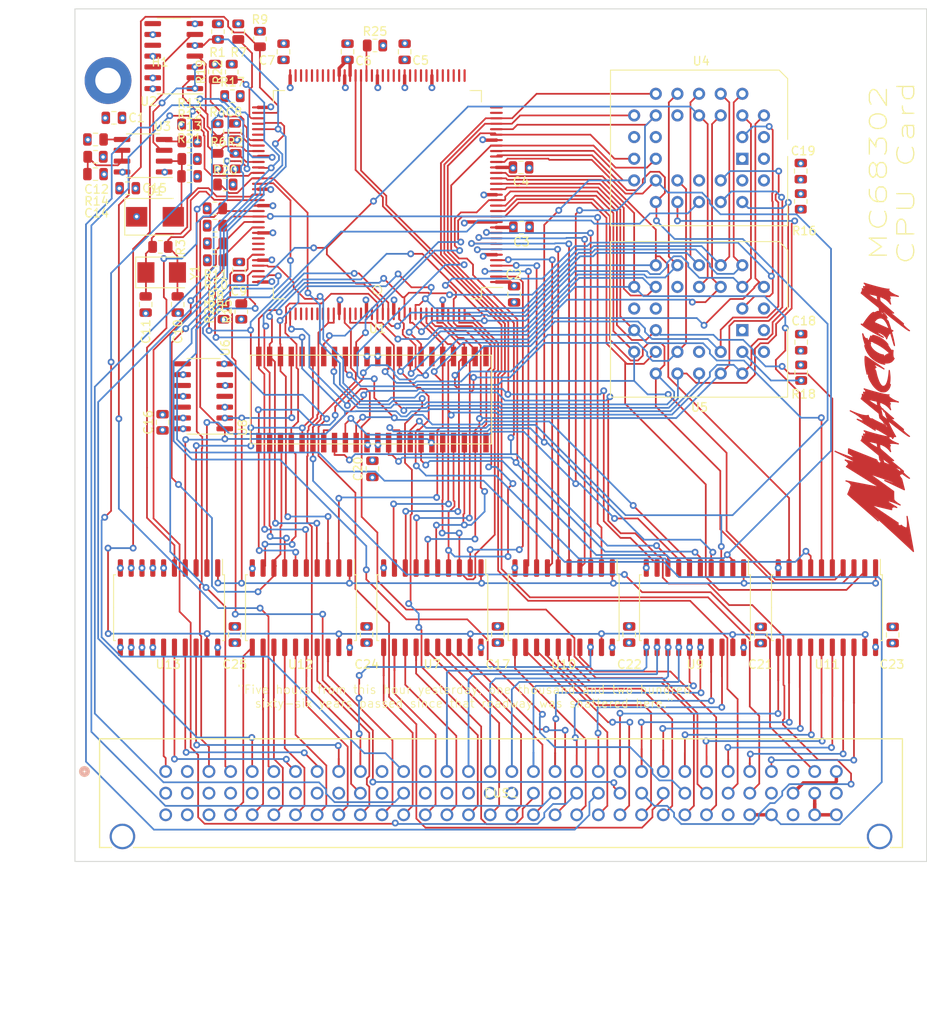
<source format=kicad_pcb>
(kicad_pcb (version 20211014) (generator pcbnew)
  (layers (0 "F.Cu" signal) (1 "In1.Cu" signal) (2 "In2.Cu" signal) (31 "B.Cu" signal) (34 "B.Paste" user) (35 "F.Paste" user) (36 "B.SilkS" user "B.Silkscreen") (37 "F.SilkS" user "F.Silkscreen") (38 "B.Mask" user) (39 "F.Mask" user) (44 "Edge.Cuts" user))
  (net 0 "")
  (net 1 "GND")
  (net 2 "VCC")
  (net 3 "Net-(C12-Pad1)")
  (net 4 "Net-(C13-Pad1)")
  (net 5 "Net-(C14-Pad1)")
  (net 6 "/~{HALT}")
  (net 7 "/~{UDS}")
  (net 8 "/~{RESET}")
  (net 9 "/~{LDS}")
  (net 10 "/~{AS}")
  (net 11 "/R{slash}~{W}")
  (net 12 "Net-(R13-Pad2)")
  (net 13 "/~{WDOG}")
  (net 14 "/~{CS3}")
  (net 15 "/A1")
  (net 16 "/A2")
  (net 17 "/A3")
  (net 18 "/A4")
  (net 19 "/A5")
  (net 20 "/A6")
  (net 21 "/A7")
  (net 22 "/A8")
  (net 23 "/A9")
  (net 24 "/A10")
  (net 25 "/A11")
  (net 26 "/A12")
  (net 27 "/A13")
  (net 28 "/A14")
  (net 29 "/A15")
  (net 30 "/A16")
  (net 31 "/A17")
  (net 32 "/A18")
  (net 33 "/A19")
  (net 34 "/A20")
  (net 35 "/A21")
  (net 36 "/A22")
  (net 37 "/D11")
  (net 38 "/D10")
  (net 39 "/D9")
  (net 40 "/D8")
  (net 41 "/D7")
  (net 42 "/D6")
  (net 43 "/D5")
  (net 44 "/D4")
  (net 45 "/D3")
  (net 46 "/D2")
  (net 47 "/D1")
  (net 48 "/D0")
  (net 49 "/~{CS1}")
  (net 50 "/~{CS0}")
  (net 51 "Net-(U2-Pad1)")
  (net 67 "/FC2")
  (net 68 "/FC1")
  (net 69 "/FC0")
  (net 77 "/A23")
  (net 78 "/D15")
  (net 79 "/D14")
  (net 80 "/D13")
  (net 81 "/D12")
  (net 82 "/~{AVEC}")
  (net 83 "/~{BR}")
  (net 84 "/~{BGACK}")
  (net 85 "/~{BG}")
  (net 86 "/~{DTACK}")
  (net 87 "/~{CS2}")
  (net 88 "/TIN1")
  (net 89 "/~{TOUT1}")
  (net 98 "/TIN2")
  (net 103 "/~{TOUT2}")
  (net 109 "/~{BCLR}")
  (net 119 "/BA23")
  (net 121 "/BA22")
  (net 125 "/BA21")
  (net 126 "/BA20")
  (net 127 "/BA19")
  (net 128 "/BA18")
  (net 129 "/~{IPL0}")
  (net 136 "/~{IPL1}")
  (net 137 "/~{IPL2}")
  (net 138 "/~{BERR}")
  (net 139 "/-5V")
  (net 140 "/CLKO")
  (net 141 "/-12V")
  (net 143 "/+12V")
  (net 144 "Net-(C10-Pad1)")
  (net 145 "Net-(C11-Pad1)")
  (net 146 "/BA17")
  (net 147 "/BA16")
  (net 148 "/BA15")
  (net 149 "Net-(R16-Pad2)")
  (net 150 "Net-(R18-Pad2)")
  (net 151 "/~{DONE}")
  (net 152 "/~{DACK}")
  (net 153 "/~{DREQ}")
  (net 154 "/BA14")
  (net 155 "/BA13")
  (net 156 "/BA12")
  (net 157 "/BA11")
  (net 158 "/BA10")
  (net 159 "/BA9")
  (net 160 "/BA8")
  (net 161 "/BA7")
  (net 162 "/BA6")
  (net 163 "/BA5")
  (net 164 "/BA4")
  (net 165 "/BA3")
  (net 166 "/BA2")
  (net 167 "/BA1")
  (net 168 "/BFC0")
  (net 169 "/BFC1")
  (net 170 "/BFC2")
  (net 171 "/DB15")
  (net 172 "/DB14")
  (net 173 "/DB13")
  (net 174 "/DB12")
  (net 175 "/DB11")
  (net 176 "/DB10")
  (net 177 "/DB9")
  (net 178 "/DB8")
  (net 179 "/DB7")
  (net 180 "/DB6")
  (net 181 "/DB5")
  (net 182 "/DB4")
  (net 183 "/DB3")
  (net 184 "/DB2")
  (net 185 "/DB1")
  (net 186 "/DB0")
  (net 187 "/B~{AS}")
  (net 188 "/B~{UDS}")
  (net 189 "/B~{LDS}")
  (net 190 "/BR{slash}~{W}")
  (net 191 "/B~{AVEC}")
  (net 192 "/~{BUS_EN}")
  (net 193 "/~{R}{slash}W")
  (footprint "Package_SO:SOIC-20W_7.5x12.8mm_P1.27mm" (layer "F.Cu") (at 101.854 105.0544 -90)
    (fp_text reference "U13")
    (fp_text value "74HC245")
  )
  (footprint "Resistor_SMD:R_0805_2012Metric" (layer "F.Cu") (at 107.2386 58.2168)
    (fp_text reference "R11")
    (fp_text value "10K")
  )
  (footprint "Package_SO:SOIC-20W_7.5x12.8mm_P1.27mm" (layer "F.Cu") (at 132.7658 105.0544 -90)
    (fp_text reference "U7")
    (fp_text value "74HC245")
  )
  (footprint "Resistor_SMD:R_0805_2012Metric" (layer "F.Cu") (at 107.5944 37.4904 90)
    (fp_text reference "R1")
    (fp_text value "10K")
  )
  (footprint "Package_SO:SOIC-14_3.9x8.7mm_P1.27mm" (layer "F.Cu") (at 102.4128 40.3606 180)
    (fp_text reference "U2")
    (fp_text value "74LS05")
  )
  (footprint "Resistor_SMD:R_0805_2012Metric" (layer "F.Cu") (at 104.2668 50.3682 180)
    (fp_text reference "R13")
    (fp_text value "10K")
  )
  (footprint "mc68302-cpu-card:AT28HC64B" (layer "F.Cu") (at 169.1638 72.5102 -90)
    (fp_text reference "U5")
    (fp_text value "AT28HC64B-70JU")
  )
  (footprint "Capacitor_SMD:C_0805_2012Metric" (layer "F.Cu") (at 110.058 65.4558 90)
    (fp_text reference "C9")
    (fp_text value "0.1uF")
  )
  (footprint "Capacitor_SMD:C_0805_2012Metric" (layer "F.Cu") (at 125.0442 108.204 -90)
    (fp_text reference "C24")
    (fp_text value "0.1uF")
  )
  (footprint "Capacitor_SMD:C_0805_2012Metric" (layer "F.Cu") (at 95.3768 47.5996)
    (fp_text reference "C1")
    (fp_text value "0.1uF")
  )
  (footprint "Capacitor_SMD:C_0805_2012Metric" (layer "F.Cu") (at 129.5144 39.8526 -90)
    (fp_text reference "C5")
    (fp_text value "0.1uF")
  )
  (footprint "Resistor_SMD:R_0805_2012Metric" (layer "F.Cu") (at 112.522 38.354 -90)
    (fp_text reference "R9")
    (fp_text value "4.7K")
  )
  (footprint "Capacitor_SMD:C_0805_2012Metric" (layer "F.Cu") (at 109.5756 49.1998 -90)
    (fp_text reference "C8")
    (fp_text value "0.1uF")
  )
  (footprint "Resistor_SMD:R_0805_2012Metric" (layer "F.Cu") (at 107.5436 49.1998 -90)
    (fp_text reference "R4")
    (fp_text value "4.7K")
  )
  (footprint "Resistor_SMD:R_0805_2012Metric" (layer "F.Cu") (at 176.0726 77.4954 -90)
    (fp_text reference "R18")
    (fp_text value "10K")
  )
  (footprint "Resistor_SMD:R_0805_2012Metric" (layer "F.Cu") (at 109.6772 52.6796 -90)
    (fp_text reference "R2")
    (fp_text value "4.7K")
  )
  (footprint "Capacitor_SMD:C_0805_2012Metric" (layer "F.Cu") (at 97.0024 55.8546 180)
    (fp_text reference "C15")
    (fp_text value "0.1uF")
  )
  (footprint "Package_SO:SOIC-8_3.9x4.9mm_P1.27mm" (layer "F.Cu") (at 98.8058 52.0446 180)
    (fp_text reference "U3")
    (fp_text value "MC1455B")
  )
  (footprint "Capacitor_SMD:C_0805_2012Metric" (layer "F.Cu") (at 122.8088 39.8526 -90)
    (fp_text reference "C6")
    (fp_text value "0.1uF")
  )
  (footprint "Capacitor_SMD:C_0805_2012Metric" (layer "F.Cu") (at 186.817 108.2548 -90)
    (fp_text reference "C23")
    (fp_text value "0.1uF")
  )
  (footprint "Resistor_SMD:R_0805_2012Metric" (layer "F.Cu") (at 126.0348 39.116)
    (fp_text reference "R25")
    (fp_text value "10K")
  )
  (footprint "Capacitor_SMD:C_0805_2012Metric" (layer "F.Cu") (at 104.2668 54.4576)
    (fp_text reference "C13")
    (fp_text value "0.1uF")
  )
  (footprint "Package_SO:SOIC-20W_7.5x12.8mm_P1.27mm" (layer "F.Cu") (at 163.6014 105.0544 -90)
    (fp_text reference "U9")
    (fp_text value "74HC245")
  )
  (footprint "MC68302_CPU_Card:QFP-132_24.13x24.13_Pitch0.64mm" (layer "F.Cu") (at 126.314 56.6166 180)
    (fp_text reference "U1")
    (fp_text value "MC68302FC20C")
  )
  (footprint "Capacitor_SMD:C_0805_2012Metric" (layer "F.Cu") (at 125.73 88.773 90)
    (fp_text reference "C20")
    (fp_text value "0.1uF")
  )
  (footprint "Resistor_SMD:R_0805_2012Metric" (layer "F.Cu") (at 108.458 55.4228)
    (fp_text reference "R20")
    (fp_text value "10K")
  )
  (footprint "Resistor_SMD:R_0805_2012Metric" (layer "F.Cu") (at 107.2642 62.3316)
    (fp_text reference "R8")
    (fp_text value "10K")
  )
  (footprint "Package_SO:SOIC-14_3.9x8.7mm_P1.27mm" (layer "F.Cu") (at 105.918 80.264 180)
    (fp_text reference "U6")
    (fp_text value "74HCT04")
  )
  (footprint "Resistor_SMD:R_0805_2012Metric" (layer "F.Cu") (at 176.0218 57.404 -90)
    (fp_text reference "R16")
    (fp_text value "10K")
  )
  (footprint "mc68302-cpu-card:SOJ-44-M" (layer "F.Cu") (at 125.73 80.645 90)
    (fp_text reference "U8")
    (fp_text value "CY7C1021DV33-10VXI")
  )
  (footprint "Capacitor_SMD:C_0805_2012Metric" (layer "F.Cu") (at 102.87 69.4944 -90)
    (fp_text reference "C10")
    (fp_text value "27pF")
  )
  (footprint "Capacitor_SMD:C_0805_2012Metric" (layer "F.Cu") (at 143.2304 60.4774 180)
    (fp_text reference "C3")
    (fp_text value "0.1uF")
  )
  (footprint "Capacitor_SMD:C_0805_2012Metric" (layer "F.Cu") (at 140.462 108.204 -90)
    (fp_text reference "C17")
    (fp_text value "0.1uF")
  )
  (footprint "Capacitor_SMD:C_0805_2012Metric" (layer "F.Cu") (at 143.1796 53.4162 180)
    (fp_text reference "C4")
    (fp_text value "0.1uF")
  )
  (footprint "mc68302-cpu-card:Keystone-9204" (layer "F.Cu") (at 94.6912 43.2308)
    (fp_text reference "H1")
    (fp_text value "Keystone-9204")
  )
  (footprint "Resistor_SMD:R_0805_2012Metric" (layer "F.Cu") (at 107.2642 64.3128)
    (fp_text reference "R5")
    (fp_text value "10K")
  )
  (footprint "Resistor_SMD:R_0805_2012Metric" (layer "F.Cu") (at 107.2352 42.2148 90)
    (fp_text reference "R19")
    (fp_text value "10K")
  )
  (footprint "Capacitor_SMD:C_0805_2012Metric" (layer "F.Cu") (at 115.2904 39.8526 -90)
    (fp_text reference "C7")
    (fp_text value "0.1uF")
  )
  (footprint "Capacitor_SMD:C_0805_2012Metric" (layer "F.Cu") (at 109.5756 108.204 -90)
    (fp_text reference "C25")
    (fp_text value "0.1uF")
  )
  (footprint "Capacitor_SMD:C_0805_2012Metric" (layer "F.Cu") (at 93.2178 54.2036)
    (fp_text reference "C14")
    (fp_text value "0.1uF")
  )
  (footprint "Resistor_SMD:R_0805_2012Metric" (layer "F.Cu") (at 110.3376 70.3072 90)
    (fp_text reference "R15")
    (fp_text value "10K")
  )
  (footprint "Package_SO:SOIC-20W_7.5x12.8mm_P1.27mm" (layer "F.Cu") (at 179.0954 105.0544 -90)
    (fp_text reference "U11")
    (fp_text value "74HC245")
  )
  (footprint "Diode_SMD:D_SMB" (layer "F.Cu") (at 100.2028 59.2074)
    (fp_text reference "D1")
    (fp_text value "1N4001")
  )
  (footprint "Capacitor_SMD:C_0805_2012Metric" (layer "F.Cu") (at 171.323 108.2548 -90)
    (fp_text reference "C21")
    (fp_text value "0.1uF")
  )
  (footprint "Resistor_SMD:R_0805_2012Metric" (layer "F.Cu") (at 108.2548 70.3091 90)
    (fp_text reference "R23")
    (fp_text value "10K")
  )
  (footprint "Resistor_SMD:R_0805_2012Metric" (layer "F.Cu") (at 109.2981 45.0596)
    (fp_text reference "R17")
    (fp_text value "10K")
  )
  (footprint "Capacitor_SMD:C_0805_2012Metric" (layer "F.Cu") (at 101.092 83.312 -90)
    (fp_text reference "C16")
    (fp_text value "0.1uF")
  )
  (footprint "Crystal:Crystal_SMD_5032-2Pin_5.0x3.2mm" (layer "F.Cu") (at 100.9904 65.7352)
    (fp_text reference "Y1")
    (fp_text value "20MHz")
  )
  (footprint "Resistor_SMD:R_0805_2012Metric" (layer "F.Cu") (at 107.2388 60.2488)
    (fp_text reference "R10")
    (fp_text value "10K")
  )
  (footprint "Resistor_SMD:R_0805_2012Metric" (layer "F.Cu") (at 104.2416 48.3616 180)
    (fp_text reference "R21")
    (fp_text value "10K")
  )
  (footprint "Resistor_SMD:R_0805_2012Metric" (layer "F.Cu") (at 109.982 37.4904 -90)
    (fp_text reference "R7")
    (fp_text value "10K")
  )
  (footprint "Package_SO:SOIC-20W_7.5x12.8mm_P1.27mm" (layer "F.Cu") (at 117.3412 105.0546 -90)
    (fp_text reference "U12")
    (fp_text value "74HC245")
  )
  (footprint "Resistor_SMD:R_0805_2012Metric" (layer "F.Cu") (at 107.5436 52.6796 90)
    (fp_text reference "R6")
    (fp_text value "1.2K")
  )
  (footprint "Resistor_SMD:R_0805_2012Metric" (layer "F.Cu") (at 100.838 62.738 180)
    (fp_text reference "R3")
    (fp_text value "700K")
  )
  (footprint "Capacitor_SMD:C_0805_2012Metric" (layer "F.Cu") (at 176.0726 73.914 90)
    (fp_text reference "C18")
    (fp_text value "0.1uF")
  )
  (footprint "Capacitor_SMD:C_0805_2012Metric" (layer "F.Cu") (at 99.1108 69.4944 -90)
    (fp_text reference "C11")
    (fp_text value "27pF")
  )
  (footprint "Resistor_SMD:R_0805_2012Metric" (layer "F.Cu") (at 104.2668 52.4256 180)
    (fp_text reference "R12")
    (fp_text value "1M")
  )
  (footprint "mc68302-cpu-card:CONN96_8609_94X8P5_AOS" (layer "F.Cu") (at 101.4598 124.2695)
    (fp_text reference "BUS1")
    (fp_text value "DIN-41612")
  )
  (footprint "Capacitor_SMD:C_0805_2012Metric" (layer "F.Cu") (at 142.3668 68.3006 90)
    (fp_text reference "C2")
    (fp_text value "0.1uF")
  )
  (footprint "Capacitor_SMD:C_0805_2012Metric" (layer "F.Cu") (at 176.0218 53.848 90)
    (fp_text reference "C19")
    (fp_text value "0.1uF")
  )
  (footprint "Package_SO:SOIC-20W_7.5x12.8mm_P1.27mm" (layer "F.Cu") (at 148.1836 105.0544 -90)
    (fp_text reference "U10")
    (fp_text value "74HC245")
  )
  (footprint "mc68302-cpu-card:AT28HC64B" (layer "F.Cu") (at 169.1638 52.4002 -90)
    (fp_text reference "U4")
    (fp_text value "AT28HC64B-70JU")
  )
  (footprint "Capacitor_SMD:C_0805_2012Metric" (layer "F.Cu") (at 155.8798 108.204 -90)
    (fp_text reference "C22")
    (fp_text value "0.1uF")
  )
  (footprint "Resistor_SMD:R_0805_2012Metric" (layer "F.Cu") (at 109.2164 42.2148 90)
    (fp_text reference "R22")
    (fp_text value "10K")
  )
  (footprint "Resistor_SMD:R_0805_2012Metric" (layer "F.Cu") (at 93.2178 52.1716 180)
    (fp_text reference "R14")
    (fp_text value "1M")
  )
  (footprint "Capacitor_SMD:C_0805_2012Metric" (layer "F.Cu") (at 93.2178 50.1396 180)
    (fp_text reference "C12")
    (fp_text value "0.1uF")
  )
  (gr_poly (pts (xy 180.06564 86.72025) (xy 180.067463 86.721147) (xy 180.063875 86.719411)) (layer "F.Cu") (width 0.14) (fill solid))
  (gr_poly (pts (xy 181.25321 87.736088) (xy 181.253651 87.73611) (xy 181.254078 87.736146) (xy 181.254491 87.736197) (xy 181.254888 87.736262) (xy 181.255272 87.736342) (xy 181.255641 87.736436) (xy 181.255995 87.736544) (xy 181.256335 87.736667) (xy 181.256661 87.736805) (xy 181.256972 87.736956) (xy 181.257269 87.737123) (xy 181.257551 87.737304) (xy 181.257818 87.737499) (xy 181.258071 87.737709) (xy 181.25831 87.737933) (xy 181.258534 87.738172) (xy 181.258744 87.738425) (xy 181.25894 87.738693) (xy 181.25912 87.738975) (xy 181.259287 87.739272) (xy 181.259439 87.739583) (xy 181.259576 87.739908) (xy 181.259699 87.740248) (xy 181.259808 87.740603) (xy 181.259902 87.740972) (xy 181.259981 87.741355) (xy 181.260046 87.741753) (xy 181.260097 87.742165) (xy 181.260133 87.742592) (xy 181.260155 87.743033) (xy 181.260162 87.743489) (xy 181.252754 87.736081)) (layer "F.Cu") (width 0.14) (fill solid))
  (gr_poly (pts (xy 185.730004 81.859483) (xy 185.860571 81.972459) (xy 186.118001 82.194708) (xy 186.356911 82.402139) (xy 186.568041 82.585494) (xy 186.74213 82.735512) (xy 186.868068 82.844784) (xy 186.903256 82.875806) (xy 186.919924 82.891086) (xy 186.918738 82.891028) (xy 186.91703 82.890854) (xy 186.912053 82.89016) (xy 186.904992 82.889002) (xy 186.895848 82.887381) (xy 186.88462 82.885298) (xy 186.871309 82.882751) (xy 186.838435 82.876269) (xy 186.821883 82.874649) (xy 186.805562 82.873491) (xy 186.789473 82.872796) (xy 186.773615 82.872565) (xy 186.757988 82.872796) (xy 186.742593 82.873491) (xy 186.72743 82.874649) (xy 186.712498 82.876269) (xy 186.70619 82.877311) (xy 186.700229 82.878584) (xy 186.694615 82.880089) (xy 186.689348 82.881825) (xy 186.684428 82.883793) (xy 186.679856 82.885992) (xy 186.675631 82.888423) (xy 186.671754 82.891086) (xy 186.668223 82.893979) (xy 186.66504 82.897105) (xy 186.662204 82.900462) (xy 186.659716 82.90405) (xy 186.657574 82.90787) (xy 186.65578 82.911921) (xy 186.654333 82.916204) (xy 186.653233 82.920719) (xy 186.653349 82.923547) (xy 186.653696 82.926477) (xy 186.654275 82.929509) (xy 186.655085 82.932641) (xy 186.656127 82.935875) (xy 186.6574 82.93921) (xy 186.658905 82.942647) (xy 186.660642 82.946185) (xy 186.664809 82.953564) (xy 186.669902 82.961348) (xy 186.675921 82.969538) (xy 186.682866 82.978133) (xy 186.690737 82.987133) (xy 186.699534 82.996538) (xy 186.709257 83.006348) (xy 186.719906 83.016563) (xy 186.731481 83.027184) (xy 186.743982 83.038209) (xy 186.757409 83.04964) (xy 186.771762 83.061476) (xy 186.84075 83.117964) (xy 186.921776 83.183712) (xy 187.119942 83.34299) (xy 187.557018 83.705996) (xy 187.684344 83.811564) (xy 187.814448 83.920836) (xy 187.94733 84.033812) (xy 188.08299 84.150492) (xy 188.078013 84.151491) (xy 188.073267 84.152634) (xy 188.068753 84.153922) (xy 188.06447 84.155354) (xy 188.060419 84.156931) (xy 188.056599 84.158653) (xy 188.053011 84.16052) (xy 188.049654 84.162531) (xy 188.046529 84.164687) (xy 188.043635 84.166987) (xy 188.040972 84.169433) (xy 188.038542 84.172023) (xy 188.036342 84.174757) (xy 188.034375 84.177637) (xy 188.032638 84.180661) (xy 188.031134 84.183829) (xy 188.02986 84.187143) (xy 188.028819 84.190601) (xy 188.028008 84.194204) (xy 188.02743 84.197952) (xy 188.027082 84.201844) (xy 188.026966 84.205881) (xy 188.027082 84.210062) (xy 188.027429 84.214389) (xy 188.028008 84.21886) (xy 188.028818 84.223475) (xy 188.02986 84.228236) (xy 188.031133 84.233141) (xy 188.032638 84.238191) (xy 188.034374 84.243385) (xy 188.036342 84.248724) (xy 188.038542 84.254208) (xy 188.040509 84.258925) (xy 188.042709 84.263816) (xy 188.045139 84.26888) (xy 188.047802 84.274118) (xy 188.050695 84.27953) (xy 188.053821 84.285115) (xy 188.060766 84.296806) (xy 188.068637 84.309192) (xy 188.077434 84.322272) (xy 188.087157 84.336047) (xy 188.097806 84.350516) (xy 188.109613 84.36568) (xy 188.122809 84.381538) (xy 188.137393 84.398091) (xy 188.153367 84.415338) (xy 188.170729 84.43328) (xy 188.189481 84.451917) (xy 188.209622 84.471248) (xy 188.231151 84.491273) (xy 188.25407 84.513845) (xy 188.278378 84.537112) (xy 188.304075 84.561073) (xy 188.33116 84.585729) (xy 188.359635 84.611079) (xy 188.389499 84.637123) (xy 188.420752 84.663863) (xy 188.453393 84.691296) (xy 188.487772 84.721508) (xy 188.524233 84.752878) (xy 188.562778 84.785405) (xy 188.603407 84.819089) (xy 188.646119 84.853931) (xy 188.690915 84.889931) (xy 188.786757 84.965403) (xy 188.775673 84.962769) (xy 188.762796 84.958573) (xy 188.748125 84.952814) (xy 188.731659 84.945493) (xy 188.713399 84.936609) (xy 188.693345 84.926162) (xy 188.671497 84.914153) (xy 188.647855 84.90058) (xy 188.622419 84.885445) (xy 188.595188 84.868748) (xy 188.535345 84.830665) (xy 188.468325 84.786331) (xy 188.394129 84.735746) (xy 188.233929 84.620918) (xy 188.057062 84.491273) (xy 187.863526 84.346812) (xy 187.653322 84.187534) (xy 187.428765 84.015291) (xy 187.19217 83.831937) (xy 186.943537 83.637469) (xy 186.682866 83.43189) (xy 186.187186 83.039174) (xy 186.186844 83.03719) (xy 186.185947 83.031026) (xy 186.185224 83.02492) (xy 186.184674 83.018872) (xy 186.184298 83.012881) (xy 186.184095 83.006949) (xy 186.184066 83.001075) (xy 186.184211 82.995258) (xy 186.184529 82.989499) (xy 186.185021 82.983798) (xy 186.185687 82.978155) (xy 186.186526 82.97257) (xy 186.186642 82.96713) (xy 186.186787 82.964496) (xy 186.186989 82.961921) (xy 186.18725 82.959403) (xy 186.187568 82.956943) (xy 186.187944 82.954541) (xy 186.188378 82.952197) (xy 186.18887 82.949911) (xy 186.18942 82.947683) (xy 186.190028 82.945513) (xy 186.190693 82.9434) (xy 186.191417 82.941345) (xy 186.192198 82.939349) (xy 186.193037 82.93741) (xy 186.193934 82.935529) (xy 186.194889 82.933706) (xy 186.195902 82.93194) (xy 186.196973 82.930233) (xy 186.198101 82.928583) (xy 186.199288 82.926992) (xy 186.200532 82.925458) (xy 186.201834 82.923982) (xy 186.203194 82.922564) (xy 186.204612 82.921204) (xy 186.206088 82.919902) (xy 186.207622 82.918657) (xy 186.209213 82.917471) (xy 186.210863 82.916342) (xy 186.21257 82.915272) (xy 186.214335 82.914259) (xy 186.216158 82.913304) (xy 186.177266 82.820237) (xy 186.142078 82.733653) (xy 186.110593 82.653551) (xy 186.082813 82.579931) (xy 186.058274 82.512331) (xy 186.036512 82.450287) (xy 186.017529 82.393799) (xy 186.001324 82.342867) (xy 185.987434 82.289157) (xy 185.975396 82.239151) (xy 185.970071 82.215537) (xy 185.96521 82.192849) (xy 185.960811 82.171087) (xy 185.956876 82.150252) (xy 185.949467 82.147358) (xy 185.942059 82.144232) (xy 185.934651 82.140875) (xy 185.927243 82.137287) (xy 185.919835 82.133467) (xy 185.912427 82.129416) (xy 185.905019 82.125133) (xy 185.897611 82.120618) (xy 185.890203 82.115873) (xy 185.882795 82.110895) (xy 185.875387 82.105686) (xy 185.867979 82.100246) (xy 185.860571 82.094574) (xy 185.853163 82.08867) (xy 185.845755 82.082535) (xy 185.838346 82.076169) (xy 185.831893 82.070497) (xy 185.825498 82.064593) (xy 185.819161 82.058458) (xy 185.812881 82.052092) (xy 185.80666 82.045494) (xy 185.800496 82.038664) (xy 185.79439 82.031603) (xy 185.788342 82.024311) (xy 185.782352 82.016787) (xy 185.77642 82.009031) (xy 185.770545 82.001044) (xy 185.764729 81.992826) (xy 185.75327 81.975694) (xy 185.742042 81.957636) (xy 185.735646 81.947276) (xy 185.729425 81.936569) (xy 185.723377 81.925515) (xy 185.717502 81.914113) (xy 185.706274 81.890267) (xy 185.695741 81.865033) (xy 185.685902 81.838409) (xy 185.67792 81.813957)) (layer "F.Cu") (width 0.14) (fill solid))
  (gr_poly (pts (xy 185.636477 81.776539) (xy 185.638329 81.775207) (xy 185.640181 81.77376) (xy 185.642033 81.772198) (xy 185.643885 81.770519) (xy 185.645737 81.768725) (xy 185.647589 81.766815) (xy 185.649441 81.76479) (xy 185.651293 81.762648) (xy 185.653145 81.760391) (xy 185.654997 81.758018) (xy 185.656849 81.755529) (xy 185.658701 81.752925) (xy 185.660553 81.750205) (xy 185.668308 81.780995) (xy 185.676758 81.810397) (xy 185.67792 81.813957) (xy 185.635697 81.77705)) (layer "F.Cu") (width 0.14) (fill solid))
  (gr_poly (pts (xy 185.395483 81.499365) (xy 185.411457 81.528419) (xy 185.426967 81.555853) (xy 185.442015 81.581666) (xy 185.4566 81.605859) (xy 185.470721 81.628431) (xy 185.475352 81.635534) (xy 185.393167 81.562033) (xy 185.379046 81.46869)) (layer "F.Cu") (width 0.14) (fill solid))
  (gr_poly (pts (xy 185.485537 81.644643) (xy 185.604993 81.750211) (xy 185.635697 81.77705) (xy 185.634625 81.777754) (xy 185.632773 81.778854) (xy 185.630921 81.779838) (xy 185.628114 81.780648) (xy 185.625249 81.781227) (xy 185.622326 81.781574) (xy 185.619346 81.78169) (xy 185.616307 81.781574) (xy 185.613211 81.781227) (xy 185.610057 81.780648) (xy 185.606844 81.779838) (xy 185.603574 81.778796) (xy 185.600247 81.777523) (xy 185.596861 81.776018) (xy 185.593417 81.774281) (xy 185.589916 81.772314) (xy 185.586356 81.770114) (xy 185.582739 81.767684) (xy 185.579064 81.765021) (xy 185.574405 81.761172) (xy 185.569688 81.757034) (xy 185.564914 81.752607) (xy 185.560081 81.74789) (xy 185.555191 81.742883) (xy 185.550242 81.737587) (xy 185.540172 81.726128) (xy 185.52987 81.713511) (xy 185.519337 81.699736) (xy 185.508572 81.684803) (xy 185.497576 81.668714) (xy 185.48438 81.649383) (xy 185.475352 81.635534)) (layer "F.Cu") (width 0.14) (fill solid))
  (gr_poly (pts (xy 180.058926 86.71724) (xy 180.060518 86.717906) (xy 180.057393 86.716632)) (layer "F.Cu") (width 0.14) (fill solid))
  (gr_poly (pts (xy 185.86983 83.428179) (xy 185.885688 83.433967) (xy 185.892809 83.436733) (xy 185.911385 83.480622) (xy 185.94206 83.550422) (xy 185.910807 83.49787) (xy 185.880017 83.447632) (xy 185.867122 83.427256)) (layer "F.Cu") (width 0.14) (fill solid))
  (gr_poly (pts (xy 183.319488 72.986239) (xy 183.341365 73.041801) (xy 183.363011 73.093658) (xy 183.384425 73.141812) (xy 183.405607 73.186262) (xy 183.426558 73.227007) (xy 183.447278 73.264049) (xy 183.467765 73.297386) (xy 183.487906 73.327714) (xy 183.507584 73.355726) (xy 183.526799 73.381423) (xy 183.54555 73.404806) (xy 183.554752 73.415629) (xy 183.563839 73.425873) (xy 183.57281 73.435538) (xy 183.581665 73.444625) (xy 183.590404 73.453133) (xy 183.599027 73.461062) (xy 183.607535 73.468412) (xy 183.615927 73.475184) (xy 183.624203 73.480567) (xy 183.632363 73.485602) (xy 183.640408 73.49029) (xy 183.648337 73.494631) (xy 183.65615 73.498625) (xy 183.663848 73.502271) (xy 183.671429 73.50557) (xy 183.678895 73.508522) (xy 183.686246 73.511127) (xy 183.69348 73.513384) (xy 183.700599 73.515294) (xy 183.707602 73.516857) (xy 183.714489 73.518072) (xy 183.72126 73.51894) (xy 183.727916 73.519461) (xy 183.734456 73.519635) (xy 183.740851 73.518651) (xy 183.747073 73.517552) (xy 183.753121 73.516337) (xy 183.758995 73.515006) (xy 183.764696 73.513559) (xy 183.770223 73.511997) (xy 183.775577 73.510318) (xy 183.780756 73.508524) (xy 183.785763 73.506614) (xy 183.790595 73.504589) (xy 183.795254 73.502448) (xy 183.79974 73.50019) (xy 183.804051 73.497817) (xy 183.808189 73.495329) (xy 183.812154 73.492724) (xy 183.815945 73.490004) (xy 183.81606 73.49831) (xy 183.816408 73.506557) (xy 183.816986 73.514747) (xy 183.817797 73.522879) (xy 183.818838 73.530953) (xy 183.820112 73.538969) (xy 183.821616 73.546927) (xy 183.823353 73.554827) (xy 183.82532 73.562669) (xy 183.82752 73.570453) (xy 183.82995 73.57818) (xy 183.832613 73.585848) (xy 183.835506 73.593459) (xy 183.838632 73.601012) (xy 183.841988 73.608507) (xy 183.845577 73.615944) (xy 183.8531 73.628792) (xy 183.860856 73.641409) (xy 183.868842 73.653795) (xy 183.877061 73.665949) (xy 183.885511 73.677872) (xy 183.894192 73.689563) (xy 183.903105 73.701023) (xy 183.912249 73.712251) (xy 183.921741 73.7251) (xy 183.931695 73.737717) (xy 183.942113 73.750103) (xy 183.952994 73.762257) (xy 183.964337 73.77418) (xy 183.976144 73.785871) (xy 183.988413 73.797331) (xy 184.001146 73.808559) (xy 184.029852 73.735865) (xy 184.056707 73.665949) (xy 184.081709 73.598812) (xy 184.104859 73.534453) (xy 184.127083 73.483058) (xy 184.149307 73.432589) (xy 184.171532 73.383047) (xy 184.193756 73.33443) (xy 184.202784 73.311279) (xy 184.21135 73.28998) (xy 184.219452 73.270533) (xy 184.227092 73.252939) (xy 184.234269 73.237196) (xy 184.240982 73.223305) (xy 184.247233 73.211267) (xy 184.25302 73.20108) (xy 184.268473 73.209849) (xy 184.283347 73.217633) (xy 184.297642 73.224434) (xy 184.311359 73.230251) (xy 184.324497 73.235083) (xy 184.337055 73.238932) (xy 184.349036 73.241797) (xy 184.360437 73.243678) (xy 184.37126 73.244576) (xy 184.381504 73.244489) (xy 184.391169 73.243418) (xy 184.400256 73.241363) (xy 184.408763 73.238325) (xy 184.416692 73.234302) (xy 184.424042 73.229296) (xy 184.430814 73.223306) (xy 184.436254 73.215927) (xy 184.441463 73.208606) (xy 184.44644 73.201342) (xy 184.451186 73.194137) (xy 184.4557 73.186989) (xy 184.459983 73.1799) (xy 184.464034 73.172868) (xy 184.467854 73.165893) (xy 184.471442 73.158977) (xy 184.474799 73.152119) (xy 184.477924 73.145318) (xy 184.480818 73.138575) (xy 184.483481 73.13189) (xy 184.485911 73.125263) (xy 184.488111 73.118694) (xy 184.490078 73.112182) (xy 184.490079 73.112178) (xy 184.552005 73.124013) (xy 184.613701 73.137296) (xy 184.675165 73.152026) (xy 184.736397 73.168202) (xy 184.797398 73.185826) (xy 184.858167 73.204896) (xy 184.918705 73.225414) (xy 184.979011 73.247378) (xy 185.039086 73.270789) (xy 185.098929 73.295647) (xy 185.158541 73.321953) (xy 185.217921 73.349705) (xy 185.27707 73.378903) (xy 185.335987 73.409549) (xy 185.394673 73.441642) (xy 185.453127 73.475182) (xy 185.510945 73.510082) (xy 185.567721 73.546255) (xy 185.623455 73.583702) (xy 185.678147 73.622422) (xy 185.731798 73.662415) (xy 185.784407 73.703681) (xy 185.835974 73.746221) (xy 185.886499 73.790034) (xy 185.935983 73.83512) (xy 185.984424 73.88148) (xy 186.031824 73.929113) (xy 186.078183 73.978019) (xy 186.123499 74.028198) (xy 186.167774 74.079651) (xy 186.211007 74.132377) (xy 186.253198 74.186376) (xy 186.250051 74.187375) (xy 186.247092 74.188518) (xy 186.244322 74.189806) (xy 186.241739 74.191239) (xy 186.239344 74.192816) (xy 186.237138 74.194538) (xy 186.235119 74.196405) (xy 186.233289 74.198416) (xy 186.231647 74.200572) (xy 186.230193 74.202873) (xy 186.228927 74.205318) (xy 186.227849 74.207908) (xy 186.226959 74.210643) (xy 186.226257 74.213522) (xy 186.225744 74.216546) (xy 186.225418 74.219715) (xy 186.225281 74.223029) (xy 186.225331 74.226487) (xy 186.22557 74.230089) (xy 186.225997 74.233837) (xy 186.226612 74.237729) (xy 186.227415 74.241766) (xy 186.228406 74.245948) (xy 186.229585 74.250274) (xy 186.230952 74.254745) (xy 186.232508 74.25936) (xy 186.234251 74.264121) (xy 186.236183 74.269026) (xy 186.238303 74.274075) (xy 186.24061 74.27927) (xy 186.243106 74.284609) (xy 186.24579 74.290092) (xy 186.257481 74.311044) (xy 186.27033 74.333153) (xy 186.284336 74.35642) (xy 186.299499 74.380844) (xy 186.31582 74.406426) (xy 186.333298 74.433165) (xy 186.351934 74.461062) (xy 186.371727 74.490116) (xy 186.534705 74.734589) (xy 186.554267 74.767579) (xy 186.572208 74.799874) (xy 186.588529 74.831475) (xy 186.60323 74.862382) (xy 186.616309 74.892594) (xy 186.627769 74.922111) (xy 186.637608 74.950934) (xy 186.645826 74.979062) (xy 186.712498 74.86053) (xy 186.86066 74.890161) (xy 186.853715 74.94526) (xy 186.847696 74.999433) (xy 186.842603 75.05268) (xy 186.838436 75.105001) (xy 186.835195 75.156396) (xy 186.83288 75.206865) (xy 186.831491 75.256407) (xy 186.831028 75.305024) (xy 186.831491 75.345654) (xy 186.83288 75.386052) (xy 186.835195 75.426219) (xy 186.838436 75.466155) (xy 186.842603 75.505858) (xy 186.847696 75.545331) (xy 186.853715 75.584572) (xy 186.86066 75.623581) (xy 186.864595 75.641726) (xy 186.868994 75.659118) (xy 186.873855 75.675758) (xy 186.87918 75.691645) (xy 186.884967 75.70678) (xy 186.891218 75.721163) (xy 186.897932 75.734793) (xy 186.905108 75.74767) (xy 186.912748 75.759796) (xy 186.92085 75.771169) (xy 186.929416 75.781789) (xy 186.938444 75.791657) (xy 186.947936 75.800773) (xy 186.95789 75.809136) (xy 186.968308 75.816747) (xy 186.979189 75.823606) (xy 186.966051 75.847451) (xy 186.952566 75.870833) (xy 186.938734 75.893753) (xy 186.924554 75.916209) (xy 186.910027 75.938202) (xy 186.895153 75.959733) (xy 186.879932 75.9808) (xy 186.864364 76.001404) (xy 186.848448 76.021545) (xy 186.832185 76.041224) (xy 186.815575 76.060439) (xy 186.798617 76.079191) (xy 186.781312 76.09748) (xy 186.76366 76.115306) (xy 186.745661 76.132669) (xy 186.727314 76.14957) (xy 186.708621 76.164994) (xy 186.68958 76.179781) (xy 186.670191 76.193932) (xy 186.650456 76.207447) (xy 186.630373 76.220324) (xy 186.609943 76.232565) (xy 186.589166 76.24417) (xy 186.568041 76.255137) (xy 186.546569 76.265468) (xy 186.52475 76.275163) (xy 186.502584 76.284221) (xy 186.48007 76.292642) (xy 186.457209 76.300426) (xy 186.434001 76.307574) (xy 186.410446 76.314085) (xy 186.386543 76.31996) (xy 186.345886 76.328613) (xy 186.305402 76.33605) (xy 186.265092 76.342272) (xy 186.224955 76.347278) (xy 186.184992 76.351069) (xy 186.145203 76.353644) (xy 186.105587 76.355005) (xy 186.066145 76.355149) (xy 186.026876 76.354079) (xy 185.987781 76.351792) (xy 185.94886 76.348291) (xy 185.910112 76.343574) (xy 185.875387 76.338233) (xy 185.875387 75.571726) (xy 185.881341 75.571147) (xy 185.887165 75.570337) (xy 185.892858 75.569295) (xy 185.898421 75.568022) (xy 185.903854 75.566518) (xy 185.909157 75.564781) (xy 185.91433 75.562814) (xy 185.919372 75.560614) (xy 185.924285 75.558184) (xy 185.929066 75.555521) (xy 185.933718 75.552627) (xy 185.93824 75.549502) (xy 185.942631 75.546145) (xy 185.946892 75.542557) (xy 185.951023 75.538737) (xy 185.955024 75.534686) (xy 185.958894 75.530403) (xy 185.962634 75.525888) (xy 185.966244 75.521142) (xy 185.969724 75.516165) (xy 185.973074 75.510956) (xy 185.976293 75.505515) (xy 185.979382 75.499843) (xy 185.982341 75.49394) (xy 185.98517 75.487805) (xy 185.987868 75.481438) (xy 185.992874 75.46801) (xy 185.99736 75.453656) (xy 186.001324 75.438376) (xy 186.005086 75.445524) (xy 186.008964 75.45215) (xy 186.012957 75.458256) (xy 186.017066 75.463841) (xy 186.021291 75.468905) (xy 186.025632 75.473448) (xy 186.027845 75.475524) (xy 186.030088 75.47747) (xy 186.03236 75.479286) (xy 186.03466 75.480972) (xy 186.03699 75.482527) (xy 186.039348 75.483952) (xy 186.041735 75.485247) (xy 186.044152 75.486412) (xy 186.046597 75.487447) (xy 186.049071 75.488351) (xy 186.051574 75.489125) (xy 186.054106 75.489769) (xy 186.056667 75.490283) (xy 186.059257 75.490667) (xy 186.061876 75.49092) (xy 186.064524 75.491043) (xy 186.067201 75.491036) (xy 186.069907 75.490899) (xy 186.072641 75.490631) (xy 186.075405 75.490233) (xy 186.078147 75.489669) (xy 186.080816 75.488902) (xy 186.083413 75.487933) (xy 186.085938 75.486761) (xy 186.088391 75.485387) (xy 186.090771 75.48381) (xy 186.093079 75.48203) (xy 186.095314 75.480048) (xy 186.097477 75.477863) (xy 186.099568 75.475476) (xy 186.101586 75.472886) (xy 186.103532 75.470093) (xy 186.105406 75.467098) (xy 186.107207 75.4639) (xy 186.108937 75.4605) (xy 186.110593 75.456897) (xy 186.112178 75.453092) (xy 186.11369 75.449084) (xy 186.115129 75.444873) (xy 186.116497 75.44046) (xy 186.117791 75.435844) (xy 186.119014 75.431026) (xy 186.120164 75.426005) (xy 186.121242 75.420782) (xy 186.122248 75.415356) (xy 186.123181 75.409727) (xy 186.124042 75.403896) (xy 186.124831 75.397862) (xy 186.126191 75.385187) (xy 186.127261 75.371701) (xy 186.219862 75.332806) (xy 186.319871 75.29021) (xy 186.344642 75.279213) (xy 186.367097 75.268448) (xy 186.387238 75.257914) (xy 186.39644 75.252734) (xy 186.405064 75.247612) (xy 186.413108 75.242548) (xy 186.420574 75.237541) (xy 186.427461 75.232593) (xy 186.43377 75.227702) (xy 186.4395 75.22287) (xy 186.44465 75.218095) (xy 186.449223 75.213378) (xy 186.453216 75.208719) (xy 186.438892 75.190951) (xy 186.423699 75.172835) (xy 186.407639 75.154372) (xy 186.39071 75.135562) (xy 186.354249 75.0969) (xy 186.314315 75.056849) (xy 186.270908 75.015409) (xy 186.224029 74.97258) (xy 186.173677 74.928362) (xy 186.119853 74.882755) (xy 186.063714 74.836569) (xy 186.006417 74.790615) (xy 185.947963 74.744892) (xy 185.888351 74.6994) (xy 185.827582 74.65414) (xy 185.765655 74.609112) (xy 185.702571 74.564315) (xy 185.638329 74.519749) (xy 185.571656 74.474026) (xy 185.504984 74.429461) (xy 185.438311 74.386053) (xy 185.371638 74.343803) (xy 185.304966 74.30271) (xy 185.238293 74.262775) (xy 185.171621 74.223997) (xy 185.104948 74.186376) (xy 185.037581 74.150493) (xy 184.972529 74.116924) (xy 184.909792 74.08567) (xy 184.84937 74.056732) (xy 184.791263 74.030108) (xy 184.735471 74.0058) (xy 184.681994 73.983807) (xy 184.630832 73.964128) (xy 184.619662 73.951482) (xy 184.608376 73.939473) (xy 184.596975 73.9281) (xy 184.585458 73.917364) (xy 184.573825 73.907264) (xy 184.562076 73.897801) (xy 184.550211 73.888975) (xy 184.538231 73.880785) (xy 184.526135 73.873232) (xy 184.513923 73.866316) (xy 184.501596 73.860036) (xy 184.489153 73.854393) (xy 184.476594 73.849387) (xy 184.463919 73.845017) (xy 184.451128 73.841284) (xy 184.438222 73.838188) (xy 184.424477 73.834686) (xy 184.411021 73.83159) (xy 184.397854 73.828899) (xy 184.384977 73.826613) (xy 184.372389 73.824732) (xy 184.36009 73.823256) (xy 184.348081 73.822186) (xy 184.336361 73.82152) (xy 184.324931 73.82126) (xy 184.31379 73.821405) (xy 184.302938 73.821955) (xy 184.292376 73.82291) (xy 184.282103 73.82427) (xy 184.27212 73.826036) (xy 184.262425 73.828206) (xy 184.253021 73.830782) (xy 184.243963 73.833704) (xy 184.235311 73.836917) (xy 184.227063 73.840418) (xy 184.219221 73.844209) (xy 184.211784 73.848289) (xy 184.204752 73.852659) (xy 184.198126 73.857318) (xy 184.191904 73.862267) (xy 184.186088 73.867505) (xy 184.180676 73.873032) (xy 184.17567 73.878849) (xy 184.171069 73.884955) (xy 184.166873 73.89135) (xy 184.163082 73.898035) (xy 184.159696 73.905009) (xy 184.156716 73.912273) (xy 184.155428 73.915984) (xy 184.154343 73.91971) (xy 184.15346 73.923451) (xy 184.15278 73.927206) (xy 184.152303 73.930975) (xy 184.152028 73.934759) (xy 184.151956 73.938557) (xy 184.152086 73.94237) (xy 184.152418 73.946197) (xy 184.152954 73.950039) (xy 184.153692 73.953895) (xy 184.154632 73.957766) (xy 184.155775 73.961651) (xy 184.157121 73.96555) (xy 184.158669 73.969464) (xy 184.16042 73.973393) (xy 184.162373 73.977335) (xy 184.164529 73.981293) (xy 184.166887 73.985265) (xy 184.169448 73.989251) (xy 184.175178 73.997267) (xy 184.181718 74.00534) (xy 184.189068 74.013472) (xy 184.197229 74.021661) (xy 184.206199 74.029908) (xy 184.21598 74.038213) (xy 184.205649 74.057023) (xy 184.196881 74.076412) (xy 184.189676 74.09638) (xy 184.184033 74.116926) (xy 184.179953 74.138051) (xy 184.177435 74.159755) (xy 184.17648 74.182038) (xy 184.177088 74.204899) (xy 184.179258 74.22834) (xy 184.182991 74.252359) (xy 184.188287 74.276956) (xy 184.195145 74.302133) (xy 184.203566 74.327888) (xy 184.21355 74.354222) (xy 184.225096 74.381135) (xy 184.238205 74.408627) (xy 184.251661 74.436379) (xy 184.2661 74.464073) (xy 184.281524 74.491709) (xy 184.297932 74.519288) (xy 184.315324 74.546808) (xy 184.333699 74.574271) (xy 184.353058 74.601676) (xy 184.373402 74.629023) (xy 184.394729 74.656312) (xy 184.41704 74.683543) (xy 184.440335 74.710716) (xy 184.464613 74.737832) (xy 184.489876 74.764889) (xy 184.516123 74.791889) (xy 184.543353 74.818831) (xy 184.571567 74.845715) (xy 184.599695 74.872367) (xy 184.628517 74.898614) (xy 184.658033 74.924456) (xy 184.688244 74.949893) (xy 184.71915 74.974925) (xy 184.75075 74.999552) (xy 184.783045 75.023773) (xy 184.816034 75.04759) (xy 184.849717 75.071001) (xy 184.884095 75.094007) (xy 184.919168 75.116608) (xy 184.954935 75.138804) (xy 184.991396 75.160595) (xy 185.028552 75.181981) (xy 185.066403 75.202961) (xy 185.104948 75.223536) (xy 185.142972 75.243417) (xy 185.181112 75.262314) (xy 185.219368 75.280227) (xy 185.257739 75.297156) (xy 185.296227 75.313102) (xy 185.33483 75.328063) (xy 185.373548 75.34204) (xy 185.412383 75.355034) (xy 185.451333 75.367043) (xy 185.490399 75.378069) (xy 185.529581 75.38811) (xy 185.568878 75.397168) (xy 185.608291 75.405242) (xy 185.64782 75.412332) (xy 185.687465 75.418438) (xy 185.727226 75.42356) (xy 185.733013 75.441502) (xy 185.739264 75.458287) (xy 185.745977 75.473914) (xy 185.753154 75.488383) (xy 185.760793 75.501695) (xy 185.768896 75.513849) (xy 185.777462 75.524845) (xy 185.78649 75.534685) (xy 185.795982 75.543366) (xy 185.800901 75.547273) (xy 185.805936 75.55089) (xy 185.811087 75.554218) (xy 185.816354 75.557257) (xy 185.821736 75.560006) (xy 185.827235 75.562466) (xy 185.832849 75.564636) (xy 185.838578 75.566517) (xy 185.844424 75.568109) (xy 185.850385 75.569411) (xy 185.856462 75.570424) (xy 185.862654 75.571147) (xy 185.875387 75.571726) (xy 185.875387 76.338233) (xy 185.871538 76.337642) (xy 185.833138 76.330494) (xy 185.794911 76.322131) (xy 185.756858 76.312552) (xy 185.681967 76.289748) (xy 185.60916 76.265787) (xy 185.538436 76.240668) (xy 185.469795 76.214392) (xy 185.403238 76.186959) (xy 185.338765 76.158367) (xy 185.276375 76.128618) (xy 185.216069 76.097712) (xy 185.158194 76.064722) (xy 185.103096 76.032427) (xy 185.050777 76.000826) (xy 185.001235 75.969919) (xy 184.954472 75.939707) (xy 184.910486 75.91019) (xy 184.869279 75.881367) (xy 184.83085 75.853239) (xy 184.795777 75.825689) (xy 184.76464 75.802307) (xy 184.737439 75.783092) (xy 184.725314 75.775047) (xy 184.714173 75.768044) (xy 184.704015 75.762082) (xy 184.694842 75.757163) (xy 184.686653 75.753285) (xy 184.679447 75.750449) (xy 184.673226 75.748655) (xy 184.667988 75.747902) (xy 184.663734 75.748192) (xy 184.661976 75.748727) (xy 184.660464 75.749523) (xy 184.65875 75.750992) (xy 184.65731 75.75262) (xy 184.656145 75.754407) (xy 184.655255 75.756353) (xy 184.65464 75.758458) (xy 184.6543 75.760722) (xy 184.654235 75.763146) (xy 184.654445 75.765729) (xy 184.65493 75.768471) (xy 184.655689 75.771372) (xy 184.656724 75.774432) (xy 184.658033 75.777651) (xy 184.659618 75.78103) (xy 184.661477 75.784568) (xy 184.663611 75.788265) (xy 184.66602 75.792121) (xy 184.668704 75.796136) (xy 184.671663 75.80031) (xy 184.674897 75.804644) (xy 184.678406 75.809137) (xy 184.686248 75.818599) (xy 184.695189 75.828699) (xy 184.705231 75.839435) (xy 184.716372 75.850808) (xy 184.728613 75.862817) (xy 184.741953 75.875463) (xy 184.769154 75.900003) (xy 184.798902 75.925469) (xy 184.831197 75.951861) (xy 184.866038 75.97918) (xy 184.903426 76.007424) (xy 184.94336 76.036594) (xy 184.98584 76.06669) (xy 185.030867 76.097712) (xy 185.077862 76.127345) (xy 185.126246 76.156978) (xy 185.176019 76.186611) (xy 185.227181 76.216244) (xy 185.279732 76.245877) (xy 185.333672 76.27551) (xy 185.389001 76.305144) (xy 185.445719 76.334777) (xy 185.5029 76.363368) (xy 185.559618 76.389876) (xy 185.615873 76.4143) (xy 185.671665 76.436641) (xy 185.726994 76.456898) (xy 185.78186 76.475071) (xy 185.836263 76.491161) (xy 185.890203 76.505167) (xy 185.785448 76.485026) (xy 185.682314 76.461644) (xy 185.580801 76.43502) (xy 185.480907 76.405156) (xy 185.382635 76.37205) (xy 185.285983 76.335703) (xy 185.190951 76.296115) (xy 185.09754 76.253286) (xy 185.004245 76.205595) (xy 184.913264 76.155126) (xy 184.824599 76.101879) (xy 184.738249 76.045854) (xy 184.654214 75.987051) (xy 184.572493 75.925469) (xy 184.493088 75.86111) (xy 184.415998 75.793973) (xy 184.377453 75.758436) (xy 184.339602 75.722205) (xy 184.302446 75.685279) (xy 184.265985 75.647659) (xy 184.230218 75.609344) (xy 184.195145 75.570335) (xy 184.160767 75.530631) (xy 184.127084 75.490233) (xy 184.094094 75.44914) (xy 184.0618 75.407353) (xy 184.0302 75.364871) (xy 183.999294 75.321695) (xy 183.969083 75.277824) (xy 183.939567 75.233259) (xy 183.910745 75.187999) (xy 183.882617 75.142045) (xy 183.854374 75.095395) (xy 183.827057 75.048052) (xy 183.800666 75.000014) (xy 183.7752 74.951281) (xy 183.750661 74.901854) (xy 183.727048 74.851733) (xy 183.704361 74.800916) (xy 183.6826 74.749406) (xy 183.661764 74.697201) (xy 183.641855 74.644301) (xy 183.622872 74.590707) (xy 183.604815 74.536418) (xy 183.587684 74.481435) (xy 183.571479 74.425757) (xy 183.556199 74.369384) (xy 183.541846 74.312317) (xy 183.553508 74.318452) (xy 183.564418 74.323893) (xy 183.574575 74.328638) (xy 183.58398 74.33269) (xy 183.592632 74.336047) (xy 183.600532 74.338709) (xy 183.60768 74.340677) (xy 183.614075 74.341951) (xy 183.619718 74.342529) (xy 183.624608 74.342414) (xy 183.626771 74.342096) (xy 183.628746 74.341604) (xy 183.630533 74.340938) (xy 183.632132 74.340099) (xy 183.633543 74.339087) (xy 183.634765 74.3379) (xy 183.6358 74.33654) (xy 183.636646 74.335007) (xy 183.637305 74.333299) (xy 183.637775 74.331419) (xy 183.638057 74.329364) (xy 183.638151 74.327136) (xy 183.635605 74.314287) (xy 183.631669 74.297966) (xy 183.626345 74.278171) (xy 183.619631 74.254905) (xy 183.611528 74.228166) (xy 183.602037 74.197954) (xy 183.591156 74.16427) (xy 183.578886 74.127113) (xy 183.563723 74.084399) (xy 183.547865 74.037751) (xy 183.531313 73.987166) (xy 183.514066 73.932646) (xy 183.477488 73.811799) (xy 183.438133 73.675209) (xy 183.418108 73.598695) (xy 183.398778 73.517319) (xy 183.380142 73.431082) (xy 183.362201 73.339984) (xy 183.344954 73.244023) (xy 183.328401 73.143201) (xy 183.312543 73.037518) (xy 183.29738 72.926972)) (layer "F.Cu") (width 0.14) (fill solid))
  (gr_poly (pts (xy 183.126879 68.140251) (xy 183.13394 68.131743) (xy 183.140769 68.123119) (xy 183.147367 68.114379) (xy 183.153733 68.105524) (xy 183.159868 68.096553) (xy 183.165771 68.087466) (xy 183.171443 68.078264) (xy 183.176883 68.068945) (xy 183.182092 68.059511) (xy 183.18707 68.049962) (xy 183.191815 68.040296) (xy 183.19633 68.030515) (xy 183.200612 68.020618) (xy 183.204664 68.010605) (xy 183.208483 68.000477) (xy 183.215776 67.983461) (xy 183.222836 67.96575) (xy 183.229666 67.947345) (xy 183.236264 67.928246) (xy 183.24263 67.908452) (xy 183.248765 67.887964) (xy 183.254668 67.866781) (xy 183.26034 67.844904) (xy 183.262047 67.832779) (xy 183.263465 67.82048) (xy 183.264594 67.808007) (xy 183.265433 67.795361) (xy 183.265983 67.782541) (xy 183.266243 67.769548) (xy 183.266214 67.756381) (xy 183.265896 67.74304) (xy 183.265288 67.729526) (xy 183.264391 67.715838) (xy 183.261729 67.687941) (xy 183.257909 67.65935) (xy 183.252932 67.630065) (xy 183.279439 67.66699) (xy 183.307104 67.703684) (xy 183.335926 67.740147) (xy 183.365905 67.776378) (xy 183.397042 67.812378) (xy 183.429337 67.848146) (xy 183.462789 67.883682) (xy 183.497398 67.918987) (xy 183.485823 67.847683) (xy 183.473322 67.774526) (xy 183.459895 67.699517) (xy 183.445541 67.622655) (xy 183.419613 67.485603) (xy 183.401093 67.385591) (xy 183.416604 67.38999) (xy 183.431651 67.393926) (xy 183.446236 67.397398) (xy 183.460357 67.400408) (xy 183.474016 67.402955) (xy 183.487212 67.405039) (xy 183.499944 67.406659) (xy 183.512214 67.407817) (xy 183.52402 67.408512) (xy 183.535364 67.408743) (xy 183.546245 67.408512) (xy 183.556662 67.407817) (xy 183.566617 67.40666) (xy 183.576108 67.405039) (xy 183.585137 67.402956) (xy 183.593703 67.400409) (xy 183.600908 67.397487) (xy 183.607708 67.394275) (xy 183.614104 67.390773) (xy 183.620094 67.386982) (xy 183.625679 67.382902) (xy 183.630859 67.378532) (xy 183.635633 67.373873) (xy 183.637869 67.371435) (xy 183.640003 67.368925) (xy 183.642036 67.366342) (xy 183.643967 67.363687) (xy 183.645798 67.360959) (xy 183.647527 67.35816) (xy 183.649155 67.355287) (xy 183.650681 67.352343) (xy 183.65343 67.346237) (xy 183.655774 67.339842) (xy 183.657713 67.333157) (xy 183.659247 67.326182) (xy 183.660375 67.318919) (xy 183.661099 67.311424) (xy 183.661417 67.303755) (xy 183.66133 67.295912) (xy 183.660838 67.287896) (xy 183.659941 67.279706) (xy 183.658639 67.271343) (xy 183.656932 67.262806) (xy 183.654819 67.254095) (xy 183.652302 67.245211) (xy 183.649379 67.236154) (xy 183.646051 67.226922) (xy 183.642318 67.217517) (xy 183.63818 67.207939) (xy 183.633637 67.198187) (xy 183.628689 67.188262) (xy 183.623335 67.178163) (xy 183.616651 67.16705) (xy 183.609561 67.155938) (xy 183.602066 67.144825) (xy 183.594166 67.133712) (xy 183.585861 67.1226) (xy 183.57715 67.111487) (xy 183.568035 67.100375) (xy 183.558515 67.089262) (xy 183.548589 67.07815) (xy 183.538258 67.067037) (xy 183.527522 67.055925) (xy 183.516381 67.044812) (xy 183.504835 67.0337) (xy 183.492884 67.022588) (xy 183.480527 67.011475) (xy 183.467766 67.000363) (xy 183.890026 67.133712) (xy 184.16042 67.211499) (xy 184.453038 67.296694) (xy 184.753065 67.378185) (xy 185.0605 67.459676) (xy 185.213291 67.499032) (xy 185.360527 67.53561) (xy 185.502206 67.56941) (xy 185.638329 67.600433) (xy 185.76797 67.628215) (xy 185.890203 67.652293) (xy 186.005028 67.672666) (xy 186.112445 67.689333) (xy 186.160482 67.695931) (xy 186.204583 67.700907) (xy 186.244748 67.704264) (xy 186.280978 67.706) (xy 186.313273 67.706115) (xy 186.327944 67.705565) (xy 186.341632 67.70461) (xy 186.354336 67.70325) (xy 186.366055 67.701485) (xy 186.376791 67.699315) (xy 186.386543 67.696739) (xy 186.377717 67.705132) (xy 186.369759 67.71364) (xy 186.36267 67.722264) (xy 186.35945 67.726619) (xy 186.356448 67.731003) (xy 186.353663 67.735416) (xy 186.351095 67.739859) (xy 186.348743 67.74433) (xy 186.346609 67.74883) (xy 186.344692 67.753359) (xy 186.342992 67.757916) (xy 186.341509 67.762503) (xy 186.340243 67.767119) (xy 186.339194 67.771764) (xy 186.338362 67.776437) (xy 186.337747 67.78114) (xy 186.337349 67.785871) (xy 186.337168 67.790632) (xy 186.337204 67.795421) (xy 186.337458 67.800239) (xy 186.337928 67.805086) (xy 186.338615 67.809962) (xy 186.339519 67.814867) (xy 186.340641 67.819801) (xy 186.341979 67.824764) (xy 186.343534 67.829756) (xy 186.345307 67.834777) (xy 186.347296 67.839827) (xy 186.349503 67.844906) (xy 186.354393 67.855121) (xy 186.359805 67.865394) (xy 186.365737 67.875724) (xy 186.37219 67.886113) (xy 186.379164 67.89656) (xy 186.386659 67.907064) (xy 186.394675 67.917627) (xy 186.403211 67.928247) (xy 186.412269 67.938926) (xy 186.421847 67.949662) (xy 186.431947 67.960456) (xy 186.442567 67.971308) (xy 186.453708 67.982218) (xy 186.46537 67.993186) (xy 186.477552 68.004212) (xy 186.490256 68.015295) (xy 186.516763 68.03752) (xy 186.544427 68.059745) (xy 186.573249 68.08197) (xy 186.603229 68.104195) (xy 186.634366 68.12642) (xy 186.66666 68.148645) (xy 186.700112 68.17087) (xy 186.734722 68.193095) (xy 186.881031 68.272733) (xy 187.023637 68.348667) (xy 187.096328 68.381079) (xy 187.166242 68.411638) (xy 187.233377 68.440345) (xy 187.297735 68.467199) (xy 187.407004 68.511648) (xy 187.449137 68.528317) (xy 187.482937 68.541282) (xy 187.314172 68.514543) (xy 187.15976 68.493591) (xy 187.019701 68.478428) (xy 186.893995 68.469052) (xy 186.782643 68.465464) (xy 186.685644 68.467664) (xy 186.642526 68.470934) (xy 186.602997 68.475651) (xy 186.567057 68.481815) (xy 186.534704 68.489426) (xy 186.51991 68.493702) (xy 186.506085 68.498195) (xy 186.493229 68.502904) (xy 186.481343 68.507831) (xy 186.470426 68.512975) (xy 186.460479 68.518336) (xy 186.451501 68.523914) (xy 186.443492 68.529709) (xy 186.436453 68.535721) (xy 186.430384 68.54195) (xy 186.425283 68.548396) (xy 186.421152 68.555059) (xy 186.417991 68.561939) (xy 186.415799 68.569036) (xy 186.414576 68.57635) (xy 186.414323 68.583881) (xy 186.415039 68.59163) (xy 186.416725 68.599595) (xy 186.41938 68.607777) (xy 186.423004 68.616177) (xy 186.427598 68.624793) (xy 186.433162 68.633626) (xy 186.439694 68.642677) (xy 186.447196 68.651944) (xy 186.455668 68.661429) (xy 186.465109 68.671131) (xy 186.475519 68.681049) (xy 186.486899 68.691185) (xy 186.499248 68.701538) (xy 186.512567 68.712107) (xy 186.526855 68.722894) (xy 186.542112 68.733898) (xy 186.534907 68.741538) (xy 186.528106 68.749641) (xy 186.521711 68.758208) (xy 186.515721 68.767237) (xy 186.510136 68.776729) (xy 186.504956 68.786684) (xy 186.500181 68.797102) (xy 186.495812 68.807983) (xy 186.491847 68.819326) (xy 186.488288 68.831133) (xy 186.485134 68.843403) (xy 186.482385 68.856136) (xy 186.480041 68.869331) (xy 186.478102 68.88299) (xy 186.476568 68.897112) (xy 186.47544 68.911696) (xy 186.474051 68.94133) (xy 186.473588 68.970963) (xy 186.474051 69.000596) (xy 186.47544 69.030229) (xy 186.477755 69.059862) (xy 186.480996 69.089495) (xy 186.485163 69.119129) (xy 186.490256 69.148762) (xy 186.498011 69.182562) (xy 186.506461 69.217288) (xy 186.515605 69.252941) (xy 186.525444 69.289519) (xy 186.535977 69.327024) (xy 186.547205 69.365454) (xy 186.559127 69.404811) (xy 186.571744 69.445093) (xy 186.539189 69.401251) (xy 186.506345 69.358624) (xy 186.473211 69.317213) (xy 186.439788 69.277018) (xy 186.406076 69.238037) (xy 186.372074 69.200273) (xy 186.337783 69.163723) (xy 186.303202 69.128389) (xy 186.268332 69.094271) (xy 186.233173 69.061368) (xy 186.197724 69.02968) (xy 186.161986 68.999208) (xy 186.125958 68.969951) (xy 186.089641 68.941909) (xy 186.053035 68.915083) (xy 186.016139 68.889473) (xy 185.94067 68.840509) (xy 185.862422 68.793628) (xy 185.781396 68.748831) (xy 185.697593 68.706118) (xy 185.611011 68.665488) (xy 185.521651 68.626941) (xy 185.429513 68.590478) (xy 185.334597 68.556099) (xy 185.328347 68.570221) (xy 185.322559 68.584807) (xy 185.317235 68.599855) (xy 185.312373 68.615366) (xy 185.307975 68.63134) (xy 185.304039 68.647777) (xy 185.300567 68.664677) (xy 185.297557 68.68204) (xy 185.295011 68.699867) (xy 185.292927 68.718156) (xy 185.291307 68.736908) (xy 185.290149 68.756123) (xy 185.289455 68.775802) (xy 185.289223 68.795943) (xy 185.289455 68.816547) (xy 185.290149 68.837615) (xy 185.290467 68.85793) (xy 185.291422 68.878129) (xy 185.293014 68.898212) (xy 185.295242 68.91818) (xy 185.298107 68.938032) (xy 185.301608 68.957768) (xy 185.305746 68.977389) (xy 185.310521 68.996893) (xy 185.315933 69.016282) (xy 185.321981 69.035555) (xy 185.328665 69.054713) (xy 185.335986 69.073754) (xy 185.343944 69.09268) (xy 185.352539 69.11149) (xy 185.36177 69.130185) (xy 185.371638 69.148763) (xy 185.485537 69.250627) (xy 185.604992 69.356194) (xy 185.730003 69.465466) (xy 185.86057 69.578442) (xy 186.118 69.80069) (xy 186.356911 70.008122) (xy 186.56804 70.191477) (xy 186.74213 70.341494) (xy 186.868067 70.450766) (xy 186.903255 70.481788) (xy 186.919923 70.497068) (xy 186.918737 70.49701) (xy 186.91703 70.496836) (xy 186.912052 70.496141) (xy 186.904992 70.494984) (xy 186.895847 70.493363) (xy 186.884619 70.491279) (xy 186.871308 70.488732) (xy 186.838435 70.482249) (xy 186.821882 70.480629) (xy 186.805561 70.479472) (xy 186.789472 70.478777) (xy 186.773614 70.478546) (xy 186.757988 70.478777) (xy 186.742593 70.479472) (xy 186.727429 70.480629) (xy 186.712497 70.482249) (xy 186.706189 70.48329) (xy 186.700228 70.484564) (xy 186.694614 70.486068) (xy 186.689347 70.487804) (xy 186.684428 70.489772) (xy 186.679856 70.491971) (xy 186.675631 70.494402) (xy 186.671753 70.497064) (xy 186.668223 70.499958) (xy 186.665039 70.503083) (xy 186.662204 70.50644) (xy 186.659715 70.510029) (xy 186.657573 70.513849) (xy 186.655779 70.517901) (xy 186.654332 70.522184) (xy 186.653233 70.526699) (xy 186.653348 70.529527) (xy 186.653696 70.532458) (xy 186.654275 70.535489) (xy 186.655085 70.538622) (xy 186.656127 70.541856) (xy 186.6574 70.545191) (xy 186.658905 70.548628) (xy 186.660641 70.552165) (xy 186.664808 70.559545) (xy 186.669901 70.567329) (xy 186.67592 70.575519) (xy 186.682865 70.584114) (xy 186.690736 70.593114) (xy 186.699533 70.602519) (xy 186.709256 70.612329) (xy 186.719905 70.622544) (xy 186.73148 70.633164) (xy 186.743982 70.64419) (xy 186.757409 70.65562) (xy 186.771762 70.667456) (xy 186.84075 70.723945) (xy 186.921776 70.789694) (xy 187.119942 70.948971) (xy 187.557018 71.311977) (xy 187.684344 71.417545) (xy 187.814448 71.526817) (xy 187.94733 71.639793) (xy 188.08299 71.756474) (xy 188.078013 71.757472) (xy 188.073267 71.758615) (xy 188.068753 71.759903) (xy 188.06447 71.761336) (xy 188.060419 71.762913) (xy 188.056599 71.764635) (xy 188.053011 71.766502) (xy 188.049654 71.768513) (xy 188.046529 71.770669) (xy 188.043635 71.77297) (xy 188.040972 71.775415) (xy 188.038542 71.778005) (xy 188.036342 71.78074) (xy 188.034375 71.783619) (xy 188.032638 71.786643) (xy 188.031134 71.789812) (xy 188.02986 71.793125) (xy 188.028819 71.796584) (xy 188.028008 71.800186) (xy 188.02743 71.803934) (xy 188.027082 71.807826) (xy 188.026966 71.811863) (xy 188.027082 71.816044) (xy 188.027429 71.820371) (xy 188.028008 71.824842) (xy 188.028818 71.829457) (xy 188.02986 71.834217) (xy 188.031133 71.839122) (xy 188.032638 71.844172) (xy 188.034374 71.849366) (xy 188.036342 71.854705) (xy 188.038542 71.860189) (xy 188.040509 71.864906) (xy 188.042709 71.869798) (xy 188.045139 71.874862) (xy 188.047802 71.8801) (xy 188.050695 71.885512) (xy 188.053821 71.891097) (xy 188.060766 71.902788) (xy 188.068637 71.915174) (xy 188.077434 71.928254) (xy 188.087157 71.942028) (xy 188.097806 71.956496) (xy 188.109613 71.971661) (xy 188.122809 71.98752) (xy 188.137393 72.004073) (xy 188.153367 72.021321) (xy 188.170729 72.039263) (xy 188.189481 72.057899) (xy 188.209622 72.077229) (xy 188.231151 72.097254) (xy 188.25407 72.119826) (xy 188.278378 72.143093) (xy 188.304075 72.167054) (xy 188.33116 72.19171) (xy 188.359635 72.21706) (xy 188.389499 72.243105) (xy 188.420752 72.269844) (xy 188.453393 72.297277) (xy 188.487772 72.327489) (xy 188.524233 72.358859) (xy 188.562778 72.391386) (xy 188.603407 72.42507) (xy 188.646119 72.459912) (xy 188.690915 72.495912) (xy 188.786757 72.571384) (xy 188.775673 72.56875) (xy 188.762796 72.564553) (xy 188.748125 72.558794) (xy 188.731659 72.551473) (xy 188.713399 72.542589) (xy 188.693345 72.532142) (xy 188.671497 72.520132) (xy 188.647855 72.50656) (xy 188.622419 72.491425) (xy 188.595188 72.474727) (xy 188.535345 72.436644) (xy 188.468325 72.392311) (xy 188.394129 72.341727) (xy 188.233929 72.226899) (xy 188.057062 72.097254) (xy 187.863526 71.952792) (xy 187.653322 71.793515) (xy 187.428765 71.621272) (xy 187.19217 71.437918) (xy 186.943537 71.24345) (xy 186.682866 71.03787) (xy 186.156893 70.621155) (xy 185.630921 70.200735) (xy 185.640759 70.247963) (xy 185.651756 70.297043) (xy 185.66391 70.347975) (xy 185.677221 70.400758) (xy 185.69169 70.455394) (xy 185.70048 70.487168) (xy 185.724448 70.503544) (xy 185.749045 70.52108) (xy 185.773757 70.539427) (xy 185.798586 70.558584) (xy 185.82353 70.578552) (xy 185.848243 70.598722) (xy 185.872377 70.620339) (xy 185.895933 70.643403) (xy 185.918909 70.667914) (xy 185.941307 70.693872) (xy 185.963126 70.721277) (xy 185.984366 70.750129) (xy 186.005028 70.780428) (xy 186.025111 70.812173) (xy 186.044615 70.845366) (xy 186.06354 70.880005) (xy 186.081887 70.916091) (xy 186.099654 70.953625) (xy 186.116843 70.992605) (xy 186.133454 71.033032) (xy 186.149485 71.074906) (xy 186.14267 71.075007) (xy 186.136116 71.075311) (xy 186.129822 71.075818) (xy 186.123789 71.076527) (xy 186.118016 71.077438) (xy 186.112503 71.078552) (xy 186.107251 71.079869) (xy 186.102259 71.081389) (xy 186.097528 71.08311) (xy 186.093057 71.085035) (xy 186.088846 71.087162) (xy 186.084896 71.089492) (xy 186.081207 71.092024) (xy 186.077778 71.094759) (xy 186.074609 71.097696) (xy 186.071701 71.100836) (xy 186.069053 71.104178) (xy 186.066665 71.107723) (xy 186.064539 71.111471) (xy 186.062672 71.115421) (xy 186.061066 71.119574) (xy 186.05972 71.123929) (xy 186.058635 71.128487) (xy 186.057811 71.133247) (xy 186.057246 71.13821) (xy 186.056942 71.143376) (xy 186.056899 71.148744) (xy 186.057116 71.154315) (xy 186.057593 71.160088) (xy 186.058331 71.166064) (xy 186.05933 71.172242) (xy 186.060589 71.178623) (xy 186.064032 71.191848) (xy 186.068807 71.205594) (xy 186.074913 71.21986) (xy 186.08235 71.234648) (xy 186.091118 71.249957) (xy 186.101217 71.265786) (xy 186.112647 71.282136) (xy 186.125409 71.299007) (xy 186.139502 71.316399) (xy 186.154925 71.334312) (xy 186.17168 71.352746) (xy 186.189767 71.371701) (xy 186.209184 71.391177) (xy 186.229932 71.411173) (xy 186.252012 71.431691) (xy 186.275422 71.452729) (xy 186.445808 71.949084) (xy 186.486089 72.079192) (xy 186.525444 72.210226) (xy 186.563874 72.342186) (xy 186.601377 72.475072) (xy 186.838435 72.578788) (xy 186.832764 72.582492) (xy 186.82686 72.586197) (xy 186.820726 72.589901) (xy 186.814359 72.593605) (xy 186.807761 72.597309) (xy 186.800932 72.601013) (xy 186.793871 72.604716) (xy 186.786579 72.608419) (xy 186.774541 72.616292) (xy 186.760651 72.62509) (xy 186.744908 72.634814) (xy 186.727314 72.645464) (xy 186.71979 72.6494) (xy 186.712035 72.653799) (xy 186.704048 72.658661) (xy 186.69583 72.663986) (xy 186.68738 72.669774) (xy 186.678699 72.676025) (xy 186.669786 72.682738) (xy 186.660641 72.689915) (xy 186.721758 72.910311) (xy 186.779171 73.127003) (xy 186.832879 73.339991) (xy 186.882884 73.549275) (xy 186.906149 73.651949) (xy 186.927795 73.752539) (xy 186.94782 73.851045) (xy 186.966224 73.947468) (xy 186.983008 74.041808) (xy 186.998172 74.134064) (xy 187.011715 74.224236) (xy 187.023637 74.312325) (xy 186.964836 74.13499) (xy 186.90696 73.951172) (xy 186.85001 73.760872) (xy 186.793987 73.564089) (xy 186.7375 73.36777) (xy 186.679162 73.171451) (xy 186.618971 72.975132) (xy 186.556929 72.778812) (xy 186.541216 72.792963) (xy 186.52556 72.807635) (xy 186.509963 72.822828) (xy 186.494423 72.838542) (xy 186.478942 72.854776) (xy 186.463518 72.871532) (xy 186.448152 72.888808) (xy 186.432844 72.906605) (xy 186.430992 72.90883) (xy 186.430992 72.40099) (xy 186.374968 72.248657) (xy 186.346609 72.174922) (xy 186.318019 72.102807) (xy 186.289197 72.032312) (xy 186.260143 71.963439) (xy 186.230858 71.896185) (xy 186.201342 71.830552) (xy 186.169626 71.765267) (xy 186.137447 71.70276) (xy 186.104805 71.643031) (xy 186.071701 71.58608) (xy 186.038133 71.531906) (xy 186.004102 71.480511) (xy 185.969608 71.431894) (xy 185.942059 71.395769) (xy 185.942059 71.156402) (xy 185.911385 71.086602) (xy 185.882332 71.017959) (xy 185.854899 70.950475) (xy 185.829086 70.884147) (xy 185.804894 70.818978) (xy 185.782323 70.754966) (xy 185.761372 70.692111) (xy 185.742042 70.630414) (xy 185.7241 70.570222) (xy 185.707316 70.511882) (xy 185.70048 70.487168) (xy 185.699966 70.486818) (xy 185.675601 70.470901) (xy 185.651351 70.455796) (xy 185.627217 70.4415) (xy 185.603198 70.428014) (xy 185.579296 70.415339) (xy 185.555509 70.403474) (xy 185.531838 70.39242) (xy 185.508282 70.382175) (xy 185.484843 70.372741) (xy 185.461519 70.364117) (xy 185.438311 70.356303) (xy 185.41137 70.348346) (xy 185.384255 70.341141) (xy 185.356967 70.334688) (xy 185.329505 70.328987) (xy 185.301869 70.324039) (xy 185.300701 70.323863) (xy 185.303114 70.339638) (xy 185.308207 70.378069) (xy 185.310406 70.396937) (xy 185.312374 70.415573) (xy 185.334714 70.432705) (xy 185.357285 70.450762) (xy 185.380088 70.469746) (xy 185.403123 70.489656) (xy 185.426389 70.510492) (xy 185.449886 70.532254) (xy 185.473615 70.554941) (xy 185.497575 70.578556) (xy 185.543876 70.625784) (xy 185.59388 70.678568) (xy 185.647589 70.736907) (xy 185.705001 70.800804) (xy 185.733013 70.837151) (xy 185.761488 70.875813) (xy 185.790425 70.91679) (xy 185.819826 70.960082) (xy 185.84969 71.005689) (xy 185.880017 71.053612) (xy 185.910806 71.103849) (xy 185.942059 71.156402) (xy 185.942059 71.395769) (xy 185.934651 71.386055) (xy 185.91697 71.363309) (xy 185.899116 71.341373) (xy 185.881088 71.320248) (xy 185.862886 71.299933) (xy 185.84451 71.280429) (xy 185.825961 71.261735) (xy 185.807238 71.243851) (xy 185.788342 71.226777) (xy 185.769272 71.210513) (xy 185.750028 71.19506) (xy 185.730611 71.180418) (xy 185.71102 71.166585) (xy 185.691256 71.153563) (xy 185.671318 71.141351) (xy 185.651206 71.12995) (xy 185.630921 71.119358) (xy 185.609507 71.108767) (xy 185.587861 71.099217) (xy 185.565984 71.090709) (xy 185.543876 71.083243) (xy 185.521536 71.076818) (xy 185.498965 71.071436) (xy 185.476162 71.067095) (xy 185.453127 71.063796) (xy 185.429861 71.061538) (xy 185.406364 71.060323) (xy 185.382635 71.060149) (xy 185.358674 71.061017) (xy 185.334482 71.062927) (xy 185.310059 71.065879) (xy 185.285404 71.069872) (xy 185.260517 71.074907) (xy 185.260517 71.074909) (xy 185.225879 71.083591) (xy 185.19234 71.092967) (xy 185.159901 71.103038) (xy 185.128561 71.113803) (xy 185.098321 71.125263) (xy 185.069181 71.137417) (xy 185.04114 71.150266) (xy 185.014199 71.163809) (xy 184.988358 71.178047) (xy 184.963616 71.192979) (xy 184.939974 71.208606) (xy 184.917431 71.224927) (xy 184.895989 71.241943) (xy 184.875645 71.259654) (xy 184.856402 71.278059) (xy 184.838258 71.297158) (xy 184.820953 71.316605) (xy 184.804227 71.336051) (xy 184.78808 71.355498) (xy 184.772511 71.374945) (xy 184.757521 71.394391) (xy 184.74311 71.413838) (xy 184.729278 71.433285) (xy 184.716025 71.452731) (xy 184.70335 71.472178) (xy 184.691254 71.491625) (xy 184.679737 71.511071) (xy 184.668798 71.530518) (xy 184.658438 71.549965) (xy 184.648658 71.569412) (xy 184.639455 71.588859) (xy 184.630832 71.608305) (xy 186.430992 72.40099) (xy 186.430992 72.90883) (xy 186.417594 72.924923) (xy 186.402401 72.943762) (xy 186.387267 72.963122) (xy 186.37219 72.983003) (xy 186.357171 73.003405) (xy 186.342211 73.024327) (xy 186.327308 73.045771) (xy 186.312463 73.067735) (xy 186.296894 73.090336) (xy 186.281673 73.11369) (xy 186.266799 73.137796) (xy 186.252272 73.162654) (xy 186.238093 73.188264) (xy 186.22426 73.214627) (xy 186.210775 73.241743) (xy 186.197638 73.269611) (xy 186.184847 73.298231) (xy 186.172404 73.327603) (xy 186.160308 73.357728) (xy 186.148559 73.388606) (xy 186.137158 73.420236) (xy 186.126104 73.452618) (xy 186.115397 73.485753) (xy 186.105037 73.51964) (xy 186.104429 73.502913) (xy 186.102606 73.486071) (xy 186.099568 73.469113) (xy 186.095314 73.452039) (xy 186.089845 73.434849) (xy 186.08316 73.417544) (xy 186.07526 73.400123) (xy 186.066145 73.382586) (xy 186.055814 73.364934) (xy 186.044268 73.347165) (xy 186.031506 73.329281) (xy 186.017529 73.311282) (xy 186.002337 73.293166) (xy 185.985929 73.274935) (xy 185.968306 73.256588) (xy 185.949468 73.238125) (xy 185.909881 73.199695) (xy 185.868905 73.16219) (xy 185.82654 73.125612) (xy 185.782786 73.08996) (xy 185.737643 73.055233) (xy 185.691111 73.021433) (xy 185.64319 72.988559) (xy 185.59388 72.956611) (xy 185.544223 72.926168) (xy 185.495261 72.897808) (xy 185.446992 72.871532) (xy 185.399419 72.847339) (xy 185.35254 72.82523) (xy 185.306355 72.805205) (xy 185.260865 72.787263) (xy 185.216069 72.771404) (xy 185.193469 72.763504) (xy 185.171968 72.756471) (xy 185.151567 72.750307) (xy 185.132265 72.745011) (xy 185.114064 72.740584) (xy 185.096961 72.737024) (xy 185.080959 72.734333) (xy 185.066056 72.73251) (xy 185.052253 72.731555) (xy 185.039549 72.731468) (xy 185.027945 72.73225) (xy 185.01744 72.733899) (xy 185.008036 72.736417) (xy 184.99973 72.739803) (xy 184.992525 72.744057) (xy 184.986419 72.749179) (xy 184.984705 72.751552) (xy 184.983265 72.754041) (xy 184.9821 72.756646) (xy 184.98121 72.759366) (xy 184.980595 72.762202) (xy 184.980255 72.765154) (xy 184.98019 72.768222) (xy 184.9804 72.771405) (xy 184.980885 72.774704) (xy 184.981644 72.778119) (xy 184.982679 72.78165) (xy 184.983988 72.785296) (xy 184.985573 72.789058) (xy 184.987432 72.792936) (xy 184.989566 72.796929) (xy 184.991975 72.801039) (xy 184.994659 72.805264) (xy 184.997618 72.809605) (xy 185.000852 72.814061) (xy 185.004361 72.818633) (xy 185.012203 72.828125) (xy 185.021144 72.83808) (xy 185.031186 72.848498) (xy 185.042327 72.859378) (xy 185.054568 72.870722) (xy 185.067908 72.882529) (xy 185.094531 72.904985) (xy 185.122542 72.927904) (xy 185.151943 72.951287) (xy 185.182733 72.975132) (xy 185.214912 72.99944) (xy 185.248479 73.024212) (xy 185.283436 73.049446) (xy 185.319782 73.075143) (xy 185.363304 73.10686) (xy 185.408679 73.13904) (xy 185.455905 73.171682) (xy 185.504984 73.204788) (xy 185.555914 73.238357) (xy 185.608697 73.272388) (xy 185.663331 73.306883) (xy 185.719817 73.341841) (xy 185.612053 73.292877) (xy 185.503595 73.242293) (xy 185.284594 73.136262) (xy 185.062815 73.023749) (xy 184.838258 72.904753) (xy 184.641481 72.796407) (xy 184.43637 72.678801) (xy 184.222925 72.551934) (xy 184.001146 72.415807) (xy 183.887016 72.344618) (xy 183.774274 72.271808) (xy 183.662922 72.197378) (xy 183.552958 72.121328) (xy 183.444384 72.043657) (xy 183.337199 71.964365) (xy 183.231402 71.883453) (xy 183.126995 71.80092) (xy 183.13828 71.804508) (xy 183.149913 71.807865) (xy 183.161894 71.81099) (xy 183.174221 71.813884) (xy 183.186896 71.816546) (xy 183.199918 71.818976) (xy 183.213287 71.821176) (xy 183.227004 71.823143) (xy 183.241067 71.824879) (xy 183.255478 71.826384) (xy 183.285342 71.828699) (xy 183.316595 71.830088) (xy 183.349237 71.830551) (xy 183.383962 71.775452) (xy 183.428873 71.706463) (xy 183.483971 71.623583) (xy 183.549254 71.526812) (xy 183.621483 71.42217) (xy 183.697416 71.315676) (xy 183.777052 71.20733) (xy 183.860393 71.097132) (xy 183.903221 71.042033) (xy 183.946512 70.98786) (xy 183.990266 70.934613) (xy 184.034483 70.882292) (xy 184.079162 70.830897) (xy 184.124305 70.780429) (xy 184.169911 70.730886) (xy 184.21598 70.68227) (xy 184.239015 70.658685) (xy 184.261818 70.636084) (xy 184.284389 70.614466) (xy 184.306729 70.593833) (xy 184.328837 70.574184) (xy 184.350714 70.555518) (xy 184.37236 70.537837) (xy 184.393774 70.521139) (xy 184.414956 70.505426) (xy 184.435907 70.490696) (xy 184.456627 70.47695) (xy 184.477114 70.464188) (xy 184.497371 70.45241) (xy 184.517396 70.441616) (xy 184.537189 70.431806) (xy 184.556751 70.422979) (xy 184.562423 70.428333) (xy 184.568326 70.433282) (xy 184.574461 70.437826) (xy 184.580827 70.441964) (xy 184.587425 70.445697) (xy 184.594255 70.449025) (xy 184.601315 70.451948) (xy 184.608608 70.454466) (xy 184.616131 70.456579) (xy 184.623887 70.458287) (xy 184.631874 70.459589) (xy 184.640092 70.460486) (xy 184.648542 70.460978) (xy 184.657223 70.461065) (xy 184.666136 70.460747) (xy 184.67528 70.460024) (xy 184.684511 70.458983) (xy 184.693685 70.45771) (xy 184.7028 70.456205) (xy 184.711858 70.454469) (xy 184.720857 70.452501) (xy 184.729799 70.450302) (xy 184.738683 70.447871) (xy 184.747509 70.445208) (xy 184.756277 70.442314) (xy 184.764987 70.439189) (xy 184.77364 70.435832) (xy 184.782234 70.432243) (xy 184.790771 70.428423) (xy 184.79925 70.424371) (xy 184.807671 70.420088) (xy 184.816033 70.415573) (xy 184.826249 70.411725) (xy 184.836521 70.407587) (xy 184.846852 70.403159) (xy 184.857241 70.398443) (xy 184.867687 70.393437) (xy 184.878192 70.388141) (xy 184.888754 70.382556) (xy 184.899374 70.376681) (xy 184.920788 70.364064) (xy 184.942434 70.350289) (xy 184.964311 70.335356) (xy 184.986419 70.319265) (xy 185.015964 70.315938) (xy 185.045336 70.313362) (xy 185.074534 70.311539) (xy 185.103559 70.310469) (xy 185.13241 70.31015) (xy 185.161087 70.310584) (xy 185.189591 70.311771) (xy 185.217921 70.313709) (xy 185.246077 70.3164) (xy 185.27406 70.319844) (xy 185.300701 70.323863) (xy 185.297095 70.300282) (xy 185.29015 70.26) (xy 185.282742 70.221569) (xy 185.275333 70.180361) (xy 185.267925 70.136374) (xy 185.260517 70.08961) (xy 185.253109 70.040067) (xy 185.245701 69.987745) (xy 185.238293 69.932646) (xy 185.230885 69.874769) (xy 185.090132 69.75926) (xy 185.090132 69.030229) (xy 185.090132 69.030228) (xy 185.072538 68.936235) (xy 185.056796 68.846873) (xy 185.042905 68.762141) (xy 185.030867 68.68204) (xy 185.004939 68.546839) (xy 184.986419 68.452383) (xy 184.858167 68.419508) (xy 184.725285 68.38756) (xy 184.587773 68.356538) (xy 184.44563 68.326443) (xy 184.1419 68.263474) (xy 183.808537 68.193095) (xy 183.851365 68.228169) (xy 183.894655 68.26301) (xy 183.938409 68.297621) (xy 183.982626 68.332) (xy 184.072449 68.400063) (xy 184.164124 68.4672) (xy 184.252558 68.532486) (xy 184.340065 68.594993) (xy 184.426647 68.654723) (xy 184.512303 68.711674) (xy 184.554668 68.738993) (xy 184.59657 68.765385) (xy 184.638009 68.790851) (xy 184.678984 68.815391) (xy 184.719497 68.839005) (xy 184.759547 68.861692) (xy 184.799134 68.883454) (xy 184.838258 68.904289) (xy 184.90956 68.942719) (xy 184.943128 68.960198) (xy 184.975307 68.976519) (xy 185.006097 68.991683) (xy 185.035497 69.005689) (xy 185.063509 69.018538) (xy 185.090132 69.030229) (xy 185.090132 69.75926) (xy 184.817885 69.535842) (xy 184.423406 69.215432) (xy 184.062263 68.922805) (xy 183.749272 68.667221) (xy 183.119587 68.148642)) (layer "F.Cu") (width 0.14) (fill solid))
  (gr_poly (pts (xy 183.119587 68.148642) (xy 183.119587 68.148643) (xy 183.119587 68.148641)) (layer "F.Cu") (width 0.14) (fill solid))
  (gr_poly (pts (xy 183.571478 75.871752) (xy 183.574256 75.7979) (xy 183.578886 75.724512) (xy 183.585368 75.651587) (xy 183.593702 75.579125) (xy 183.593703 75.579125) (xy 183.617547 75.589658) (xy 183.644633 75.602739) (xy 183.67496 75.618366) (xy 183.708528 75.636539) (xy 183.745337 75.65726) (xy 183.785386 75.680526) (xy 183.828677 75.706339) (xy 183.875209 75.734699) (xy 183.971051 75.796743) (xy 184.073375 75.864344) (xy 184.182181 75.9375) (xy 184.297469 76.016213) (xy 184.417387 76.095389) (xy 184.540083 76.177343) (xy 184.665557 76.262075) (xy 184.793809 76.349586) (xy 184.917431 76.433855) (xy 185.036424 76.516272) (xy 185.150785 76.596837) (xy 185.260517 76.67555) (xy 185.363767 76.747317) (xy 185.458683 76.814455) (xy 185.545265 76.876963) (xy 185.623513 76.93484) (xy 185.74019 77.01633) (xy 185.793898 77.053372) (xy 185.788574 77.050594) (xy 185.780008 77.045964) (xy 185.753154 77.031147) (xy 185.713335 77.008923) (xy 185.660553 76.97929) (xy 185.527208 76.901503) (xy 185.379046 76.816307) (xy 185.297558 76.772783) (xy 185.216069 76.731112) (xy 185.13458 76.691293) (xy 185.053092 76.653325) (xy 185.013505 76.633879) (xy 184.976233 76.616284) (xy 184.941276 76.600541) (xy 184.908634 76.586651) (xy 184.878308 76.574612) (xy 184.850296 76.564426) (xy 184.824599 76.556092) (xy 184.801217 76.549609) (xy 184.787703 76.546166) (xy 184.774942 76.543243) (xy 184.762933 76.540841) (xy 184.751676 76.53896) (xy 184.741172 76.537599) (xy 184.73142 76.53676) (xy 184.72242 76.536442) (xy 184.714173 76.536644) (xy 184.706678 76.537368) (xy 184.699935 76.538612) (xy 184.693945 76.540377) (xy 184.688707 76.542664) (xy 184.684222 76.545471) (xy 184.680489 76.548799) (xy 184.677509 76.552648) (xy 184.67528 76.557018) (xy 184.674398 76.558899) (xy 184.673602 76.560837) (xy 184.672893 76.562834) (xy 184.672271 76.564889) (xy 184.671287 76.569172) (xy 184.67065 76.573686) (xy 184.670361 76.578432) (xy 184.670419 76.583409) (xy 184.670824 76.588618) (xy 184.671576 76.594059) (xy 184.672676 76.599731) (xy 184.674123 76.605634) (xy 184.675917 76.611769) (xy 184.678058 76.618136) (xy 184.680547 76.624734) (xy 184.683383 76.631563) (xy 184.686566 76.638624) (xy 184.690096 76.645917) (xy 184.697852 76.660849) (xy 184.706302 76.676013) (xy 184.715446 76.691408) (xy 184.725285 76.707035) (xy 184.735818 76.722893) (xy 184.747046 76.738983) (xy 184.758968 76.755304) (xy 184.771585 76.771857) (xy 184.796124 76.800101) (xy 184.817886 76.825567) (xy 184.836869 76.848255) (xy 184.853074 76.868165) (xy 184.833396 76.874965) (xy 184.815108 76.882403) (xy 184.798208 76.890477) (xy 184.782697 76.899187) (xy 184.775463 76.903781) (xy 184.768576 76.908534) (xy 184.762036 76.913447) (xy 184.755843 76.918518) (xy 184.749998 76.923749) (xy 184.744499 76.929138) (xy 184.739348 76.934687) (xy 184.734545 76.940396) (xy 184.730088 76.946263) (xy 184.725979 76.952289) (xy 184.722217 76.958475) (xy 184.718803 76.96482) (xy 184.715735 76.971324) (xy 184.713015 76.977987) (xy 184.710642 76.984809) (xy 184.708617 76.99179) (xy 184.706938 76.998931) (xy 184.705607 77.006231) (xy 184.704623 77.01369) (xy 184.703987 77.021308) (xy 184.703697 77.029085) (xy 184.703755 77.037022) (xy 184.70416 77.045117) (xy 184.704913 77.053372) (xy 184.707112 77.069925) (xy 184.710006 77.086246) (xy 184.713594 77.102336) (xy 184.717877 77.118194) (xy 184.722854 77.133821) (xy 184.728526 77.149217) (xy 184.734892 77.16438) (xy 184.741953 77.179313) (xy 184.749708 77.194014) (xy 184.758158 77.208483) (xy 184.767302 77.222721) (xy 184.777141 77.236727) (xy 184.787675 77.250502) (xy 184.798902 77.264045) (xy 184.810825 77.277357) (xy 184.823442 77.290437) (xy 184.832239 77.33998) (xy 184.843814 77.399709) (xy 184.858167 77.469624) (xy 184.875298 77.549726) (xy 184.895207 77.637237) (xy 184.917894 77.729377) (xy 184.94336 77.826148) (xy 184.971603 77.927549) (xy 185.002624 78.028486) (xy 185.036424 78.131276) (xy 185.073001 78.235918) (xy 185.112356 78.342412) (xy 185.131224 78.395427) (xy 185.150785 78.447054) (xy 185.171042 78.497291) (xy 185.191993 78.546139) (xy 185.213638 78.593599) (xy 185.235978 78.639669) (xy 185.259013 78.68435) (xy 185.282742 78.727642) (xy 185.307049 78.769314) (xy 185.33182 78.809133) (xy 185.357054 78.847101) (xy 185.382751 78.883216) (xy 185.40891 78.917479) (xy 185.435533 78.94989) (xy 185.462619 78.98045) (xy 185.490168 79.009157) (xy 185.504087 79.021687) (xy 185.518063 79.033349) (xy 185.532098 79.044143) (xy 185.546191 79.054069) (xy 185.560342 79.063127) (xy 185.57455 79.071317) (xy 185.588816 79.078638) (xy 185.603141 79.085091) (xy 185.617523 79.090677) (xy 185.631963 79.095394) (xy 185.64646 79.099242) (xy 185.661016 79.102223) (xy 185.67563 79.104336) (xy 185.690301 79.10558) (xy 185.70503 79.105956) (xy 185.719817 79.105464) (xy 185.74181 79.10396) (xy 185.76334 79.101297) (xy 185.784407 79.097477) (xy 185.80501 79.0925) (xy 185.825151 79.086365) (xy 185.844829 79.079072) (xy 185.864043 79.070622) (xy 185.882795 79.061014) (xy 185.901084 79.050249) (xy 185.918909 79.038327) (xy 185.936272 79.025246) (xy 185.953172 79.011008) (xy 185.969608 78.995613) (xy 185.985582 78.97906) (xy 186.001092 78.96135) (xy 186.01614 78.942482) (xy 186.030812 78.921733) (xy 186.045194 78.900232) (xy 186.059286 78.877978) (xy 186.07309 78.854972) (xy 186.086603 78.831213) (xy 186.099828 78.806702) (xy 186.112763 78.781439) (xy 186.125409 78.755423) (xy 186.137765 78.728655) (xy 186.149833 78.701134) (xy 186.16161 78.672861) (xy 186.173098 78.643836) (xy 186.184297 78.614058) (xy 186.195207 78.583528) (xy 186.205827 78.552245) (xy 186.216158 78.52021) (xy 186.234331 78.452494) (xy 186.251809 78.382694) (xy 186.268593 78.310811) (xy 186.284683 78.236844) (xy 186.300077 78.160793) (xy 186.314778 78.082659) (xy 186.328784 78.002441) (xy 186.342095 77.92014) (xy 186.363393 77.752065) (xy 186.38284 77.581211) (xy 186.400434 77.40758) (xy 186.416176 77.23117) (xy 186.433654 77.351092) (xy 186.449049 77.466383) (xy 186.46236 77.577044) (xy 186.473588 77.683075) (xy 186.482732 77.784476) (xy 186.489793 77.881247) (xy 186.494771 77.973387) (xy 186.497664 78.060897) (xy 186.497201 78.14262) (xy 186.495812 78.221101) (xy 186.493497 78.296341) (xy 186.490256 78.368341) (xy 186.486089 78.437099) (xy 186.480996 78.502616) (xy 186.474977 78.564891) (xy 186.468032 78.623926) (xy 186.458425 78.678099) (xy 186.448123 78.729494) (xy 186.437127 78.778111) (xy 186.425436 78.82395) (xy 186.41305 78.86701) (xy 186.39997 78.907293) (xy 186.386196 78.944797) (xy 186.371727 78.979524) (xy 186.355175 79.01205) (xy 186.338854 79.042957) (xy 186.322764 79.072243) (xy 186.306907 79.099908) (xy 186.29128 79.125953) (xy 186.275885 79.150377) (xy 186.260722 79.17318) (xy 186.24579 79.194364) (xy 186.231321 79.212306) (xy 186.217547 79.22909) (xy 186.204467 79.244717) (xy 186.192082 79.259186) (xy 186.180391 79.272498) (xy 186.169394 79.284652) (xy 186.159093 79.295648) (xy 186.149485 79.305487) (xy 186.145058 79.310089) (xy 186.141035 79.314632) (xy 186.137418 79.319117) (xy 186.134206 79.323545) (xy 186.131399 79.327915) (xy 186.128997 79.332227) (xy 186.127001 79.336481) (xy 186.125409 79.340677) (xy 186.124223 79.344815) (xy 186.123781 79.346862) (xy 186.123441 79.348895) (xy 186.123203 79.350914) (xy 186.123065 79.352918) (xy 186.123029 79.354907) (xy 186.123094 79.356882) (xy 186.12326 79.358843) (xy 186.123528 79.360789) (xy 186.123897 79.362721) (xy 186.124367 79.364638) (xy 186.124939 79.366541) (xy 186.125612 79.368429) (xy 186.126386 79.370303) (xy 186.127261 79.372162) (xy 186.128694 79.375736) (xy 186.130213 79.379049) (xy 186.131819 79.382102) (xy 186.133512 79.384895) (xy 186.135291 79.387427) (xy 186.137158 79.389699) (xy 186.139111 79.39171) (xy 186.141151 79.393461) (xy 186.143278 79.394951) (xy 186.145492 79.396181) (xy 186.147792 79.397151) (xy 186.15018 79.39786) (xy 186.152654 79.398308) (xy 186.155215 79.398496) (xy 186.157863 79.398424) (xy 186.160597 79.398091) (xy 186.163419 79.397498) (xy 186.166327 79.396644) (xy 186.169322 79.39553) (xy 186.172404 79.394156) (xy 186.175573 79.392521) (xy 186.178828 79.390625) (xy 186.18217 79.388469) (xy 186.1856 79.386053) (xy 186.189116 79.383376) (xy 186.192718 79.380439) (xy 186.196408 79.377241) (xy 186.200184 79.373783) (xy 186.204048 79.370064) (xy 186.207998 79.366085) (xy 186.212034 79.361846) (xy 186.216158 79.357346) (xy 186.232942 79.338362) (xy 186.249957 79.318452) (xy 186.267204 79.297616) (xy 186.284683 79.275854) (xy 186.302392 79.253166) (xy 186.320334 79.229553) (xy 186.338507 79.205013) (xy 186.356911 79.179547) (xy 186.399044 79.113335) (xy 186.443956 79.040642) (xy 186.491645 78.961466) (xy 186.542113 78.875808) (xy 186.530075 78.936116) (xy 186.516184 78.994803) (xy 186.500442 79.05187) (xy 186.482848 79.107316) (xy 186.463402 79.161142) (xy 186.442104 79.213347) (xy 186.418954 79.263932) (xy 186.393951 79.312896) (xy 186.38255 79.333153) (xy 186.37057 79.353178) (xy 186.358011 79.372972) (xy 186.344873 79.392535) (xy 186.331156 79.411866) (xy 186.316861 79.430965) (xy 186.301987 79.449833) (xy 186.286534 79.46847) (xy 186.270503 79.486875) (xy 186.253893 79.505048) (xy 186.236704 79.52299) (xy 186.218936 79.5407) (xy 186.200589 79.558179) (xy 186.181664 79.575427) (xy 186.16216 79.592443) (xy 186.142077 79.609227) (xy 186.121329 79.625375) (xy 186.099828 79.640481) (xy 186.077575 79.654545) (xy 186.054569 79.667567) (xy 186.030812 79.679548) (xy 186.006301 79.690486) (xy 185.981039 79.700383) (xy 185.955024 79.709239) (xy 185.928256 79.717052) (xy 185.900736 79.723824) (xy 185.872464 79.729553) (xy 185.84344 79.734241) (xy 185.813663 79.737888) (xy 185.783133 79.740492) (xy 185.751852 79.742055) (xy 185.719817 79.742576) (xy 185.68842 79.742084) (xy 185.657196 79.740608) (xy 185.626146 79.738148) (xy 185.595269 79.734704) (xy 185.564566 79.730277) (xy 185.534037 79.724865) (xy 185.503681 79.71847) (xy 185.473499 79.711091) (xy 185.443491 79.702727) (xy 185.413656 79.69338) (xy 185.383995 79.683049) (xy 185.354507 79.671734) (xy 185.325193 79.659435) (xy 185.296053 79.646153) (xy 185.267086 79.631886) (xy 185.238293 79.616635) (xy 185.18146 79.584224) (xy 185.125783 79.549961) (xy 185.071265 79.513845) (xy 185.017903 79.475878) (xy 184.9657 79.436059) (xy 184.914653 79.394387) (xy 184.864765 79.350863) (xy 184.816034 79.305488) (xy 184.766724 79.256755) (xy 184.718803 79.206865) (xy 184.672271 79.155817) (xy 184.627128 79.103612) (xy 184.583374 79.050249) (xy 184.541009 78.995729) (xy 184.500033 78.940051) (xy 184.460446 78.883216) (xy 184.422249 78.826149) (xy 184.38544 78.769777) (xy 184.35002 78.714099) (xy 184.315989 78.659116) (xy 184.283347 78.604827) (xy 184.252095 78.551233) (xy 184.222231 78.498333) (xy 184.193756 78.446128) (xy 184.166902 78.39508) (xy 184.1419 78.345653) (xy 184.118749 78.297847) (xy 184.097451 78.251661) (xy 184.078005 78.207095) (xy 184.060411 78.16415) (xy 184.044669 78.122826) (xy 184.030779 78.083122) (xy 184.017004 78.045849) (xy 184.005313 78.011818) (xy 183.995706 77.981027) (xy 183.988182 77.953478) (xy 183.982742 77.929169) (xy 183.980803 77.91823) (xy 183.979385 77.908102) (xy 183.978488 77.898784) (xy 183.978112 77.890276) (xy 183.978257 77.882578) (xy 183.978922 77.875691) (xy 183.982279 77.857402) (xy 183.984941 77.839575) (xy 183.986909 77.822212) (xy 183.988182 77.805312) (xy 183.988761 77.788875) (xy 183.988645 77.772901) (xy 183.987835 77.75739) (xy 183.98633 77.742342) (xy 183.98442 77.734152) (xy 183.982395 77.726252) (xy 183.980253 77.718641) (xy 183.977996 77.711319) (xy 183.975623 77.704287) (xy 183.973135 77.697545) (xy 183.97053 77.691091) (xy 183.96781 77.684927) (xy 183.964974 77.679053) (xy 183.962023 77.673468) (xy 183.958955 77.668172) (xy 183.955772 77.663166) (xy 183.952473 77.658449) (xy 183.949058 77.654021) (xy 183.945528 77.649883) (xy 183.941882 77.646034) (xy 183.938178 77.641549) (xy 183.934474 77.637352) (xy 183.93077 77.633446) (xy 183.927066 77.629828) (xy 183.923362 77.6265) (xy 183.919658 77.623462) (xy 183.915954 77.620713) (xy 183.91225 77.618253) (xy 183.908546 77.616082) (xy 183.904842 77.614201) (xy 183.901137 77.61261) (xy 183.897433 77.611307) (xy 183.893729 77.610294) (xy 183.890025 77.609571) (xy 183.886321 77.609137) (xy 183.882617 77.608992) (xy 183.88031 77.609043) (xy 183.878016 77.609195) (xy 183.875737 77.609448) (xy 183.873473 77.609802) (xy 183.871223 77.610258) (xy 183.868988 77.610815) (xy 183.866767 77.611474) (xy 183.86456 77.612233) (xy 183.862368 77.613094) (xy 183.860191 77.614056) (xy 183.858028 77.61512) (xy 183.855879 77.616285) (xy 183.851625 77.618918) (xy 183.847429 77.621957) (xy 183.843291 77.6254) (xy 183.839211 77.629249) (xy 183.835188 77.633503) (xy 183.831224 77.638162) (xy 183.827317 77.643227) (xy 183.823469 77.648696) (xy 183.819678 77.654571) (xy 183.815945 77.66085) (xy 183.79974 77.57797) (xy 183.780757 77.484904) (xy 183.758995 77.381651) (xy 183.734456 77.268212) (xy 183.719987 77.208367) (xy 183.706213 77.147364) (xy 183.693133 77.085204) (xy 183.680747 77.021887) (xy 183.669057 76.957412) (xy 183.65806 76.891779) (xy 183.647758 76.824989) (xy 183.638151 76.757041) (xy 183.627502 76.686315) (xy 183.617779 76.614894) (xy 183.608982 76.542779) (xy 183.601111 76.46997) (xy 183.594166 76.396466) (xy 183.588147 76.322268) (xy 183.583053 76.247375) (xy 183.578886 76.171787) (xy 183.574256 76.096084) (xy 183.571478 76.020843) (xy 183.570552 75.946066)) (layer "F.Cu") (width 0.14) (fill solid))
  (gr_poly (pts (xy 180.115155 86.742448) (xy 180.176734 86.769303) (xy 180.252204 86.801714) (xy 180.341564 86.839681) (xy 180.440647 86.878112) (xy 180.545286 86.91932) (xy 180.771231 87.010071) (xy 181.011993 87.100822) (xy 181.260163 87.195278) (xy 181.502778 87.280473) (xy 181.726872 87.35826) (xy 181.826417 87.389282) (xy 181.873065 87.403057) (xy 181.917629 87.415674) (xy 181.96011 87.427134) (xy 182.000507 87.437436) (xy 182.038821 87.446581) (xy 182.075051 87.454568) (xy 182.092095 87.457114) (xy 182.10804 87.459198) (xy 182.122885 87.460818) (xy 182.13663 87.461976) (xy 182.149276 87.46267) (xy 182.160822 87.462902) (xy 182.171269 87.46267) (xy 182.180616 87.461976) (xy 182.188863 87.460818) (xy 182.19601 87.459198) (xy 182.202058 87.457114) (xy 182.207007 87.454568) (xy 182.210856 87.451558) (xy 182.212368 87.44988) (xy 182.213605 87.448085) (xy 182.214567 87.446175) (xy 182.215254 87.44415) (xy 182.215666 87.442008) (xy 182.215804 87.439751) (xy 182.216629 87.436025) (xy 182.217251 87.432256) (xy 182.21767 87.428443) (xy 182.217887 87.424587) (xy 182.217902 87.420688) (xy 182.217714 87.416745) (xy 182.217323 87.412759) (xy 182.21673 87.408729) (xy 182.215934 87.404656) (xy 182.214936 87.400539) (xy 182.213735 87.396379) (xy 182.212331 87.392176) (xy 182.208917 87.383639) (xy 182.204692 87.374929) (xy 182.199657 87.366045) (xy 182.193811 87.356987) (xy 182.187155 87.347755) (xy 182.179689 87.33835) (xy 182.171413 87.328772) (xy 182.162327 87.31902) (xy 182.15243 87.309094) (xy 182.141723 87.298994) (xy 182.119036 87.276885) (xy 182.095423 87.255007) (xy 182.070883 87.233361) (xy 182.045418 87.211947) (xy 182.019027 87.190764) (xy 181.99171 87.169812) (xy 181.963467 87.149092) (xy 181.934297 87.128604) (xy 181.900266 87.106263) (xy 181.864847 87.083691) (xy 181.828038 87.060887) (xy 181.78984 87.037852) (xy 181.750253 87.014586) (xy 181.709277 86.991088) (xy 181.666912 86.967358) (xy 181.623158 86.943397) (xy 181.645382 86.424817) (xy 184.941971 87.736082) (xy 184.947759 87.756223) (xy 184.954009 87.775902) (xy 184.960723 87.795117) (xy 184.967899 87.813869) (xy 184.975539 87.832158) (xy 184.983642 87.849984) (xy 184.992207 87.867347) (xy 185.001236 87.884247) (xy 185.010727 87.899064) (xy 185.020682 87.913881) (xy 185.0311 87.928697) (xy 185.04198 87.943514) (xy 185.053324 87.95833) (xy 185.06513 87.973147) (xy 185.0774 87.987963) (xy 185.090133 88.00278) (xy 185.096701 88.009175) (xy 185.103444 88.015397) (xy 185.11036 88.021445) (xy 185.11745 88.02732) (xy 185.124713 88.033021) (xy 185.13215 88.038548) (xy 185.139761 88.043902) (xy 185.147545 88.049082) (xy 185.155503 88.054088) (xy 185.163635 88.058921) (xy 185.17194 88.06358) (xy 185.180418 88.068065) (xy 185.189071 88.072377) (xy 185.197897 88.076515) (xy 185.206896 88.08048) (xy 185.21607 88.084271) (xy 185.226111 88.087801) (xy 185.235863 88.090984) (xy 185.245326 88.09382) (xy 185.254499 88.096309) (xy 185.263383 88.098451) (xy 185.271977 88.100245) (xy 185.280283 88.101692) (xy 185.288298 88.102791) (xy 185.296025 88.103544) (xy 185.303462 88.103949) (xy 185.310609 88.104007) (xy 185.317468 88.103717) (xy 185.324036 88.103081) (xy 185.330316 88.102097) (xy 185.336306 88.100766) (xy 185.342007 88.099087) (xy 185.346579 88.096251) (xy 185.351035 88.093299) (xy 185.355376 88.090232) (xy 185.359601 88.087049) (xy 185.36371 88.08375) (xy 185.367704 88.080335) (xy 185.371581 88.076805) (xy 185.375343 88.073158) (xy 185.37899 88.069396) (xy 185.38252 88.065519) (xy 185.385935 88.061525) (xy 185.389233 88.057416) (xy 185.392417 88.053191) (xy 185.395484 88.04885) (xy 185.398436 88.044393) (xy 185.401272 88.039821) (xy 185.404889 88.035075) (xy 185.408332 88.030098) (xy 185.411602 88.024889) (xy 185.414698 88.019448) (xy 185.417621 88.013776) (xy 185.42037 88.007873) (xy 185.422946 88.001738) (xy 185.425347 87.995371) (xy 185.427576 87.988773) (xy 185.42963 87.981944) (xy 185.431511 87.974883) (xy 185.433218 87.96759) (xy 185.434752 87.960066) (xy 185.436112 87.952311) (xy 185.437299 87.944324) (xy 185.438311 87.936105) (xy 185.608485 88.000127) (xy 185.593879 87.984262) (xy 185.543875 87.931478) (xy 185.497574 87.88425) (xy 185.473614 87.860636) (xy 185.449885 87.837948) (xy 185.426388 87.816187) (xy 185.403122 87.795351) (xy 185.380087 87.775441) (xy 185.357284 87.756457) (xy 185.334713 87.7384) (xy 185.312373 87.721268) (xy 185.310405 87.702632) (xy 185.308206 87.683764) (xy 185.303113 87.645333) (xy 185.297094 87.605977) (xy 185.290149 87.565694) (xy 185.28274 87.527264) (xy 185.275332 87.486055) (xy 185.267924 87.442068) (xy 185.260516 87.395304) (xy 185.253108 87.345761) (xy 185.2457 87.29344) (xy 185.238292 87.238341) (xy 185.230884 87.180464) (xy 185.090132 87.064955) (xy 185.090132 86.335921) (xy 185.072538 86.241928) (xy 185.056796 86.152566) (xy 185.042905 86.067834) (xy 185.030867 85.987732) (xy 185.004939 85.852531) (xy 184.986419 85.758076) (xy 184.858167 85.725201) (xy 184.725285 85.693253) (xy 184.587773 85.662231) (xy 184.44563 85.632135) (xy 184.1419 85.569165) (xy 183.808537 85.498786) (xy 183.851365 85.533859) (xy 183.894655 85.568702) (xy 183.938409 85.603312) (xy 183.982626 85.637691) (xy 184.072449 85.705755) (xy 184.164124 85.772892) (xy 184.252558 85.838178) (xy 184.340065 85.900685) (xy 184.426647 85.960414) (xy 184.512303 86.017365) (xy 184.554668 86.044683) (xy 184.59657 86.071075) (xy 184.638009 86.096541) (xy 184.678984 86.121081) (xy 184.719497 86.144695) (xy 184.759547 86.167383) (xy 184.799134 86.189145) (xy 184.838258 86.20998) (xy 184.90956 86.248411) (xy 184.943128 86.26589) (xy 184.975307 86.282211) (xy 185.006097 86.297375) (xy 185.035497 86.311381) (xy 185.063509 86.32423) (xy 185.090132 86.335921) (xy 185.090132 87.064955) (xy 184.817884 86.841535) (xy 184.423405 86.521127) (xy 184.062262 86.2285) (xy 183.749271 85.972915) (xy 183.119586 85.454335) (xy 183.119587 85.454336) (xy 183.126879 85.445943) (xy 183.13394 85.437436) (xy 183.140769 85.428812) (xy 183.147367 85.420072) (xy 183.153733 85.411217) (xy 183.159868 85.402246) (xy 183.165771 85.393159) (xy 183.171443 85.383957) (xy 183.176883 85.374639) (xy 183.182092 85.365205) (xy 183.18707 85.355655) (xy 183.191815 85.34599) (xy 183.19633 85.336208) (xy 183.200612 85.326311) (xy 183.204664 85.316299) (xy 183.208483 85.30617) (xy 183.215776 85.289154) (xy 183.222836 85.271444) (xy 183.229666 85.253039) (xy 183.236264 85.233939) (xy 183.24263 85.214145) (xy 183.248765 85.193657) (xy 183.254668 85.172474) (xy 183.26034 85.150596) (xy 183.262047 85.138471) (xy 183.263465 85.126172) (xy 183.264594 85.1137) (xy 183.265433 85.101053) (xy 183.265983 85.088234) (xy 183.266243 85.07524) (xy 183.266214 85.062073) (xy 183.265896 85.048732) (xy 183.265288 85.035218) (xy 183.264391 85.02153) (xy 183.261729 84.993633) (xy 183.257909 84.965042) (xy 183.252932 84.935756) (xy 183.279439 84.972682) (xy 183.307104 85.009376) (xy 183.335926 85.045839) (xy 183.365905 85.08207) (xy 183.397042 85.11807) (xy 183.429337 85.153838) (xy 183.462789 85.189374) (xy 183.497398 85.224679) (xy 183.485823 85.153375) (xy 183.473322 85.080218) (xy 183.459895 85.005209) (xy 183.445541 84.928348) (xy 183.419613 84.791295) (xy 183.401093 84.691283) (xy 183.416604 84.695682) (xy 183.431651 84.699618) (xy 183.446236 84.70309) (xy 183.460357 84.7061) (xy 183.474016 84.708646) (xy 183.487212 84.71073) (xy 183.499944 84.71235) (xy 183.512214 84.713508) (xy 183.52402 84.714202) (xy 183.535364 84.714434) (xy 183.546245 84.714202) (xy 183.556662 84.713508) (xy 183.566617 84.71235) (xy 183.576108 84.71073) (xy 183.585137 84.708646) (xy 183.593703 84.7061) (xy 183.600908 84.703177) (xy 183.607708 84.699965) (xy 183.614104 84.696463) (xy 183.620094 84.692672) (xy 183.625679 84.688592) (xy 183.630859 84.684222) (xy 183.635633 84.679563) (xy 183.637869 84.677125) (xy 183.640003 84.674615) (xy 183.642036 84.672032) (xy 183.643967 84.669377) (xy 183.645798 84.666649) (xy 183.647527 84.663849) (xy 183.649155 84.660977) (xy 183.650681 84.658033) (xy 183.65343 84.651927) (xy 183.655774 84.645531) (xy 183.657713 84.638847) (xy 183.659247 84.631872) (xy 183.660375 84.624609) (xy 183.661099 84.617114) (xy 183.661417 84.609445) (xy 183.66133 84.601602) (xy 183.660838 84.593586) (xy 183.659941 84.585397) (xy 183.658639 84.577034) (xy 183.656932 84.568497) (xy 183.654819 84.559786) (xy 183.652302 84.550902) (xy 183.649379 84.541844) (xy 183.646051 84.532613) (xy 183.642318 84.523208) (xy 183.63818 84.513629) (xy 183.633637 84.503877) (xy 183.628689 84.493951) (xy 183.623335 84.483851) (xy 183.616651 84.472739) (xy 183.609561 84.461627) (xy 183.602066 84.450514) (xy 183.594166 84.439402) (xy 183.585861 84.428289) (xy 183.57715 84.417177) (xy 183.568035 84.406065) (xy 183.558515 84.394952) (xy 183.548589 84.38384) (xy 183.538258 84.372727) (xy 183.527522 84.361615) (xy 183.516381 84.350503) (xy 183.504835 84.33939) (xy 183.492884 84.328278) (xy 183.480527 84.317165) (xy 183.467766 84.306053) (xy 183.890026 84.439402) (xy 184.16042 84.517189) (xy 184.453038 84.602384) (xy 184.753065 84.683875) (xy 185.0605 84.765366) (xy 185.213291 84.804722) (xy 185.360527 84.8413) (xy 185.502206 84.875101) (xy 185.638329 84.906123) (xy 185.76797 84.933904) (xy 185.890203 84.957981) (xy 186.005028 84.978354) (xy 186.112445 84.995022) (xy 186.160482 85.00162) (xy 186.204583 85.006598) (xy 186.244748 85.009954) (xy 186.280978 85.011691) (xy 186.313273 85.011806) (xy 186.327944 85.011257) (xy 186.341632 85.010302) (xy 186.354336 85.008942) (xy 186.366055 85.007176) (xy 186.376791 85.005006) (xy 186.386543 85.00243) (xy 186.377717 85.010823) (xy 186.369759 85.019331) (xy 186.36267 85.027954) (xy 186.35945 85.03231) (xy 186.356448 85.036694) (xy 186.353663 85.041107) (xy 186.351095 85.045549) (xy 186.348743 85.05002) (xy 186.346609 85.05452) (xy 186.344692 85.059049) (xy 186.342992 85.063607) (xy 186.341509 85.068193) (xy 186.340243 85.072809) (xy 186.339194 85.077454) (xy 186.338362 85.082127) (xy 186.337747 85.08683) (xy 186.337349 85.091561) (xy 186.337168 85.096322) (xy 186.337204 85.101111) (xy 186.337458 85.105929) (xy 186.337928 85.110777) (xy 186.338615 85.115653) (xy 186.339519 85.120558) (xy 186.340641 85.125492) (xy 186.341979 85.130455) (xy 186.343534 85.135447) (xy 186.345307 85.140468) (xy 186.347296 85.145517) (xy 186.349503 85.150596) (xy 186.354393 85.160811) (xy 186.359805 85.171084) (xy 186.365737 85.181416) (xy 186.37219 85.191804) (xy 186.379164 85.202251) (xy 186.386659 85.212756) (xy 186.394675 85.223319) (xy 186.403211 85.233939) (xy 186.412269 85.244617) (xy 186.421847 85.255354) (xy 186.431947 85.266148) (xy 186.442567 85.277) (xy 186.453708 85.287909) (xy 186.46537 85.298877) (xy 186.477552 85.309903) (xy 186.490256 85.320986) (xy 186.516763 85.343211) (xy 186.544427 85.365436) (xy 186.573249 85.387661) (xy 186.603229 85.409886) (xy 186.634366 85.43211) (xy 186.66666 85.454335) (xy 186.700112 85.47656) (xy 186.734722 85.498785) (xy 186.881031 85.578424) (xy 187.023637 85.654359) (xy 187.096328 85.68677) (xy 187.166242 85.717329) (xy 187.233377 85.746036) (xy 187.297735 85.772891) (xy 187.407004 85.817341) (xy 187.449137 85.834009) (xy 187.482937 85.846974) (xy 187.314172 85.820235) (xy 187.15976 85.799283) (xy 187.019701 85.784119) (xy 186.893995 85.774743) (xy 186.782643 85.771155) (xy 186.685644 85.773354) (xy 186.642526 85.776624) (xy 186.602997 85.781341) (xy 186.567057 85.787505) (xy 186.534704 85.795116) (xy 186.51991 85.799391) (xy 186.506085 85.803884) (xy 186.493229 85.808594) (xy 186.481343 85.813521) (xy 186.470426 85.818665) (xy 186.460479 85.824026) (xy 186.451501 85.829603) (xy 186.443492 85.835398) (xy 186.436453 85.84141) (xy 186.430384 85.84764) (xy 186.425283 85.854086) (xy 186.421152 85.860749) (xy 186.417991 85.867629) (xy 186.415799 85.874726) (xy 186.414576 85.88204) (xy 186.414323 85.889572) (xy 186.415039 85.89732) (xy 186.416725 85.905285) (xy 186.41938 85.913468) (xy 186.423004 85.921867) (xy 186.427598 85.930484) (xy 186.433162 85.939317) (xy 186.439694 85.948368) (xy 186.447196 85.957635) (xy 186.455668 85.96712) (xy 186.465109 85.976821) (xy 186.475519 85.98674) (xy 186.486899 85.996876) (xy 186.499248 86.007229) (xy 186.512567 86.017798) (xy 186.526855 86.028585) (xy 186.542112 86.039589) (xy 186.534907 86.047229) (xy 186.528106 86.055332) (xy 186.521711 86.063897) (xy 186.515721 86.072926) (xy 186.510136 86.082418) (xy 186.504956 86.092373) (xy 186.500181 86.102791) (xy 186.495812 86.113672) (xy 186.491847 86.125016) (xy 186.488288 86.136823) (xy 186.485134 86.149092) (xy 186.482385 86.161825) (xy 186.480041 86.175021) (xy 186.478102 86.18868) (xy 186.476568 86.202802) (xy 186.47544 86.217387) (xy 186.474051 86.247021) (xy 186.473588 86.276654) (xy 186.474051 86.306287) (xy 186.47544 86.33592) (xy 186.477755 86.365553) (xy 186.480996 86.395186) (xy 186.485163 86.424819) (xy 186.490256 86.454452) (xy 186.498011 86.488253) (xy 186.506461 86.522979) (xy 186.515605 86.558631) (xy 186.525444 86.59521) (xy 186.535977 86.632714) (xy 186.547205 86.671145) (xy 186.559127 86.710501) (xy 186.571744 86.750784) (xy 186.539189 86.706942) (xy 186.506345 86.664315) (xy 186.473211 86.622904) (xy 186.439788 86.582708) (xy 186.406076 86.543728) (xy 186.372074 86.505963) (xy 186.337783 86.469414) (xy 186.303202 86.43408) (xy 186.268332 86.399961) (xy 186.233173 86.367058) (xy 186.197724 86.33537) (xy 186.161986 86.304898) (xy 186.125958 86.275641) (xy 186.089641 86.247599) (xy 186.053035 86.220773) (xy 186.016139 86.195163) (xy 185.94067 86.146199) (xy 185.862422 86.099318) (xy 185.781396 86.054521) (xy 185.697593 86.011808) (xy 185.611011 85.971178) (xy 185.521651 85.932632) (xy 185.429513 85.896169) (xy 185.334597 85.86179) (xy 185.328347 85.875912) (xy 185.322559 85.890497) (xy 185.317235 85.905545) (xy 185.312373 85.921056) (xy 185.307975 85.937031) (xy 185.304039 85.953468) (xy 185.300567 85.970368) (xy 185.297557 85.987731) (xy 185.295011 86.005557) (xy 185.292927 86.023846) (xy 185.291307 86.042599) (xy 185.290149 86.061814) (xy 185.289455 86.081492) (xy 185.289223 86.101633) (xy 185.289455 86.122237) (xy 185.290149 86.143305) (xy 185.290467 86.16362) (xy 185.291422 86.183819) (xy 185.293014 86.203902) (xy 185.295242 86.22387) (xy 185.298107 86.243722) (xy 185.301608 86.263458) (xy 185.305746 86.283078) (xy 185.310521 86.302583) (xy 185.315933 86.321972) (xy 185.321981 86.341245) (xy 185.328665 86.360402) (xy 185.335986 86.379444) (xy 185.343944 86.398369) (xy 185.352539 86.417179) (xy 185.36177 86.435874) (xy 185.371638 86.454452) (xy 185.485537 86.556316) (xy 185.604992 86.661884) (xy 185.730003 86.771156) (xy 185.86057 86.884132) (xy 186.118 87.106381) (xy 186.356911 87.313812) (xy 186.56804 87.497167) (xy 186.74213 87.647185) (xy 186.868067 87.756457) (xy 186.903255 87.787479) (xy 186.919923 87.802759) (xy 186.918737 87.802701) (xy 186.91703 87.802527) (xy 186.912052 87.801833) (xy 186.904992 87.800675) (xy 186.895847 87.799055) (xy 186.884619 87.796971) (xy 186.871308 87.794425) (xy 186.838435 87.787942) (xy 186.821882 87.786322) (xy 186.805561 87.785164) (xy 186.789472 87.78447) (xy 186.773614 87.784238) (xy 186.757988 87.78447) (xy 186.742593 87.785164) (xy 186.727429 87.786322) (xy 186.712497 87.787942) (xy 186.706189 87.788984) (xy 186.700228 87.790257) (xy 186.694614 87.791762) (xy 186.689347 87.793499) (xy 186.684428 87.795466) (xy 186.679856 87.797666) (xy 186.675631 87.800097) (xy 186.671753 87.802759) (xy 186.668223 87.805653) (xy 186.665039 87.808778) (xy 186.662204 87.812135) (xy 186.659715 87.815724) (xy 186.657573 87.819544) (xy 186.655779 87.823595) (xy 186.654332 87.827878) (xy 186.653233 87.832392) (xy 186.653348 87.835221) (xy 186.653696 87.838151) (xy 186.654275 87.841183) (xy 186.655085 87.844315) (xy 186.656127 87.847549) (xy 186.6574 87.850884) (xy 186.658905 87.854321) (xy 186.660641 87.857858) (xy 186.664808 87.865238) (xy 186.669901 87.873022) (xy 186.67592 87.881212) (xy 186.682865 87.889807) (xy 186.690736 87.898806) (xy 186.699533 87.908211) (xy 186.709256 87.918022) (xy 186.719905 87.928237) (xy 186.73148 87.938857) (xy 186.743982 87.949883) (xy 186.757409 87.961314) (xy 186.771762 87.97315) (xy 186.84075 88.029638) (xy 186.921775 88.095386) (xy 187.119941 88.254664) (xy 187.557017 88.617669) (xy 187.684343 88.723237) (xy 187.814447 88.832509) (xy 187.947329 88.945486) (xy 188.082989 89.062166) (xy 188.078012 89.063165) (xy 188.073266 89.064308) (xy 188.068752 89.065595) (xy 188.064469 89.067028) (xy 188.060418 89.068605) (xy 188.056598 89.070327) (xy 188.05301 89.072193) (xy 188.049653 89.074204) (xy 188.046528 89.07636) (xy 188.043634 89.078661) (xy 188.040972 89.081106) (xy 188.038541 89.083696) (xy 188.036341 89.086431) (xy 188.034374 89.08931) (xy 188.032637 89.092334) (xy 188.031133 89.095503) (xy 188.029859 89.098817) (xy 188.028818 89.102275) (xy 188.028007 89.105878) (xy 188.027429 89.109625) (xy 188.027081 89.113517) (xy 188.026965 89.117554) (xy 188.027081 89.121736) (xy 188.027428 89.126062) (xy 188.028007 89.130533) (xy 188.028817 89.135149) (xy 188.029859 89.13991) (xy 188.031132 89.144815) (xy 188.032637 89.149864) (xy 188.034373 89.155059) (xy 188.036341 89.160398) (xy 188.038541 89.165882) (xy 188.040508 89.170599) (xy 188.042708 89.17549) (xy 188.045138 89.180554) (xy 188.047801 89.185792) (xy 188.050694 89.191203) (xy 188.05382 89.196788) (xy 188.060765 89.208479) (xy 188.068636 89.220865) (xy 188.077433 89.233945) (xy 188.087156 89.24772) (xy 188.097805 89.262189) (xy 188.109612 89.277353) (xy 188.122808 89.293212) (xy 188.137392 89.309765) (xy 188.153366 89.327012) (xy 188.170728 89.344954) (xy 188.18948 89.363591) (xy 188.209621 89.382922) (xy 188.23115 89.402947) (xy 188.254069 89.425519) (xy 188.278377 89.448785) (xy 188.304074 89.472746) (xy 188.331159 89.497402) (xy 188.359634 89.522752) (xy 188.389498 89.548797) (xy 188.420751 89.575536) (xy 188.453392 89.60297) (xy 188.487771 89.633182) (xy 188.524232 89.664552) (xy 188.562777 89.697079) (xy 188.603406 89.730763) (xy 188.646118 89.765605) (xy 188.690914 89.801605) (xy 188.786756 89.877077) (xy 188.775672 89.874443) (xy 188.762795 89.870247) (xy 188.748124 89.864488) (xy 188.731658 89.857166) (xy 188.713398 89.848282) (xy 188.693344 89.837835) (xy 188.671496 89.825825) (xy 188.647854 89.812253) (xy 188.622418 89.797118) (xy 188.595187 89.78042) (xy 188.535344 89.742338) (xy 188.468324 89.698004) (xy 188.394128 89.64742) (xy 188.233928 89.532592) (xy 188.057061 89.402947) (xy 187.863525 89.258485) (xy 187.812628 89.219919) (xy 187.74222 88.802873) (xy 186.830192 88.459753) (xy 186.682865 88.343563) (xy 186.156892 87.926848) (xy 185.63092 87.506428) (xy 185.640758 87.553656) (xy 185.651755 87.602735) (xy 185.663909 87.653667) (xy 185.67722 87.706451) (xy 185.691689 87.761087) (xy 185.707315 87.817575) (xy 185.724099 87.875915) (xy 185.74204 87.936108) (xy 185.761371 87.997805) (xy 185.782322 88.060659) (xy 185.784301 88.066272) (xy 186.830192 88.459753) (xy 186.943536 88.549143) (xy 187.192169 88.74361) (xy 187.428764 88.926965) (xy 187.653321 89.099207) (xy 187.812628 89.219919) (xy 187.838525 89.37331) (xy 187.823824 89.375278) (xy 187.809355 89.377477) (xy 187.795118 89.379908) (xy 187.781112 89.38257) (xy 187.767338 89.385464) (xy 187.753795 89.38859) (xy 187.740483 89.391946) (xy 187.727404 89.395535) (xy 187.722773 89.397445) (xy 187.718143 89.399471) (xy 187.713513 89.401612) (xy 187.708883 89.403869) (xy 187.704253 89.406242) (xy 187.699623 89.408731) (xy 187.694993 89.411335) (xy 187.690363 89.414056) (xy 187.681103 89.419843) (xy 187.671843 89.426094) (xy 187.662583 89.432808) (xy 187.653323 89.439985) (xy 187.651044 89.44141) (xy 187.648837 89.442908) (xy 187.646703 89.444478) (xy 187.644641 89.44612) (xy 187.642652 89.447835) (xy 187.640735 89.449622) (xy 187.63889 89.451481) (xy 187.637117 89.453412) (xy 187.635417 89.455416) (xy 187.633789 89.457493) (xy 187.632234 89.459641) (xy 187.630751 89.461862) (xy 187.62934 89.464156) (xy 187.628002 89.466522) (xy 187.626736 89.46896) (xy 187.625542 89.47147) (xy 187.624421 89.474053) (xy 187.623372 89.476708) (xy 187.622395 89.479435) (xy 187.621491 89.482235) (xy 187.620659 89.485107) (xy 187.619899 89.488052) (xy 187.619212 89.491069) (xy 187.618597 89.494158) (xy 187.617584 89.500553) (xy 187.616861 89.507238) (xy 187.616427 89.514212) (xy 187.616282 89.521476) (xy 187.616427 89.528971) (xy 187.616861 89.53664) (xy 187.617584 89.544482) (xy 187.618597 89.552498) (xy 187.619899 89.560688) (xy 187.621491 89.569051) (xy 187.623372 89.577588) (xy 187.625542 89.586299) (xy 187.628002 89.595183) (xy 187.630751 89.604241) (xy 187.633789 89.613472) (xy 187.637117 89.622877) (xy 187.640735 89.632456) (xy 187.644641 89.642208) (xy 187.648837 89.652134) (xy 187.653323 89.662233) (xy 187.675547 89.698812) (xy 187.697771 89.734464) (xy 187.719995 89.769191) (xy 187.742219 89.802991) (xy 187.772314 89.843736) (xy 187.803336 89.884482) (xy 187.835283 89.925228) (xy 187.868156 89.965973) (xy 188.186703 91.225379) (xy 185.882795 90.136363) (xy 186.076331 90.207205) (xy 186.256902 90.271564) (xy 186.42451 90.329442) (xy 186.579153 90.380837) (xy 186.641659 90.402599) (xy 186.703238 90.423435) (xy 186.763892 90.443345) (xy 186.823619 90.462328) (xy 186.881032 90.476218) (xy 186.93474 90.488257) (xy 186.984745 90.498443) (xy 187.031045 90.506779) (xy 187.052575 90.510252) (xy 187.072715 90.513262) (xy 187.091467 90.515809) (xy 187.10883 90.517893) (xy 187.124803 90.519514) (xy 187.139388 90.520672) (xy 187.152584 90.521367) (xy 187.16439 90.521598) (xy 187.170583 90.521453) (xy 187.176197 90.521019) (xy 187.178787 90.520694) (xy 187.181232 90.520296) (xy 187.183532 90.519826) (xy 187.185688 90.519283) (xy 187.1877 90.518668) (xy 187.189566 90.517981) (xy 187.191288 90.517222) (xy 187.192865 90.51639) (xy 187.194297 90.515485) (xy 187.195585 90.514509) (xy 187.196728 90.51346) (xy 187.197726 90.512339) (xy 187.19858 90.511145) (xy 187.199289 90.509879) (xy 187.199853 90.508541) (xy 187.200273 90.50713) (xy 187.200548 90.505647) (xy 187.200678 90.504092) (xy 187.200663 90.502464) (xy 187.200504 90.500764) (xy 187.2002 90.498992) (xy 187.199752 90.497147) (xy 187.199159 90.49523) (xy 187.198421 90.493241) (xy 187.197538 90.49118) (xy 187.196511 90.489046) (xy 187.195339 90.486839) (xy 187.194022 90.484561) (xy 187.192966 90.482672) (xy 187.191649 90.480712) (xy 187.190072 90.478679) (xy 187.188234 90.476574) (xy 187.186136 90.474396) (xy 187.183778 90.472146) (xy 187.17828 90.467429) (xy 187.17174 90.462423) (xy 187.164158 90.457127) (xy 187.155535 90.451542) (xy 187.14587 90.445668) (xy 187.135163 90.439504) (xy 187.123414 90.433051) (xy 187.110623 90.426308) (xy 187.096791 90.419276) (xy 187.081917 90.411955) (xy 187.066001 90.404344) (xy 187.049044 90.396443) (xy 187.031045 90.388253) (xy 186.951871 90.353526) (xy 186.862511 90.316022) (xy 186.762965 90.275739) (xy 186.653233 90.232679) (xy 186.538408 90.187766) (xy 186.416175 90.141927) (xy 186.286534 90.095163) (xy 186.149485 90.047472) (xy 185.942058 89.973009) (xy 185.942058 88.462096) (xy 185.911384 88.392296) (xy 185.882331 88.323653) (xy 185.854898 88.256169) (xy 185.829085 88.189841) (xy 185.804893 88.124672) (xy 185.784301 88.066272) (xy 185.608485 88.000127) (xy 185.647588 88.042602) (xy 185.705 88.106498) (xy 185.733012 88.142845) (xy 185.761487 88.181507) (xy 185.790424 88.222484) (xy 185.819825 88.265776) (xy 185.849689 88.311383) (xy 185.880016 88.359306) (xy 185.910805 88.409543) (xy 185.942058 88.462096) (xy 185.942058 89.973009) (xy 185.571656 89.84004) (xy 185.21931 89.71873) (xy 184.843813 89.591863) (xy 184.445167 89.45944) (xy 184.02337 89.321461) (xy 186.927332 91.425403) (xy 186.927332 91.825449) (xy 186.927795 91.906477) (xy 186.929184 91.986579) (xy 186.931499 92.065755) (xy 186.93474 92.144005) (xy 186.938444 92.213458) (xy 186.942148 92.27365) (xy 186.945852 92.324582) (xy 186.949556 92.366254) (xy 186.951784 92.376556) (xy 186.954765 92.38709) (xy 186.958498 92.397855) (xy 186.962983 92.408852) (xy 186.968221 92.42008) (xy 186.974211 92.43154) (xy 186.980954 92.443231) (xy 186.988449 92.455153) (xy 186.996696 92.467308) (xy 187.005695 92.479693) (xy 187.015447 92.492311) (xy 187.025952 92.505159) (xy 187.037209 92.518239) (xy 187.049218 92.531551) (xy 187.061979 92.545094) (xy 187.075493 92.558869) (xy 187.103737 92.584798) (xy 187.132906 92.610727) (xy 187.163001 92.636656) (xy 187.194022 92.662584) (xy 187.22597 92.688513) (xy 187.258843 92.714442) (xy 187.292642 92.740371) (xy 187.327368 92.7663) (xy 187.368691 92.796049) (xy 187.411171 92.826029) (xy 187.454809 92.856241) (xy 187.499605 92.886685) (xy 187.592669 92.948266) (xy 187.690363 93.010773) (xy 187.50655 92.928819) (xy 187.332923 92.853348) (xy 187.169483 92.784358) (xy 187.016229 92.721851) (xy 186.984745 92.709118) (xy 186.95326 92.696848) (xy 186.921776 92.685042) (xy 186.890292 92.673698) (xy 186.858807 92.662817) (xy 186.827323 92.652399) (xy 186.795839 92.642444) (xy 186.764355 92.632952) (xy 186.733218 92.622186) (xy 186.702775 92.612115) (xy 186.673027 92.602739) (xy 186.643974 92.594057) (xy 186.615615 92.58607) (xy 186.58795 92.578777) (xy 186.56098 92.572179) (xy 186.534705 92.566276) (xy 186.509355 92.559331) (xy 186.485163 92.553312) (xy 186.462129 92.548219) (xy 186.440252 92.544052) (xy 186.419532 92.540811) (xy 186.39997 92.538496) (xy 186.381566 92.537107) (xy 186.364319 92.536644) (xy 186.356188 92.53676) (xy 186.348461 92.537107) (xy 186.34114 92.537686) (xy 186.334224 92.538496) (xy 186.327713 92.539538) (xy 186.321607 92.540811) (xy 186.315906 92.542316) (xy 186.310611 92.544052) (xy 186.30572 92.54602) (xy 186.301235 92.548219) (xy 186.297155 92.55065) (xy 186.293479 92.553312) (xy 186.29021 92.556206) (xy 186.287345 92.559331) (xy 186.284885 92.562688) (xy 186.28283 92.566276) (xy 186.279503 92.574581) (xy 186.278121 92.578712) (xy 186.276927 92.582829) (xy 186.275922 92.586931) (xy 186.275104 92.591019) (xy 186.274475 92.595092) (xy 186.274033 92.599151) (xy 186.27378 92.603195) (xy 186.273715 92.607225) (xy 186.273838 92.61124) (xy 186.274149 92.615241) (xy 186.274648 92.619227) (xy 186.275336 92.623199) (xy 186.276211 92.627156) (xy 186.277275 92.631099) (xy 186.278526 92.635028) (xy 186.279966 92.638942) (xy 186.281594 92.642841) (xy 186.283409 92.646726) (xy 186.287605 92.654453) (xy 186.292554 92.662121) (xy 186.298255 92.669732) (xy 186.304708 92.677285) (xy 186.311913 92.68478) (xy 186.319871 92.692217) (xy 186.328495 92.699712) (xy 186.337697 92.707381) (xy 186.357838 92.72324) (xy 186.380293 92.739793) (xy 186.405064 92.757041) (xy 186.43215 92.774982) (xy 186.46155 92.793619) (xy 186.493266 92.812949) (xy 186.527297 92.832974) (xy 186.853252 93.032997) (xy 186.903951 93.061588) (xy 186.956039 93.0918) (xy 187.009516 93.123632) (xy 187.064382 93.157085) (xy 187.120637 93.192159) (xy 187.178281 93.228853) (xy 187.237314 93.267168) (xy 187.297736 93.307103) (xy 187.233147 93.283258) (xy 187.202415 93.272898) (xy 187.172725 93.26358) (xy 187.144076 93.255303) (xy 187.11647 93.248069) (xy 187.089905 93.241876) (xy 187.064382 93.236725) (xy 187.0399 93.232615) (xy 187.016461 93.229548) (xy 186.994063 93.227522) (xy 186.972707 93.226538) (xy 186.952393 93.226596) (xy 186.93312 93.227695) (xy 186.914889 93.229837) (xy 186.8977 93.23302) (xy 186.882276 93.236898) (xy 186.867489 93.241123) (xy 186.853339 93.245695) (xy 186.839825 93.250614) (xy 186.826947 93.255881) (xy 186.814707 93.261495) (xy 186.803103 93.267456) (xy 186.792135 93.273765) (xy 186.781805 93.280421) (xy 186.77211 93.287424) (xy 186.763053 93.294774) (xy 186.754632 93.302472) (xy 186.746848 93.310517) (xy 186.7397 93.318909) (xy 186.733189 93.327649) (xy 186.727315 93.336736) (xy 186.721122 93.347154) (xy 186.715508 93.358035) (xy 186.710473 93.369379) (xy 186.706017 93.381186) (xy 186.702139 93.393456) (xy 186.69884 93.406189) (xy 186.69612 93.419385) (xy 186.693978 93.433044) (xy 186.692416 93.447166) (xy 186.691432 93.461751) (xy 186.691027 93.476799) (xy 186.691201 93.49231) (xy 186.691953 93.508284) (xy 186.693284 93.524721) (xy 186.695194 93.541622) (xy 186.697683 93.558985) (xy 184.223389 92.966322) (xy 187.468122 95.144355) (xy 187.461756 95.143517) (xy 187.455621 95.142851) (xy 187.449717 95.142359) (xy 187.444046 95.142041) (xy 187.438605 95.141896) (xy 187.433396 95.141925) (xy 187.428419 95.142128) (xy 187.423673 95.142504) (xy 187.419159 95.143054) (xy 187.414876 95.143777) (xy 187.410825 95.144674) (xy 187.407005 95.145744) (xy 187.403417 95.146988) (xy 187.40006 95.148406) (xy 187.396935 95.149997) (xy 187.394041 95.151762) (xy 187.393137 95.152717) (xy 187.392276 95.15373) (xy 187.391458 95.1548) (xy 187.390684 95.155929) (xy 187.389954 95.157116) (xy 187.389266 95.15836) (xy 187.388623 95.159662) (xy 187.388022 95.161023) (xy 187.387465 95.162441) (xy 187.386951 95.163917) (xy 187.386054 95.167042) (xy 187.385331 95.170399) (xy 187.384781 95.173988) (xy 187.384405 95.177808) (xy 187.384202 95.18186) (xy 187.384173 95.186143) (xy 187.384318 95.190657) (xy 187.384636 95.195404) (xy 187.385128 95.200381) (xy 187.385794 95.20559) (xy 187.386633 95.211031) (xy 187.38782 95.215863) (xy 187.389527 95.221101) (xy 187.391755 95.226743) (xy 187.394504 95.232791) (xy 187.397774 95.239244) (xy 187.401565 95.246102) (xy 187.405877 95.253366) (xy 187.410709 95.261034) (xy 187.416063 95.269108) (xy 187.421937 95.277587) (xy 187.428333 95.286471) (xy 187.435249 95.295761) (xy 187.442686 95.305456) (xy 187.450644 95.315556) (xy 187.459123 95.326061) (xy 187.468122 95.336971) (xy 187.478221 95.348692) (xy 187.488147 95.359775) (xy 187.497899 95.370222) (xy 187.507477 95.380032) (xy 187.516882 95.389206) (xy 187.526113 95.397743) (xy 187.535171 95.405643) (xy 187.544055 95.412907) (xy 187.552765 95.419533) (xy 187.561302 95.425524) (xy 187.569665 95.430877) (xy 187.577854 95.435594) (xy 187.58587 95.439674) (xy 187.593712 95.443118) (xy 187.601381 95.445925) (xy 187.608875 95.448095) (xy 187.617123 95.450729) (xy 187.625196 95.453073) (xy 187.633096 95.455127) (xy 187.640823 95.456892) (xy 187.648376 95.458368) (xy 187.655755 95.459554) (xy 187.66296 95.460451) (xy 187.669992 95.461059) (xy 187.67685 95.461377) (xy 187.683535 95.461406) (xy 187.690046 95.461145) (xy 187.696383 95.460595) (xy 187.702547 95.459756) (xy 187.708537 95.458627) (xy 187.714354 95.457209) (xy 187.719996 95.455501) (xy 187.72645 95.453504) (xy 187.732845 95.451218) (xy 187.739182 95.448643) (xy 187.745462 95.445777) (xy 187.751683 95.442623) (xy 187.757847 95.439179) (xy 187.763953 95.435446) (xy 187.770001 95.431424) (xy 187.775991 95.427112) (xy 187.781923 95.42251) (xy 187.787798 95.41762) (xy 187.793614 95.41244) (xy 187.799373 95.40697) (xy 187.805074 95.401211) (xy 187.810716 95.395163) (xy 187.816301 95.388826) (xy 187.840378 95.410704) (xy 187.864454 95.431887) (xy 187.88853 95.452375) (xy 187.912606 95.47217) (xy 187.936683 95.491269) (xy 187.960759 95.509674) (xy 187.984835 95.527384) (xy 188.008911 95.544399) (xy 188.029631 95.558985) (xy 188.051045 95.573108) (xy 188.073153 95.586768) (xy 188.095956 95.599964) (xy 188.119453 95.612697) (xy 188.143645 95.624966) (xy 188.168532 95.636773) (xy 188.194113 95.648116) (xy 188.221777 95.660502) (xy 188.24921 95.67173) (xy 188.276412 95.681801) (xy 188.303382 95.690714) (xy 188.33012 95.69847) (xy 188.356627 95.705068) (xy 188.382903 95.710509) (xy 188.408947 95.714792) (xy 188.412166 95.71519) (xy 188.415342 95.715457) (xy 188.418475 95.715594) (xy 188.421564 95.715602) (xy 188.424609 95.715479) (xy 188.427612 95.715225) (xy 188.430571 95.714842) (xy 188.433486 95.714328) (xy 188.436358 95.713684) (xy 188.439187 95.71291) (xy 188.441972 95.712006) (xy 188.444714 95.710971) (xy 188.447412 95.709806) (xy 188.450067 95.708511) (xy 188.452679 95.707086) (xy 188.455247 95.705531) (xy 188.457772 95.703845) (xy 188.460253 95.702029) (xy 188.462691 95.700083) (xy 188.465086 95.698007) (xy 188.467437 95.695801) (xy 188.469745 95.693464) (xy 188.47423 95.6884) (xy 188.478542 95.682815) (xy 188.48268 95.676709) (xy 188.486645 95.670082) (xy 188.490435 95.662935) (xy 188.494082 95.655382) (xy 188.497612 95.64754) (xy 188.501027 95.639409) (xy 188.504325 95.630988) (xy 188.507509 95.622278) (xy 188.510576 95.613278) (xy 188.513528 95.603989) (xy 188.516364 95.59441) (xy 188.519084 95.584542) (xy 188.521688 95.574385) (xy 188.52655 95.553202) (xy 188.530948 95.530861) (xy 188.534884 95.507362) (xy 188.540093 95.484559) (xy 188.544607 95.460597) (xy 188.548427 95.435478) (xy 188.551552 95.409202) (xy 188.553983 95.381768) (xy 188.555719 95.353177) (xy 188.556761 95.323428) (xy 188.557108 95.292522) (xy 188.557108 95.040641) (xy 188.554677 94.965054) (xy 188.551089 94.886456) (xy 188.546343 94.804849) (xy 188.54044 94.720233) (xy 188.533379 94.632607) (xy 188.52516 94.541971) (xy 188.505251 94.351671) (xy 189.253466 98.463265) (xy 187.860749 97.168668) (xy 186.616195 96.025942) (xy 186.12541 95.577742) (xy 185.645738 95.136949) (xy 185.190142 94.72579) (xy 184.786402 94.36649) (xy 184.603053 94.204896) (xy 184.438223 94.060898) (xy 184.291914 93.934494) (xy 184.164125 93.825685) (xy 184.108217 93.77892) (xy 184.059023 93.738638) (xy 184.016542 93.704838) (xy 183.980775 93.67752) (xy 183.951722 93.656684) (xy 183.929382 93.642331) (xy 183.920729 93.637585) (xy 183.913755 93.634459) (xy 183.90846 93.632955) (xy 183.904843 93.633071) (xy 183.904841 93.633069) (xy 183.903532 93.633604) (xy 183.902382 93.634284) (xy 183.901391 93.635108) (xy 183.900559 93.636078) (xy 183.899886 93.637192) (xy 183.899372 93.63845) (xy 183.899018 93.639854) (xy 183.898823 93.641402) (xy 183.898786 93.643095) (xy 183.898909 93.644932) (xy 183.899192 93.646915) (xy 183.899633 93.649042) (xy 183.900233 93.651313) (xy 183.900993 93.65373) (xy 183.901912 93.656291) (xy 183.90299 93.658996) (xy 183.904227 93.661847) (xy 183.905623 93.664842) (xy 183.907178 93.667982) (xy 183.908893 93.671266) (xy 183.912799 93.67827) (xy 183.917343 93.685852) (xy 183.922523 93.694012) (xy 183.928339 93.702752) (xy 183.934792 93.71207) (xy 183.941882 93.721968) (xy 183.957508 93.741183) (xy 183.974755 93.761787) (xy 183.993623 93.78378) (xy 184.01411 93.807163) (xy 184.036219 93.831934) (xy 184.059948 93.858095) (xy 184.085297 93.885644) (xy 184.112267 93.914582) (xy 184.364142 94.166463) (xy 184.431277 94.233137) (xy 184.499339 94.299811) (xy 184.568326 94.366486) (xy 184.63824 94.43316) (xy 184.766029 94.553545) (xy 184.882706 94.662818) (xy 184.935026 94.711435) (xy 184.980863 94.75357) (xy 185.020218 94.789221) (xy 185.053092 94.818391) (xy 181.549077 91.751365) (xy 181.682422 91.425401) (xy 181.712054 91.353633) (xy 181.741687 91.279088) (xy 181.771319 91.201764) (xy 181.800951 91.121662) (xy 181.830584 91.041097) (xy 181.860216 90.962384) (xy 181.889848 90.885523) (xy 181.91948 90.810514) (xy 181.925471 90.793035) (xy 181.930477 90.775788) (xy 181.934499 90.758772) (xy 181.937538 90.741987) (xy 181.939592 90.725434) (xy 181.940663 90.709113) (xy 181.94075 90.693023) (xy 181.939853 90.677165) (xy 181.937972 90.661538) (xy 181.935107 90.646142) (xy 181.931258 90.630979) (xy 181.926426 90.616046) (xy 181.920609 90.601346) (xy 181.913809 90.586876) (xy 181.906025 90.572639) (xy 181.897256 90.558632) (xy 181.887852 90.544858) (xy 181.878157 90.531314) (xy 181.868174 90.518003) (xy 181.857901 90.504922) (xy 181.847339 90.492074) (xy 181.836487 90.479456) (xy 181.825346 90.467071) (xy 181.813916 90.454916) (xy 181.802196 90.442994) (xy 181.790187 90.431303) (xy 181.777888 90.419843) (xy 181.7653 90.408615) (xy 181.752423 90.397618) (xy 181.739256 90.386853) (xy 181.7258 90.376319) (xy 181.712055 90.366017) (xy 181.682538 90.346223) (xy 181.653253 90.327587) (xy 181.6242 90.310108) (xy 181.595378 90.293787) (xy 181.566787 90.278623) (xy 181.538428 90.264617) (xy 181.510301 90.251769) (xy 181.482405 90.240078) (xy 181.428696 90.220167) (xy 181.3861 90.204888) (xy 181.354616 90.194239) (xy 181.343041 90.190651) (xy 181.334244 90.18822) (xy 185.312375 90.958681) (xy 181.378692 88.506542) (xy 181.396865 88.493462) (xy 181.414344 88.48015) (xy 181.431127 88.466607) (xy 181.447217 88.452832) (xy 181.462612 88.438825) (xy 181.477312 88.424587) (xy 181.491318 88.410118) (xy 181.504629 88.395417) (xy 181.515626 88.382337) (xy 181.526391 88.369025) (xy 181.536924 88.355482) (xy 181.547226 88.341707) (xy 181.557296 88.327701) (xy 181.567135 88.313463) (xy 181.576742 88.298994) (xy 181.586118 88.284293) (xy 181.590603 88.276856) (xy 181.5948 88.269361) (xy 181.598706 88.261808) (xy 181.602323 88.254197) (xy 181.605651 88.246528) (xy 181.60869 88.238802) (xy 181.611439 88.231017) (xy 181.613899 88.223175) (xy 181.616069 88.215275) (xy 181.61795 88.207317) (xy 181.619541 88.199301) (xy 181.620844 88.191227) (xy 181.621856 88.183095) (xy 181.62258 88.174906) (xy 181.623014 88.166658) (xy 181.623159 88.158353) (xy 181.622956 88.150916) (xy 181.622348 88.14342) (xy 181.621336 88.135867) (xy 181.619918 88.128257) (xy 181.618095 88.120588) (xy 181.615866 88.112861) (xy 181.613233 88.105077) (xy 181.610195 88.097234) (xy 181.606751 88.089334) (xy 181.602902 88.081376) (xy 181.598648 88.07336) (xy 181.593989 88.065286) (xy 181.588925 88.057154) (xy 181.583456 88.048965) (xy 181.577582 88.040717) (xy 181.571302 88.032412) (xy 181.558222 88.015859) (xy 181.544911 87.999538) (xy 181.531368 87.983448) (xy 181.517594 87.96759) (xy 181.503588 87.951963) (xy 181.48935 87.936567) (xy 181.474881 87.921404) (xy 181.460181 87.906472) (xy 181.443629 87.890266) (xy 181.427308 87.874986) (xy 181.411218 87.860633) (xy 181.39536 87.847205) (xy 181.379734 87.834704) (xy 181.364339 87.823129) (xy 181.349176 87.812479) (xy 181.334244 87.802756) (xy 181.30739 87.782383) (xy 181.286092 87.765714) (xy 181.277526 87.758769) (xy 181.270349 87.75275) (xy 181.264562 87.747657) (xy 181.260163 87.743489) (xy 181.268613 87.745689) (xy 181.279146 87.748583) (xy 181.306464 87.756454) (xy 181.342115 87.767104) (xy 181.3861 87.780531) (xy 181.484257 87.804608) (xy 181.600934 87.832389) (xy 181.664829 87.847669) (xy 181.730575 87.863875) (xy 181.798174 87.881006) (xy 181.867625 87.899064) (xy 181.933371 87.913418) (xy 181.997266 87.926845) (xy 182.059308 87.939347) (xy 182.119499 87.950922) (xy 182.1467 87.954395) (xy 182.172744 87.957404) (xy 182.197631 87.959951) (xy 182.22136 87.962034) (xy 182.243931 87.963655) (xy 182.265345 87.964812) (xy 182.285602 87.965507) (xy 182.3047 87.965738) (xy 182.312745 87.965622) (xy 182.320211 87.965275) (xy 182.327098 87.964696) (xy 182.333407 87.963886) (xy 182.339136 87.962844) (xy 182.344287 87.961571) (xy 182.34886 87.960066) (xy 182.352853 87.95833) (xy 182.356268 87.956362) (xy 182.357758 87.955292) (xy 182.359104 87.954163) (xy 182.360305 87.952977) (xy 182.361361 87.951732) (xy 182.362272 87.95043) (xy 182.363039 87.94907) (xy 182.363661 87.947652) (xy 182.364139 87.946176) (xy 182.364472 87.944642) (xy 182.36466 87.943051) (xy 182.364703 87.941401) (xy 182.364602 87.939694) (xy 182.364356 87.937929) (xy 182.363965 87.936105) (xy 182.363821 87.934195) (xy 182.363386 87.93217) (xy 182.362663 87.930028) (xy 182.36165 87.927771) (xy 182.360348 87.925398) (xy 182.358756 87.922909) (xy 182.356875 87.920305) (xy 182.354705 87.917585) (xy 182.352245 87.914749) (xy 182.349496 87.911797) (xy 182.346458 87.908729) (xy 182.34313 87.905546) (xy 182.335606 87.898833) (xy 182.326925 87.891656) (xy 182.317086 87.884016) (xy 182.30609 87.875913) (xy 182.293936 87.867347) (xy 182.280624 87.858319) (xy 182.266156 87.848827) (xy 182.250529 87.838872) (xy 182.233745 87.828454) (xy 182.215804 87.817573) (xy 182.133852 87.771271) (xy 182.043566 87.721266) (xy 181.944946 87.667556) (xy 181.837993 87.610141) (xy 181.720389 87.546708) (xy 181.59723 87.482349) (xy 181.468515 87.417063) (xy 181.334244 87.350852) (xy 181.065702 87.213799) (xy 180.808272 87.084154) (xy 180.569361 86.965622) (xy 180.35638 86.861906) (xy 180.260538 86.816993) (xy 180.180438 86.778563) (xy 180.116081 86.746614) (xy 180.067465 86.721149)) (layer "F.Cu") (width 0.14) (fill solid))
  (gr_poly (pts (xy 185.06976 94.832719) (xy 185.071612 94.834021) (xy 185.073464 94.835265) (xy 185.075316 94.836452) (xy 185.077168 94.83758) (xy 185.07902 94.838651) (xy 185.080872 94.839664) (xy 185.082724 94.840618) (xy 185.09754 94.855437) (xy 185.099334 94.856363) (xy 185.101013 94.857289) (xy 185.102575 94.858215) (xy 185.104022 94.85914) (xy 185.105353 94.860067) (xy 185.106569 94.860993) (xy 185.107668 94.861919) (xy 185.108652 94.862845) (xy 185.10952 94.863771) (xy 185.110273 94.864697) (xy 185.110909 94.865624) (xy 185.11143 94.86655) (xy 185.111835 94.867476) (xy 185.112125 94.868403) (xy 185.112298 94.869329) (xy 185.112356 94.870256) (xy 185.067913 94.831362)) (layer "F.Cu") (width 0.14) (fill solid))
  (gr_poly (pts (xy 182.059654 82.062279) (xy 182.269048 82.150252) (xy 182.466172 82.228965) (xy 182.651026 82.298417) (xy 182.823611 82.35861) (xy 182.983926 82.409541) (xy 183.131971 82.451213) (xy 183.267747 82.483624) (xy 183.390212 82.506659) (xy 183.502027 82.523907) (xy 183.553942 82.53036) (xy 183.603194 82.535366) (xy 183.649783 82.538926) (xy 183.693711 82.541038) (xy 183.734976 82.541704) (xy 183.773579 82.540923) (xy 183.80952 82.538694) (xy 183.842798 82.535019) (xy 183.873414 82.529897) (xy 183.901368 82.523328) (xy 183.92666 82.515312) (xy 183.949289 82.505849) (xy 183.950389 82.519653) (xy 183.951836 82.533283) (xy 183.95363 82.546739) (xy 183.955771 82.560022) (xy 183.95826 82.573131) (xy 183.961096 82.586067) (xy 183.964279 82.598829) (xy 183.967809 82.611417) (xy 183.971687 82.623832) (xy 183.975912 82.636073) (xy 183.980484 82.64814) (xy 183.985404 82.660034) (xy 183.99067 82.671754) (xy 183.996284 82.6833) (xy 184.002245 82.694673) (xy 184.008554 82.705872) (xy 184.015123 82.716869) (xy 184.021865 82.727634) (xy 184.028781 82.738168) (xy 184.035871 82.74847) (xy 184.043134 82.758541) (xy 184.050571 82.76838) (xy 184.058182 82.777987) (xy 184.065966 82.787364) (xy 184.073924 82.796508) (xy 184.082056 82.805421) (xy 184.090361 82.814103) (xy 184.09884 82.822553) (xy 184.107492 82.830771) (xy 184.116318 82.838758) (xy 184.125318 82.846514) (xy 184.134491 82.854038) (xy 184.143751 82.860376) (xy 184.153011 82.866424) (xy 184.162271 82.872182) (xy 184.171531 82.877652) (xy 184.180791 82.882832) (xy 184.190051 82.887723) (xy 184.199311 82.892324) (xy 184.208572 82.896636) (xy 184.217832 82.900658) (xy 184.227092 82.904391) (xy 184.236352 82.907835) (xy 184.245612 82.910989) (xy 184.254872 82.913854) (xy 184.264132 82.91643) (xy 184.273392 82.918716) (xy 184.282652 82.920712) (xy 184.290899 82.922391) (xy 184.298973 82.923722) (xy 184.306873 82.924706) (xy 184.314599 82.925343) (xy 184.322152 82.925632) (xy 184.329531 82.925574) (xy 184.336737 82.925169) (xy 184.343769 82.924417) (xy 184.350627 82.923317) (xy 184.357312 82.92187) (xy 184.363823 82.920076) (xy 184.37016 82.917934) (xy 184.376324 82.915446) (xy 184.382314 82.91261) (xy 184.38813 82.909426) (xy 184.393773 82.905896) (xy 184.434517 82.932288) (xy 184.478966 82.959606) (xy 184.527118 82.98785) (xy 184.578975 83.01702) (xy 184.634535 83.047116) (xy 184.6938 83.078138) (xy 184.756768 83.110087) (xy 184.823441 83.142961) (xy 185.08828 83.274457) (xy 185.349414 83.40225) (xy 185.801306 83.609682) (xy 185.882795 83.649501) (xy 185.915205 83.665938) (xy 185.942059 83.68006) (xy 185.963358 83.691867) (xy 185.9791 83.701359) (xy 185.989286 83.708536) (xy 185.992295 83.711256) (xy 185.993916 83.713398) (xy 185.99597 83.72888) (xy 185.99843 83.743841) (xy 186.001295 83.758281) (xy 186.004565 83.772201) (xy 186.00824 83.785599) (xy 186.01232 83.798477) (xy 186.016806 83.810834) (xy 186.021696 83.82267) (xy 186.026992 83.833985) (xy 186.032692 83.844779) (xy 186.038798 83.855052) (xy 186.045309 83.864804) (xy 186.052225 83.874036) (xy 186.059547 83.882746) (xy 186.067273 83.890936) (xy 186.075405 83.898605) (xy 186.092073 83.912958) (xy 186.100407 83.919788) (xy 186.108741 83.926386) (xy 186.117075 83.932752) (xy 186.125409 83.938887) (xy 186.133743 83.944791) (xy 186.142077 83.950463) (xy 186.150411 83.955903) (xy 186.158745 83.961112) (xy 186.167079 83.966089) (xy 186.175413 83.970835) (xy 186.183747 83.97535) (xy 186.192081 83.979633) (xy 186.200416 83.983684) (xy 186.20875 83.987504) (xy 186.210486 83.975813) (xy 186.211991 83.962964) (xy 186.213264 83.948958) (xy 186.214306 83.933794) (xy 186.215116 83.917472) (xy 186.215695 83.899994) (xy 186.216042 83.881357) (xy 186.216158 83.861563) (xy 186.215984 83.851377) (xy 186.215463 83.84119) (xy 186.214595 83.831004) (xy 186.21338 83.820818) (xy 186.211817 83.810631) (xy 186.209907 83.800445) (xy 186.20765 83.790259) (xy 186.205045 83.780072) (xy 186.202094 83.769886) (xy 186.198795 83.759699) (xy 186.195149 83.749513) (xy 186.191155 83.739327) (xy 186.186815 83.72914) (xy 186.182127 83.718954) (xy 186.177091 83.708768) (xy 186.171709 83.698581) (xy 186.158629 83.675083) (xy 186.145318 83.652742) (xy 186.131775 83.631559) (xy 186.118 83.611534) (xy 186.103994 83.592666) (xy 186.089757 83.574956) (xy 186.082552 83.566534) (xy 186.075288 83.558403) (xy 186.067967 83.55056) (xy 186.060588 83.543007) (xy 186.044036 83.528654) (xy 186.027715 83.515226) (xy 186.011625 83.502725) (xy 185.995767 83.491149) (xy 185.980141 83.4805) (xy 185.964746 83.470777) (xy 185.949583 83.461979) (xy 185.942088 83.457928) (xy 185.934651 83.454108) (xy 185.918098 83.446931) (xy 185.901778 83.440218) (xy 185.892809 83.436733) (xy 185.882332 83.41198) (xy 185.854899 83.344495) (xy 185.829086 83.278168) (xy 185.804895 83.212998) (xy 185.782323 83.148986) (xy 185.761372 83.086132) (xy 185.742042 83.024434) (xy 185.7241 82.964242) (xy 185.707316 82.905902) (xy 185.69169 82.849414) (xy 185.677221 82.794778) (xy 185.66391 82.741994) (xy 185.651756 82.691062) (xy 185.64076 82.641982) (xy 185.630921 82.594755) (xy 186.156893 83.015174) (xy 186.187186 83.039174) (xy 186.187915 83.043412) (xy 186.189159 83.049691) (xy 186.190577 83.056029) (xy 186.192169 83.062424) (xy 186.193934 83.068878) (xy 186.19787 83.081842) (xy 186.202268 83.094807) (xy 186.20713 83.107771) (xy 186.212454 83.120736) (xy 186.218242 83.1337) (xy 186.224493 83.146665) (xy 186.231206 83.159629) (xy 186.238383 83.172593) (xy 186.241161 83.178005) (xy 186.243939 83.183127) (xy 186.246717 83.18796) (xy 186.249495 83.192503) (xy 186.252273 83.196757) (xy 186.255051 83.200722) (xy 186.257829 83.204397) (xy 186.260607 83.207783) (xy 186.263385 83.210879) (xy 186.266163 83.213686) (xy 186.268941 83.216204) (xy 186.271719 83.218432) (xy 186.274497 83.220371) (xy 186.277275 83.222021) (xy 186.280053 83.223381) (xy 186.282831 83.224451) (xy 186.307718 83.293557) (xy 186.334225 83.36382) (xy 186.362352 83.43524) (xy 186.3921 83.507818) (xy 186.423469 83.581553) (xy 186.456458 83.656447) (xy 186.491067 83.732497) (xy 186.527297 83.809705) (xy 186.600915 83.958797) (xy 186.673607 84.102332) (xy 186.745373 84.240311) (xy 186.816212 84.372734) (xy 186.898627 84.525067) (xy 186.982894 84.678325) (xy 187.069012 84.83251) (xy 187.156983 84.987621) (xy 187.156982 84.987621) (xy 187.151397 84.983164) (xy 187.145754 84.979055) (xy 187.140054 84.975293) (xy 187.134295 84.971878) (xy 187.128478 84.968811) (xy 187.122604 84.966091) (xy 187.116672 84.963718) (xy 187.110682 84.961692) (xy 187.104634 84.960014) (xy 187.098528 84.958682) (xy 187.092364 84.957699) (xy 187.086142 84.957062) (xy 187.079863 84.956773) (xy 187.073526 84.956831) (xy 187.06713 84.957236) (xy 187.060677 84.957988) (xy 187.054195 84.959927) (xy 187.047713 84.96204) (xy 187.041231 84.964326) (xy 187.034749 84.966786) (xy 187.028267 84.969419) (xy 187.021785 84.972226) (xy 187.015303 84.975207) (xy 187.008821 84.978361) (xy 187.002339 84.981689) (xy 186.995857 84.985191) (xy 186.989375 84.988866) (xy 186.982893 84.992715) (xy 186.976411 84.996737) (xy 186.969929 85.000933) (xy 186.963447 85.005303) (xy 186.956964 85.009846) (xy 186.951437 85.014563) (xy 186.945968 85.019454) (xy 186.940557 85.024518) (xy 186.935203 85.029756) (xy 186.929907 85.035168) (xy 186.92467 85.040753) (xy 186.91949 85.046512) (xy 186.914368 85.052444) (xy 186.909304 85.05855) (xy 186.904298 85.06483) (xy 186.899349 85.071283) (xy 186.894459 85.07791) (xy 186.889626 85.08471) (xy 186.884852 85.091685) (xy 186.880135 85.098832) (xy 186.875476 85.106154) (xy 186.866447 85.120855) (xy 186.857881 85.135324) (xy 186.849779 85.149562) (xy 186.842139 85.163568) (xy 186.834963 85.177343) (xy 186.828249 85.190886) (xy 186.821999 85.204198) (xy 186.816211 85.217278) (xy 186.799774 85.186835) (xy 186.783801 85.158475) (xy 186.76829 85.132199) (xy 186.753242 85.108006) (xy 186.738658 85.085897) (xy 186.724536 85.065871) (xy 186.710878 85.04793) (xy 186.697682 85.032071) (xy 186.691229 85.024837) (xy 186.684834 85.017949) (xy 186.678496 85.011409) (xy 186.672217 85.005216) (xy 186.665995 84.999371) (xy 186.659831 84.993872) (xy 186.653725 84.988721) (xy 186.647677 84.983917) (xy 186.641687 84.979461) (xy 186.635755 84.975352) (xy 186.629881 84.97159) (xy 186.624064 84.968175) (xy 186.618306 84.965107) (xy 186.612605 84.962387) (xy 186.606962 84.960014) (xy 186.601377 84.957988) (xy 186.596776 84.957178) (xy 186.592233 84.956599) (xy 186.587747 84.956252) (xy 186.58332 84.956136) (xy 186.57895 84.956252) (xy 186.574639 84.9566) (xy 186.570385 84.957178) (xy 186.566189 84.957989) (xy 186.562051 84.95903) (xy 186.557971 84.960304) (xy 186.553948 84.961808) (xy 186.549984 84.963545) (xy 186.546077 84.965512) (xy 186.542228 84.967712) (xy 186.538437 84.970143) (xy 186.534704 84.972805) (xy 186.531029 84.975612) (xy 186.527412 84.978477) (xy 186.523853 84.9814) (xy 186.520351 84.98438) (xy 186.516908 84.987419) (xy 186.513522 84.990515) (xy 186.510194 84.99367) (xy 186.506924 84.996882) (xy 186.503712 85.000152) (xy 186.500558 85.00348) (xy 186.497462 85.006866) (xy 186.494423 85.010309) (xy 186.491442 85.013811) (xy 186.48852 85.01737) (xy 186.485655 85.020988) (xy 186.482848 85.024663) (xy 186.25505 84.879739) (xy 186.045772 84.748705) (xy 185.855014 84.631561) (xy 185.682777 84.528309) (xy 185.523966 84.433853) (xy 185.380898 84.35051) (xy 185.253572 84.278279) (xy 185.141988 84.217161) (xy 185.041516 84.166229) (xy 184.996489 84.144236) (xy 184.954934 84.124558) (xy 184.916852 84.107194) (xy 184.882243 84.092146) (xy 184.851106 84.079413) (xy 184.823441 84.068995) (xy 184.796703 84.058577) (xy 184.772048 84.049549) (xy 184.749476 84.041909) (xy 184.728988 84.035658) (xy 184.710584 84.030796) (xy 184.694263 84.027324) (xy 184.686884 84.026108) (xy 184.680026 84.02524) (xy 184.673688 84.024719) (xy 184.667872 84.024546) (xy 184.662135 84.025204) (xy 184.656962 84.026253) (xy 184.652354 84.027693) (xy 184.64831 84.029523) (xy 184.6465 84.030585) (xy 184.64483 84.031744) (xy 184.643302 84.033001) (xy 184.641915 84.034356) (xy 184.640669 84.035808) (xy 184.639563 84.037358) (xy 184.6386 84.039006) (xy 184.637777 84.040751) (xy 184.637095 84.042594) (xy 184.636554 84.044535) (xy 184.636154 84.046573) (xy 184.635896 84.048709) (xy 184.635802 84.053274) (xy 184.636272 84.05823) (xy 184.637306 84.063576) (xy 184.638905 84.069314) (xy 184.641068 84.075441) (xy 184.643796 84.08196) (xy 184.647087 84.088869) (xy 184.650943 84.096169) (xy 184.655364 84.103859) (xy 184.660348 84.11194) (xy 184.665897 84.120412) (xy 184.67201 84.129274) (xy 184.678687 84.138527) (xy 184.685929 84.148171) (xy 184.693735 84.158206) (xy 184.702105 84.168631) (xy 184.71104 84.179446) (xy 184.720539 84.190653) (xy 184.730602 84.20225) (xy 184.741229 84.214238) (xy 184.752421 84.226616) (xy 184.764177 84.239385) (xy 183.252931 83.298535) (xy 182.652878 82.957754) (xy 182.688992 82.970255) (xy 182.730663 82.985535) (xy 182.777889 83.003593) (xy 182.830672 83.024428) (xy 182.886232 83.04619) (xy 182.941793 83.067026) (xy 182.997353 83.086936) (xy 183.052914 83.105919) (xy 183.080462 83.114832) (xy 183.107548 83.123051) (xy 183.134171 83.130575) (xy 183.16033 83.137404) (xy 183.186027 83.143539) (xy 183.211261 83.14898) (xy 183.236032 83.153726) (xy 183.260339 83.157777) (xy 183.271191 83.159398) (xy 183.281522 83.160555) (xy 183.291332 83.16125) (xy 183.300621 83.161481) (xy 183.309389 83.16125) (xy 183.317636 83.160555) (xy 183.325363 83.159398) (xy 183.332568 83.157777) (xy 183.339253 83.155694) (xy 183.345416 83.153147) (xy 183.351059 83.150137) (xy 183.356181 83.146665) (xy 183.360782 83.142729) (xy 183.364863 83.138331) (xy 183.368422 83.133469) (xy 183.37146 83.128144) (xy 183.372314 83.126227) (xy 183.373023 83.12418) (xy 183.373587 83.122002) (xy 183.374007 83.119694) (xy 183.374282 83.117256) (xy 183.374412 83.114688) (xy 183.374397 83.111989) (xy 183.374238 83.10916) (xy 183.373934 83.106201) (xy 183.373486 83.103112) (xy 183.372155 83.096543) (xy 183.370245 83.089453) (xy 183.367756 83.081842) (xy 183.364689 83.073711) (xy 183.361043 83.065058) (xy 183.356818 83.055885) (xy 183.352014 83.04619) (xy 183.346632 83.035975) (xy 183.34067 83.025239) (xy 183.33413 83.013982) (xy 183.327012 83.002203) (xy 183.318244 82.989962) (xy 183.308607 82.977316) (xy 183.298103 82.964265) (xy 183.28673 82.950809) (xy 183.27449 82.936947) (xy 183.261381 82.92268) (xy 183.247404 82.908008) (xy 183.232559 82.892931) (xy 183.216846 82.877449) (xy 183.200264 82.861562) (xy 183.164497 82.828572) (xy 183.125258 82.793961) (xy 183.082546 82.75773) (xy 183.036129 82.719879) (xy 182.985778 82.680407) (xy 182.93149 82.639314) (xy 182.873268 82.5966) (xy 182.811109 82.552267) (xy 182.745016 82.506312) (xy 182.674986 82.458737) (xy 182.601021 82.409541) (xy 182.522658 82.358841) (xy 182.439433 82.306752) (xy 182.351346 82.253273) (xy 182.258398 82.198406) (xy 182.160589 82.142149) (xy 182.057918 82.084503) (xy 181.950385 82.025469) (xy 181.837991 81.965045)) (layer "F.Cu") (width 0.14) (fill solid))
  (gr_poly (pts (xy 185.790426 83.310811) (xy 185.819826 83.354103) (xy 185.84969 83.39971) (xy 185.867122 83.427256) (xy 185.854204 83.422854) (xy 185.838809 83.417993) (xy 185.823646 83.413594) (xy 185.808714 83.409658) (xy 185.775173 83.289212)) (layer "F.Cu") (width 0.14) (fill solid))
  (gr_poly (pts (xy 180.062167 86.718629) (xy 180.063875 86.719411) (xy 180.060518 86.717906)) (layer "F.Cu") (width 0.14) (fill solid))
  (gr_poly (pts (xy 183.126879 80.53427) (xy 183.13394 80.525762) (xy 183.140769 80.517138) (xy 183.147367 80.508399) (xy 183.153733 80.499544) (xy 183.159868 80.490573) (xy 183.165771 80.481486) (xy 183.171443 80.472284) (xy 183.176883 80.462965) (xy 183.182092 80.453531) (xy 183.18707 80.443982) (xy 183.191815 80.434316) (xy 183.19633 80.424535) (xy 183.200612 80.414638) (xy 183.204664 80.404625) (xy 183.208483 80.394497) (xy 183.215776 80.377481) (xy 183.222836 80.35977) (xy 183.229666 80.341365) (xy 183.236264 80.322266) (xy 183.24263 80.302472) (xy 183.248765 80.281983) (xy 183.254668 80.2608) (xy 183.26034 80.238923) (xy 183.262047 80.226798) (xy 183.263465 80.214499) (xy 183.264594 80.202026) (xy 183.265433 80.18938) (xy 183.265983 80.17656) (xy 183.266243 80.163567) (xy 183.266214 80.1504) (xy 183.265896 80.137059) (xy 183.265288 80.123545) (xy 183.264391 80.109857) (xy 183.261729 80.08196) (xy 183.257909 80.053369) (xy 183.252932 80.024083) (xy 183.279439 80.061009) (xy 183.307104 80.097703) (xy 183.335926 80.134165) (xy 183.365905 80.170396) (xy 183.397042 80.206396) (xy 183.429337 80.242164) (xy 183.462789 80.277701) (xy 183.497398 80.313006) (xy 183.485823 80.241701) (xy 183.473322 80.168544) (xy 183.459895 80.093536) (xy 183.445541 80.016675) (xy 183.419613 79.879622) (xy 183.401093 79.77961) (xy 183.416604 79.784009) (xy 183.431651 79.787944) (xy 183.446236 79.791417) (xy 183.460357 79.794427) (xy 183.474016 79.796973) (xy 183.487212 79.799057) (xy 183.499944 79.800677) (xy 183.512214 79.801835) (xy 183.52402 79.802529) (xy 183.535364 79.802761) (xy 183.546245 79.802529) (xy 183.556662 79.801835) (xy 183.566617 79.800677) (xy 183.576108 79.799056) (xy 183.585137 79.796973) (xy 183.593703 79.794426) (xy 183.600908 79.791503) (xy 183.607708 79.788291) (xy 183.614104 79.78479) (xy 183.620094 79.780999) (xy 183.625679 79.776918) (xy 183.630859 79.772549) (xy 183.635633 79.76789) (xy 183.637869 79.765452) (xy 183.640003 79.762941) (xy 183.642036 79.760358) (xy 183.643967 79.757703) (xy 183.645798 79.754976) (xy 183.647527 79.752176) (xy 183.649155 79.749304) (xy 183.650681 79.746359) (xy 183.65343 79.740253) (xy 183.655774 79.733858) (xy 183.657713 79.727173) (xy 183.659247 79.720199) (xy 183.660375 79.712935) (xy 183.661099 79.70544) (xy 183.661417 79.697771) (xy 183.66133 79.689929) (xy 183.660838 79.681913) (xy 183.659941 79.673723) (xy 183.658639 79.66536) (xy 183.656932 79.656823) (xy 183.654819 79.648113) (xy 183.652302 79.639229) (xy 183.649379 79.630171) (xy 183.646051 79.620939) (xy 183.642318 79.611534) (xy 183.63818 79.601956) (xy 183.633637 79.592203) (xy 183.628689 79.582278) (xy 183.623335 79.572178) (xy 183.616651 79.561066) (xy 183.609561 79.549953) (xy 183.602066 79.538841) (xy 183.594166 79.527728) (xy 183.585861 79.516616) (xy 183.57715 79.505503) (xy 183.568035 79.494391) (xy 183.558515 79.483279) (xy 183.548589 79.472166) (xy 183.538258 79.461054) (xy 183.527522 79.449941) (xy 183.516381 79.438829) (xy 183.504835 79.427716) (xy 183.492884 79.416604) (xy 183.480527 79.405492) (xy 183.467766 79.394379) (xy 183.890026 79.527728) (xy 184.16042 79.605515) (xy 184.453038 79.69071) (xy 184.753065 79.772201) (xy 185.0605 79.853693) (xy 185.213291 79.893049) (xy 185.360526 79.929628) (xy 185.502206 79.963428) (xy 185.638329 79.99445) (xy 185.76797 80.022231) (xy 185.890203 80.046308) (xy 186.005028 80.066681) (xy 186.112445 80.083349) (xy 186.160482 80.089947) (xy 186.204583 80.094925) (xy 186.244748 80.098282) (xy 186.280978 80.100018) (xy 186.313273 80.100134) (xy 186.327944 80.099584) (xy 186.341632 80.098629) (xy 186.354336 80.097269) (xy 186.366055 80.095503) (xy 186.376791 80.093333) (xy 186.386543 80.090758) (xy 186.377717 80.09915) (xy 186.369759 80.107658) (xy 186.36267 80.116281) (xy 186.35945 80.120637) (xy 186.356448 80.125021) (xy 186.353663 80.129434) (xy 186.351095 80.133876) (xy 186.348743 80.138347) (xy 186.346609 80.142847) (xy 186.344692 80.147376) (xy 186.342992 80.151934) (xy 186.341509 80.15652) (xy 186.340243 80.161136) (xy 186.339194 80.165781) (xy 186.338362 80.170454) (xy 186.337747 80.175157) (xy 186.337349 80.179888) (xy 186.337168 80.184649) (xy 186.337204 80.189438) (xy 186.337458 80.194256) (xy 186.337928 80.199103) (xy 186.338615 80.20398) (xy 186.339519 80.208885) (xy 186.340641 80.213819) (xy 186.341979 80.218782) (xy 186.343535 80.223774) (xy 186.345307 80.228794) (xy 186.347296 80.233844) (xy 186.349503 80.238923) (xy 186.354394 80.249138) (xy 186.359805 80.259411) (xy 186.365737 80.269743) (xy 186.37219 80.280131) (xy 186.379164 80.290578) (xy 186.386659 80.301083) (xy 186.394675 80.311646) (xy 186.403212 80.322266) (xy 186.412269 80.332944) (xy 186.421847 80.343681) (xy 186.431947 80.354475) (xy 186.442567 80.365327) (xy 186.453708 80.376237) (xy 186.46537 80.387204) (xy 186.477553 80.39823) (xy 186.490256 80.409313) (xy 186.516763 80.431538) (xy 186.544428 80.453763) (xy 186.57325 80.475988) (xy 186.603229 80.498213) (xy 186.634366 80.520437) (xy 186.666661 80.542662) (xy 186.700113 80.564887) (xy 186.734722 80.587112) (xy 186.881032 80.666751) (xy 187.023637 80.742686) (xy 187.096329 80.775097) (xy 187.166242 80.805656) (xy 187.233378 80.834363) (xy 187.297736 80.861218) (xy 187.407004 80.905668) (xy 187.449138 80.922336) (xy 187.482937 80.935301) (xy 187.314172 80.908562) (xy 187.15976 80.88761) (xy 187.019701 80.872446) (xy 186.893996 80.86307) (xy 186.782643 80.859482) (xy 186.685644 80.861681) (xy 186.642527 80.864951) (xy 186.602998 80.869668) (xy 186.567057 80.875832) (xy 186.534705 80.883443) (xy 186.51991 80.887719) (xy 186.506085 80.892211) (xy 186.493229 80.896921) (xy 186.481343 80.901848) (xy 186.470427 80.906992) (xy 186.460479 80.912353) (xy 186.451501 80.917931) (xy 186.443493 80.923726) (xy 186.436454 80.929738) (xy 186.430384 80.935967) (xy 186.425284 80.942413) (xy 186.421153 80.949076) (xy 186.417991 80.955956) (xy 186.415799 80.963053) (xy 186.414577 80.970367) (xy 186.414324 80.977899) (xy 186.41504 80.985647) (xy 186.416725 80.993612) (xy 186.41938 81.001795) (xy 186.423005 81.010194) (xy 186.427599 81.018811) (xy 186.433162 81.027644) (xy 186.439695 81.036695) (xy 186.447197 81.045962) (xy 186.455668 81.055447) (xy 186.465109 81.065148) (xy 186.47552 81.075067) (xy 186.486899 81.085203) (xy 186.499249 81.095556) (xy 186.512567 81.106125) (xy 186.526855 81.116912) (xy 186.542113 81.127916) (xy 186.534907 81.135556) (xy 186.528107 81.143659) (xy 186.521712 81.152224) (xy 186.515721 81.161253) (xy 186.510136 81.170745) (xy 186.504957 81.1807) (xy 186.500182 81.191118) (xy 186.495812 81.201999) (xy 186.491848 81.213343) (xy 186.488288 81.22515) (xy 186.485134 81.23742) (xy 186.482385 81.250153) (xy 186.480041 81.263349) (xy 186.478102 81.277008) (xy 186.476569 81.29113) (xy 186.47544 81.305715) (xy 186.474051 81.335348) (xy 186.473588 81.364981) (xy 186.474051 81.394614) (xy 186.47544 81.424247) (xy 186.477755 81.45388) (xy 186.480996 81.483513) (xy 186.485163 81.513146) (xy 186.490256 81.542779) (xy 186.498012 81.57658) (xy 186.506461 81.611306) (xy 186.515606 81.646958) (xy 186.525445 81.683537) (xy 186.535978 81.721041) (xy 186.547206 81.759471) (xy 186.559128 81.798828) (xy 186.571745 81.83911) (xy 186.53919 81.795269) (xy 186.506346 81.752642) (xy 186.473212 81.711231) (xy 186.439789 81.671035) (xy 186.406076 81.632055) (xy 186.372074 81.59429) (xy 186.337783 81.557741) (xy 186.303203 81.522407) (xy 186.268333 81.488288) (xy 186.233173 81.455385) (xy 186.197724 81.423697) (xy 186.161986 81.393225) (xy 186.125959 81.363968) (xy 186.089642 81.335927) (xy 186.053036 81.3091) (xy 186.01614 81.28349) (xy 185.94067 81.234526) (xy 185.862423 81.187645) (xy 185.781397 81.142848) (xy 185.697593 81.100135) (xy 185.611012 81.059505) (xy 185.521652 81.020959) (xy 185.429514 80.984497) (xy 185.334598 80.950118) (xy 185.328348 80.96424) (xy 185.32256 80.978825) (xy 185.317235 80.993873) (xy 185.312374 81.009384) (xy 185.307975 81.025358) (xy 185.30404 81.041795) (xy 185.300567 81.058695) (xy 185.297558 81.076058) (xy 185.295011 81.093884) (xy 185.292928 81.112174) (xy 185.291307 81.130926) (xy 185.29015 81.150141) (xy 185.289455 81.169819) (xy 185.289224 81.18996) (xy 185.289455 81.210565) (xy 185.29015 81.231632) (xy 185.290468 81.251947) (xy 185.291423 81.272146) (xy 185.293015 81.292229) (xy 185.295243 81.312197) (xy 185.298108 81.332049) (xy 185.301609 81.351785) (xy 185.305747 81.371405) (xy 185.310522 81.39091) (xy 185.315933 81.410299) (xy 185.321981 81.429572) (xy 185.328666 81.448729) (xy 185.335987 81.467771) (xy 185.343945 81.486696) (xy 185.35254 81.505507) (xy 185.361771 81.524201) (xy 185.371638 81.542779) (xy 185.393167 81.562033) (xy 185.406364 81.649267) (xy 185.436459 81.827991) (xy 185.469332 82.004864) (xy 185.504984 82.179885) (xy 185.541561 82.349349) (xy 185.577212 82.509553) (xy 185.611938 82.660496) (xy 185.645737 82.80218) (xy 185.686481 82.959606) (xy 185.727225 83.113327) (xy 185.76797 83.263345) (xy 185.775173 83.289212) (xy 185.761488 83.269834) (xy 185.733013 83.231172) (xy 185.705001 83.194825) (xy 185.647589 83.130928) (xy 185.59388 83.072588) (xy 185.543876 83.019804) (xy 185.497576 82.972577) (xy 185.473615 82.948963) (xy 185.449886 82.926275) (xy 185.426389 82.904513) (xy 185.403123 82.883677) (xy 185.380088 82.863768) (xy 185.357285 82.844784) (xy 185.334714 82.826726) (xy 185.312374 82.809595) (xy 185.310406 82.790958) (xy 185.308207 82.77209) (xy 185.303114 82.73366) (xy 185.297095 82.694303) (xy 185.29015 82.654021) (xy 185.282742 82.61559) (xy 185.275334 82.574382) (xy 185.267926 82.530395) (xy 185.260517 82.48363) (xy 185.253109 82.434088) (xy 185.245701 82.381767) (xy 185.238293 82.326668) (xy 185.230885 82.26879) (xy 185.090132 82.153281) (xy 185.090132 81.424247) (xy 185.072538 81.330255) (xy 185.056796 81.240892) (xy 185.042906 81.15616) (xy 185.030867 81.076058) (xy 185.004939 80.940857) (xy 184.986419 80.846402) (xy 184.858167 80.813527) (xy 184.725285 80.781579) (xy 184.587773 80.750557) (xy 184.44563 80.720461) (xy 184.1419 80.657491) (xy 183.808537 80.587112) (xy 183.851365 80.622185) (xy 183.894655 80.657027) (xy 183.938409 80.691638) (xy 183.982626 80.726017) (xy 184.072449 80.79408) (xy 184.164124 80.861218) (xy 184.252558 80.926503) (xy 184.340065 80.989011) (xy 184.426647 81.04874) (xy 184.512303 81.105691) (xy 184.554668 81.133009) (xy 184.59657 81.159401) (xy 184.638009 81.184867) (xy 184.678984 81.209407) (xy 184.719497 81.233021) (xy 184.759547 81.255709) (xy 184.799134 81.277471) (xy 184.838258 81.298306) (xy 184.90956 81.336737) (xy 184.943128 81.354216) (xy 184.975307 81.370537) (xy 185.006097 81.385701) (xy 185.035497 81.399707) (xy 185.063509 81.412556) (xy 185.090132 81.424247) (xy 185.090132 82.153281) (xy 184.817886 81.929862) (xy 184.423406 81.609454) (xy 184.062263 81.316827) (xy 183.749272 81.061242) (xy 183.119587 80.542662)) (layer "F.Cu") (width 0.14) (fill solid))
  (gr_poly (pts (xy 185.067913 94.831362) (xy 185.067908 94.831359) (xy 185.066056 94.829941) (xy 185.064204 94.828465) (xy 185.062352 94.826931) (xy 185.0605 94.825339) (xy 185.058648 94.823689) (xy 185.056796 94.821981) (xy 185.054944 94.820216) (xy 185.053092 94.818392)) (layer "F.Cu") (width 0.14) (fill solid))
  (gr_line (start 190.8048 134.8232) (end 190.8048 34.8232) (layer "Edge.Cuts") (width 0.1))
  (gr_line (start 101.7268 134.8232) (end 190.8048 134.8232) (layer "Edge.Cuts") (width 0.1))
  (gr_line (start 101.7268 134.8232) (end 90.8048 134.8232) (layer "Edge.Cuts") (width 0.1))
  (gr_line (start 190.8048 34.8232) (end 90.8048 34.8232) (layer "Edge.Cuts") (width 0.1))
  (gr_line (start 90.8048 134.8232) (end 90.8048 34.8232) (layer "Edge.Cuts") (width 0.1))
  (gr_text "{dblquote}Five hours from this hour yesterday, one thousand and two hundred\nsixty-six years passed since that roadway was shattered here.{dblquote}" (at 136.4996 115.4684) (layer "F.SilkS") (effects (font (size 1 1) (thickness 0.1))))
  (gr_text "MC68302\nCPU Card" (at 186.76657 54.066261 90) (layer "F.SilkS") (effects (font (size 2 3))))
  (segment (start 101.219 100.406) (end 101.219 100.4044) (width 0.4) (layer "F.Cu") (net 1))
  (segment (start 125.0442 107.2642) (end 125.0442 107.254) (width 0.4) (layer "F.Cu") (net 1))
  (segment (start 110.3376 71.2212) (end 110.3376 71.2197) (width 0.4) (layer "F.Cu") (net 1))
  (segment (start 112.342 66.8566) (end 112.3415 66.8566) (width 0.4) (layer "F.Cu") (net 1))
  (segment (start 132.714 42.6441) (end 132.714 44.068) (width 0.4) (layer "F.Cu") (net 1))
  (segment (start 104.8878 36.5618) (end 104.8878 36.5506) (width 0.4) (layer "F.Cu") (net 1))
  (segment (start 112.342 46.3766) (end 113.739 46.3766) (width 0.4) (layer "F.Cu") (net 1))
  (segment (start 98.679 109.728) (end 98.679 109.7044) (width 0.4) (layer "F.Cu") (net 1))
  (segment (start 115.316 38.862) (end 115.2904 38.8876) (width 0.4) (layer "F.Cu") (net 1))
  (segment (start 171.3082 107.29) (end 171.323 107.3048) (width 0.4) (layer "F.Cu") (net 1))
  (segment (start 97.409 109.728) (end 97.409 109.7044) (width 0.4) (layer "F.Cu") (net 1))
  (segment (start 144.139 60.4129) (end 144.1804 60.4543) (width 0.4) (layer "F.Cu") (net 1))
  (segment (start 140.286 50.2166) (end 138.736 50.2166) (width 0.4) (layer "F.Cu") (net 1))
  (segment (start 122.474 43.988) (end 122.555 44.069) (width 0.4) (layer "F.Cu") (net 1))
  (segment (start 103.505 82.804) (end 103.443 82.804) (width 0.4) (layer "F.Cu") (net 1))
  (segment (start 98.679 100.406) (end 98.679 100.4044) (width 0.4) (layer "F.Cu") (net 1))
  (segment (start 140.286 63.6566) (end 140.2865 63.6566) (width 0.4) (layer "F.Cu") (net 1))
  (segment (start 176.0218 54.8638) (end 176.0218 54.798) (width 0.4) (layer "F.Cu") (net 1))
  (segment (start 142.4452 100.381) (end 142.4686 100.4044) (width 0.4) (layer "F.Cu") (net 1))
  (segment (start 140.286 50.2166) (end 140.2865 50.2166) (width 0.4) (layer "F.Cu") (net 1))
  (segment (start 110.0732 66.421) (end 110.058 66.4058) (width 0.4) (layer "F.Cu") (net 1))
  (segment (start 99.9378 37.8348) (end 99.9378 37.8206) (width 0.4) (layer "F.Cu") (net 1))
  (segment (start 140.286 56.6166) (end 140.2865 56.6166) (width 0.4) (layer "F.Cu") (net 1))
  (segment (start 128.234 70.5891) (end 128.234 68.997) (width 0.4) (layer "F.Cu") (net 1))
  (segment (start 92.329 50.165) (end 92.2932 50.165) (width 0.4) (layer "F.Cu") (net 1))
  (segment (start 115.2904 38.8876) (end 115.2904 38.9026) (width 0.4) (layer "F.Cu") (net 1))
  (segment (start 110.338 71.2216) (end 110.3376 71.2212) (width 0.4) (layer "F.Cu") (net 1))
  (segment (start 109.601 107.315) (end 109.5756 107.2896) (width 0.4) (layer "F.Cu") (net 1))
  (segment (start 128.234 68.997) (end 128.27 68.961) (width 0.4) (layer "F.Cu") (net 1))
  (segment (start 176.022 74.93) (end 176.0726 74.8794) (width 0.4) (layer "F.Cu") (net 1))
  (segment (start 176.0726 74.8794) (end 176.0726 74.864) (width 0.4) (layer "F.Cu") (net 1))
  (segment (start 112.342 61.0966) (end 114.036 61.0966) (width 0.4) (layer "F.Cu") (net 1))
  (segment (start 101.092 82.423) (end 101.092 82.362) (width 0.4) (layer "F.Cu") (net 1))
  (segment (start 125.73 89.789) (end 125.73 89.723) (width 0.4) (layer "F.Cu") (net 1))
  (segment (start 186.792 107.29) (end 186.8022 107.29) (width 0.4) (layer "F.Cu") (net 1))
  (segment (start 142.443 100.381) (end 142.4452 100.381) (width 0.4) (layer "F.Cu") (net 1))
  (segment (start 109.5778 48.252) (end 109.5756 48.2498) (width 0.4) (layer "F.Cu") (net 1))
  (segment (start 112.342 61.0966) (end 112.3415 61.0966) (width 0.4) (layer "F.Cu") (net 1))
  (segment (start 94.4014 47.625) (end 94.4268 47.5996) (width 0.4) (layer "F.Cu") (net 1))
  (segment (start 105.156 54.483) (end 105.1914 54.483) (width 0.4) (layer "F.Cu") (net 1))
  (segment (start 127.0508 100.3812) (end 127.0508 100.4044) (width 0.4) (layer "F.Cu") (net 1))
  (segment (start 126.314 42.6441) (end 126.314 44.018) (width 0.4) (layer "F.Cu") (net 1))
  (segment (start 126.365 85.9543) (end 126.365 85.696) (width 0.4) (layer "F.Cu") (net 1))
  (segment (start 133.994 70.5891) (end 133.994 68.97) (width 0.4) (layer "F.Cu") (net 1))
  (segment (start 112.342 66.8566) (end 113.864 66.8566) (width 0.4) (layer "F.Cu") (net 1))
  (segment (start 140.447 107.239) (end 140.462 107.254) (width 0.4) (layer "F.Cu") (net 1))
  (segment (start 94.1932 54.229) (end 94.1678 54.2036) (width 0.4) (layer "F.Cu") (net 1))
  (segment (start 96.139 100.406) (end 96.139 100.4044) (width 0.4) (layer "F.Cu") (net 1))
  (segment (start 108.255 71.2647) (end 108.2548 71.2645) (width 0.4) (layer "F.Cu") (net 1))
  (segment (start 138.736 50.2166) (end 138.684 50.165) (width 0.4) (layer "F.Cu") (net 1))
  (segment (start 99.9378 42.9148) (end 99.9378 42.9006) (width 0.4) (layer "F.Cu") (net 1))
  (segment (start 157.886 100.381) (end 157.8864 100.3814) (width 0.4) (layer "F.Cu") (net 1))
  (segment (start 129.54 38.862) (end 129.5144 38.8876) (width 0.4) (layer "F.Cu") (net 1))
  (segment (start 97.927 55.88) (end 97.9524 55.8546) (width 0.4) (layer "F.Cu") (net 1))
  (segment (start 92.2932 50.165) (end 92.2678 50.1396) (width 0.4) (layer "F.Cu") (net 1))
  (segment (start 133.994 68.97) (end 133.985 68.961) (width 0.4) (layer "F.Cu") (net 1))
  (segment (start 157.8864 100.3814) (end 157.8864 100.4044) (width 0.4) (layer "F.Cu") (net 1))
  (segment (start 108.407 81.534) (end 108.393 81.534) (width 0.4) (layer "F.Cu") (net 1))
  (segment (start 125.095 75.565) (end 125.095 75.594) (width 0.4) (layer "F.Cu") (net 1))
  (segment (start 103.505 80.264) (end 103.443 80.264) (width 0.4) (layer "F.Cu") (net 1))
  (segment (start 101.346 53.975) (end 101.3062 53.975) (width 0.4) (layer "F.Cu") (net 1))
  (segment (start 142.367 69.215) (end 142.3668 69.2152) (width 0.4) (layer "F.Cu") (net 1))
  (segment (start 96.139 109.728) (end 96.139 109.7044) (width 0.4) (layer "F.Cu") (net 1))
  (segment (start 99.9378 40.3748) (end 99.9378 40.3606) (width 0.4) (layer "F.Cu") (net 1))
  (segment (start 114.036 61.0966) (end 114.046 61.087) (width 0.4) (layer "F.Cu") (net 1))
  (segment (start 94.361 47.625) (end 94.4014 47.625) (width 0.4) (layer "F.Cu") (net 1))
  (segment (start 144.1296 53.4162) (end 144.1296 53.46481) (width 0.4) (layer "F.Cu") (net 1))
  (segment (start 111.6262 100.4502) (end 111.6262 100.4046) (width 0.4) (layer "F.Cu") (net 1))
  (segment (start 99.949 40.386) (end 99.9378 40.3748) (width 0.4) (layer "F.Cu") (net 1))
  (segment (start 132.714 44.068) (end 132.715 44.069) (width 0.4) (layer "F.Cu") (net 1))
  (segment (start 109.5756 107.2896) (end 109.5756 107.254) (width 0.4) (layer "F.Cu") (net 1))
  (segment (start 186.8022 107.29) (end 186.817 107.3048) (width 0.4) (layer "F.Cu") (net 1))
  (segment (start 113.864 66.8566) (end 113.919 66.802) (width 0.4) (layer "F.Cu") (net 1))
  (segment (start 105.1914 54.483) (end 105.2168 54.4576) (width 0.4) (layer "F.Cu") (net 1))
  (segment (start 112.342 57.8966) (end 114.031 57.8966) (width 0.4) (layer "F.Cu") (net 1))
  (segment (start 126.314 44.018) (end 126.365 44.069) (width 0.4) (layer "F.Cu") (net 1))
  (segment (start 173.38 100.381) (end 173.3804 100.3814) (width 0.4) (layer "F.Cu") (net 1))
  (segment (start 94.234 54.229) (end 94.1932 54.229) (width 0.4) (layer "F.Cu") (net 1))
  (segment (start 108.331 76.454) (end 108.393 76.454) (width 0.4) (layer "F.Cu") (net 1))
  (segment (start 140.286 59.8166) (end 136.652 59.8166) (width 0.4) (layer "F.Cu") (net 1))
  (segment (start 121.834 70.5891) (end 121.834 69.047) (width 0.4) (layer "F.Cu") (net 1))
  (segment (start 101.3062 53.975) (end 101.2808 53.9496) (width 0.4) (layer "F.Cu") (net 1))
  (segment (start 99.949 42.926) (end 99.9378 42.9148) (width 0.4) (layer "F.Cu") (net 1))
  (segment (start 112.342 46.3766) (end 112.3415 46.3766) (width 0.4) (layer "F.Cu") (net 1))
  (segment (start 102.87 70.4846) (end 102.87 70.4444) (width 0.4) (layer "F.Cu") (net 1))
  (segment (start 125.095 107.315) (end 125.0442 107.2642) (width 0.4) (layer "F.Cu") (net 1))
  (segment (start 144.1296 53.46481) (end 144.14549 53.4807) (width 0.4) (layer "F.Cu") (net 1))
  (segment (start 138.919 63.6566) (end 138.739 63.8364) (width 0.4) (layer "F.Cu") (net 1))
  (segment (start 97.917 55.88) (end 97.927 55.88) (width 0.4) (layer "F.Cu") (net 1))
  (segment (start 144.1804 60.4543) (end 144.1804 60.4774) (width 0.4) (layer "F.Cu") (net 1))
  (segment (start 97.409 100.406) (end 97.409 100.4044) (width 0.4) (layer "F.Cu") (net 1))
  (segment (start 99.949 37.846) (end 99.9378 37.8348) (width 0.4) (layer "F.Cu") (net 1))
  (segment (start 122.809 38.862) (end 122.8088 38.8622) (width 0.4) (layer "F.Cu") (net 1))
  (segment (start 111.633 100.457) (end 111.6262 100.4502) (width 0.4) (layer "F.Cu") (net 1))
  (segment (start 112.342 57.8966) (end 112.3415 57.8966) (width 0.4) (layer "F.Cu") (net 1))
  (segment (start 173.3804 100.3814) (end 173.3804 100.4044) (width 0.4) (layer "F.Cu") (net 1))
  (segment (start 140.411 107.239) (end 140.447 107.239) (width 0.4) (layer "F.Cu") (net 1))
  (segment (start 142.3668 69.2152) (end 142.3668 69.2506) (width 0.4) (layer "F.Cu") (net 1))
  (segment (start 114.031 57.8966) (end 114.046 57.912) (width 0.4) (layer "F.Cu") (net 1))
  (segment (start 127.051 100.381) (end 127.0508 100.3812) (width 0.4) (layer "F.Cu") (net 1))
  (segment (start 136.652 59.8166) (end 136.525 59.944) (width 0.4) (layer "F.Cu") (net 1))
  (segment (start 99.949 100.406) (end 99.949 100.4044) (width 0.4) (layer "F.Cu") (net 1))
  (segment (start 99.1108 70.5356) (end 99.1108 70.4444) (width 0.4) (layer "F.Cu") (net 1))
  (segment (start 155.854 107.239) (end 155.8648 107.239) (width 0.4) (layer "F.Cu") (net 1))
  (segment (start 138.836 56.6166) (end 138.811 56.642) (width 0.4) (layer "F.Cu") (net 1))
  (segment (start 113.739 46.3766) (end 113.799 46.3171) (width 0.4) (layer "F.Cu") (net 1))
  (segment (start 126.378 85.9673) (end 126.365 85.9543) (width 0.4) (layer "F.Cu") (net 1))
  (segment (start 122.8088 38.8622) (end 122.8088 38.9026) (width 0.4) (layer "F.Cu") (net 1))
  (segment (start 108.458 78.994) (end 108.393 78.994) (width 0.4) (layer "F.Cu") (net 1))
  (segment (start 108.2548 71.2645) (end 108.2548 71.2216) (width 0.4) (layer "F.Cu") (net 1))
  (segment (start 122.474 42.6441) (end 122.474 43.988) (width 0.4) (layer "F.Cu") (net 1))
  (segment (start 129.5144 38.8876) (end 129.5144 38.9026) (width 0.4) (layer "F.Cu") (net 1))
  (segment (start 99.949 109.728) (end 99.949 109.7044) (width 0.4) (layer "F.Cu") (net 1))
  (segment (start 140.286 63.6566) (end 138.919 63.6566) (width 0.4) (layer "F.Cu") (net 1))
  (segment (start 140.286 56.6166) (end 138.836 56.6166) (width 0.4) (layer "F.Cu") (net 1))
  (segment (start 171.298 107.29) (end 171.3082 107.29) (width 0.4) (layer "F.Cu") (net 1))
  (segment (start 121.834 69.047) (end 121.92 68.961) (width 0.4) (layer "F.Cu") (net 1))
  (segment (start 103.505 77.724) (end 103.443 77.724) (width 0.4) (layer "F.Cu") (net 1))
  (segment (start 155.8648 107.239) (end 155.8798 107.254) (width 0.4) (layer "F.Cu") (net 1))
  (segment (start 176.022 54.864) (end 176.0218 54.8638) (width 0.4) (layer "F.Cu") (net 1))
  (segment (start 102.921 70.5356) (end 102.87 70.4846) (width 0.4) (layer "F.Cu") (net 1))
  (segment (start 104.902 36.576) (end 104.8878 36.5618) (width 0.4) (layer "F.Cu") (net 1))
  (segment (start 109.779 48.252) (end 109.5778 48.252) (width 0.4) (layer "F.Cu") (net 1))
  (segment (start 140.286 59.8166) (end 140.2865 59.8166) (width 0.4) (layer "F.Cu") (net 1))
  (segment (start 110.109 66.421) (end 110.0732 66.421) (width 0.4) (layer "F.Cu") (net 1))
  (via (at 133.985 68.961) (size 0.8) (drill 0.4) (layers "F.Cu" "B.Cu") (net 1))
  (via (at 176.022 54.864) (size 0.8) (drill 0.4) (layers "F.Cu" "B.Cu") (net 1))
  (via (at 125.73 89.789) (size 0.8) (drill 0.4) (layers "F.Cu" "B.Cu") (net 1))
  (via (at 103.505 77.724) (size 0.8) (drill 0.4) (layers "F.Cu" "B.Cu") (net 1))
  (via (at 140.411 107.239) (size 0.8) (drill 0.4) (layers "F.Cu" "B.Cu") (net 1))
  (via (at 114.046 61.087) (size 0.8) (drill 0.4) (layers "F.Cu" "B.Cu") (net 1))
  (via (at 99.949 109.728) (size 0.8) (drill 0.4) (layers "F.Cu" "B.Cu") (net 1))
  (via (at 122.809 38.862) (size 0.8) (drill 0.4) (layers "F.Cu" "B.Cu") (net 1))
  (via (at 186.792 107.29) (size 0.8) (drill 0.4) (layers "F.Cu" "B.Cu") (net 1))
  (via (at 111.633 100.457) (size 0.8) (drill 0.4) (layers "F.Cu" "B.Cu") (net 1))
  (via (at 108.331 76.454) (size 0.8) (drill 0.4) (layers "F.Cu" "B.Cu") (net 1))
  (via (at 110.338 71.2216) (size 0.8) (drill 0.4) (layers "F.Cu" "B.Cu") (net 1))
  (via (at 103.505 80.264) (size 0.8) (drill 0.4) (layers "F.Cu" "B.Cu") (net 1))
  (via (at 94.361 47.625) (size 0.8) (drill 0.4) (layers "F.Cu" "B.Cu") (net 1))
  (via (at 128.27 68.961) (size 0.8) (drill 0.4) (layers "F.Cu" "B.Cu") (net 1))
  (via (at 109.779 48.252) (size 0.8) (drill 0.4) (layers "F.Cu" "B.Cu") (net 1))
  (via (at 142.367 69.215) (size 0.8) (drill 0.4) (layers "F.Cu" "B.Cu") (net 1))
  (via (at 97.409 109.728) (size 0.8) (drill 0.4) (layers "F.Cu" "B.Cu") (net 1))
  (via (at 157.886 100.381) (size 0.8) (drill 0.4) (layers "F.Cu" "B.Cu") (net 1))
  (via (at 99.1108 70.5356) (size 0.8) (drill 0.4) (layers "F.Cu" "B.Cu") (net 1))
  (via (at 101.092 82.423) (size 0.8) (drill 0.4) (layers "F.Cu" "B.Cu") (net 1))
  (via (at 136.525 59.944) (size 0.8) (drill 0.4) (layers "F.Cu" "B.Cu") (net 1))
  (via (at 115.316 38.862) (size 0.8) (drill 0.4) (layers "F.Cu" "B.Cu") (net 1))
  (via (at 103.505 82.804) (size 0.8) (drill 0.4) (layers "F.Cu" "B.Cu") (net 1))
  (via (at 155.854 107.239) (size 0.8) (drill 0.4) (layers "F.Cu" "B.Cu") (net 1))
  (via (at 108.255 71.2647) (size 0.8) (drill 0.4) (layers "F.Cu" "B.Cu") (net 1))
  (via (at 121.92 68.961) (size 0.8) (drill 0.4) (layers "F.Cu" "B.Cu") (net 1))
  (via (at 113.799 46.3171) (size 0.8) (drill 0.4) (layers "F.Cu" "B.Cu") (net 1))
  (via (at 144.139 60.4129) (size 0.8) (drill 0.4) (layers "F.Cu" "B.Cu") (net 1))
  (via (at 104.902 36.576) (size 0.8) (drill 0.4) (layers "F.Cu" "B.Cu") (net 1))
  (via (at 129.54 38.862) (size 0.8) (drill 0.4) (layers "F.Cu" "B.Cu") (net 1))
  (via (at 122.555 44.069) (size 0.8) (drill 0.4) (layers "F.Cu" "B.Cu") (net 1))
  (via (at 138.684 50.165) (size 0.8) (drill 0.4) (layers "F.Cu" "B.Cu") (net 1))
  (via (at 101.219 100.406) (size 0.8) (drill 0.4) (layers "F.Cu" "B.Cu") (net 1))
  (via (at 98.679 109.728) (size 0.8) (drill 0.4) (layers "F.Cu" "B.Cu") (net 1))
  (via (at 94.234 54.229) (size 0.8) (drill 0.4) (layers "F.Cu" "B.Cu") (net 1))
  (via (at 171.298 107.29) (size 0.8) (drill 0.4) (layers "F.Cu" "B.Cu") (net 1))
  (via (at 96.139 100.406) (size 0.8) (drill 0.4) (layers "F.Cu" "B.Cu") (net 1))
  (via (at 105.156 54.483) (size 0.8) (drill 0.4) (layers "F.Cu" "B.Cu") (net 1))
  (via (at 98.679 100.406) (size 0.8) (drill 0.4) (layers "F.Cu" "B.Cu") (net 1))
  (via (at 125.095 107.315) (size 0.8) (drill 0.4) (layers "F.Cu" "B.Cu") (net 1))
  (via (at 138.811 56.642) (size 0.8) (drill 0.4) (layers "F.Cu" "B.Cu") (net 1))
  (via (at 114.046 57.912) (size 0.8) (drill 0.4) (layers "F.Cu" "B.Cu") (net 1))
  (via (at 138.739 63.8364) (size 0.8) (drill 0.4) (layers "F.Cu" "B.Cu") (net 1))
  (via (at 109.601 107.315) (size 0.8) (drill 0.4) (layers "F.Cu" "B.Cu") (net 1))
  (via (at 113.919 66.802) (size 0.8) (drill 0.4) (layers "F.Cu" "B.Cu") (net 1))
  (via (at 101.346 53.975) (size 0.8) (drill 0.4) (layers "F.Cu" "B.Cu") (net 1))
  (via (at 102.921 70.5356) (size 0.8) (drill 0.4) (layers "F.Cu" "B.Cu") (net 1))
  (via (at 108.407 81.534) (size 0.8) (drill 0.4) (layers "F.Cu" "B.Cu") (net 1))
  (via (at 126.365 44.069) (size 0.8) (drill 0.4) (layers "F.Cu" "B.Cu") (net 1))
  (via (at 173.38 100.381) (size 0.8) (drill 0.4) (layers "F.Cu" "B.Cu") (net 1))
  (via (at 99.949 42.926) (size 0.8) (drill 0.4) (layers "F.Cu" "B.Cu") (net 1))
  (via (at 92.329 50.165) (size 0.8) (drill 0.4) (layers "F.Cu" "B.Cu") (net 1))
  (via (at 110.109 66.421) (size 0.8) (drill 0.4) (layers "F.Cu" "B.Cu") (net 1))
  (via (at 142.443 100.381) (size 0.8) (drill 0.4) (layers "F.Cu" "B.Cu") (net 1))
  (via (at 126.378 85.9673) (size 0.8) (drill 0.4) (layers "F.Cu" "B.Cu") (net 1))
  (via (at 99.949 40.386) (size 0.8) (drill 0.4) (layers "F.Cu" "B.Cu") (net 1))
  (via (at 99.949 100.406) (size 0.8) (drill 0.4) (layers "F.Cu" "B.Cu") (net 1))
  (via (at 97.409 100.406) (size 0.8) (drill 0.4) (layers "F.Cu" "B.Cu") (net 1))
  (via (at 99.949 37.846) (size 0.8) (drill 0.4) (layers "F.Cu" "B.Cu") (net 1))
  (via (at 96.139 109.728) (size 0.8) (drill 0.4) (layers "F.Cu" "B.Cu") (net 1))
  (via (at 97.917 55.88) (size 0.8) (drill 0.4) (layers "F.Cu" "B.Cu") (net 1))
  (via (at 144.14549 53.4807) (size 0.8) (drill 0.4) (layers "F.Cu" "B.Cu") (net 1))
  (via (at 127.051 100.381) (size 0.8) (drill 0.4) (layers "F.Cu" "B.Cu") (net 1))
  (via (at 132.715 44.069) (size 0.8) (drill 0.4) (layers "F.Cu" "B.Cu") (net 1))
  (via (at 125.095 75.565) (size 0.8) (drill 0.4) (layers "F.Cu" "B.Cu") (net 1))
  (via (at 176.022 74.93) (size 0.8) (drill 0.4) (layers "F.Cu" "B.Cu") (net 1))
  (via (at 108.458 78.994) (size 0.8) (drill 0.4) (layers "F.Cu" "B.Cu") (net 1))
  (segment (start 109.83 50.1829) (end 109.6087 50.1829) (width 0.4) (layer "F.Cu") (net 2))
  (segment (start 109.2183 41.3004) (end 109.2164 41.3023) (width 0.4) (layer "F.Cu") (net 2))
  (segment (start 142.191 60.4566) (end 142.234 60.4129) (width 0.4) (layer "F.Cu") (net 2))
  (segment (start 96.393 47.625) (end 96.3522 47.625) (width 0.4) (layer "F.Cu") (net 2))
  (segment (start 112.342 55.9766) (end 113.762 55.9766) (width 0.4) (layer "F.Cu") (net 2))
  (segment (start 176.022 76.581) (end 176.0707 76.581) (width 0.4) (layer "F.Cu") (net 2))
  (segment (start 103.267 48.358) (end 103.3255 48.358) (width 0.4) (layer "F.Cu") (net 2))
  (segment (start 109.3669 55.4264) (end 109.3705 55.4228) (width 0.4) (layer "F.Cu") (net 2))
  (segment (start 105.1793 52.4277) (end 105.1793 52.4256) (width 0.4) (layer "F.Cu") (net 2))
  (segment (start 129.514 42.6441) (end 129.514 44.043) (width 0.4) (layer "F.Cu") (net 2))
  (segment (start 106.3007 58.2422) (end 106.3261 58.2168) (width 0.4) (layer "F.Cu") (net 2))
  (segment (start 129.514 44.043) (end 129.54 44.069) (width 0.4) (layer "F.Cu") (net 2))
  (segment (start 109.6753 53.594) (end 109.609045 53.594) (width 0.4) (layer "F.Cu") (net 2))
  (segment (start 142.2296 53.4166) (end 141.4366 53.4166) (width 0.4) (layer "F.Cu") (net 2))
  (segment (start 107.594 48.3108) (end 107.5671 48.3108) (width 0.4) (layer "F.Cu") (net 2))
  (segment (start 112.342 55.9766) (end 112.3415 55.9766) (width 0.4) (layer "F.Cu") (net 2))
  (segment (start 171.298 109.22) (end 171.3078 109.22) (width 0.4) (layer "F.Cu") (net 2))
  (segment (start 101.092 84.201) (end 101.092 84.262) (width 0.4) (layer "F.Cu") (net 2))
  (segment (start 186.792 109.22) (end 186.8018 109.22) (width 0.4) (layer "F.Cu") (net 2))
  (segment (start 96.393 53.975) (end 96.3562 53.975) (width 0.4) (layer "F.Cu") (net 2))
  (segment (start 176.022 52.959) (end 176.0218 52.9588) (width 0.4) (layer "F.Cu") (net 2))
  (segment (start 113.762 55.9766) (end 113.792 56.007) (width 0.4) (layer "F.Cu") (net 2))
  (segment (start 138.4808 109.7278) (end 138.4808 109.7044) (width 0.4) (layer "F.Cu") (net 2))
  (segment (start 184.81 109.677) (end 184.8104 109.6774) (width 0.4) (layer "F.Cu") (net 2))
  (segment (start 107.696 36.576) (end 107.5963 36.576) (width 0.4) (layer "F.Cu") (net 2))
  (segment (start 109.601 109.22) (end 109.5756 109.1946) (width 0.4) (layer "F.Cu") (net 2))
  (segment (start 116.074 44.065) (end 116.078 44.069) (width 0.4) (layer "F.Cu") (net 2))
  (segment (start 125.095 85.8823) (end 125.095 85.696) (width 0.4) (layer "F.Cu") (net 2))
  (segment (start 107.594 53.594) (end 107.5455 53.594) (width 0.4) (layer "F.Cu") (net 2))
  (segment (start 121.834 41.7774) (end 121.834 42.6441) (width 0.4) (layer "F.Cu") (net 2))
  (segment (start 155.854 109.169) (end 155.8648 109.169) (width 0.4) (layer "F.Cu") (net 2))
  (segment (start 141.6638 60.4566) (end 142.2596 60.4566) (width 0.4) (layer "F.Cu") (net 2))
  (segment (start 116.074 42.6441) (end 116.074 44.065) (width 0.4) (layer "F.Cu") (net 2))
  (segment (start 184.8104 109.6774) (end 184.8104 109.7044) (width 0.4) (layer "F.Cu") (net 2))
  (segment (start 140.411 109.169) (end 140.447 109.169) (width 0.4) (layer "F.Cu") (net 2))
  (segment (start 106.324 60.2488) (end 106.3263 60.2488) (width 0.4) (layer "F.Cu") (net 2))
  (segment (start 123.063 109.728) (end 123.0562 109.7212) (width 0.4) (layer "F.Cu") (net 2))
  (segment (start 94.1303 52.1737) (end 94.1303 52.1716) (width 0.4) (layer "F.Cu") (net 2))
  (segment (start 126.9545 39.1232) (end 126.9473 39.116) (width 0.4) (layer "F.Cu") (net 2))
  (segment (start 106.324 64.262) (end 106.3517 64.2897) (width 0.4) (layer "F.Cu") (net 2))
  (segment (start 96.3522 47.625) (end 96.3268 47.5996) (width 0.4) (layer "F.Cu") (net 2))
  (segment (start 107.569 109.728) (end 107.569 109.7044) (width 0.4) (layer "F.Cu") (net 2))
  (segment (start 176.0707 76.581) (end 176.0726 76.5829) (width 0.4) (layer "F.Cu") (net 2))
  (segment (start 176.022 56.515) (end 176.0218 56.5148) (width 0.4) (layer "F.Cu") (net 2))
  (segment (start 109.22 41.3004) (end 109.2183 41.3004) (width 0.4) (layer "F.Cu") (net 2))
  (segment (start 122.809 40.767) (end 122.809 40.8026) (width 0.4) (layer "F.Cu") (net 2))
  (segment (start 122.8088 40.8026) (end 122.809 40.8026) (width 0.4) (layer "F.Cu") (net 2))
  (segment (start 109.5756 109.1946) (end 109.5756 109.154) (width 0.4) (layer "F.Cu") (net 2))
  (segment (start 140.2865 53.4166) (end 141.4366 53.4166) (width 0.4) (layer "F.Cu") (net 2))
  (segment (start 98.044 59.182) (end 98.0528 59.1908) (width 0.4) (layer "F.Cu") (net 2))
  (segment (start 141.873 66.8566) (end 142.3467 67.3303) (width 0.4) (layer "F.Cu") (net 2))
  (segment (start 138.481 109.728) (end 138.4808 109.7278) (width 0.4) (layer "F.Cu") (net 2))
  (segment (start 142.2296 53.4166) (end 142.2296 53.469389) (width 0.4) (layer "F.Cu") (net 2))
  (segment (start 142.2296 53.4166) (end 142.2296 53.4162) (width 0.4) (layer "F.Cu") (net 2))
  (segment (start 113.884 64.2966) (end 113.919 64.262) (width 0.4) (layer "F.Cu") (net 2))
  (segment (start 140.286 60.4566) (end 140.2865 60.4566) (width 0.4) (layer "F.Cu") (net 2))
  (segment (start 110.109 64.516) (end 110.0682 64.516) (width 0.4) (layer "F.Cu") (net 2))
  (segment (start 125.0442 109.1692) (end 125.0442 109.154) (width 0.4) (layer "F.Cu") (net 2))
  (segment (start 126.99 39.1232) (end 126.9545 39.1232) (width 0.4) (layer "F.Cu") (net 2))
  (segment (start 107.5455 53.594) (end 107.5436 53.5921) (width 0.4) (layer "F.Cu") (net 2))
  (segment (start 153.873 109.728) (end 153.875 109.728) (width 0.4) (layer "F.Cu") (net 2))
  (segment (start 99.9378 44.1848) (end 99.9378 44.1706) (width 0.4) (layer "F.Cu") (net 2))
  (segment (start 107.235 41.31) (end 107.2352 41.3098) (width 0.4) (layer "F.Cu") (net 2))
  (segment (start 126.365 75.565) (end 126.365 75.594) (width 0.4) (layer "F.Cu") (net 2))
  (segment (start 129.5144 40.7926) (end 129.5144 40.8026) (width 0.4) (layer "F.Cu") (net 2))
  (segment (start 106.324 62.23) (end 106.3517 62.2577) (width 0.4) (layer "F.Cu") (net 2))
  (segment (start 169.3164 109.7276) (end 169.3164 109.7044) (width 0.4) (layer "F.Cu") (net 2))
  (segment (start 176.022 72.898) (end 176.0726 72.9486) (width 0.4) (layer "F.Cu") (net 2))
  (segment (start 186.8018 109.22) (end 186.817 109.2048) (width 0.4) (layer "F.Cu") (net 2))
  (segment (start 141.6638 60.4566) (end 142.191 60.4566) (width 0.4) (layer "F.Cu") (net 2))
  (segment (start 129.54 40.767) (end 129.5144 40.7926) (width 0.4) (layer "F.Cu") (net 2))
  (segment (start 125.034 70.5891) (end 125.034 69.027) (width 0.4) (layer "F.Cu") (net 2))
  (segment (start 106.299 58.2422) (end 106.3007 58.2422) (width 0.4) (layer "F.Cu") (net 2))
  (segment (start 140.2865 66.8566) (end 141.873 66.8566) (width 0.4) (layer "F.Cu") (net 2))
  (segment (start 140.286 66.8566) (end 140.2865 66.8566) (width 0.4) (layer "F.Cu") (net 2))
  (segment (start 98.0528 59.1908) (end 98.0528 59.2074) (width 0.4) (layer "F.Cu") (net 2))
  (segment (start 110.0682 64.516) (end 110.058 64.5058) (width 0.4) (layer "F.Cu") (net 2))
  (segment (start 176.0726 72.9486) (end 176.0726 72.964) (width 0.4) (layer "F.Cu") (net 2))
  (segment (start 112.342 64.2966) (end 112.3415 64.2966) (width 0.4) (layer "F.Cu") (net 2))
  (segment (start 122.809 40.8026) (end 121.834 41.7774) (width 0.4) (layer "F.Cu") (net 2))
  (segment (start 155.8648 109.169) (end 155.8798 109.154) (width 0.4) (layer "F.Cu") (net 2))
  (segment (start 123.0562 109.7212) (end 123.0562 109.7046) (width 0.4) (layer "F.Cu") (net 2))
  (segment (start 105.1793 50.3957) (end 105.1793 50.3682) (width 0.4) (layer "F.Cu") (net 2))
  (segment (start 125.034 69.027) (end 124.968 68.961) (width 0.4) (layer "F.Cu") (net 2))
  (segment (start 106.3517 62.2577) (end 106.3517 62.3316) (width 0.4) (layer "F.Cu") (net 2))
  (segment (start 125.18 85.9673) (end 125.095 85.8823) (width 0.4) (layer "F.Cu") (net 2))
  (segment (start 125.095 109.22) (end 125.0442 109.1692) (width 0.4) (layer "F.Cu") (net 2))
  (segment (start 123.114 42.6441) (end 123.114 41.1078) (width 0.4) (layer "F.Cu") (net 2))
  (segment (start 103.505 84.074) (end 103.443 84.074) (width 0.4) (layer "F.Cu") (net 2))
  (segment (start 107.2352 41.3098) (end 107.2352 41.3023) (width 0.4) (layer "F.Cu") (net 2))
  (segment (start 105.156 50.419) (end 105.1793 50.3957) (width 0.4) (layer "F.Cu") (net 2))
  (segment (start 112.342 64.2966) (end 113.884 64.2966) (width 0.4) (layer "F.Cu") (net 2))
  (segment (start 142.2596 60.4566) (end 142.2804 60.4774) (width 0.4) (layer "F.Cu") (net 2))
  (segment (start 169.316 109.728) (end 169.3164 109.7276) (width 0.4) (layer "F.Cu") (net 2))
  (segment (start 125.73 87.757) (end 125.73 87.823) (width 0.4) (layer "F.Cu") (net 2))
  (segment (start 109.363 55.4264) (end 109.3669 55.4264) (width 0.4) (layer "F.Cu") (net 2))
  (segment (start 105.156 52.451) (end 105.1793 52.4277) (width 0.4) (layer "F.Cu") (net 2))
  (segment (start 171.3078 109.22) (end 171.323 109.2048) (width 0.4) (layer "F.Cu") (net 2))
  (segment (start 115.316 40.767) (end 115.2904 40.7926) (width 0.4) (layer "F.Cu") (net 2))
  (segment (start 140.447 109.169) (end 140.462 109.154) (width 0.4) (layer "F.Cu") (net 2))
  (segment (start 103.3255 48.358) (end 103.3291 48.3616) (width 0.4) (layer "F.Cu") (net 2))
  (segment (start 107.5963 36.576) (end 107.5944 36.5779) (width 0.4) (layer "F.Cu") (net 2))
  (segment (start 153.875 109.728) (end 153.8986 109.7044) (width 0.4) (layer "F.Cu") (net 2))
  (segment (start 123.114 41.1078) (end 122.809 40.8026) (width 0.4) (layer "F.Cu") (net 2))
  (segment (start 142.3467 67.3303) (end 142.367 67.3506) (width 0.4) (layer "F.Cu") (net 2))
  (segment (start 96.027 55.88) (end 96.0524 55.8546) (width 0.4) (layer "F.Cu") (net 2))
  (segment (start 115.2904 40.7926) (end 115.2904 40.8026) (width 0.4) (layer "F.Cu") (net 2))
  (segment (start 96.012 55.88) (end 96.027 55.88) (width 0.4) (layer "F.Cu") (net 2))
  (segment (start 94.107 52.197) (end 94.1303 52.1737) (width 0.4) (layer "F.Cu") (net 2))
  (segment (start 142.2296 53.469389) (end 142.240911 53.4807) (width 0.4) (layer "F.Cu") (net 2))
  (segment (start 176.0218 52.9588) (end 176.0218 52.898) (width 0.4) (layer "F.Cu") (net 2))
  (segment (start 109.982 36.576) (end 109.982 36.5779) (width 0.4) (layer "F.Cu") (net 2))
  (segment (start 109.6087 50.1829) (end 109.5756 50.1498) (width 0.4) (layer "F.Cu") (net 2))
  (segment (start 99.949 44.196) (end 99.9378 44.1848) (width 0.4) (layer "F.Cu") (net 2))
  (segment (start 112.522 37.465) (end 112.522 37.4415) (width 0.4) (layer "F.Cu") (net 2))
  (segment (start 142.367 67.31) (end 142.3467 67.3303) (width 0.4) (layer "F.Cu") (net 2))
  (segment (start 176.0218 56.5148) (end 176.0218 56.4915) (width 0.4) (layer "F.Cu") (net 2))
  (segment (start 106.3517 64.2897) (end 106.3517 64.3128) (width 0.4) (layer "F.Cu") (net 2))
  (segment (start 107.5671 48.3108) (end 107.5436 48.2873) (width 0.4) (layer "F.Cu") (net 2))
  (segment (start 140.2865 60.4566) (end 141.6638 60.4566) (width 0.4) (layer "F.Cu") (net 2))
  (segment (start 109.6772 53.5921) (end 109.6753 53.594) (width 0.4) (layer "F.Cu") (net 2))
  (segment (start 96.3562 53.975) (end 96.3308 53.9496) (width 0.4) (layer "F.Cu") (net 2))
  (via (at 142.234 60.4129) (size 0.8) (drill 0.4) (layers "F.Cu" "B.Cu") (net 2))
  (via (at 109.601 109.22) (size 0.8) (drill 0.4) (layers "F.Cu" "B.Cu") (net 2))
  (via (at 124.968 68.961) (size 0.8) (drill 0.4) (layers "F.Cu" "B.Cu") (net 2))
  (via (at 106.299 58.2422) (size 0.8) (drill 0.4) (layers "F.Cu" "B.Cu") (net 2))
  (via (at 112.522 37.465) (size 0.8) (drill 0.4) (layers "F.Cu" "B.Cu") (net 2))
  (via (at 126.365 75.565) (size 0.8) (drill 0.4) (layers "F.Cu" "B.Cu") (net 2))
  (via (at 106.324 62.23) (size 0.8) (drill 0.4) (layers "F.Cu" "B.Cu") (net 2))
  (via (at 110.109 64.516) (size 0.8) (drill 0.4) (layers "F.Cu" "B.Cu") (net 2))
  (via (at 109.363 55.4264) (size 0.8) (drill 0.4) (layers "F.Cu" "B.Cu") (net 2))
  (via (at 126.99 39.1232) (size 0.8) (drill 0.4) (layers "F.Cu" "B.Cu") (net 2))
  (via (at 176.022 72.898) (size 0.8) (drill 0.4) (layers "F.Cu" "B.Cu") (net 2))
  (via (at 109.609045 53.594) (size 0.8) (drill 0.4) (layers "F.Cu" "B.Cu") (net 2))
  (via (at 105.156 52.451) (size 0.8) (drill 0.4) (layers "F.Cu" "B.Cu") (net 2))
  (via (at 176.022 52.959) (size 0.8) (drill 0.4) (layers "F.Cu" "B.Cu") (net 2))
  (via (at 122.809 40.767) (size 0.8) (drill 0.4) (layers "F.Cu" "B.Cu") (net 2))
  (via (at 109.22 41.3004) (size 0.8) (drill 0.4) (layers "F.Cu" "B.Cu") (net 2))
  (via (at 129.54 44.069) (size 0.8) (drill 0.4) (layers "F.Cu" "B.Cu") (net 2))
  (via (at 140.411 109.169) (size 0.8) (drill 0.4) (layers "F.Cu" "B.Cu") (net 2))
  (via (at 106.324 64.262) (size 0.8) (drill 0.4) (layers "F.Cu" "B.Cu") (net 2))
  (via (at 107.594 53.594) (size 0.8) (drill 0.4) (layers "F.Cu" "B.Cu") (net 2))
  (via (at 103.505 84.074) (size 0.8) (drill 0.4) (layers "F.Cu" "B.Cu") (net 2))
  (via (at 103.267 48.358) (size 0.8) (drill 0.4) (layers "F.Cu" "B.Cu") (net 2))
  (via (at 107.696 36.576) (size 0.8) (drill 0.4) (layers "F.Cu" "B.Cu") (net 2))
  (via (at 106.324 60.2488) (size 0.8) (drill 0.4) (layers "F.Cu" "B.Cu") (net 2))
  (via (at 138.481 109.728) (size 0.8) (drill 0.4) (layers "F.Cu" "B.Cu") (net 2))
  (via (at 94.107 52.197) (size 0.8) (drill 0.4) (layers "F.Cu" "B.Cu") (net 2))
  (via (at 116.078 44.069) (size 0.8) (drill 0.4) (layers "F.Cu" "B.Cu") (net 2))
  (via (at 110.2106 45.0088) (size 0.8) (drill 0.4) (layers "F.Cu" "B.Cu") (net 2))
  (via (at 115.316 40.767) (size 0.8) (drill 0.4) (layers "F.Cu" "B.Cu") (net 2))
  (via (at 96.012 55.88) (size 0.8) (drill 0.4) (layers "F.Cu" "B.Cu") (net 2))
  (via (at 113.919 64.262) (size 0.8) (drill 0.4) (layers "F.Cu" "B.Cu") (net 2))
  (via (at 186.792 109.22) (size 0.8) (drill 0.4) (layers "F.Cu" "B.Cu") (net 2))
  (via (at 142.367 67.31) (size 0.8) (drill 0.4) (layers "F.Cu" "B.Cu") (net 2))
  (via (at 107.235 41.31) (size 0.8) (drill 0.4) (layers "F.Cu" "B.Cu") (net 2))
  (via (at 171.298 109.22) (size 0.8) (drill 0.4) (layers "F.Cu" "B.Cu") (net 2))
  (via (at 129.54 40.767) (size 0.8) (drill 0.4) (layers "F.Cu" "B.Cu") (net 2))
  (via (at 142.240911 53.4807) (size 0.8) (drill 0.4) (layers "F.Cu" "B.Cu") (net 2))
  (via (at 153.873 109.728) (size 0.8) (drill 0.4) (layers "F.Cu" "B.Cu") (net 2))
  (via (at 184.81 109.677) (size 0.8) (drill 0.4) (layers "F.Cu" "B.Cu") (net 2))
  (via (at 99.949 44.196) (size 0.8) (drill 0.4) (layers "F.Cu" "B.Cu") (net 2))
  (via (at 125.095 109.22) (size 0.8) (drill 0.4) (layers "F.Cu" "B.Cu") (net 2))
  (via (at 155.854 109.169) (size 0.8) (drill 0.4) (layers "F.Cu" "B.Cu") (net 2))
  (via (at 105.156 50.419) (size 0.8) (drill 0.4) (layers "F.Cu" "B.Cu") (net 2))
  (via (at 107.594 48.3108) (size 0.8) (drill 0.4) (layers "F.Cu" "B.Cu") (net 2))
  (via (at 176.022 56.515) (size 0.8) (drill 0.4) (layers "F.Cu" "B.Cu") (net 2))
  (via (at 96.393 47.625) (size 0.8) (drill 0.4) (layers "F.Cu" "B.Cu") (net 2))
  (via (at 96.393 53.975) (size 0.8) (drill 0.4) (layers "F.Cu" "B.Cu") (net 2))
  (via (at 169.316 109.728) (size 0.8) (drill 0.4) (layers "F.Cu" "B.Cu") (net 2))
  (via (at 98.044 59.182) (size 0.8) (drill 0.4) (layers "F.Cu" "B.Cu") (net 2))
  (via (at 109.982 36.576) (size 0.8) (drill 0.4) (layers "F.Cu" "B.Cu") (net 2))
  (via (at 109.83 50.1829) (size 0.8) (drill 0.4) (layers "F.Cu" "B.Cu") (net 2))
  (via (at 125.18 85.9673) (size 0.8) (drill 0.4) (layers "F.Cu" "B.Cu") (net 2))
  (via (at 113.792 56.007) (size 0.8) (drill 0.4) (layers "F.Cu" "B.Cu") (net 2))
  (via (at 176.022 76.581) (size 0.8) (drill 0.4) (layers "F.Cu" "B.Cu") (net 2))
  (via (at 123.063 109.728) (size 0.8) (drill 0.4) (layers "F.Cu" "B.Cu") (net 2))
  (via (at 107.569 109.728) (size 0.8) (drill 0.4) (layers "F.Cu" "B.Cu") (net 2))
  (via (at 101.092 84.201) (size 0.8) (drill 0.4) (layers "F.Cu" "B.Cu") (net 2))
  (via (at 125.73 87.757) (size 0.8) (drill 0.4) (layers "F.Cu" "B.Cu") (net 2))
  (segment (start 96.3308 50.1396) (end 94.1678 50.1396) (width 0.2) (layer "F.Cu") (net 3))
  (segment (start 103.1 52.6796) (end 103.354 52.4256) (width 0.2) (layer "F.Cu") (net 4))
  (segment (start 103.317 54.4576) (end 103.317 58.2434) (width 0.2) (layer "F.Cu") (net 4))
  (segment (start 101.2808 52.6796) (end 101.281 52.6796) (width 0.2) (layer "F.Cu") (net 4))
  (segment (start 102.3528 59.2074) (end 102.353 59.2074) (width 0.2) (layer "F.Cu") (net 4))
  (segment (start 103.3543 52.4256) (end 103.354 52.4256) (width 0.2) (layer "F.Cu") (net 4))
  (segment (start 103.3168 54.4576) (end 103.317 54.4576) (width 0.2) (layer "F.Cu") (net 4))
  (segment (start 103.317 58.2434) (end 102.353 59.2074) (width 0.2) (layer "F.Cu") (net 4))
  (segment (start 101.281 52.6796) (end 103.1 52.6796) (width 0.2) (layer "F.Cu") (net 4))
  (segment (start 103.354 52.4256) (end 103.354 54.4201) (width 0.2) (layer "F.Cu") (net 4))
  (segment (start 103.354 54.4201) (end 103.317 54.4576) (width 0.2) (layer "F.Cu") (net 4))
  (segment (start 96.3308 52.6796) (end 95.8388 53.1716) (width 0.2) (layer "F.Cu") (net 5))
  (segment (start 92.3053 52.1716) (end 92.3053 54.1661) (width 0.2) (layer "F.Cu") (net 5))
  (segment (start 95.8388 53.1716) (end 93.3053 53.1716) (width 0.2) (layer "F.Cu") (net 5))
  (segment (start 92.3053 54.1661) (end 92.2678 54.2036) (width 0.2) (layer "F.Cu") (net 5))
  (segment (start 93.3053 53.1716) (end 92.3053 52.1716) (width 0.2) (layer "F.Cu") (net 5))
  (segment (start 96.3308 51.4096) (end 96.3308 52.6796) (width 0.2) (layer "F.Cu") (net 5))
  (segment (start 112.342 50.8566) (end 112.3415 50.8566) (width 0.2) (layer "F.Cu") (net 6))
  (segment (start 106.375501 48.609101) (end 106.375501 47.193301) (width 0.2) (layer "F.Cu") (net 6))
  (segment (start 105.4739 46.2917) (end 106.163 46.9808) (width 0.2) (layer "F.Cu") (net 6))
  (segment (start 107.544 50.1123) (end 107.544 49.7776) (width 0.2) (layer "F.Cu") (net 6))
  (segment (start 106.163 46.9808) (end 106.163 41.2942) (width 0.2) (layer "F.Cu") (net 6))
  (segment (start 107.5436 50.1123) (end 107.544 50.1123) (width 0.2) (layer "F.Cu") (net 6))
  (segment (start 112.3415 50.8566) (end 111.438 50.8566) (width 0.2) (layer "F.Cu") (net 6))
  (segment (start 108.306 49.3498) (end 107.544 50.1123) (width 0.2) (layer "F.Cu") (net 6))
  (segment (start 106.163 41.2942) (end 105.229 40.3606) (width 0.2) (layer "F.Cu") (net 6))
  (segment (start 110.278 49.3498) (end 108.306 49.3498) (width 0.2) (layer "F.Cu") (net 6))
  (segment (start 104.888 40.3606) (end 104.8878 40.3606) (width 0.2) (layer "F.Cu") (net 6))
  (segment (start 110.601 49.672) (end 110.278 49.3498) (width 0.2) (layer "F.Cu") (net 6))
  (segment (start 105.4739 45.3847) (end 105.4739 46.2917) (width 0.2) (layer "F.Cu") (net 6))
  (segment (start 105.229 40.3606) (end 104.888 40.3606) (width 0.2) (layer "F.Cu") (net 6))
  (segment (start 110.601 50.0189) (end 110.601 49.672) (width 0.2) (layer "F.Cu") (net 6))
  (segment (start 111.438 50.8566) (end 110.601 50.0189) (width 0.2) (layer "F.Cu") (net 6))
  (segment (start 107.544 49.7776) (end 106.375501 48.609101) (width 0.2) (layer "F.Cu") (net 6))
  (segment (start 106.375501 47.193301) (end 106.163 46.9808) (width 0.2) (layer "F.Cu") (net 6))
  (via (at 105.4739 45.3847) (size 0.8) (drill 0.4) (layers "F.Cu" "B.Cu") (net 6))
  (segment (start 110.308545 53.857975) (end 110.5612 54.11063) (width 0.2) (layer "B.Cu") (net 6))
  (segment (start 120.2893 126.8643) (end 121.2909 127.8659) (width 0.2) (layer "B.Cu") (net 6))
  (segment (start 93.1346 79.1472) (end 93.1346 117.4701) (width 0.2) (layer "B.Cu") (net 6))
  (segment (start 93.1346 117.4701) (end 101.204 125.5395) (width 0.2) (layer "B.Cu") (net 6))
  (segment (start 120.2893 126.3674) (end 120.2893 126.8643) (width 0.2) (layer "B.Cu") (net 6))
  (segment (start 108.3371 45.7591) (end 110.5612 47.9832) (width 0.2) (layer "B.Cu") (net 6))
  (segment (start 107.0876 60.5902) (end 107.0876 65.1942) (width 0.2) (layer "B.Cu") (net 6))
  (segment (start 110.308545 53.278489) (end 110.308545 53.857975) (width 0.2) (layer "B.Cu") (net 6))
  (segment (start 128.3434 127.8659) (end 129.3998 126.8095) (width 0.2) (layer "B.Cu") (net 6))
  (segment (start 110.5612 54.11063) (end 110.5612 57.1166) (width 0.2) (layer "B.Cu") (net 6))
  (segment (start 107.721457 45.3847) (end 108.095857 45.7591) (width 0.2) (layer "B.Cu") (net 6))
  (segment (start 108.095857 45.7591) (end 108.3371 45.7591) (width 0.2) (layer "B.Cu") (net 6))
  (segment (start 110.5612 47.9832) (end 110.5612 53.025834) (width 0.2) (layer "B.Cu") (net 6))
  (segment (start 107.0876 65.1942) (end 93.1346 79.1472) (width 0.2) (layer "B.Cu") (net 6))
  (segment (start 110.5612 53.025834) (end 110.308545 53.278489) (width 0.2) (layer "B.Cu") (net 6))
  (segment (start 121.2909 127.8659) (end 128.3434 127.8659) (width 0.2) (layer "B.Cu") (net 6))
  (segment (start 119.4614 125.5395) (end 120.2893 126.3674) (width 0.2) (layer "B.Cu") (net 6))
  (segment (start 110.5612 57.1166) (end 107.0876 60.5902) (width 0.2) (layer "B.Cu") (net 6))
  (segment (start 101.204 125.5395) (end 119.4614 125.5395) (width 0.2) (layer "B.Cu") (net 6))
  (segment (start 105.4739 45.3847) (end 107.721457 45.3847) (width 0.2) (layer "B.Cu") (net 6))
  (segment (start 112.3415 60.4566) (end 111.642 60.4566) (width 0.2) (layer "F.Cu") (net 7))
  (segment (start 108.1767 64.6892) (end 108.1767 64.3128) (width 0.2) (layer "F.Cu") (net 7))
  (segment (start 108.177 65.4577) (end 107.255 66.3796) (width 0.2) (layer "F.Cu") (net 7))
  (segment (start 111.642 60.4566) (end 108.177 63.9214) (width 0.2) (layer "F.Cu") (net 7))
  (segment (start 117.475 73.3298) (end 117.475 75.594) (width 0.2) (layer "F.Cu") (net 7))
  (segment (start 108.177 64.6895) (end 108.177 65.4577) (width 0.2) (layer "F.Cu") (net 7))
  (segment (start 107.255 73.2442) (end 107.366 73.3552) (width 0.2) (layer "F.Cu") (net 7))
  (segment (start 108.177 64.6895) (end 108.1767 64.6892) (width 0.2) (layer "F.Cu") (net 7))
  (segment (start 112.342 60.4566) (end 112.3415 60.4566) (width 0.2) (layer "F.Cu") (net 7))
  (segment (start 108.177 63.9214) (end 108.177 64.6895) (width 0.2) (layer "F.Cu") (net 7))
  (segment (start 106.299 100.4044) (end 106.299 83.3321) (width 0.2) (layer "F.Cu") (net 7))
  (segment (start 107.255 66.3796) (end 107.255 73.2442) (width 0.2) (layer "F.Cu") (net 7))
  (via (at 107.366 73.3552) (size 0.8) (drill 0.4) (layers "F.Cu" "B.Cu") (net 7))
  (via (at 106.299 83.3321) (size 0.8) (drill 0.4) (layers "F.Cu" "B.Cu") (net 7))
  (via (at 117.475 73.3298) (size 0.8) (drill 0.4) (layers "F.Cu" "B.Cu") (net 7))
  (segment (start 132.4538 81.7689) (end 140.4013 81.7689) (width 0.2) (layer "B.Cu") (net 7))
  (segment (start 140.6456 82.0132) (end 160.7323 82.0132) (width 0.2) (layer "B.Cu") (net 7))
  (segment (start 123.7435 82.0325) (end 123.7628 82.0132) (width 0.2) (layer "B.Cu") (net 7))
  (segment (start 117.475 73.3298) (end 117.475 76.9996) (width 0.2) (layer "B.Cu") (net 7))
  (segment (start 160.7323 82.0132) (end 164.0838 78.6617) (width 0.2) (layer "B.Cu") (net 7))
  (segment (start 129.1286 82.6238) (end 129.7084 82.6238) (width 0.2) (layer "B.Cu") (net 7))
  (segment (start 107.366 73.3552) (end 117.45 73.3552) (width 0.2) (layer "B.Cu") (net 7))
  (segment (start 122.5079 82.0325) (end 123.7435 82.0325) (width 0.2) (layer "B.Cu") (net 7))
  (segment (start 120.2548 84.6726) (end 122.5079 82.4195) (width 0.2) (layer "B.Cu") (net 7))
  (segment (start 164.0838 78.6617) (end 164.0838 77.5902) (width 0.2) (layer "B.Cu") (net 7))
  (segment (start 117.45 73.3552) (end 117.475 73.3298) (width 0.2) (layer "B.Cu") (net 7))
  (segment (start 130.3085 82.0237) (end 132.199 82.0237) (width 0.2) (layer "B.Cu") (net 7))
  (segment (start 106.299 83.3321) (end 107.6249 83.3321) (width 0.2) (layer "B.Cu") (net 7))
  (segment (start 129.7084 82.6238) (end 130.3085 82.0237) (width 0.2) (layer "B.Cu") (net 7))
  (segment (start 132.199 82.0237) (end 132.4538 81.7689) (width 0.2) (layer "B.Cu") (net 7))
  (segment (start 128.518 82.0132) (end 129.1286 82.6238) (width 0.2) (layer "B.Cu") (net 7))
  (segment (start 123.7628 82.0132) (end 128.518 82.0132) (width 0.2) (layer "B.Cu") (net 7))
  (segment (start 122.5079 82.4195) (end 122.5079 82.0325) (width 0.2) (layer "B.Cu") (net 7))
  (segment (start 117.475 76.9996) (end 122.5079 82.0325) (width 0.2) (layer "B.Cu") (net 7))
  (segment (start 107.6249 83.3321) (end 108.9654 84.6726) (width 0.2) (layer "B.Cu") (net 7))
  (segment (start 108.9654 84.6726) (end 120.2548 84.6726) (width 0.2) (layer "B.Cu") (net 7))
  (segment (start 140.4013 81.7689) (end 140.6456 82.0132) (width 0.2) (layer "B.Cu") (net 7))
  (segment (start 104.546 42.9006) (end 103.48 43.9674) (width 0.2) (layer "F.Cu") (net 8))
  (segment (start 95.0478 93.706) (end 94.2968 94.457) (width 0.2) (layer "F.Cu") (net 8))
  (segment (start 104.888 42.9006) (end 104.8878 42.9006) (width 0.2) (layer "F.Cu") (net 8))
  (segment (start 107.241 51.7671) (end 107.5436 51.7671) (width 0.2) (layer "F.Cu") (net 8))
  (segment (start 103.48 45.1968) (end 104.8568 46.5737) (width 0.2) (layer "F.Cu") (net 8))
  (segment (start 105.976 48.7747) (end 106.426 49.2247) (width 0.2) (layer "F.Cu") (net 8))
  (segment (start 106.426 50.9524) (end 107.241 51.7671) (width 0.2) (layer "F.Cu") (net 8))
  (segment (start 104.8568 46.5737) (end 104.6218 46.8087) (width 0.2) (layer "F.Cu") (net 8))
  (segment (start 106.426 49.2247) (end 106.426 50.9524) (width 0.2) (layer "F.Cu") (net 8))
  (segment (start 105.976 47.6929) (end 105.976 48.7747) (width 0.2) (layer "F.Cu") (net 8))
  (segment (start 103.48 43.9674) (end 103.48 45.1968) (width 0.2) (layer "F.Cu") (net 8))
  (segment (start 104.8878 42.9006) (end 104.546 42.9006) (width 0.2) (layer "F.Cu") (net 8))
  (segment (start 110.897 51.4966) (end 112.3415 51.4966) (width 0.2) (layer "F.Cu") (net 8))
  (segment (start 112.3415 51.4966) (end 112.342 51.4966) (width 0.2) (layer "F.Cu") (net 8))
  (segment (start 110.355 50.9546) (end 110.897 51.4966) (width 0.2) (layer "F.Cu") (net 8))
  (segment (start 95.0478 76.244) (end 95.0478 93.706) (width 0.2) (layer "F.Cu") (net 8))
  (segment (start 108.356 50.9546) (end 110.355 50.9546) (width 0.2) (layer "F.Cu") (net 8))
  (segment (start 104.6218 46.8087) (end 104.6218 46.8259) (width 0.2) (layer "F.Cu") (net 8))
  (segment (start 104.8568 46.5737) (end 105.976 47.6929) (width 0.2) (layer "F.Cu") (net 8))
  (segment (start 107.544 51.7671) (end 108.356 50.9546) (width 0.2) (layer "F.Cu") (net 8))
  (segment (start 107.5436 51.7671) (end 107.544 51.7671) (width 0.2) (layer "F.Cu") (net 8))
  (via (at 95.0478 76.244) (size 0.8) (drill 0.4) (layers "F.Cu" "B.Cu") (net 8))
  (via (at 94.2968 94.457) (size 0.8) (drill 0.4) (layers "F.Cu" "B.Cu") (net 8))
  (via (at 104.6218 46.8259) (size 0.8) (drill 0.4) (layers "F.Cu" "B.Cu") (net 8))
  (segment (start 104.4558 46.9919) (end 104.6218 46.8259) (width 0.2) (layer "B.Cu") (net 8))
  (segment (start 93.9348 108.5141) (end 96.2126 110.7919) (width 0.2) (layer "B.Cu") (net 8))
  (segment (start 95.0478 65.8049) (end 104.4558 56.3969) (width 0.2) (layer "B.Cu") (net 8))
  (segment (start 104.4558 56.3969) (end 104.4558 46.9919) (width 0.2) (layer "B.Cu") (net 8))
  (segment (start 127.2576 122.1273) (end 129.3998 124.2695) (width 0.2) (layer "B.Cu") (net 8))
  (segment (start 124.7912 122.1273) (end 127.2576 122.1273) (width 0.2) (layer "B.Cu") (net 8))
  (segment (start 94.2968 94.457) (end 93.9348 94.819) (width 0.2) (layer "B.Cu") (net 8))
  (segment (start 96.2126 110.7919) (end 113.4558 110.7919) (width 0.2) (layer "B.Cu") (net 8))
  (segment (start 93.9348 94.819) (end 93.9348 108.5141) (width 0.2) (layer "B.Cu") (net 8))
  (segment (start 113.4558 110.7919) (end 124.7912 122.1273) (width 0.2) (layer "B.Cu") (net 8))
  (segment (start 95.0478 76.244) (end 95.0478 65.8049) (width 0.2) (layer "B.Cu") (net 8))
  (segment (start 108.4119 62.0967) (end 108.4116 62.0967) (width 0.2) (layer "F.Cu") (net 9))
  (segment (start 112.342 59.8166) (end 112.3415 59.8166) (width 0.2) (layer "F.Cu") (net 9))
  (segment (start 111.4425 72.4027) (end 111.43 72.39) (width 0.2) (layer "F.Cu") (net 9))
  (segment (start 105.029 86.0806) (end 105.054 86.0552) (width 0.2) (layer "F.Cu") (net 9))
  (segment (start 108.4116 62.0967) (end 108.1767 62.3316) (width 0.2) (layer "F.Cu") (net 9))
  (segment (start 117.5 83.9724) (end 117.5 85.6706) (width 0.2) (layer "F.Cu") (net 9))
  (segment (start 108.4119 62.0967) (end 107.365 63.1436) (width 0.2) (layer "F.Cu") (net 9))
  (segment (start 105.029 100.404) (end 105.029 86.0806) (width 0.2) (layer "F.Cu") (net 9))
  (segment (start 111.43 72.4152) (end 111.43 72.4916) (width 0.2) (layer "F.Cu") (net 9))
  (segment (start 111.455 72.517) (end 111.455 83.947) (width 0.2) (layer "F.Cu") (net 9))
  (segment (start 111.43 72.4916) (end 111.455 72.517) (width 0.2) (layer "F.Cu") (net 9))
  (segment (start 111.455 86.0806) (end 111.455 83.947) (width 0.2) (layer "F.Cu") (net 9))
  (segment (start 111.455 72.4154) (end 111.4425 72.4027) (width 0.2) (layer "F.Cu") (net 9))
  (segment (start 107.365 64.7901) (end 106.555 65.5995) (width 0.2) (layer "F.Cu") (net 9))
  (segment (start 117.5 85.6706) (end 117.475 85.696) (width 0.2) (layer "F.Cu") (net 9))
  (segment (start 110.692 59.8166) (end 108.4119 62.0967) (width 0.2) (layer "F.Cu") (net 9))
  (segment (start 105.029 100.404) (end 105.029 100.4044) (width 0.2) (layer "F.Cu") (net 9))
  (segment (start 118.745 82.7278) (end 117.5 83.9724) (width 0.2) (layer "F.Cu") (net 9))
  (segment (start 107.365 63.1436) (end 107.365 64.7901) (width 0.2) (layer "F.Cu") (net 9))
  (segment (start 118.745 75.594) (end 118.745 82.7278) (width 0.2) (layer "F.Cu") (net 9))
  (segment (start 112.3415 59.8166) (end 110.692 59.8166) (width 0.2) (layer "F.Cu") (net 9))
  (segment (start 106.555 65.5995) (end 106.555 72.5506) (width 0.2) (layer "F.Cu") (net 9))
  (segment (start 111.4425 72.4027) (end 111.43 72.4152) (width 0.2) (layer "F.Cu") (net 9))
  (via (at 117.5 83.9724) (size 0.8) (drill 0.4) (layers "F.Cu" "B.Cu") (net 9))
  (via (at 105.054 86.0552) (size 0.8) (drill 0.4) (layers "F.Cu" "B.Cu") (net 9))
  (via (at 111.43 72.4916) (size 0.8) (drill 0.4) (layers "F.Cu" "B.Cu") (net 9))
  (via (at 111.455 83.947) (size 0.8) (drill 0.4) (layers "F.Cu" "B.Cu") (net 9))
  (via (at 111.455 86.0806) (size 0.8) (drill 0.4) (layers "F.Cu" "B.Cu") (net 9))
  (via (at 106.555 72.5506) (size 0.8) (drill 0.4) (layers "F.Cu" "B.Cu") (net 9))
  (segment (start 151.4023 59.6442) (end 151.7762 60.0181) (width 0.2) (layer "B.Cu") (net 9))
  (segment (start 111.43 71.5621) (end 122.0416 60.9505) (width 0.2) (layer "B.Cu") (net 9))
  (segment (start 105.054 86.0552) (end 111.43 86.0552) (width 0.2) (layer "B.Cu") (net 9))
  (segment (start 117.475 83.947) (end 117.5 83.9724) (width 0.2) (layer "B.Cu") (net 9))
  (segment (start 151.7762 60.0181) (end 157.1209 60.0181) (width 0.2) (layer "B.Cu") (net 9))
  (segment (start 106.555 72.5506) (end 111.371 72.5506) (width 0.2) (layer "B.Cu") (net 9))
  (segment (start 106.716 72.39) (end 106.555 72.5506) (width 0.2) (layer "B.Cu") (net 9))
  (segment (start 138.1025 59.6442) (end 151.4023 59.6442) (width 0.2) (layer "B.Cu") (net 9))
  (segment (start 111.455 83.947) (end 117.475 83.947) (width 0.2) (layer "B.Cu") (net 9))
  (segment (start 122.0416 60.9505) (end 136.7962 60.9505) (width 0.2) (layer "B.Cu") (net 9))
  (segment (start 136.7962 60.9505) (end 138.1025 59.6442) (width 0.2) (layer "B.Cu") (net 9))
  (segment (start 158.3339 58.8051) (end 162.7589 58.8051) (width 0.2) (layer "B.Cu") (net 9))
  (segment (start 111.371 72.5506) (end 111.43 72.4916) (width 0.2) (layer "B.Cu") (net 9))
  (segment (start 111.43 72.4916) (end 111.43 71.5621) (width 0.2) (layer "B.Cu") (net 9))
  (segment (start 157.1209 60.0181) (end 158.3339 58.8051) (width 0.2) (layer "B.Cu") (net 9))
  (segment (start 162.7589 58.8051) (end 164.0838 57.4802) (width 0.2) (layer "B.Cu") (net 9))
  (segment (start 111.43 86.0552) (end 111.455 86.0806) (width 0.2) (layer "B.Cu") (net 9))
  (segment (start 152.171 95.1992) (end 152.629 95.6564) (width 0.2) (layer "F.Cu") (net 10))
  (segment (start 152.6286 98.0306) (end 152.6286 100.4044) (width 0.2) (layer "F.Cu") (net 10))
  (segment (start 108.6875 59.7127) (end 108.6874 59.7127) (width 0.2) (layer "F.Cu") (net 10))
  (segment (start 152.629 98.0302) (end 152.6286 98.0306) (width 0.2) (layer "F.Cu") (net 10))
  (segment (start 152.171 59.2836) (end 152.171 95.1992) (width 0.2) (layer "F.Cu") (net 10))
  (segment (start 112.3415 59.1766) (end 113.721 59.1766) (width 0.2) (layer "F.Cu") (net 10))
  (segment (start 112.3415 59.1766) (end 109.224 59.1766) (width 0.2) (layer "F.Cu") (net 10))
  (segment (start 108.6875 59.7127) (end 108.151 60.2488) (width 0.2) (layer "F.Cu") (net 10))
  (segment (start 108.6874 59.7127) (end 108.1513 60.2488) (width 0.2) (layer "F.Cu") (net 10))
  (segment (start 152.629 95.6564) (end 152.629 98.0302) (width 0.2) (layer "F.Cu") (net 10))
  (segment (start 152.629 98.0302) (end 152.629 100.404) (width 0.2) (layer "F.Cu") (net 10))
  (segment (start 113.721 59.1766) (end 113.741 59.1566) (width 0.2) (layer "F.Cu") (net 10))
  (segment (start 109.224 59.1766) (end 108.6875 59.7127) (width 0.2) (layer "F.Cu") (net 10))
  (via (at 152.171 59.2836) (size 0.8) (drill 0.4) (layers "F.Cu" "B.Cu") (net 10))
  (via (at 113.741 59.1566) (size 0.8) (drill 0.4) (layers "F.Cu" "B.Cu") (net 10))
  (segment (start 152.044 59.1566) (end 152.171 59.2836) (width 0.2) (layer "B.Cu") (net 10))
  (segment (start 113.741 59.1566) (end 152.044 59.1566) (width 0.2) (layer "B.Cu") (net 10))
  (segment (start 108.311 58.3767) (end 108.151 58.2168) (width 0.2) (layer "F.Cu") (net 11))
  (segment (start 112.342 58.5366) (end 112.3415 58.5366) (width 0.2) (layer "F.Cu") (net 11))
  (segment (start 108.311 58.3767) (end 108.1511 58.2168) (width 0.2) (layer "F.Cu") (net 11))
  (segment (start 108.052 84.074) (end 108.393 84.074) (width 0.2) (layer "F.Cu") (net 11))
  (segment (start 103.759 85.3948) (end 103.81 85.344) (width 0.2) (layer "F.Cu") (net 11))
  (segment (start 108.407 85.2678) (end 108.407 84.0882) (width 0.2) (layer "F.Cu") (net 11))
  (segment (start 108.407 84.0882) (end 108.393 84.074) (width 0.2) (layer "F.Cu") (net 11))
  (segment (start 108.471 58.5366) (end 108.311 58.3767) (width 0.2) (layer "F.Cu") (net 11))
  (segment (start 103.759 100.404) (end 103.759 85.3948) (width 0.2) (layer "F.Cu") (net 11))
  (segment (start 112.3415 58.5366) (end 108.471 58.5366) (width 0.2) (layer "F.Cu") (net 11))
  (segment (start 132.715 85.696) (end 132.6608 85.696) (width 0.2) (layer "F.Cu") (net 11))
  (segment (start 105.512 81.534) (end 108.052 84.074) (width 0.2) (layer "F.Cu") (net 11))
  (segment (start 107.135 59.2328) (end 105.852 59.2328) (width 0.2) (layer "F.Cu") (net 11))
  (segment (start 132.6608 85.696) (end 132.65 85.7068) (width 0.2) (layer "F.Cu") (net 11))
  (segment (start 105.852 59.2328) (end 105.512 59.5732) (width 0.2) (layer "F.Cu") (net 11))
  (segment (start 105.512 59.5732) (end 105.512 81.534) (width 0.2) (layer "F.Cu") (net 11))
  (segment (start 103.759 100.404) (end 103.759 100.4044) (width 0.2) (layer "F.Cu") (net 11))
  (segment (start 108.151 58.2168) (end 107.135 59.2328) (width 0.2) (layer "F.Cu") (net 11))
  (via (at 108.407 85.2678) (size 0.8) (drill 0.4) (layers "F.Cu" "B.Cu") (net 11))
  (via (at 103.81 85.344) (size 0.8) (drill 0.4) (layers "F.Cu" "B.Cu") (net 11))
  (via (at 132.65 85.7068) (size 0.8) (drill 0.4) (layers "F.Cu" "B.Cu") (net 11))
  (segment (start 132.212 85.2678) (end 132.65 85.7068) (width 0.2) (layer "B.Cu") (net 11))
  (segment (start 108.407 85.2678) (end 132.212 85.2678) (width 0.2) (layer "B.Cu") (net 11))
  (segment (start 103.81 85.344) (end 108.331 85.344) (width 0.2) (layer "B.Cu") (net 11))
  (segment (start 108.331 85.344) (end 108.407 85.2678) (width 0.2) (layer "B.Cu") (net 11))
  (segment (start 101.2808 50.1397) (end 101.2808 50.1396) (width 0.2) (layer "F.Cu") (net 12))
  (segment (start 101.395 50.2539) (end 101.281 50.1396) (width 0.2) (layer "F.Cu") (net 12))
  (segment (start 101.509 50.3682) (end 101.395 50.2539) (width 0.2) (layer "F.Cu") (net 12))
  (segment (start 101.395 50.2539) (end 101.2808 50.1397) (width 0.2) (layer "F.Cu") (net 12))
  (segment (start 103.354 50.3682) (end 103.3543 50.3682) (width 0.2) (layer "F.Cu") (net 12))
  (segment (start 103.354 50.3682) (end 101.509 50.3682) (width 0.2) (layer "F.Cu") (net 12))
  (segment (start 151.9667 113.2985) (end 149.4536 110.7854) (width 0.2) (layer "F.Cu") (net 13))
  (segment (start 149.4536 108.6247) (end 146.1069 105.278) (width 0.2) (layer "F.Cu") (net 13))
  (segment (start 125.4251 82.8687) (end 125.4251 79.8236) (width 0.2) (layer "F.Cu") (net 13))
  (segment (start 129.7015 105.278) (end 126.315 101.8915) (width 0.2) (layer "F.Cu") (net 13))
  (segment (start 116.074 70.5891) (end 116.074 71.6392) (width 0.2) (layer "F.Cu") (net 13))
  (segment (start 116.074 71.6392) (end 116.074 72.2245) (width 0.2) (layer "F.Cu") (net 13))
  (segment (start 124.9909 79.3894) (end 124.3491 79.3894) (width 0.2) (layer "F.Cu") (net 13))
  (segment (start 146.1069 105.278) (end 129.7015 105.278) (width 0.2) (layer "F.Cu") (net 13))
  (segment (start 126.315 96.2434) (end 124.465 94.3934) (width 0.2) (layer "F.Cu") (net 13))
  (segment (start 116.074 72.2245) (end 116.2259 72.3764) (width 0.2) (layer "F.Cu") (net 13))
  (segment (start 124.465 94.3934) (end 124.465 83.8288) (width 0.2) (layer "F.Cu") (net 13))
  (segment (start 163.8941 125.7438) (end 163.8941 117.441) (width 0.2) (layer "F.Cu") (net 13))
  (segment (start 164.9598 126.8095) (end 163.8941 125.7438) (width 0.2) (layer "F.Cu") (net 13))
  (segment (start 122.8998 81.2305) (end 122.8997 81.2305) (width 0.2) (layer "F.Cu") (net 13))
  (segment (start 159.7516 113.2985) (end 151.9667 113.2985) (width 0.2) (layer "F.Cu") (net 13))
  (segment (start 124.3491 79.3894) (end 122.8998 80.8387) (width 0.2) (layer "F.Cu") (net 13))
  (segment (start 125.4251 79.8236) (end 124.9909 79.3894) (width 0.2) (layer "F.Cu") (net 13))
  (segment (start 122.8997 81.2305) (end 122.7978 81.3324) (width 0.2) (layer "F.Cu") (net 13))
  (segment (start 149.4536 110.7854) (end 149.4536 108.6247) (width 0.2) (layer "F.Cu") (net 13))
  (segment (start 122.8998 80.8387) (end 122.8998 81.2305) (width 0.2) (layer "F.Cu") (net 13))
  (segment (start 163.8941 117.441) (end 159.7516 113.2985) (width 0.2) (layer "F.Cu") (net 13))
  (segment (start 124.465 83.8288) (end 125.4251 82.8687) (width 0.2) (layer "F.Cu") (net 13))
  (segment (start 126.315 101.8915) (end 126.315 96.2434) (width 0.2) (layer "F.Cu") (net 13))
  (via (at 116.2259 72.3764) (size 0.8) (drill 0.4) (layers "F.Cu" "B.Cu") (net 13))
  (via (at 122.7978 81.3324) (size 0.8) (drill 0.4) (layers "F.Cu" "B.Cu") (net 13))
  (segment (start 118.3248 76.8594) (end 122.7978 81.3324) (width 0.2) (layer "B.Cu") (net 13))
  (segment (start 116.2259 72.3764) (end 117.5598 72.3764) (width 0.2) (layer "B.Cu") (net 13))
  (segment (start 117.5598 72.3764) (end 118.3248 73.1414) (width 0.2) (layer "B.Cu") (net 13))
  (segment (start 118.3248 73.1414) (end 118.3248 76.8594) (width 0.2) (layer "B.Cu") (net 13))
  (segment (start 118.0626 87.3135) (end 118.1277 87.2484) (width 0.2) (layer "F.Cu") (net 14))
  (segment (start 124.3198 126.8095) (end 123.2292 125.7189) (width 0.2) (layer "F.Cu") (net 14))
  (segment (start 118.1277 84.3349) (end 118.2382 84.2244) (width 0.2) (layer "F.Cu") (net 14))
  (segment (start 123.2292 125.7189) (end 123.2292 119.4865) (width 0.2) (layer "F.Cu") (net 14))
  (segment (start 118.0626 94.9991) (end 118.0626 87.3135) (width 0.2) (layer "F.Cu") (net 14))
  (segment (start 119.2584 82.4423) (end 119.3886 82.3121) (width 0.2) (layer "F.Cu") (net 14))
  (segment (start 120.554 70.5891) (end 120.554 71.5391) (width 0.2) (layer "F.Cu") (net 14))
  (segment (start 123.2292 119.4865) (end 118.6145 114.8718) (width 0.2) (layer "F.Cu") (net 14))
  (segment (start 118.2382 84.2244) (end 118.2382 83.8271) (width 0.2) (layer "F.Cu") (net 14))
  (segment (start 119.2584 82.8069) (end 119.2584 82.4423) (width 0.2) (layer "F.Cu") (net 14))
  (segment (start 118.6145 114.8718) (end 118.6145 95.551) (width 0.2) (layer "F.Cu") (net 14))
  (segment (start 119.3886 82.3121) (end 119.3886 72.8046) (width 0.2) (layer "F.Cu") (net 14))
  (segment (start 121.194 70.5891) (end 121.194 71.6392) (width 0.2) (layer "F.Cu") (net 14))
  (segment (start 119.3886 72.8046) (end 120.554 71.6392) (width 0.2) (layer "F.Cu") (net 14))
  (segment (start 118.1277 87.2484) (end 118.1277 84.3349) (width 0.2) (layer "F.Cu") (net 14))
  (segment (start 120.554 71.6392) (end 121.194 71.6392) (width 0.2) (layer "F.Cu") (net 14))
  (segment (start 120.554 71.5391) (end 120.554 71.6392) (width 0.2) (layer "F.Cu") (net 14))
  (segment (start 118.2382 83.8271) (end 119.2584 82.8069) (width 0.2) (layer "F.Cu") (net 14))
  (segment (start 118.6145 95.551) (end 118.0626 94.9991) (width 0.2) (layer "F.Cu") (net 14))
  (segment (start 116.0065 69.3738) (end 119.751 69.3738) (width 0.2) (layer "F.Cu") (net 15))
  (segment (start 116.205 86.5294) (end 116.722 87.0465) (width 0.2) (layer "F.Cu") (net 15))
  (segment (start 126.817 71.6392) (end 128.7246 73.5468) (width 0.2) (layer "F.Cu") (net 15))
  (segment (start 116.8223 74.1539) (end 115.5118 72.8434) (width 0.2) (layer "F.Cu") (net 15))
  (segment (start 113.145 97.6367) (end 113.115 97.6065) (width 0.2) (layer "F.Cu") (net 15))
  (segment (start 161.0385 45.2858) (end 161.544 44.7802) (width 0.2) (layer "F.Cu") (net 15))
  (segment (start 113.0203 100.2805) (end 112.8962 100.4046) (width 0.2) (layer "F.Cu") (net 15))
  (segment (start 115.5916 69.7887) (end 116.0065 69.3738) (width 0.2) (layer "F.Cu") (net 15))
  (segment (start 116.722 87.0465) (end 116.722 96.6861) (width 0.2) (layer "F.Cu") (net 15))
  (segment (start 116.205 85.696) (end 116.205 86.5294) (width 0.2) (layer "F.Cu") (net 15))
  (segment (start 160.533 45.7914) (end 161.0385 45.2858) (width 0.2) (layer "F.Cu") (net 15))
  (segment (start 112.896 100.405) (end 113.0205 100.2805) (width 0.2) (layer "F.Cu") (net 15))
  (segment (start 115.5118 71.7381) (end 115.5916 71.6583) (width 0.2) (layer "F.Cu") (net 15))
  (segment (start 161.0385 64.3846) (end 160.533 63.879) (width 0.2) (layer "F.Cu") (net 15))
  (segment (start 119.751 69.3738) (end 120.8825 68.2423) (width 0.2) (layer "F.Cu") (net 15))
  (segment (start 126.314 70.5891) (end 126.314 71.6392) (width 0.2) (layer "F.Cu") (net 15))
  (segment (start 113.0205 100.2805) (end 113.145 100.156) (width 0.2) (layer "F.Cu") (net 15))
  (segment (start 116.8223 76.911) (end 116.8223 74.1539) (width 0.2) (layer "F.Cu") (net 15))
  (segment (start 161.5438 44.7805) (end 161.5438 44.7802) (width 0.2) (layer "F.Cu") (net 15))
  (segment (start 126.314 69.2927) (end 126.314 70.5891) (width 0.2) (layer "F.Cu") (net 15))
  (segment (start 115.5118 72.8434) (end 115.5118 71.7381) (width 0.2) (layer "F.Cu") (net 15))
  (segment (start 116.722 96.6861) (end 116.305 97.103) (width 0.2) (layer "F.Cu") (net 15))
  (segment (start 161.0385 45.2858) (end 161.5438 44.7805) (width 0.2) (layer "F.Cu") (net 15))
  (segment (start 113.145 100.156) (end 113.145 97.6367) (width 0.2) (layer "F.Cu") (net 15))
  (segment (start 161.544 64.8902) (end 161.0385 64.3846) (width 0.2) (layer "F.Cu") (net 15))
  (segment (start 125.2636 68.2423) (end 126.314 69.2927) (width 0.2) (layer "F.Cu") (net 15))
  (segment (start 160.533 63.879) (end 160.533 45.7914) (width 0.2) (layer "F.Cu") (net 15))
  (segment (start 161.0385 64.3846) (end 161.5438 64.8899) (width 0.2) (layer "F.Cu") (net 15))
  (segment (start 120.8825 68.2423) (end 125.2636 68.2423) (width 0.2) (layer "F.Cu") (net 15))
  (segment (start 117.007 77.0957) (end 116.8223 76.911) (width 0.2) (layer "F.Cu") (net 15))
  (segment (start 117.007 83.2355) (end 117.007 77.0957) (width 0.2) (layer "F.Cu") (net 15))
  (segment (start 161.5438 64.8899) (end 161.5438 64.8902) (width 0.2) (layer "F.Cu") (net 15))
  (segment (start 115.5916 71.6583) (end 115.5916 69.7887) (width 0.2) (layer "F.Cu") (net 15))
  (segment (start 116.205 85.696) (end 116.205 84.0375) (width 0.2) (layer "F.Cu") (net 15))
  (segment (start 116.305 97.1814) (end 116.243 97.2438) (width 0.2) (layer "F.Cu") (net 15))
  (segment (start 126.314 71.6392) (end 126.817 71.6392) (width 0.2) (layer "F.Cu") (net 15))
  (segment (start 113.0205 100.2805) (end 113.0203 100.2805) (width 0.2) (layer "F.Cu") (net 15))
  (segment (start 116.243 97.5739) (end 116.306 97.6371) (width 0.2) (layer "F.Cu") (net 15))
  (segment (start 116.205 84.0375) (end 117.007 83.2355) (width 0.2) (layer "F.Cu") (net 15))
  (segment (start 116.305 97.103) (end 116.305 97.1814) (width 0.2) (layer "F.Cu") (net 15))
  (segment (start 116.243 97.2438) (end 116.243 97.5739) (width 0.2) (layer "F.Cu") (net 15))
  (via (at 113.115 97.6065) (size 0.8) (drill 0.4) (layers "F.Cu" "B.Cu") (net 15))
  (via (at 116.306 97.6371) (size 0.8) (drill 0.4) (layers "F.Cu" "B.Cu") (net 15))
  (via (at 128.7246 73.5468) (size 0.8) (drill 0.4) (layers "F.Cu" "B.Cu") (net 15))
  (segment (start 160.1054 66.3286) (end 161.5438 64.8902) (width 0.2) (layer "B.Cu") (net 15))
  (segment (start 157.9767 66.3286) (end 160.1054 66.3286) (width 0.2) (layer "B.Cu") (net 15))
  (segment (start 149.8437 65.9785) (end 157.6266 65.9785) (width 0.2) (layer "B.Cu") (net 15))
  (segment (start 116.275 97.6065) (end 116.306 97.6371) (width 0.2) (layer "B.Cu") (net 15))
  (segment (start 143.5745 72.2477) (end 149.8437 65.9785) (width 0.2) (layer "B.Cu") (net 15))
  (segment (start 132.2547 73.5468) (end 133.5538 72.2477) (width 0.2) (layer "B.Cu") (net 15))
  (segment (start 113.115 97.6065) (end 116.275 97.6065) (width 0.2) (layer "B.Cu") (net 15))
  (segment (start 157.6266 65.9785) (end 157.9767 66.3286) (width 0.2) (layer "B.Cu") (net 15))
  (segment (start 133.5538 72.2477) (end 143.5745 72.2477) (width 0.2) (layer "B.Cu") (net 15))
  (segment (start 128.7246 73.5468) (end 132.2547 73.5468) (width 0.2) (layer "B.Cu") (net 15))
  (segment (start 164.5894 47.8258) (end 164.0838 47.3202) (width 0.2) (layer "F.Cu") (net 16))
  (segment (start 102.1672 89.8075) (end 102.1672 73.9608) (width 0.2) (layer "F.Cu") (net 16))
  (segment (start 115.05 95.4381) (end 115.05 85.8113) (width 0.2) (layer "F.Cu") (net 16))
  (segment (start 120.3837 63.6226) (end 120.3837 62.8512) (width 0.2) (layer "F.Cu") (net 16))
  (segment (start 114.2283 100.3427) (end 114.2283 101.2577) (width 0.2) (layer "F.Cu") (net 16))
  (segment (start 164.084 47.3202) (end 164.5895 47.8258) (width 0.2) (layer "F.Cu") (net 16))
  (segment (start 164.5895 47.8258) (end 165.095 48.3314) (width 0.2) (layer "F.Cu") (net 16))
  (segment (start 114.935 95.5534) (end 115.05 95.4381) (width 0.2) (layer "F.Cu") (net 16))
  (segment (start 164.5895 47.8258) (end 164.5894 47.8258) (width 0.2) (layer "F.Cu") (net 16))
  (segment (start 123.8171 67.056) (end 120.3837 63.6226) (width 0.2) (layer "F.Cu") (net 16))
  (segment (start 114.2905 100.2805) (end 114.2903 100.2805) (width 0.2) (layer "F.Cu") (net 16))
  (segment (start 124.7055 67.056) (end 123.8171 67.056) (width 0.2) (layer "F.Cu") (net 16))
  (segment (start 126.954 69.3045) (end 124.7055 67.056) (width 0.2) (layer "F.Cu") (net 16))
  (segment (start 115.05 85.8113) (end 114.935 85.696) (width 0.2) (layer "F.Cu") (net 16))
  (segment (start 114.166 99.5494) (end 114.935 98.7806) (width 0.2) (layer "F.Cu") (net 16))
  (segment (start 102.1672 73.9608) (end 103.806 72.322) (width 0.2) (layer "F.Cu") (net 16))
  (segment (start 102.9628 90.6031) (end 102.1672 89.8075) (width 0.2) (layer "F.Cu") (net 16))
  (segment (start 164.5895 66.9246) (end 164.5894 66.9246) (width 0.2) (layer "F.Cu") (net 16))
  (segment (start 164.5894 66.9246) (end 164.0838 67.4302) (width 0.2) (layer "F.Cu") (net 16))
  (segment (start 165.095 66.419) (end 164.5895 66.9246) (width 0.2) (layer "F.Cu") (net 16))
  (segment (start 114.2283 100.3427) (end 114.166 100.405) (width 0.2) (layer "F.Cu") (net 16))
  (segment (start 114.2283 101.2577) (end 112.2981 103.1879) (width 0.2) (layer "F.Cu") (net 16))
  (segment (start 114.2903 100.2805) (end 114.1662 100.4046) (width 0.2) (layer "F.Cu") (net 16))
  (segment (start 126.954 70.5891) (end 126.954 69.539) (width 0.2) (layer "F.Cu") (net 16))
  (segment (start 114.166 100.405) (end 114.166 99.5494) (width 0.2) (layer "F.Cu") (net 16))
  (segment (start 120.3837 62.8512) (end 118.8344 62.8512) (width 0.2) (layer "F.Cu") (net 16))
  (segment (start 165.095 48.3314) (end 165.095 66.419) (width 0.2) (layer "F.Cu") (net 16))
  (segment (start 125.8614 57.3735) (end 120.3837 62.8512) (width 0.2) (layer "F.Cu") (net 16))
  (segment (start 114.935 98.7806) (end 114.935 95.5534) (width 0.2) (layer "F.Cu") (net 16))
  (segment (start 164.5895 66.9246) (end 164.084 67.4302) (width 0.2) (layer "F.Cu") (net 16))
  (segment (start 114.2905 100.2805) (end 114.2283 100.3427) (width 0.2) (layer "F.Cu") (net 16))
  (segment (start 126.954 69.539) (end 126.954 69.3045) (width 0.2) (layer "F.Cu") (net 16))
  (segment (start 114.415 100.156) (end 114.2905 100.2805) (width 0.2) (layer "F.Cu") (net 16))
  (via (at 102.9628 90.6031) (size 0.8) (drill 0.4) (layers "F.Cu" "B.Cu") (net 16))
  (via (at 125.8614 57.3735) (size 0.8) (drill 0.4) (layers "F.Cu" "B.Cu") (net 16))
  (via (at 112.2981 103.1879) (size 0.8) (drill 0.4) (layers "F.Cu" "B.Cu") (net 16))
  (via (at 118.8344 62.8512) (size 0.8) (drill 0.4) (layers "F.Cu" "B.Cu") (net 16))
  (via (at 103.806 72.322) (size 0.8) (drill 0.4) (layers "F.Cu" "B.Cu") (net 16))
  (segment (start 112.2243 67.2301) (end 108.8979 67.2301) (width 0.2) (layer "B.Cu") (net 16))
  (segment (start 118.8344 62.8512) (end 116.6032 62.8512) (width 0.2) (layer "B.Cu") (net 16))
  (segment (start 106.8938 102.5201) (end 106.8938 94.5341) (width 0.2) (layer "B.Cu") (net 16))
  (segment (start 164.0838 47.3202) (end 163.0429 46.2793) (width 0.2) (layer "B.Cu") (net 16))
  (segment (start 112.2981 103.1879) (end 107.5616 103.1879) (width 0.2) (layer "B.Cu") (net 16))
  (segment (start 116.6032 62.8512) (end 112.2243 67.2301) (width 0.2) (layer "B.Cu") (net 16))
  (segment (start 107.5616 103.1879) (end 106.8938 102.5201) (width 0.2) (layer "B.Cu") (net 16))
  (segment (start 106.8938 94.5341) (end 102.9628 90.6031) (width 0.2) (layer "B.Cu") (net 16))
  (segment (start 108.8979 67.2301) (end 103.806 72.322) (width 0.2) (layer "B.Cu") (net 16))
  (segment (start 163.0429 46.2793) (end 136.9556 46.2793) (width 0.2) (layer "B.Cu") (net 16))
  (segment (start 136.9556 46.2793) (end 125.8614 57.3735) (width 0.2) (layer "B.Cu") (net 16))
  (segment (start 124.1455 65.8447) (end 123.5958 65.8447) (width 0.2) (layer "F.Cu") (net 17))
  (segment (start 113.651 95.4381) (end 113.651 85.7097) (width 0.2) (layer "F.Cu") (net 17))
  (segment (start 128.6692 72.0275) (end 127.9823 72.0275) (width 0.2) (layer "F.Cu") (net 17))
  (segment (start 163.5785 45.2858) (end 164.0838 44.7805) (width 0.2) (layer "F.Cu") (net 17))
  (segment (start 113.806 96.6079) (end 113.806 95.5925) (width 0.2) (layer "F.Cu") (net 17))
  (segment (start 164.0838 64.8899) (end 164.0838 64.8902) (width 0.2) (layer "F.Cu") (net 17))
  (segment (start 113.2089 72.0212) (end 113.0477 72.1824) (width 0.2) (layer "F.Cu") (net 17))
  (segment (start 113.806 95.5925) (end 113.651 95.4381) (width 0.2) (layer "F.Cu") (net 17))
  (segment (start 113.0477 72.1824) (end 113.0477 76.8694) (width 0.2) (layer "F.Cu") (net 17))
  (segment (start 163.5785 64.3846) (end 164.084 64.8902) (width 0.2) (layer "F.Cu") (net 17))
  (segment (start 115.436 100.405) (end 115.436 99.4837) (width 0.2) (layer "F.Cu") (net 17))
  (segment (start 113.665 77.4867) (end 113.665 85.696) (width 0.2) (layer "F.Cu") (net 17))
  (segment (start 127.594 69.2932) (end 124.1455 65.8447) (width 0.2) (layer "F.Cu") (net 17))
  (segment (start 127.594 70.5891) (end 127.594 71.6392) (width 0.2) (layer "F.Cu") (net 17))
  (segment (start 115.4362 99.4839) (end 115.4362 100.4046) (width 0.2) (layer "F.Cu") (net 17))
  (segment (start 163.073 63.879) (end 163.5785 64.3846) (width 0.2) (layer "F.Cu") (net 17))
  (segment (start 164.0838 44.7805) (end 164.0838 44.7802) (width 0.2) (layer "F.Cu") (net 17))
  (segment (start 113.651 85.7097) (end 113.665 85.696) (width 0.2) (layer "F.Cu") (net 17))
  (segment (start 115.436 99.4837) (end 115.4362 99.4839) (width 0.2) (layer "F.Cu") (net 17))
  (segment (start 113.0477 76.8694) (end 113.665 77.4867) (width 0.2) (layer "F.Cu") (net 17))
  (segment (start 115.436 99.4837) (end 115.436 97.0951) (width 0.2) (layer "F.Cu") (net 17))
  (segment (start 115.436 97.0951) (end 115.634 96.8968) (width 0.2) (layer "F.Cu") (net 17))
  (segment (start 127.9823 72.0275) (end 127.594 71.6392) (width 0.2) (layer "F.Cu") (net 17))
  (segment (start 163.5785 64.3846) (end 164.0838 64.8899) (width 0.2) (layer "F.Cu") (net 17))
  (segment (start 113.716 96.6978) (end 113.806 96.6079) (width 0.2) (layer "F.Cu") (net 17))
  (segment (start 163.073 45.7914) (end 163.073 63.879) (width 0.2) (layer "F.Cu") (net 17))
  (segment (start 164.084 44.7802) (end 163.5785 45.2858) (width 0.2) (layer "F.Cu") (net 17))
  (segment (start 163.5785 45.2858) (end 163.073 45.7914) (width 0.2) (layer "F.Cu") (net 17))
  (segment (start 127.594 69.539) (end 127.594 69.2932) (width 0.2) (layer "F.Cu") (net 17))
  (segment (start 127.594 70.5891) (end 127.594 69.539) (width 0.2) (layer "F.Cu") (net 17))
  (via (at 128.6692 72.0275) (size 0.8) (drill 0.4) (layers "F.Cu" "B.Cu") (net 17))
  (via (at 123.5958 65.8447) (size 0.8) (drill 0.4) (layers "F.Cu" "B.Cu") (net 17))
  (via (at 113.716 96.6978) (size 0.8) (drill 0.4) (layers "F.Cu" "B.Cu") (net 17))
  (via (at 113.2089 72.0212) (size 0.8) (drill 0.4) (layers "F.Cu" "B.Cu") (net 17))
  (via (at 115.634 96.8968) (size 0.8) (drill 0.4) (layers "F.Cu" "B.Cu") (net 17))
  (segment (start 138.2685 70.4474) (end 130.2493 70.4474) (width 0.2) (layer "B.Cu") (net 17))
  (segment (start 113.716 96.6978) (end 113.915 96.8968) (width 0.2) (layer "B.Cu") (net 17))
  (segment (start 130.2493 70.4474) (end 128.6692 72.0275) (width 0.2) (layer "B.Cu") (net 17))
  (segment (start 113.915 96.8968) (end 115.634 96.8968) (width 0.2) (layer "B.Cu") (net 17))
  (segment (start 139.4892 70.4474) (end 139.3345 70.2927) (width 0.2) (layer "B.Cu") (net 17))
  (segment (start 112.955 70.6076) (end 117.7179 65.8447) (width 0.2) (layer "B.Cu") (net 17))
  (segment (start 139.3345 70.2927) (end 138.4232 70.2927) (width 0.2) (layer "B.Cu") (net 17))
  (segment (start 117.7179 65.8447) (end 123.5958 65.8447) (width 0.2) (layer "B.Cu") (net 17))
  (segment (start 113.2089 72.0212) (end 112.955 71.7673) (width 0.2) (layer "B.Cu") (net 17))
  (segment (start 138.4232 70.2927) (end 138.2685 70.4474) (width 0.2) (layer "B.Cu") (net 17))
  (segment (start 143.5263 70.4474) (end 139.4892 70.4474) (width 0.2) (layer "B.Cu") (net 17))
  (segment (start 164.0838 64.8902) (end 162.6346 63.441) (width 0.2) (layer "B.Cu") (net 17))
  (segment (start 150.1326 63.8411) (end 143.5263 70.4474) (width 0.2) (layer "B.Cu") (net 17))
  (segment (start 162.6346 63.441) (end 152.0444 63.441) (width 0.2) (layer "B.Cu") (net 17))
  (segment (start 112.955 71.7673) (end 112.955 70.6076) (width 0.2) (layer "B.Cu") (net 17))
  (segment (start 152.0444 63.441) (end 151.6443 63.8411) (width 0.2) (layer "B.Cu") (net 17))
  (segment (start 151.6443 63.8411) (end 150.1326 63.8411) (width 0.2) (layer "B.Cu") (net 17))
  (segment (start 129.7298 73.4464) (end 129.293 73.0096) (width 0.2) (layer "F.Cu") (net 18))
  (segment (start 129.4238 71.7586) (end 128.874 71.2088) (width 0.2) (layer "F.Cu") (net 18))
  (segment (start 116.706 100.405) (end 116.706 99.483) (width 0.2) (layer "F.Cu") (net 18))
  (segment (start 130.8014 76.8587) (end 130.8014 74.296) (width 0.2) (layer "F.Cu") (net 18))
  (segment (start 112.395 81.8962) (end 112.335 81.8362) (width 0.2) (layer "F.Cu") (net 18))
  (segment (start 124.6635 78.1908) (end 121.3588 81.4955) (width 0.2) (layer "F.Cu") (net 18))
  (segment (start 166.116 47.8281) (end 165.608 48.336) (width 0.2) (layer "F.Cu") (net 18))
  (segment (start 166.116 66.9223) (end 166.624 67.4302) (width 0.2) (layer "F.Cu") (net 18))
  (segment (start 128.874 71.2088) (end 128.874 70.5891) (width 0.2) (layer "F.Cu") (net 18))
  (segment (start 112.395 85.696) (end 112.381 85.7097) (width 0.2) (layer "F.Cu") (net 18))
  (segment (start 129.293 72.4885) (end 129.4238 72.3577) (width 0.2) (layer "F.Cu") (net 18))
  (segment (start 116.706 99.483) (end 116.7062 99.4832) (width 0.2) (layer "F.Cu") (net 18))
  (segment (start 112.395 85.696) (end 112.395 81.8962) (width 0.2) (layer "F.Cu") (net 18))
  (segment (start 166.6238 47.3203) (end 166.6238 47.3202) (width 0.2) (layer "F.Cu") (net 18))
  (segment (start 166.116 66.9223) (end 166.6238 67.4301) (width 0.2) (layer "F.Cu") (net 18))
  (segment (start 131.7407 77.798) (end 130.8014 76.8587) (width 0.2) (layer "F.Cu") (net 18))
  (segment (start 166.6238 67.4302) (end 164.8367 69.2173) (width 0.2) (layer "F.Cu") (net 18))
  (segment (start 165.608 66.4144) (end 166.116 66.9223) (width 0.2) (layer "F.Cu") (net 18))
  (segment (start 116.706 99.483) (end 116.706 98.561) (width 0.2) (layer "F.Cu") (net 18))
  (segment (start 129.9518 73.4464) (end 129.7298 73.4464) (width 0.2) (layer "F.Cu") (net 18))
  (segment (start 112.381 85.7097) (end 112.381 98.2843) (width 0.2) (layer "F.Cu") (net 18))
  (segment (start 164.8367 69.2173) (end 163.292 69.2173) (width 0.2) (layer "F.Cu") (net 18))
  (segment (start 166.6238 67.4301) (end 166.6238 67.4302) (width 0.2) (layer "F.Cu") (net 18))
  (segment (start 165.608 48.336) (end 165.608 66.4144) (width 0.2) (layer "F.Cu") (net 18))
  (segment (start 166.624 47.3202) (end 166.116 47.8281) (width 0.2) (layer "F.Cu") (net 18))
  (segment (start 116.706 98.561) (end 116.721 98.5465) (width 0.2) (layer "F.Cu") (net 18))
  (segment (start 124.6635 77.5089) (end 124.6635 78.1908) (width 0.2) (layer "F.Cu") (net 18))
  (segment (start 116.7062 99.4832) (end 116.7062 100.4046) (width 0.2) (layer "F.Cu") (net 18))
  (segment (start 129.4238 72.3577) (end 129.4238 71.7586) (width 0.2) (layer "F.Cu") (net 18))
  (segment (start 129.293 73.0096) (end 129.293 72.4885) (width 0.2) (layer "F.Cu") (net 18))
  (segment (start 130.8014 74.296) (end 129.9518 73.4464) (width 0.2) (layer "F.Cu") (net 18))
  (segment (start 166.116 47.8281) (end 166.6238 47.3203) (width 0.2) (layer "F.Cu") (net 18))
  (segment (start 121.3588 81.4955) (end 121.3588 82.4813) (width 0.2) (layer "F.Cu") (net 18))
  (segment (start 112.381 98.2843) (end 112.446 98.3488) (width 0.2) (layer "F.Cu") (net 18))
  (segment (start 131.9802 77.798) (end 131.7407 77.798) (width 0.2) (layer "F.Cu") (net 18))
  (via (at 112.446 98.3488) (size 0.8) (drill 0.4) (layers "F.Cu" "B.Cu") (net 18))
  (via (at 112.335 81.8362) (size 0.8) (drill 0.4) (layers "F.Cu" "B.Cu") (net 18))
  (via (at 121.3588 82.4813) (size 0.8) (drill 0.4) (layers "F.Cu" "B.Cu") (net 18))
  (via (at 116.721 98.5465) (size 0.8) (drill 0.4) (layers "F.Cu" "B.Cu") (net 18))
  (via (at 131.9802 77.798) (size 0.8) (drill 0.4) (layers "F.Cu" "B.Cu") (net 18))
  (via (at 163.292 69.2173) (size 0.8) (drill 0.4) (layers "F.Cu" "B.Cu") (net 18))
  (via (at 124.6635 77.5089) (size 0.8) (drill 0.4) (layers "F.Cu" "B.Cu") (net 18))
  (segment (start 131.9803 77.3552) (end 135.7527 73.5828) (width 0.2) (layer "B.Cu") (net 18))
  (segment (start 130.5563 78.2915) (end 128.9181 78.2915) (width 0.2) (layer "B.Cu") (net 18))
  (segment (start 112.446 98.3488) (end 116.523 98.3488) (width 0.2) (layer "B.Cu") (net 18))
  (segment (start 117.0371 81.8362) (end 118.8195 83.6186) (width 0.2) (layer "B.Cu") (net 18))
  (segment (start 131.9802 77.798) (end 131.9803 77.798) (width 0.2) (layer "B.Cu") (net 18))
  (segment (start 148.5918 68.9279) (end 163.0026 68.9279) (width 0.2) (layer "B.Cu") (net 18))
  (segment (start 128.9181 78.2915) (end 128.3216 77.695) (width 0.2) (layer "B.Cu") (net 18))
  (segment (start 163.0026 68.9279) (end 163.292 69.2173) (width 0.2) (layer "B.Cu") (net 18))
  (segment (start 112.335 81.8362) (end 117.0371 81.8362) (width 0.2) (layer "B.Cu") (net 18))
  (segment (start 121.3588 82.988) (end 121.3588 82.4813) (width 0.2) (layer "B.Cu") (net 18))
  (segment (start 131.9802 77.798) (end 131.0498 77.798) (width 0.2) (layer "B.Cu") (net 18))
  (segment (start 131.0498 77.798) (end 130.5563 78.2915) (width 0.2) (layer "B.Cu") (net 18))
  (segment (start 143.9369 73.5828) (end 148.5918 68.9279) (width 0.2) (layer "B.Cu") (net 18))
  (segment (start 135.7527 73.5828) (end 143.9369 73.5828) (width 0.2) (layer "B.Cu") (net 18))
  (segment (start 128.3216 77.4474) (end 127.4879 76.6137) (width 0.2) (layer "B.Cu") (net 18))
  (segment (start 131.9803 77.798) (end 131.9803 77.3552) (width 0.2) (layer "B.Cu") (net 18))
  (segment (start 125.5587 76.6137) (end 124.6635 77.5089) (width 0.2) (layer "B.Cu") (net 18))
  (segment (start 120.7282 83.6186) (end 121.3588 82.988) (width 0.2) (layer "B.Cu") (net 18))
  (segment (start 116.523 98.3488) (end 116.721 98.5465) (width 0.2) (layer "B.Cu") (net 18))
  (segment (start 118.8195 83.6186) (end 120.7282 83.6186) (width 0.2) (layer "B.Cu") (net 18))
  (segment (start 127.4879 76.6137) (end 125.5587 76.6137) (width 0.2) (layer "B.Cu") (net 18))
  (segment (start 128.3216 77.695) (end 128.3216 77.4474) (width 0.2) (layer "B.Cu") (net 18))
  (segment (start 132.3445 68.1836) (end 134.6265 68.1836) (width 0.2) (layer "F.Cu") (net 19))
  (segment (start 167.1294 45.2858) (end 166.6238 44.7802) (width 0.2) (layer "F.Cu") (net 19))
  (segment (start 112.395 74.1434) (end 112.395 71.1676) (width 0.2) (layer "F.Cu") (net 19))
  (segment (start 167.1295 64.3846) (end 166.624 64.8902) (width 0.2) (layer "F.Cu") (net 19))
  (segment (start 129.4862 68.6433) (end 129.267 68.6433) (width 0.2) (layer "F.Cu") (net 19))
  (segment (start 113.048 95.8267) (end 113.048 77.6657) (width 0.2) (layer "F.Cu") (net 19))
  (segment (start 113.081 95.8596) (end 113.048 95.8267) (width 0.2) (layer "F.Cu") (net 19))
  (segment (start 129.267 68.6433) (end 127.055 66.4313) (width 0.2) (layer "F.Cu") (net 19))
  (segment (start 130.0143 68.1152) (end 132.2761 68.1152) (width 0.2) (layer "F.Cu") (net 19))
  (segment (start 113.048 77.6657) (end 112.395 77.0128) (width 0.2) (layer "F.Cu") (net 19))
  (segment (start 129.4862 69.5112) (end 129.514 69.539) (width 0.2) (layer "F.Cu") (net 19))
  (segment (start 167.1295 64.3846) (end 167.1294 64.3846) (width 0.2) (layer "F.Cu") (net 19))
  (segment (start 112.395 77.0128) (end 112.395 75.594) (width 0.2) (layer "F.Cu") (net 19))
  (segment (start 129.4862 68.6433) (end 129.4862 69.5112) (width 0.2) (layer "F.Cu") (net 19))
  (segment (start 167.635 45.7914) (end 167.635 63.879) (width 0.2) (layer "F.Cu") (net 19))
  (segment (start 117.976 95.9798) (end 117.881 95.885) (width 0.2) (layer "F.Cu") (net 19))
  (segment (start 166.624 44.7802) (end 167.1295 45.2858) (width 0.2) (layer "F.Cu") (net 19))
  (segment (start 134.6265 68.1836) (end 134.7922 68.3493) (width 0.2) (layer "F.Cu") (net 19))
  (segment (start 132.2761 68.1152) (end 132.3445 68.1836) (width 0.2) (layer "F.Cu") (net 19))
  (segment (start 167.1295 45.2858) (end 167.635 45.7914) (width 0.2) (layer "F.Cu") (net 19))
  (segment (start 112.395 75.594) (end 112.395 74.1434) (width 0.2) (layer "F.Cu") (net 19))
  (segment (start 129.514 70.5891) (end 129.514 69.539) (width 0.2) (layer "F.Cu") (net 19))
  (segment (start 167.1294 64.3846) (end 166.6238 64.8902) (width 0.2) (layer "F.Cu") (net 19))
  (segment (start 167.1295 45.2858) (end 167.1294 45.2858) (width 0.2) (layer "F.Cu") (net 19))
  (segment (start 113.4067 70.1559) (end 114.5774 70.1559) (width 0.2) (layer "F.Cu") (net 19))
  (segment (start 117.976 100.405) (end 117.976 99.2018) (width 0.2) (layer "F.Cu") (net 19))
  (segment (start 112.395 71.1676) (end 113.4067 70.1559) (width 0.2) (layer "F.Cu") (net 19))
  (segment (start 117.9762 99.202) (end 117.9762 100.4046) (width 0.2) (layer "F.Cu") (net 19))
  (segment (start 114.5774 70.1559) (end 114.7896 70.3681) (width 0.2) (layer "F.Cu") (net 19))
  (segment (start 117.976 99.2018) (end 117.9762 99.202) (width 0.2) (layer "F.Cu") (net 19))
  (segment (start 117.976 99.2018) (end 117.976 95.9798) (width 0.2) (layer "F.Cu") (net 19))
  (segment (start 167.635 63.879) (end 167.1295 64.3846) (width 0.2) (layer "F.Cu") (net 19))
  (segment (start 129.4862 68.6433) (end 130.0143 68.1152) (width 0.2) (layer "F.Cu") (net 19))
  (via (at 127.055 66.4313) (size 0.8) (drill 0.4) (layers "F.Cu" "B.Cu") (net 19))
  (via (at 134.7922 68.3493) (size 0.8) (drill 0.4) (layers "F.Cu" "B.Cu") (net 19))
  (via (at 117.881 95.885) (size 0.8) (drill 0.4) (layers "F.Cu" "B.Cu") (net 19))
  (via (at 114.7896 70.3681) (size 0.8) (drill 0.4) (layers "F.Cu" "B.Cu") (net 19))
  (via (at 113.081 95.8596) (size 0.8) (drill 0.4) (layers "F.Cu" "B.Cu") (net 19))
  (segment (start 114.7896 69.9437) (end 117.7792 66.9541) (width 0.2) (layer "B.Cu") (net 19))
  (segment (start 151.713 62.6408) (end 164.3744 62.6408) (width 0.2) (layer "B.Cu") (net 19))
  (segment (start 144.4927 68.3493) (end 149.8011 63.0409) (width 0.2) (layer "B.Cu") (net 19))
  (segment (start 113.106 95.885) (end 113.081 95.8596) (width 0.2) (layer "B.Cu") (net 19))
  (segment (start 134.7922 68.3493) (end 144.4927 68.3493) (width 0.2) (layer "B.Cu") (net 19))
  (segment (start 117.7792 66.9541) (end 126.5322 66.9541) (width 0.2) (layer "B.Cu") (net 19))
  (segment (start 114.7896 70.3681) (end 114.7896 69.9437) (width 0.2) (layer "B.Cu") (net 19))
  (segment (start 149.8011 63.0409) (end 151.3129 63.0409) (width 0.2) (layer "B.Cu") (net 19))
  (segment (start 117.881 95.885) (end 113.106 95.885) (width 0.2) (layer "B.Cu") (net 19))
  (segment (start 126.5322 66.9541) (end 127.055 66.4313) (width 0.2) (layer "B.Cu") (net 19))
  (segment (start 151.3129 63.0409) (end 151.713 62.6408) (width 0.2) (layer "B.Cu") (net 19))
  (segment (start 164.3744 62.6408) (end 166.6238 64.8902) (width 0.2) (layer "B.Cu") (net 19))
  (segment (start 138.8787 70.8323) (end 138.8787 71.393) (width 0.2) (layer "F.Cu") (net 20))
  (segment (start 113.665 75.594) (end 114.282 76.2111) (width 0.2) (layer "F.Cu") (net 20))
  (segment (start 131.5991 63.5527) (end 138.8787 70.8323) (width 0.2) (layer "F.Cu") (net 20))
  (segment (start 113.665 75.594) (end 113.665 74.1434) (width 0.2) (layer "F.Cu") (net 20))
  (segment (start 113.9342 73.8742) (end 113.665 74.1434) (width 0.2) (layer "F.Cu") (net 20))
  (segment (start 130.154 71.1141) (end 130.154 70.5891) (width 0.2) (layer "F.Cu") (net 20))
  (segment (start 114.282 76.2111) (end 114.282 95.0797) (width 0.2) (layer "F.Cu") (net 20))
  (segment (start 119.224 100.383) (end 119.246 100.405) (width 0.2) (layer "F.Cu") (net 20))
  (segment (start 169.6695 47.8258) (end 170.175 48.3314) (width 0.2) (layer "F.Cu") (net 20))
  (segment (start 169.164 47.3202) (end 169.6695 47.8258) (width 0.2) (layer "F.Cu") (net 20))
  (segment (start 169.6695 66.9246) (end 169.164 67.4302) (width 0.2) (layer "F.Cu") (net 20))
  (segment (start 170.175 48.3314) (end 170.175 66.419) (width 0.2) (layer "F.Cu") (net 20))
  (segment (start 119.2246 100.383) (end 119.2462 100.4046) (width 0.2) (layer "F.Cu") (net 20))
  (segment (start 119.202 100.361) (end 119.224 100.383) (width 0.2) (layer "F.Cu") (net 20))
  (segment (start 169.6694 47.8258) (end 169.1638 47.3202) (width 0.2) (layer "F.Cu") (net 20))
  (segment (start 130.2289 63.5527) (end 131.5991 63.5527) (width 0.2) (layer "F.Cu") (net 20))
  (segment (start 119.224 100.383) (end 119.2246 100.383) (width 0.2) (layer "F.Cu") (net 20))
  (segment (start 130.449 71.6392) (end 130.154 71.6392) (width 0.2) (layer "F.Cu") (net 20))
  (segment (start 131.4913 72.6815) (end 130.449 71.6392) (width 0.2) (layer "F.Cu") (net 20))
  (segment (start 169.6695 47.8258) (end 169.6694 47.8258) (width 0.2) (layer "F.Cu") (net 20))
  (segment (start 170.175 66.419) (end 169.6695 66.9246) (width 0.2) (layer "F.Cu") (net 20))
  (segment (start 113.6551 70.8975) (end 113.9342 71.1766) (width 0.2) (layer "F.Cu") (net 20))
  (segment (start 114.282 95.0797) (end 114.351 95.1484) (width 0.2) (layer "F.Cu") (net 20))
  (segment (start 169.6695 66.9246) (end 169.6694 66.9246) (width 0.2) (layer "F.Cu") (net 20))
  (segment (start 119.202 95.1484) (end 119.202 100.361) (width 0.2) (layer "F.Cu") (net 20))
  (segment (start 169.6694 66.9246) (end 169.1638 67.4302) (width 0.2) (layer "F.Cu") (net 20))
  (segment (start 113.9342 71.1766) (end 113.9342 73.8742) (width 0.2) (layer "F.Cu") (net 20))
  (segment (start 130.154 71.1141) (end 130.154 71.6392) (width 0.2) (layer "F.Cu") (net 20))
  (via (at 114.351 95.1484) (size 0.8) (drill 0.4) (layers "F.Cu" "B.Cu") (net 20))
  (via (at 113.6551 70.8975) (size 0.8) (drill 0.4) (layers "F.Cu" "B.Cu") (net 20))
  (via (at 138.8787 71.393) (size 0.8) (drill 0.4) (layers "F.Cu" "B.Cu") (net 20))
  (via (at 119.202 95.1484) (size 0.8) (drill 0.4) (layers "F.Cu" "B.Cu") (net 20))
  (via (at 131.4913 72.6815) (size 0.8) (drill 0.4) (layers "F.Cu" "B.Cu") (net 20))
  (via (at 130.2289 63.5527) (size 0.8) (drill 0.4) (layers "F.Cu" "B.Cu") (net 20))
  (segment (start 161.0961 63.8411) (end 161.9949 63.8411) (width 0.2) (layer "B.Cu") (net 20))
  (segment (start 124.3911 66.554) (end 127.3924 63.5527) (width 0.2) (layer "B.Cu") (net 20))
  (segment (start 132.7798 71.393) (end 138.8787 71.393) (width 0.2) (layer "B.Cu") (net 20))
  (segment (start 159.4741 65.9285) (end 160.3046 65.098) (width 0.2) (layer "B.Cu") (net 20))
  (segment (start 162.8138 65.0597) (end 164.1237 66.3696) (width 0.2) (layer "B.Cu") (net 20))
  (segment (start 157.9924 65.5783) (end 158.3426 65.9285) (width 0.2) (layer "B.Cu") (net 20))
  (segment (start 113.6551 70.5123) (end 117.6134 66.554) (width 0.2) (layer "B.Cu") (net 20))
  (segment (start 160.3046 65.098) (end 160.3046 64.6326) (width 0.2) (layer "B.Cu") (net 20))
  (segment (start 131.4913 72.6815) (end 132.7798 71.393) (width 0.2) (layer "B.Cu") (net 20))
  (segment (start 160.3046 64.6326) (end 161.0961 63.8411) (width 0.2) (layer "B.Cu") (net 20))
  (segment (start 114.351 95.1484) (end 119.202 95.1484) (width 0.2) (layer "B.Cu") (net 20))
  (segment (start 113.6551 70.8975) (end 113.6551 70.5123) (width 0.2) (layer "B.Cu") (net 20))
  (segment (start 168.1032 66.3696) (end 169.1638 67.4302) (width 0.2) (layer "B.Cu") (net 20))
  (segment (start 149.527 65.5783) (end 157.9924 65.5783) (width 0.2) (layer "B.Cu") (net 20))
  (segment (start 143.7123 71.393) (end 149.527 65.5783) (width 0.2) (layer "B.Cu") (net 20))
  (segment (start 164.1237 66.3696) (end 168.1032 66.3696) (width 0.2) (layer "B.Cu") (net 20))
  (segment (start 158.3426 65.9285) (end 159.4741 65.9285) (width 0.2) (layer "B.Cu") (net 20))
  (segment (start 161.9949 63.8411) (end 162.8138 64.66) (width 0.2) (layer "B.Cu") (net 20))
  (segment (start 138.8787 71.393) (end 143.7123 71.393) (width 0.2) (layer "B.Cu") (net 20))
  (segment (start 127.3924 63.5527) (end 130.2289 63.5527) (width 0.2) (layer "B.Cu") (net 20))
  (segment (start 162.8138 64.66) (end 162.8138 65.0597) (width 0.2) (layer "B.Cu") (net 20))
  (segment (start 117.6134 66.554) (end 124.3911 66.554) (width 0.2) (layer "B.Cu") (net 20))
  (segment (start 120.516 97.4732) (end 120.5162 97.4734) (width 0.2) (layer "F.Cu") (net 21))
  (segment (start 130.794 70.5891) (end 130.794 69.539) (width 0.2) (layer "F.Cu") (net 21))
  (segment (start 115.545 94.1324) (end 115.57 94.107) (width 0.2) (layer "F.Cu") (net 21))
  (segment (start 114.8915 74.0999) (end 114.8915 71.3683) (width 0.2) (layer "F.Cu") (net 21))
  (segment (start 115.57 94.107) (end 115.57 77.9526) (width 0.2) (layer "F.Cu") (net 21))
  (segment (start 168.148 63.8744) (end 168.656 64.3823) (width 0.2) (layer "F.Cu") (net 21))
  (segment (start 168.656 64.3823) (end 169.164 64.8902) (width 0.2) (layer "F.Cu") (net 21))
  (segment (start 120.516 97.4732) (end 120.516 94.3678) (width 0.2) (layer "F.Cu") (net 21))
  (segment (start 131.2271 69.539) (end 130.794 69.539) (width 0.2) (layer "F.Cu") (net 21))
  (segment (start 115.57 77.9526) (end 114.935 77.3176) (width 0.2) (layer "F.Cu") (net 21))
  (segment (start 168.148 45.796) (end 168.148 63.8744) (width 0.2) (layer "F.Cu") (net 21))
  (segment (start 120.516 100.405) (end 120.516 97.4732) (width 0.2) (layer "F.Cu") (net 21))
  (segment (start 168.656 45.2881) (end 169.1638 44.7803) (width 0.2) (layer "F.Cu") (net 21))
  (segment (start 131.9453 68.8208) (end 131.2271 69.539) (width 0.2) (layer "F.Cu") (net 21))
  (segment (start 115.799 94.3864) (end 115.545 94.1324) (width 0.2) (layer "F.Cu") (net 21))
  (segment (start 169.1638 64.8901) (end 169.1638 64.8902) (width 0.2) (layer "F.Cu") (net 21))
  (segment (start 168.656 45.2881) (end 168.148 45.796) (width 0.2) (layer "F.Cu") (net 21))
  (segment (start 132.6344 67.4835) (end 130.3183 67.4835) (width 0.2) (layer "F.Cu") (net 21))
  (segment (start 114.935 75.594) (end 114.935 74.1434) (width 0.2) (layer "F.Cu") (net 21))
  (segment (start 120.5162 97.4734) (end 120.5162 100.4046) (width 0.2) (layer "F.Cu") (net 21))
  (segment (start 168.656 64.3823) (end 169.1638 64.8901) (width 0.2) (layer "F.Cu") (net 21))
  (segment (start 120.516 94.3678) (end 120.523 94.361) (width 0.2) (layer "F.Cu") (net 21))
  (segment (start 169.1638 44.7803) (end 169.1638 44.7802) (width 0.2) (layer "F.Cu") (net 21))
  (segment (start 114.935 77.3176) (end 114.935 75.594) (width 0.2) (layer "F.Cu") (net 21))
  (segment (start 169.164 44.7802) (end 168.656 45.2881) (width 0.2) (layer "F.Cu") (net 21))
  (segment (start 114.935 74.1434) (end 114.8915 74.0999) (width 0.2) (layer "F.Cu") (net 21))
  (segment (start 130.3183 67.4835) (end 128.7485 65.9137) (width 0.2) (layer "F.Cu") (net 21))
  (via (at 128.7485 65.9137) (size 0.8) (drill 0.4) (layers "F.Cu" "B.Cu") (net 21))
  (via (at 132.6344 67.4835) (size 0.8) (drill 0.4) (layers "F.Cu" "B.Cu") (net 21))
  (via (at 114.8915 71.3683) (size 0.8) (drill 0.4) (layers "F.Cu" "B.Cu") (net 21))
  (via (at 120.523 94.361) (size 0.8) (drill 0.4) (layers "F.Cu" "B.Cu") (net 21))
  (via (at 131.9453 68.8208) (size 0.8) (drill 0.4) (layers "F.Cu" "B.Cu") (net 21))
  (via (at 115.799 94.3864) (size 0.8) (drill 0.4) (layers "F.Cu" "B.Cu") (net 21))
  (segment (start 151.8787 63.0409) (end 151.4786 63.441) (width 0.2) (layer "B.Cu") (net 21))
  (segment (start 163.6793 63.0409) (end 151.8787 63.0409) (width 0.2) (layer "B.Cu") (net 21))
  (segment (start 117.0472 69.2126) (end 114.8915 71.3683) (width 0.2) (layer "B.Cu") (net 21))
  (segment (start 128.7485 65.9137) (end 127.308 67.3542) (width 0.2) (layer "B.Cu") (net 21))
  (segment (start 133.0513 69.9268) (end 131.9453 68.8208) (width 0.2) (layer "B.Cu") (net 21))
  (segment (start 131.9453 68.8208) (end 132.6344 68.1317) (width 0.2) (layer "B.Cu") (net 21))
  (segment (start 165.3538 65.0543) (end 165.3538 64.7154) (width 0.2) (layer "B.Cu") (net 21))
  (segment (start 115.824 94.361) (end 115.799 94.3864) (width 0.2) (layer "B.Cu") (net 21))
  (segment (start 117.9449 67.3542) (end 117.0472 68.2519) (width 0.2) (layer "B.Cu") (net 21))
  (segment (start 127.308 67.3542) (end 117.9449 67.3542) (width 0.2) (layer "B.Cu") (net 21))
  (segment (start 139.5002 69.8926) (end 138.2575 69.8926) (width 0.2) (layer "B.Cu") (net 21))
  (segment (start 169.1638 64.8902) (end 168.1524 65.9016) (width 0.2) (layer "B.Cu") (net 21))
  (segment (start 138.2233 69.9268) (end 133.0513 69.9268) (width 0.2) (layer "B.Cu") (net 21))
  (segment (start 149.9669 63.441) (end 143.4811 69.9268) (width 0.2) (layer "B.Cu") (net 21))
  (segment (start 165.3538 64.7154) (end 163.6793 63.0409) (width 0.2) (layer "B.Cu") (net 21))
  (segment (start 139.5344 69.9268) (end 139.5002 69.8926) (width 0.2) (layer "B.Cu") (net 21))
  (segment (start 138.2575 69.8926) (end 138.2233 69.9268) (width 0.2) (layer "B.Cu") (net 21))
  (segment (start 120.523 94.361) (end 115.824 94.361) (width 0.2) (layer "B.Cu") (net 21))
  (segment (start 132.6344 68.1317) (end 132.6344 67.4835) (width 0.2) (layer "B.Cu") (net 21))
  (segment (start 117.0472 68.2519) (end 117.0472 69.2126) (width 0.2) (layer "B.Cu") (net 21))
  (segment (start 166.2011 65.9016) (end 165.3538 65.0543) (width 0.2) (layer "B.Cu") (net 21))
  (segment (start 151.4786 63.441) (end 149.9669 63.441) (width 0.2) (layer "B.Cu") (net 21))
  (segment (start 143.4811 69.9268) (end 139.5344 69.9268) (width 0.2) (layer "B.Cu") (net 21))
  (segment (start 168.1524 65.9016) (end 166.2011 65.9016) (width 0.2) (layer "B.Cu") (net 21))
  (segment (start 121.7893 100.4015) (end 121.7862 100.4046) (width 0.2) (layer "F.Cu") (net 22))
  (segment (start 131.434 71.1141) (end 131.434 71.6392) (width 0.2) (layer "F.Cu") (net 22))
  (segment (start 170.5753 67.434) (end 171.1416 66.8677) (width 0.2) (layer "F.Cu") (net 22))
  (segment (start 133.985 83.9724) (end 133.641 83.9724) (width 0.2) (layer "F.Cu") (net 22))
  (segment (start 170.693 66.419) (end 171.1416 66.8677) (width 0.2) (layer "F.Cu") (net 22))
  (segment (start 131.4808 71.6392) (end 131.434 71.6392) (width 0.2) (layer "F.Cu") (net 22))
  (segment (start 133.985 78.6195) (end 133.985 83.9724) (width 0.2) (layer "F.Cu") (net 22))
  (segment (start 132.9892 77.6237) (end 132.9892 77.3613) (width 0.2) (layer "F.Cu") (net 22))
  (segment (start 171.7039 47.3203) (end 170.693 48.3314) (width 0.2) (layer "F.Cu") (net 22))
  (segment (start 121.793 92.2274) (end 121.793 100.398) (width 0.2) (layer "F.Cu") (net 22))
  (segment (start 133.641 83.9724) (end 133.35 84.2634) (width 0.2) (layer "F.Cu") (net 22))
  (segment (start 171.7038 47.3202) (end 171.7039 47.3203) (width 0.2) (layer "F.Cu") (net 22))
  (segment (start 121.793 100.398) (end 121.7895 100.4015) (width 0.2) (layer "F.Cu") (net 22))
  (segment (start 171.7038 67.4302) (end 171.7039 67.4301) (width 0.2) (layer "F.Cu") (net 22))
  (segment (start 133.35 84.2634) (end 133.35 92.0496) (width 0.2) (layer "F.Cu") (net 22))
  (segment (start 171.7039 67.4301) (end 171.704 67.4302) (width 0.2) (layer "F.Cu") (net 22))
  (segment (start 170.5752 67.5261) (end 170.5752 67.434) (width 0.2) (layer "F.Cu") (net 22))
  (segment (start 170.5752 67.434) (end 170.5753 67.434) (width 0.2) (layer "F.Cu") (net 22))
  (segment (start 121.7895 100.4015) (end 121.786 100.405) (width 0.2) (layer "F.Cu") (net 22))
  (segment (start 121.7895 100.4015) (end 121.7893 100.4015) (width 0.2) (layer "F.Cu") (net 22))
  (segment (start 133.985 74.1434) (end 131.4808 71.6392) (width 0.2) (layer "F.Cu") (net 22))
  (segment (start 133.985 75.594) (end 133.985 74.1434) (width 0.2) (layer "F.Cu") (net 22))
  (segment (start 167.7469 68.8495) (end 169.2518 68.8495) (width 0.2) (layer "F.Cu") (net 22))
  (segment (start 133.985 78.6195) (end 132.9892 77.6237) (width 0.2) (layer "F.Cu") (net 22))
  (segment (start 164.6654 71.931) (end 167.7469 68.8495) (width 0.2) (layer "F.Cu") (net 22))
  (segment (start 171.1416 66.8677) (end 171.7039 67.4301) (width 0.2) (layer "F.Cu") (net 22))
  (segment (start 171.704 47.3202) (end 171.7039 47.3203) (width 0.2) (layer "F.Cu") (net 22))
  (segment (start 133.35 92.0496) (end 133.274 92.1258) (width 0.2) (layer "F.Cu") (net 22))
  (segment (start 131.434 71.1141) (end 131.434 70.5891) (width 0.2) (layer "F.Cu") (net 22))
  (segment (start 170.693 48.3314) (end 170.693 66.419) (width 0.2) (layer "F.Cu") (net 22))
  (segment (start 133.985 75.594) (end 133.985 78.6195) (width 0.2) (layer "F.Cu") (net 22))
  (segment (start 169.2518 68.8495) (end 170.5752 67.5261) (width 0.2) (layer "F.Cu") (net 22))
  (via (at 121.793 92.2274) (size 0.8) (drill 0.4) (layers "F.Cu" "B.Cu") (net 22))
  (via (at 132.9892 77.3613) (size 0.8) (drill 0.4) (layers "F.Cu" "B.Cu") (net 22))
  (via (at 164.6654 71.931) (size 0.8) (drill 0.4) (layers "F.Cu" "B.Cu") (net 22))
  (via (at 133.274 92.1258) (size 0.8) (drill 0.4) (layers "F.Cu" "B.Cu") (net 22))
  (segment (start 146.997 71.0885) (end 163.8229 71.0885) (width 0.2) (layer "B.Cu") (net 22))
  (segment (start 132.9892 77.3613) (end 136.3676 73.9829) (width 0.2) (layer "B.Cu") (net 22))
  (segment (start 144.1026 73.9829) (end 146.997 71.0885) (width 0.2) (layer "B.Cu") (net 22))
  (segment (start 163.8229 71.0885) (end 164.6654 71.931) (width 0.2) (layer "B.Cu") (net 22))
  (segment (start 121.895 92.1258) (end 121.793 92.2274) (width 0.2) (layer "B.Cu") (net 22))
  (segment (start 136.3676 73.9829) (end 144.1026 73.9829) (width 0.2) (layer "B.Cu") (net 22))
  (segment (start 133.274 92.1258) (end 121.895 92.1258) (width 0.2) (layer "B.Cu") (net 22))
  (segment (start 169.164 77.5902) (end 169.6975 77.0567) (width 0.2) (layer "F.Cu") (net 23))
  (segment (start 135.255 74.1434) (end 134.5782 74.1434) (width 0.2) (layer "F.Cu") (net 23))
  (segment (start 134.5782 74.1434) (end 132.074 71.6392) (width 0.2) (layer "F.Cu") (net 23))
  (segment (start 128.27 100.3535) (end 128.321 100.404) (width 0.2) (layer "F.Cu") (net 23))
  (segment (start 128.27 100.3535) (end 128.3208 100.4043) (width 0.2) (layer "F.Cu") (net 23))
  (segment (start 132.074 70.5891) (end 132.074 71.6392) (width 0.2) (layer "F.Cu") (net 23))
  (segment (start 171.044 73.5584) (end 172.086 73.5584) (width 0.2) (layer "F.Cu") (net 23))
  (segment (start 172.715 71.5822) (end 174.549 69.7484) (width 0.2) (layer "F.Cu") (net 23))
  (segment (start 172.715 72.9291) (end 172.715 71.5822) (width 0.2) (layer "F.Cu") (net 23))
  (segment (start 135.255 75.594) (end 134.638 76.2111) (width 0.2) (layer "F.Cu") (net 23))
  (segment (start 134.9826 82.2717) (end 134.9826 82.4691) (width 0.2) (layer "F.Cu") (net 23))
  (segment (start 128.3208 100.4043) (end 128.3208 100.4044) (width 0.2) (layer "F.Cu") (net 23))
  (segment (start 169.6975 77.0567) (end 170.231 76.5232) (width 0.2) (layer "F.Cu") (net 23))
  (segment (start 134.9826 82.4691) (end 134.9827 82.4691) (width 0.2) (layer "F.Cu") (net 23))
  (segment (start 134.638 81.9271) (end 134.638 92.8549) (width 0.2) (layer "F.Cu") (net 23))
  (segment (start 169.6975 77.0567) (end 169.6973 77.0567) (width 0.2) (layer "F.Cu") (net 23))
  (segment (start 170.231 74.3712) (end 171.044 73.5584) (width 0.2) (layer "F.Cu") (net 23))
  (segment (start 174.549 69.7484) (end 174.549 57.5359) (width 0.2) (layer "F.Cu") (net 23))
  (segment (start 128.219 100.303) (end 128.27 100.3535) (width 0.2) (layer "F.Cu") (net 23))
  (segment (start 134.638 92.8549) (end 134.671 92.8878) (width 0.2) (layer "F.Cu") (net 23))
  (segment (start 134.638 76.2111) (end 134.638 81.9271) (width 0.2) (layer "F.Cu") (net 23))
  (segment (start 169.6973 77.0567) (end 169.1638 77.5902) (width 0.2) (layer "F.Cu") (net 23))
  (segment (start 174.549 57.5359) (end 174.568 57.517) (width 0.2) (layer "F.Cu") (net 23))
  (segment (start 172.086 73.5584) (end 172.715 72.9291) (width 0.2) (layer "F.Cu") (net 23))
  (segment (start 170.231 76.5232) (end 170.231 74.3712) (width 0.2) (layer "F.Cu") (net 23))
  (segment (start 134.638 81.9271) (end 134.9826 82.2717) (width 0.2) (layer "F.Cu") (net 23))
  (segment (start 128.219 92.8878) (end 128.219 100.303) (width 0.2) (layer "F.Cu") (net 23))
  (segment (start 135.255 75.594) (end 135.255 74.1434) (width 0.2) (layer "F.Cu") (net 23))
  (via (at 134.671 92.8878) (size 0.8) (drill 0.4) (layers "F.Cu" "B.Cu") (net 23))
  (via (at 128.219 92.8878) (size 0.8) (drill 0.4) (layers "F.Cu" "B.Cu") (net 23))
  (via (at 134.9827 82.4691) (size 0.8) (drill 0.4) (layers "F.Cu" "B.Cu") (net 23))
  (via (at 174.568 57.517) (size 0.8) (drill 0.4) (layers "F.Cu" "B.Cu") (net 23))
  (segment (start 160.901 82.4133) (end 165.3538 77.9605) (width 0.2) (layer "B.Cu") (net 23))
  (segment (start 140.4799 82.4133) (end 160.901 82.4133) (width 0.2) (layer "B.Cu") (net 23))
  (segment (start 165.3538 77.9605) (end 165.3538 77.4261) (width 0.2) (layer "B.Cu") (net 23))
  (segment (start 173.893 58.1914) (end 174.568 57.517) (width 0.2) (layer "B.Cu") (net 23))
  (segment (start 169.5194 57.8358) (end 169.1638 57.4802) (width 0.2) (layer "B.Cu") (net 23))
  (segment (start 169.5195 57.8358) (end 169.5194 57.8358) (width 0.2) (layer "B.Cu") (net 23))
  (segment (start 168.1524 76.5788) (end 169.1638 77.5902) (width 0.2) (layer "B.Cu") (net 23))
  (segment (start 134.671 92.8878) (end 128.219 92.8878) (width 0.2) (layer "B.Cu") (net 23))
  (segment (start 169.164 57.4802) (end 169.5195 57.8358) (width 0.2) (layer "B.Cu") (net 23))
  (segment (start 135.2828 82.169) (end 140.2356 82.169) (width 0.2) (layer "B.Cu") (net 23))
  (segment (start 169.5195 57.8358) (end 169.875 58.1914) (width 0.2) (layer "B.Cu") (net 23))
  (segment (start 169.875 58.1914) (end 173.893 58.1914) (width 0.2) (layer "B.Cu") (net 23))
  (segment (start 165.3538 77.4261) (end 166.2011 76.5788) (width 0.2) (layer "B.Cu") (net 23))
  (segment (start 166.2011 76.5788) (end 168.1524 76.5788) (width 0.2) (layer "B.Cu") (net 23))
  (segment (start 134.9827 82.4691) (end 135.2828 82.169) (width 0.2) (layer "B.Cu") (net 23))
  (segment (start 140.2356 82.169) (end 140.4799 82.4133) (width 0.2) (layer "B.Cu") (net 23))
  (segment (start 135.89 93.6471) (end 135.762 93.7754) (width 0.2) (layer "F.Cu") (net 24))
  (segment (start 135.89 79.4753) (end 135.4188 79.0041) (width 0.2) (layer "F.Cu") (net 24))
  (segment (start 136.525 75.594) (end 136.525 74.1434) (width 0.2) (layer "F.Cu") (net 24))
  (segment (start 173.392 57.5258) (end 173.071 57.2043) (width 0.2) (layer "F.Cu") (net 24))
  (segment (start 136.525 75.594) (end 135.89 76.229) (width 0.2) (layer "F.Cu") (net 24))
  (segment (start 129.6162 100.379) (end 129.5908 100.4044) (width 0.2) (layer "F.Cu") (net 24))
  (segment (start 173.071 57.2043) (end 173.071 56.6248) (width 0.2) (layer "F.Cu") (net 24))
  (segment (start 129.642 100.354) (end 129.6165 100.379) (width 0.2) (layer "F.Cu") (net 24))
  (segment (start 129.6165 100.379) (end 129.591 100.404) (width 0.2) (layer "F.Cu") (net 24))
  (segment (start 132.714 71.6392) (end 133.1141 72.0393) (width 0.2) (layer "F.Cu") (net 24))
  (segment (start 132.714 70.5891) (end 132.714 71.6392) (width 0.2) (layer "F.Cu") (net 24))
  (segment (start 166.624 75.0502) (end 166.624 73.7565) (width 0.2) (layer "F.Cu") (net 24))
  (segment (start 173.392 69.7305) (end 173.392 57.5258) (width 0.2) (layer "F.Cu") (net 24))
  (segment (start 129.6165 100.379) (end 129.6162 100.379) (width 0.2) (layer "F.Cu") (net 24))
  (segment (start 172.104 71.0184) (end 173.392 69.7305) (width 0.2) (layer "F.Cu") (net 24))
  (segment (start 135.4188 79.0041) (end 135.4188 77.798) (width 0.2) (layer "F.Cu") (net 24))
  (segment (start 129.642 93.7514) (end 129.642 100.354) (width 0.2) (layer "F.Cu") (net 24))
  (segment (start 166.624 73.7565) (end 166.6238 73.7567) (width 0.2) (layer "F.Cu") (net 24))
  (segment (start 166.624 72.4628) (end 168.068 71.0184) (width 0.2) (layer "F.Cu") (net 24))
  (segment (start 168.068 71.0184) (end 172.104 71.0184) (width 0.2) (layer "F.Cu") (net 24))
  (segment (start 173.071 56.6248) (end 173.431 56.2642) (width 0.2) (layer "F.Cu") (net 24))
  (segment (start 135.89 79.4753) (end 135.89 93.6471) (width 0.2) (layer "F.Cu") (net 24))
  (segment (start 135.89 76.229) (end 135.89 79.4753) (width 0.2) (layer "F.Cu") (net 24))
  (segment (start 173.431 56.2642) (end 173.431 53.848) (width 0.2) (layer "F.Cu") (net 24))
  (segment (start 133.8551 72.0393) (end 135.9592 74.1434) (width 0.2) (layer "F.Cu") (net 24))
  (segment (start 166.6238 73.7567) (end 166.6238 75.0502) (width 0.2) (layer "F.Cu") (net 24))
  (segment (start 166.624 73.7565) (end 166.624 72.4628) (width 0.2) (layer "F.Cu") (net 24))
  (segment (start 135.9592 74.1434) (end 136.525 74.1434) (width 0.2) (layer "F.Cu") (net 24))
  (segment (start 133.1141 72.0393) (end 133.8551 72.0393) (width 0.2) (layer "F.Cu") (net 24))
  (via (at 129.642 93.7514) (size 0.8) (drill 0.4) (layers "F.Cu" "B.Cu") (net 24))
  (via (at 135.762 93.7754) (size 0.8) (drill 0.4) (layers "F.Cu" "B.Cu") (net 24))
  (via (at 173.431 53.848) (size 0.8) (drill 0.4) (layers "F.Cu" "B.Cu") (net 24))
  (via (at 135.4188 77.798) (size 0.8) (drill 0.4) (layers "F.Cu" "B.Cu") (net 24))
  (segment (start 158.5581 73.5423) (end 165.1159 73.5423) (width 0.2) (layer "B.Cu") (net 24))
  (segment (start 167.17 54.3941) (end 166.624 54.9402) (width 0.2) (layer "B.Cu") (net 24))
  (segment (start 167.716 53.848) (end 167.17 54.3941) (width 0.2) (layer "B.Cu") (net 24))
  (segment (start 173.431 53.848) (end 167.716 53.848) (width 0.2) (layer "B.Cu") (net 24))
  (segment (start 167.17 54.3941) (end 167.1699 54.3941) (width 0.2) (layer "B.Cu") (net 24))
  (segment (start 157.7338 72.718) (end 158.5581 73.5423) (width 0.2) (layer "B.Cu") (net 24))
  (segment (start 138.8338 74.383) (end 144.2683 74.383) (width 0.2) (layer "B.Cu") (net 24))
  (segment (start 167.1699 54.3941) (end 166.6238 54.9402) (width 0.2) (layer "B.Cu") (net 24))
  (segment (start 156.929 71.4886) (end 157.7338 72.2934) (width 0.2) (layer "B.Cu") (net 24))
  (segment (start 165.1159 73.5423) (end 166.6238 75.0502) (width 0.2) (layer "B.Cu") (net 24))
  (segment (start 129.642 93.7514) (end 129.667 93.726) (width 0.2) (layer "B.Cu") (net 24))
  (segment (start 135.712 93.726) (end 135.762 93.7754) (width 0.2) (layer "B.Cu") (net 24))
  (segment (start 129.667 93.726) (end 135.712 93.726) (width 0.2) (layer "B.Cu") (net 24))
  (segment (start 147.1627 71.4886) (end 156.929 71.4886) (width 0.2) (layer "B.Cu") (net 24))
  (segment (start 144.2683 74.383) (end 147.1627 71.4886) (width 0.2) (layer "B.Cu") (net 24))
  (segment (start 135.4188 77.798) (end 138.8338 74.383) (width 0.2) (layer "B.Cu") (net 24))
  (segment (start 157.7338 72.2934) (end 157.7338 72.718) (width 0.2) (layer "B.Cu") (net 24))
  (segment (start 134.0208 71.6392) (end 133.354 71.6392) (width 0.2) (layer "F.Cu") (net 25))
  (segment (start 137.4775 75.9115) (end 137.16 76.229) (width 0.2) (layer "F.Cu") (net 25))
  (segment (start 161.544 54.9402) (end 162.0495 55.4458) (width 0.2) (layer "F.Cu") (net 25))
  (segment (start 162.0495 55.4458) (end 162.0494 55.4458) (width 0.2) (layer "F.Cu") (net 25))
  (segment (start 137.16 76.229) (end 137.16 79.9037) (width 0.2) (layer "F.Cu") (net 25))
  (segment (start 136.4081 73.4204) (end 135.802 73.4204) (width 0.2) (layer "F.Cu") (net 25))
  (segment (start 133.354 70.5891) (end 133.354 71.6392) (width 0.2) (layer "F.Cu") (net 25))
  (segment (start 162.0495 55.4458) (end 162.555 55.9514) (width 0.2) (layer "F.Cu") (net 25))
  (segment (start 137.16 79.9037) (end 137.6062 79.4575) (width 0.2) (layer "F.Cu") (net 25))
  (segment (start 137.16 79.9037) (end 137.16 94.488) (width 0.2) (layer "F.Cu") (net 25))
  (segment (start 162.0495 74.5446) (end 162.0494 74.5446) (width 0.2) (layer "F.Cu") (net 25))
  (segment (start 135.802 73.4204) (end 134.0208 71.6392) (width 0.2) (layer "F.Cu") (net 25))
  (segment (start 162.0494 55.4458) (end 161.5438 54.9402) (width 0.2) (layer "F.Cu") (net 25))
  (segment (start 162.0495 74.5446) (end 161.544 75.0502) (width 0.2) (layer "F.Cu") (net 25))
  (segment (start 130.8865 100.379) (end 130.8862 100.379) (width 0.2) (layer "F.Cu") (net 25))
  (segment (start 130.912 100.354) (end 130.8865 100.379) (width 0.2) (layer "F.Cu") (net 25))
  (segment (start 137.6062 79.4575) (end 137.6062 78.0509) (width 0.2) (layer "F.Cu") (net 25))
  (segment (start 162.555 55.9514) (end 162.555 74.039) (width 0.2) (layer "F.Cu") (net 25))
  (segment (start 162.555 74.039) (end 162.0495 74.5446) (width 0.2) (layer "F.Cu") (net 25))
  (segment (start 130.8862 100.379) (end 130.8608 100.4044) (width 0.2) (layer "F.Cu") (net 25))
  (segment (start 130.912 94.5134) (end 130.912 100.354) (width 0.2) (layer "F.Cu") (net 25))
  (segment (start 130.8865 100.379) (end 130.861 100.404) (width 0.2) (layer "F.Cu") (net 25))
  (segment (start 137.16 94.488) (end 137.109 94.5388) (width 0.2) (layer "F.Cu") (net 25))
  (segment (start 137.795 75.594) (end 137.4775 75.9115) (width 0.2) (layer "F.Cu") (net 25))
  (segment (start 137.4775 74.4898) (end 136.4081 73.4204) (width 0.2) (layer "F.Cu") (net 25))
  (segment (start 137.4775 75.9115) (end 137.4775 74.4898) (width 0.2) (layer "F.Cu") (net 25))
  (segment (start 162.0494 74.5446) (end 161.5438 75.0502) (width 0.2) (layer "F.Cu") (net 25))
  (via (at 130.912 94.5134) (size 0.8) (drill 0.4) (layers "F.Cu" "B.Cu") (net 25))
  (via (at 137.109 94.5388) (size 0.8) (drill 0.4) (layers "F.Cu" "B.Cu") (net 25))
  (via (at 137.6062 78.0509) (size 0.8) (drill 0.4) (layers "F.Cu" "B.Cu") (net 25))
  (segment (start 161.5438 75.0502) (end 160.4835 76.1105) (width 0.2) (layer "B.Cu") (net 25))
  (segment (start 158.6216 76.1105) (end 157.9924 75.4813) (width 0.2) (layer "B.Cu") (net 25))
  (segment (start 130.937 94.5388) (end 130.912 94.5134) (width 0.2) (layer "B.Cu") (net 25))
  (segment (start 157.9924 75.0998) (end 156.8935 74.0009) (width 0.2) (layer "B.Cu") (net 25))
  (segment (start 145.9293 74.0009) (end 141.8793 78.0509) (width 0.2) (layer "B.Cu") (net 25))
  (segment (start 137.109 94.5388) (end 130.937 94.5388) (width 0.2) (layer "B.Cu") (net 25))
  (segment (start 160.4835 76.1105) (end 158.6216 76.1105) (width 0.2) (layer "B.Cu") (net 25))
  (segment (start 141.8793 78.0509) (end 137.6062 78.0509) (width 0.2) (layer "B.Cu") (net 25))
  (segment (start 156.8935 74.0009) (end 145.9293 74.0009) (width 0.2) (layer "B.Cu") (net 25))
  (segment (start 157.9924 75.4813) (end 157.9924 75.0998) (width 0.2) (layer "B.Cu") (net 25))
  (segment (start 137.809 85.7097) (end 137.809 96.9635) (width 0.2) (layer "F.Cu") (net 26))
  (segment (start 166.624 77.5902) (end 167.132 77.0821) (width 0.2) (layer "F.Cu") (net 26))
  (segment (start 132.131 100.404) (end 132.1308 100.4042) (width 0.2) (layer "F.Cu") (net 26))
  (segment (start 137.795 85.696) (end 137.809 85.7097) (width 0.2) (layer "F.Cu") (net 26))
  (segment (start 138.3 83.7404) (end 137.795 84.2454) (width 0.2) (layer "F.Cu") (net 26))
  (segment (start 132.232 100.303) (end 132.131 100.404) (width 0.2) (layer "F.Cu") (net 26))
  (segment (start 173.861 69.8267) (end 173.861 57.0054) (width 0.2) (layer "F.Cu") (net 26))
  (segment (start 167.1319 77.0821) (end 166.6238 77.5902) (width 0.2) (layer "F.Cu") (net 26))
  (segment (start 167.132 77.0821) (end 167.1319 77.0821) (width 0.2) (layer "F.Cu") (net 26))
  (segment (start 137.809 96.9635) (end 137.77 97.0026) (width 0.2) (layer "F.Cu") (net 26))
  (segment (start 135.5749 72.5801) (end 134.634 71.6392) (width 0.2) (layer "F.Cu") (net 26))
  (segment (start 134.634 70.5891) (end 134.634 71.6392) (width 0.2) (layer "F.Cu") (net 26))
  (segment (start 138.4478 74.3175) (end 136.7104 72.5801) (width 0.2) (layer "F.Cu") (net 26))
  (segment (start 138.3 82.8692) (end 138.3 83.7404) (width 0.2) (layer "F.Cu") (net 26))
  (segment (start 173.861 57.0054) (end 173.77 56.9146) (width 0.2) (layer "F.Cu") (net 26))
  (segment (start 168.227 71.4248) (end 172.263 71.4248) (width 0.2) (layer "F.Cu") (net 26))
  (segment (start 132.1308 100.4042) (end 132.1308 100.4044) (width 0.2) (layer "F.Cu") (net 26))
  (segment (start 167.132 77.0821) (end 167.64 76.574) (width 0.2) (layer "F.Cu") (net 26))
  (segment (start 167.64 72.0116) (end 168.227 71.4248) (width 0.2) (layer "F.Cu") (net 26))
  (segment (start 136.7104 72.5801) (end 135.5749 72.5801) (width 0.2) (layer "F.Cu") (net 26))
  (segment (start 172.263 71.4248) (end 173.861 69.8267) (width 0.2) (layer "F.Cu") (net 26))
  (segment (start 167.64 76.574) (end 167.64 72.0116) (width 0.2) (layer "F.Cu") (net 26))
  (segment (start 132.232 97.028) (end 132.232 100.303) (width 0.2) (layer "F.Cu") (net 26))
  (segment (start 137.795 85.696) (end 137.795 84.2454) (width 0.2) (layer "F.Cu") (net 26))
  (segment (start 138.4478 82.7214) (end 138.4478 74.3175) (width 0.2) (layer "F.Cu") (net 26))
  (segment (start 138.3 82.8692) (end 138.4478 82.7214) (width 0.2) (layer "F.Cu") (net 26))
  (via (at 137.77 97.0026) (size 0.8) (drill 0.4) (layers "F.Cu" "B.Cu") (net 26))
  (via (at 173.77 56.9146) (size 0.8) (drill 0.4) (layers "F.Cu" "B.Cu") (net 26))
  (via (at 132.232 97.028) (size 0.8) (drill 0.4) (layers "F.Cu" "B.Cu") (net 26))
  (via (at 138.3 82.8692) (size 0.8) (drill 0.4) (layers "F.Cu" "B.Cu") (net 26))
  (segment (start 161.4006 82.8134) (end 166.6238 77.5902) (width 0.2) (layer "B.Cu") (net 26))
  (segment (start 173.091 56.2356) (end 173.77 56.9146) (width 0.2) (layer "B.Cu") (net 26))
  (segment (start 138.3558 82.8134) (end 161.4006 82.8134) (width 0.2) (layer "B.Cu") (net 26))
  (segment (start 132.258 97.0026) (end 132.232 97.028) (width 0.2) (layer "B.Cu") (net 26))
  (segment (start 167.868 56.2356) (end 173.091 56.2356) (width 0.2) (layer "B.Cu") (net 26))
  (segment (start 167.246 56.8579) (end 166.6238 57.4801) (width 0.2) (layer "B.Cu") (net 26))
  (segment (start 167.246 56.8579) (end 167.868 56.2356) (width 0.2) (layer "B.Cu") (net 26))
  (segment (start 137.77 97.0026) (end 132.258 97.0026) (width 0.2) (layer "B.Cu") (net 26))
  (segment (start 138.3 82.8692) (end 138.3558 82.8134) (width 0.2) (layer "B.Cu") (net 26))
  (segment (start 166.6238 57.4801) (end 166.6238 57.4802) (width 0.2) (layer "B.Cu") (net 26))
  (segment (start 166.624 57.4802) (end 167.246 56.8579) (width 0.2) (layer "B.Cu") (net 26))
  (segment (start 170.605 68.5292) (end 172.364 68.5292) (width 0.2) (layer "F.Cu") (net 27))
  (segment (start 172.732 49.0337) (end 172.314 48.6156) (width 0.2) (layer "F.Cu") (net 27))
  (segment (start 133.3115 100.315) (end 133.4008 100.4043) (width 0.2) (layer "F.Cu") (net 27))
  (segment (start 134.3009 67.2503) (end 134.731 67.2503) (width 0.2) (layer "F.Cu") (net 27))
  (segment (start 172.732 66.3216) (end 172.732 57.4304) (width 0.2) (layer "F.Cu") (net 27))
  (segment (start 169.8845 69.2497) (end 169.8843 69.2497) (width 0.2) (layer "F.Cu") (net 27))
  (segment (start 139.6822 74.3182) (end 139.6822 76.8687) (width 0.2) (layer "F.Cu") (net 27))
  (segment (start 135.274 71.6392) (end 135.6742 72.0394) (width 0.2) (layer "F.Cu") (net 27))
  (segment (start 138.4477 90.9621) (end 138.9074 91.4218) (width 0.2) (layer "F.Cu") (net 27))
  (segment (start 135.274 68.8675) (end 135.274 70.5891) (width 0.2) (layer "F.Cu") (net 27))
  (segment (start 172.671 57.3698) (end 172.671 56.4594) (width 0.2) (layer "F.Cu") (net 27))
  (segment (start 169.8843 69.2497) (end 169.1638 69.9702) (width 0.2) (layer "F.Cu") (net 27))
  (segment (start 136.41 95.2363) (end 136.525 95.3516) (width 0.2) (layer "F.Cu") (net 27))
  (segment (start 133.248 95.377) (end 133.222 95.4031) (width 0.2) (layer "F.Cu") (net 27))
  (segment (start 135.274 70.5891) (end 135.274 71.6392) (width 0.2) (layer "F.Cu") (net 27))
  (segment (start 135.5426 68.0619) (end 135.5426 68.5989) (width 0.2) (layer "F.Cu") (net 27))
  (segment (start 172.732 56.3988) (end 172.732 49.0337) (width 0.2) (layer "F.Cu") (net 27))
  (segment (start 172.364 68.5292) (end 172.732 68.1619) (width 0.2) (layer "F.Cu") (net 27))
  (segment (start 172.5717 66.1613) (end 172.732 66.3216) (width 0.2) (layer "F.Cu") (net 27))
  (segment (start 136.525 94.0013) (end 136.41 94.1166) (width 0.2) (layer "F.Cu") (net 27))
  (segment (start 169.164 69.9702) (end 169.8845 69.2497) (width 0.2) (layer "F.Cu") (net 27))
  (segment (start 133.222 95.4031) (end 133.222 100.226) (width 0.2) (layer "F.Cu") (net 27))
  (segment (start 133.4008 100.4043) (end 133.4008 100.4044) (width 0.2) (layer "F.Cu") (net 27))
  (segment (start 139.6822 76.8687) (end 139.1067 77.4442) (width 0.2) (layer "F.Cu") (net 27))
  (segment (start 133.222 100.226) (end 133.3115 100.315) (width 0.2) (layer "F.Cu") (net 27))
  (segment (start 135.5426 68.5989) (end 135.274 68.8675) (width 0.2) (layer "F.Cu") (net 27))
  (segment (start 136.41 94.1166) (end 136.41 95.2363) (width 0.2) (layer "F.Cu") (net 27))
  (segment (start 133.3115 100.315) (end 133.401 100.404) (width 0.2) (layer "F.Cu") (net 27))
  (segment (start 134.731 67.2503) (end 135.5426 68.0619) (width 0.2) (layer "F.Cu") (net 27))
  (segment (start 139.1067 77.4442) (end 139.1067 83.4996) (width 0.2) (layer "F.Cu") (net 27))
  (segment (start 138.4477 84.1586) (end 138.4477 90.9621) (width 0.2) (layer "F.Cu") (net 27))
  (segment (start 172.732 68.1619) (end 172.732 66.3216) (width 0.2) (layer "F.Cu") (net 27))
  (segment (start 172.732 57.4304) (end 172.671 57.3698) (width 0.2) (layer "F.Cu") (net 27))
  (segment (start 137.4034 72.0394) (end 139.6822 74.3182) (width 0.2) (layer "F.Cu") (net 27))
  (segment (start 169.8845 69.2497) (end 170.605 68.5292) (width 0.2) (layer "F.Cu") (net 27))
  (segment (start 139.1067 83.4996) (end 138.4477 84.1586) (width 0.2) (layer "F.Cu") (net 27))
  (segment (start 135.6742 72.0394) (end 137.4034 72.0394) (width 0.2) (layer "F.Cu") (net 27))
  (segment (start 136.525 85.696) (end 136.525 94.0013) (width 0.2) (layer "F.Cu") (net 27))
  (segment (start 172.671 56.4594) (end 172.732 56.3988) (width 0.2) (layer "F.Cu") (net 27))
  (via (at 138.9074 91.4218) (size 0.8) (drill 0.4) (layers "F.Cu" "B.Cu") (net 27))
  (via (at 136.525 95.3516) (size 0.8) (drill 0.4) (layers "F.Cu" "B.Cu") (net 27))
  (via (at 172.314 48.6156) (size 0.8) (drill 0.4) (layers "F.Cu" "B.Cu") (net 27))
  (via (at 134.3009 67.2503) (size 0.8) (drill 0.4) (layers "F.Cu" "B.Cu") (net 27))
  (via (at 133.248 95.377) (size 0.8) (drill 0.4) (layers "F.Cu" "B.Cu") (net 27))
  (via (at 172.5717 66.1613) (size 0.8) (drill 0.4) (layers "F.Cu" "B.Cu") (net 27))
  (segment (start 170.408 48.6156) (end 169.786 49.2379) (width 0.2) (layer "B.Cu") (net 27))
  (segment (start 138.9074 93.7768) (end 137.3326 95.3516) (width 0.2) (layer "B.Cu") (net 27))
  (segment (start 150.947 62.6408) (end 149.5248 62.6408) (width 0.2) (layer "B.Cu") (net 27))
  (segment (start 151.3472 62.2406) (end 150.947 62.6408) (width 0.2) (layer "B.Cu") (net 27))
  (segment (start 133.274 95.3516) (end 133.248 95.377) (width 0.2) (layer "B.Cu") (net 27))
  (segment (start 136.525 95.3516) (end 133.274 95.3516) (width 0.2) (layer "B.Cu") (net 27))
  (segment (start 169.1638 49.8601) (end 169.1638 49.8602) (width 0.2) (layer "B.Cu") (net 27))
  (segment (start 172.5717 66.1613) (end 168.651 62.2406) (width 0.2) (layer "B.Cu") (net 27))
  (segment (start 145.7044 66.4612) (end 135.09 66.4612) (width 0.2) (layer "B.Cu") (net 27))
  (segment (start 138.9074 91.4218) (end 138.9074 93.7768) (width 0.2) (layer "B.Cu") (net 27))
  (segment (start 172.314 48.6156) (end 170.408 48.6156) (width 0.2) (layer "B.Cu") (net 27))
  (segment (start 168.651 62.2406) (end 151.3472 62.2406) (width 0.2) (layer "B.Cu") (net 27))
  (segment (start 135.09 66.4612) (end 134.3009 67.2503) (width 0.2) (layer "B.Cu") (net 27))
  (segment (start 149.5248 62.6408) (end 145.7044 66.4612) (width 0.2) (layer "B.Cu") (net 27))
  (segment (start 169.786 49.2379) (end 169.164 49.8602) (width 0.2) (layer "B.Cu") (net 27))
  (segment (start 169.786 49.2379) (end 169.1638 49.8601) (width 0.2) (layer "B.Cu") (net 27))
  (segment (start 137.3326 95.3516) (end 136.525 95.3516) (width 0.2) (layer "B.Cu") (net 27))
  (segment (start 134.671 98.3303) (end 134.671 93.8516) (width 0.2) (layer "F.Cu") (net 28))
  (segment (start 140.0823 77.0345) (end 140.0823 74.1525) (width 0.2) (layer "F.Cu") (net 28))
  (segment (start 135.37 92.5981) (end 135.255 92.4828) (width 0.2) (layer "F.Cu") (net 28))
  (segment (start 134.6708 98.6037) (end 134.6708 100.4044) (width 0.2) (layer "F.Cu") (net 28))
  (segment (start 139.6894 88.2434) (end 139.6894 77.4274) (width 0.2) (layer "F.Cu") (net 28))
  (segment (start 135.255 92.4828) (end 135.255 85.696) (width 0.2) (layer "F.Cu") (net 28))
  (segment (start 137.569 71.6392) (end 135.914 71.6392) (width 0.2) (layer "F.Cu") (net 28))
  (segment (start 134.961 93.5873) (end 135.37 93.1775) (width 0.2) (layer "F.Cu") (net 28))
  (segment (start 141.6539 91.0699) (end 142.2274 90.4964) (width 0.2) (layer "F.Cu") (net 28))
  (segment (start 134.935 93.5873) (end 134.961 93.5873) (width 0.2) (layer "F.Cu") (net 28))
  (segment (start 134.671 98.6035) (end 134.671 98.3303) (width 0.2) (layer "F.Cu") (net 28))
  (segment (start 134.671 100.404) (end 134.671 98.6035) (width 0.2) (layer "F.Cu") (net 28))
  (segment (start 139.3828 88.55) (end 139.6894 88.2434) (width 0.2) (layer "F.Cu") (net 28))
  (segment (start 135.914 70.5891) (end 135.914 71.6392) (width 0.2) (layer "F.Cu") (net 28))
  (segment (start 140.0823 74.1525) (end 137.569 71.6392) (width 0.2) (layer "F.Cu") (net 28))
  (segment (start 141.6539 99.057) (end 141.6539 91.0699) (width 0.2) (layer "F.Cu") (net 28))
  (segment (start 134.671 93.8516) (end 134.935 93.5873) (width 0.2) (layer "F.Cu") (net 28))
  (segment (start 134.671 98.6035) (end 134.6708 98.6037) (width 0.2) (layer "F.Cu") (net 28))
  (segment (start 135.37 93.1775) (end 135.37 92.5981) (width 0.2) (layer "F.Cu") (net 28))
  (segment (start 139.6894 77.4274) (end 140.0823 77.0345) (width 0.2) (layer "F.Cu") (net 28))
  (via (at 134.671 98.3303) (size 0.8) (drill 0.4) (layers "F.Cu" "B.Cu") (net 28))
  (via (at 141.6539 99.057) (size 0.8) (drill 0.4) (layers "F.Cu" "B.Cu") (net 28))
  (via (at 142.2274 90.4964) (size 0.8) (drill 0.4) (layers "F.Cu" "B.Cu") (net 28))
  (via (at 139.3828 88.55) (size 0.8) (drill 0.4) (layers "F.Cu" "B.Cu") (net 28))
  (segment (start 142.2274 90.4964) (end 140.281 88.55) (width 0.2) (layer "B.Cu") (net 28))
  (segment (start 140.281 88.55) (end 139.3828 88.55) (width 0.2) (layer "B.Cu") (net 28))
  (segment (start 134.671 98.3303) (end 135.3977 99.057) (width 0.2) (layer "B.Cu") (net 28))
  (segment (start 135.3977 99.057) (end 141.6539 99.057) (width 0.2) (layer "B.Cu") (net 28))
  (segment (start 137.8116 101.4904) (end 137.8116 98.783) (width 0.2) (layer "F.Cu") (net 29))
  (segment (start 137.0847 70.5891) (end 136.554 70.5891) (width 0.2) (layer "F.Cu") (net 29))
  (segment (start 135.941 99.0441) (end 135.941 96.3258) (width 0.2) (layer "F.Cu") (net 29))
  (segment (start 133.985 85.696) (end 133.985 92.4038) (width 0.2) (layer "F.Cu") (net 29))
  (segment (start 135.941 96.3258) (end 135.918 96.3031) (width 0.2) (layer "F.Cu") (net 29))
  (segment (start 135.941 100.404) (end 135.941 99.0441) (width 0.2) (layer "F.Cu") (net 29))
  (segment (start 133.966 93.1981) (end 133.966 96.2584) (width 0.2) (layer "F.Cu") (net 29))
  (segment (start 135.9408 100.8188) (end 136.8522 101.7302) (width 0.2) (layer "F.Cu") (net 29))
  (segment (start 133.946 93.1775) (end 133.966 93.1981) (width 0.2) (layer "F.Cu") (net 29))
  (segment (start 135.9408 100.4044) (end 135.9408 100.8188) (width 0.2) (layer "F.Cu") (net 29))
  (segment (start 136.8522 101.7302) (end 137.5718 101.7302) (width 0.2) (layer "F.Cu") (net 29))
  (segment (start 140.4896 73.994) (end 137.0847 70.5891) (width 0.2) (layer "F.Cu") (net 29))
  (segment (start 140.0924 96.5022) (end 140.0924 77.5902) (width 0.2) (layer "F.Cu") (net 29))
  (segment (start 133.985 92.4038) (end 133.946 92.4429) (width 0.2) (layer "F.Cu") (net 29))
  (segment (start 135.941 99.0441) (end 135.9408 99.0443) (width 0.2) (layer "F.Cu") (net 29))
  (segment (start 133.966 96.2584) (end 133.922 96.3031) (width 0.2) (layer "F.Cu") (net 29))
  (segment (start 140.0924 77.5902) (end 140.4896 77.193) (width 0.2) (layer "F.Cu") (net 29))
  (segment (start 137.5718 101.7302) (end 137.8116 101.4904) (width 0.2) (layer "F.Cu") (net 29))
  (segment (start 133.946 92.4429) (end 133.946 93.1775) (width 0.2) (layer "F.Cu") (net 29))
  (segment (start 137.8116 98.783) (end 140.0924 96.5022) (width 0.2) (layer "F.Cu") (net 29))
  (segment (start 140.4896 77.193) (end 140.4896 73.994) (width 0.2) (layer "F.Cu") (net 29))
  (segment (start 135.9408 99.0443) (end 135.9408 100.4044) (width 0.2) (layer "F.Cu") (net 29))
  (via (at 135.918 96.3031) (size 0.8) (drill 0.4) (layers "F.Cu" "B.Cu") (net 29))
  (via (at 133.922 96.3031) (size 0.8) (drill 0.4) (layers "F.Cu" "B.Cu") (net 29))
  (segment (start 135.918 96.3031) (end 133.922 96.3031) (width 0.2) (layer "B.Cu") (net 29))
  (segment (start 142.736 66.2166) (end 143.392 66.8728) (width 0.2) (layer "F.Cu") (net 30))
  (segment (start 137.211 98.2472) (end 137.211 99.3256) (width 0.2) (layer "F.Cu") (net 30))
  (segment (start 137.2108 99.3258) (end 137.2108 100.4044) (width 0.2) (layer "F.Cu") (net 30))
  (segment (start 137.211 99.3256) (end 137.2108 99.3258) (width 0.2) (layer "F.Cu") (net 30))
  (segment (start 140.286 66.2166) (end 140.2865 66.2166) (width 0.2) (layer "F.Cu") (net 30))
  (segment (start 143.392 97.832) (end 142.977 98.2472) (width 0.2) (layer "F.Cu") (net 30))
  (segment (start 143.392 66.8728) (end 143.392 97.832) (width 0.2) (layer "F.Cu") (net 30))
  (segment (start 140.2865 66.2166) (end 142.736 66.2166) (width 0.2) (layer "F.Cu") (net 30))
  (segment (start 137.211 99.3256) (end 137.211 100.404) (width 0.2) (layer "F.Cu") (net 30))
  (via (at 137.211 98.2472) (size 0.8) (drill 0.4) (layers "F.Cu" "B.Cu") (net 30))
  (via (at 142.977 98.2472) (size 0.8) (drill 0.4) (layers "F.Cu" "B.Cu") (net 30))
  (segment (start 142.977 98.2472) (end 137.211 98.2472) (width 0.2) (layer "B.Cu") (net 30))
  (segment (start 140.2707 65.5924) (end 140.2865 65.5766) (width 0.2) (layer "F.Cu") (net 31))
  (segment (start 138.938 65.6082) (end 140.255 65.6082) (width 0.2) (layer "F.Cu") (net 31))
  (segment (start 143.739 100.404) (end 144.043 100.1) (width 0.2) (layer "F.Cu") (net 31))
  (segment (start 140.2705 65.5924) (end 140.286 65.5766) (width 0.2) (layer "F.Cu") (net 31))
  (segment (start 140.255 65.6082) (end 140.2705 65.5924) (width 0.2) (layer "F.Cu") (net 31))
  (segment (start 143.739 100.404) (end 143.7386 100.4044) (width 0.2) (layer "F.Cu") (net 31))
  (segment (start 140.2705 65.5924) (end 140.2707 65.5924) (width 0.2) (layer "F.Cu") (net 31))
  (segment (start 144.043 100.1) (end 144.043 65.6082) (width 0.2) (layer "F.Cu") (net 31))
  (via (at 144.043 65.6082) (size 0.8) (drill 0.4) (layers "F.Cu" "B.Cu") (net 31))
  (via (at 138.938 65.6082) (size 0.8) (drill 0.4) (layers "F.Cu" "B.Cu") (net 31))
  (segment (start 144.043 65.6082) (end 138.938 65.6082) (width 0.2) (layer "B.Cu") (net 31))
  (segment (start 145.009 83.2561) (end 145.009 64.9732) (width 0.2) (layer "F.Cu") (net 32))
  (segment (start 145.009 100.404) (end 145.009 83.2561) (width 0.2) (layer "F.Cu") (net 32))
  (segment (start 145.009 64.9732) (end 145.034 64.9478) (width 0.2) (layer "F.Cu") (net 32))
  (segment (start 140.286 64.9366) (end 140.2865 64.9366) (width 0.2) (layer "F.Cu") (net 32))
  (segment (start 145.0086 83.2565) (end 145.0086 100.4044) (width 0.2) (layer "F.Cu") (net 32))
  (segment (start 142.591 64.9366) (end 142.619 64.9087) (width 0.2) (layer "F.Cu") (net 32))
  (segment (start 140.2865 64.9366) (end 142.591 64.9366) (width 0.2) (layer "F.Cu") (net 32))
  (segment (start 145.009 83.2561) (end 145.0086 83.2565) (width 0.2) (layer "F.Cu") (net 32))
  (via (at 145.034 64.9478) (size 0.8) (drill 0.4) (layers "F.Cu" "B.Cu") (net 32))
  (via (at 142.619 64.9087) (size 0.8) (drill 0.4) (layers "F.Cu" "B.Cu") (net 32))
  (segment (start 144.995 64.9087) (end 142.619 64.9087) (width 0.2) (layer "B.Cu") (net 32))
  (segment (start 145.034 64.9478) (end 144.995 64.9087) (width 0.2) (layer "B.Cu") (net 32))
  (segment (start 146.837 64.2623) (end 146.846 64.254) (width 0.2) (layer "F.Cu") (net 33))
  (segment (start 146.558 100.1248) (end 146.2786 100.4042) (width 0.2) (layer "F.Cu") (net 33))
  (segment (start 146.837 99.8456) (end 146.837 64.2623) (width 0.2) (layer "F.Cu") (net 33))
  (segment (start 140.286 64.2966) (end 140.2865 64.2966) (width 0.2) (layer "F.Cu") (net 33))
  (segment (start 146.279 100.404) (end 146.558 100.1248) (width 0.2) (layer "F.Cu") (net 33))
  (segment (start 141.63 64.2966) (end 141.69 64.2371) (width 0.2) (layer "F.Cu") (net 33))
  (segment (start 146.2786 100.4042) (end 146.2786 100.4044) (width 0.2) (layer "F.Cu") (net 33))
  (segment (start 140.2865 64.2966) (end 141.63 64.2966) (width 0.2) (layer "F.Cu") (net 33))
  (segment (start 146.558 100.1248) (end 146.837 99.8456) (width 0.2) (layer "F.Cu") (net 33))
  (via (at 141.69 64.2371) (size 0.8) (drill 0.4) (layers "F.Cu" "B.Cu") (net 33))
  (via (at 146.846 64.254) (size 0.8) (drill 0.4) (layers "F.Cu" "B.Cu") (net 33))
  (segment (start 141.717 64.2092) (end 146.801 64.2092) (width 0.2) (layer "B.Cu") (net 33))
  (segment (start 146.801 64.2092) (end 146.846 64.254) (width 0.2) (layer "B.Cu") (net 33))
  (segment (start 141.69 64.2371) (end 141.717 64.2092) (width 0.2) (layer "B.Cu") (net 33))
  (segment (start 147.5486 82.5794) (end 147.5486 100.4044) (width 0.2) (layer "F.Cu") (net 34))
  (segment (start 147.549 82.579) (end 147.5486 82.5794) (width 0.2) (layer "F.Cu") (net 34))
  (segment (start 140.286 63.0166) (end 140.2865 63.0166) (width 0.2) (layer "F.Cu") (net 34))
  (segment (start 138.049 63.0682) (end 138.101 63.0166) (width 0.2) (layer "F.Cu") (net 34))
  (segment (start 147.549 63.0936) (end 147.472 63.0174) (width 0.2) (layer "F.Cu") (net 34))
  (segment (start 147.549 100.404) (end 147.549 82.579) (width 0.2) (layer "F.Cu") (net 34))
  (segment (start 147.549 82.579) (end 147.549 63.0936) (width 0.2) (layer "F.Cu") (net 34))
  (segment (start 138.101 63.0166) (end 140.286 63.0166) (width 0.2) (layer "F.Cu") (net 34))
  (via (at 147.472 63.0174) (size 0.8) (drill 0.4) (layers "F.Cu" "B.Cu") (net 34))
  (via (at 138.049 63.0682) (size 0.8) (drill 0.4) (layers "F.Cu" "B.Cu") (net 34))
  (segment (start 138.1 63.0174) (end 138.049 63.0682) (width 0.2) (layer "B.Cu") (net 34))
  (segment (start 147.472 63.0174) (end 138.1 63.0174) (width 0.2) (layer "B.Cu") (net 34))
  (segment (start 148.8186 100.4044) (end 148.819 100.404) (width 0.2) (layer "F.Cu") (net 35))
  (segment (start 148.819 62.4078) (end 148.793 62.3824) (width 0.2) (layer "F.Cu") (net 35))
  (segment (start 148.819 100.404) (end 148.819 62.4078) (width 0.2) (layer "F.Cu") (net 35))
  (segment (start 140.2865 62.3766) (end 140.286 62.3766) (width 0.2) (layer "F.Cu") (net 35))
  (segment (start 140.246 62.3359) (end 137.369 62.3359) (width 0.2) (layer "F.Cu") (net 35))
  (segment (start 140.286 62.3766) (end 140.246 62.3359) (width 0.2) (layer "F.Cu") (net 35))
  (via (at 137.369 62.3359) (size 0.8) (drill 0.4) (layers "F.Cu" "B.Cu") (net 35))
  (via (at 148.793 62.3824) (size 0.8) (drill 0.4) (layers "F.Cu" "B.Cu") (net 35))
  (segment (start 147.144 62.357) (end 137.39 62.357) (width 0.2) (layer "B.Cu") (net 35))
  (segment (start 137.39 62.357) (end 137.369 62.3359) (width 0.2) (layer "B.Cu") (net 35))
  (segment (start 147.183 62.3179) (end 147.144 62.357) (width 0.2) (layer "B.Cu") (net 35))
  (segment (start 148.793 62.3824) (end 148.729 62.3179) (width 0.2) (layer "B.Cu") (net 35))
  (segment (start 148.729 62.3179) (end 147.183 62.3179) (width 0.2) (layer "B.Cu") (net 35))
  (segment (start 140.286 61.7366) (end 138.328 61.7366) (width 0.2) (layer "F.Cu") (net 36))
  (segment (start 140.286 61.7366) (end 140.2865 61.7366) (width 0.2) (layer "F.Cu") (net 36))
  (segment (start 150.0886 100.4042) (end 150.0886 100.4044) (width 0.2) (layer "F.Cu") (net 36))
  (segment (start 150.368 100.1248) (end 150.089 100.404) (width 0.2) (layer "F.Cu") (net 36))
  (segment (start 138.328 61.7366) (end 138.228 61.6364) (width 0.2) (layer "F.Cu") (net 36))
  (segment (start 150.368 100.1248) (end 150.0886 100.4042) (width 0.2) (layer "F.Cu") (net 36))
  (segment (start 150.647 61.849) (end 150.647 99.8456) (width 0.2) (layer "F.Cu") (net 36))
  (segment (start 150.647 99.8456) (end 150.368 100.1248) (width 0.2) (layer "F.Cu") (net 36))
  (via (at 138.228 61.6364) (size 0.8) (drill 0.4) (layers "F.Cu" "B.Cu") (net 36))
  (via (at 150.647 61.849) (size 0.8) (drill 0.4) (layers "F.Cu" "B.Cu") (net 36))
  (segment (start 148.503 61.6829) (end 148.447 61.7391) (width 0.2) (layer "B.Cu") (net 36))
  (segment (start 150.647 61.849) (end 150.481 61.6829) (width 0.2) (layer "B.Cu") (net 36))
  (segment (start 148.447 61.7391) (end 138.331 61.7391) (width 0.2) (layer "B.Cu") (net 36))
  (segment (start 138.331 61.7391) (end 138.228 61.6364) (width 0.2) (layer "B.Cu") (net 36))
  (segment (start 150.481 61.6829) (end 148.503 61.6829) (width 0.2) (layer "B.Cu") (net 36))
  (segment (start 141.529 55.7784) (end 141.331 55.9766) (width 0.2) (layer "F.Cu") (net 37))
  (segment (start 154.838 70.8848) (end 154.838 58.3692) (width 0.2) (layer "F.Cu") (net 37))
  (segment (start 127.635 77.0446) (end 127.5393 77.0446) (width 0.2) (layer "F.Cu") (net 37))
  (segment (start 178.4604 100.4044) (end 178.4604 82.801) (width 0.2) (layer "F.Cu") (net 37))
  (segment (start 127.635 75.594) (end 127.635 77.0446) (width 0.2) (layer "F.Cu") (net 37))
  (segment (start 155.922 71.9684) (end 154.838 70.8848) (width 0.2) (layer "F.Cu") (net 37))
  (segment (start 140.2865 55.9766) (end 140.286 55.9766) (width 0.2) (layer "F.Cu") (net 37))
  (segment (start 178.4604 82.801) (end 178.4361 82.7767) (width 0.2) (layer "F.Cu") (net 37))
  (segment (start 156.464 72.5102) (end 155.922 71.9684) (width 0.2) (layer "F.Cu") (net 37))
  (segment (start 127.5393 77.0446) (end 127.2212 77.3627) (width 0.2) (layer "F.Cu") (net 37))
  (segment (start 152.248 55.7784) (end 141.529 55.7784) (width 0.2) (layer "F.Cu") (net 37))
  (segment (start 141.331 55.9766) (end 140.2865 55.9766) (width 0.2) (layer "F.Cu") (net 37))
  (segment (start 154.838 58.3692) (end 152.248 55.7784) (width 0.2) (layer "F.Cu") (net 37))
  (segment (start 155.922 71.9684) (end 156.4638 72.5102) (width 0.2) (layer "F.Cu") (net 37))
  (via (at 127.2212 77.3627) (size 0.8) (drill 0.4) (layers "F.Cu" "B.Cu") (net 37))
  (via (at 178.4361 82.7767) (size 0.8) (drill 0.4) (layers "F.Cu" "B.Cu") (net 37))
  (segment (start 146.3191 73.0452) (end 142.0135 77.3508) (width 0.2) (layer "B.Cu") (net 37))
  (segment (start 165.3538 74.8385) (end 164.5541 74.0388) (width 0.2) (layer "B.Cu") (net 37))
  (segment (start 128.5501 78.6916) (end 127.2212 77.3627) (width 0.2) (layer "B.Cu") (net 37))
  (segment (start 176.0525 82.7767) (end 169.3374 76.0616) (width 0.2) (layer "B.Cu") (net 37))
  (segment (start 156.4638 73.0452) (end 156.4638 72.5102) (width 0.2) (layer "B.Cu") (net 37))
  (segment (start 166.1562 76.0616) (end 165.3538 75.2592) (width 0.2) (layer "B.Cu") (net 37))
  (segment (start 137.3164 77.3508) (end 136.1443 78.5229) (width 0.2) (layer "B.Cu") (net 37))
  (segment (start 164.5541 74.0388) (end 157.9924 74.0388) (width 0.2) (layer "B.Cu") (net 37))
  (segment (start 136.1443 78.5229) (end 130.8907 78.5229) (width 0.2) (layer "B.Cu") (net 37))
  (segment (start 157.9924 74.0388) (end 156.9988 73.0452) (width 0.2) (layer "B.Cu") (net 37))
  (segment (start 142.0135 77.3508) (end 137.3164 77.3508) (width 0.2) (layer "B.Cu") (net 37))
  (segment (start 130.8907 78.5229) (end 130.722 78.6916) (width 0.2) (layer "B.Cu") (net 37))
  (segment (start 169.3374 76.0616) (end 166.1562 76.0616) (width 0.2) (layer "B.Cu") (net 37))
  (segment (start 156.9988 73.0452) (end 156.4638 73.0452) (width 0.2) (layer "B.Cu") (net 37))
  (segment (start 178.4361 82.7767) (end 176.0525 82.7767) (width 0.2) (layer "B.Cu") (net 37))
  (segment (start 165.3538 75.2592) (end 165.3538 74.8385) (width 0.2) (layer "B.Cu") (net 37))
  (segment (start 156.4638 73.0452) (end 146.3191 73.0452) (width 0.2) (layer "B.Cu") (net 37))
  (segment (start 130.722 78.6916) (end 128.5501 78.6916) (width 0.2) (layer "B.Cu") (net 37))
  (segment (start 177.1904 100.4044) (end 177.1904 99) (width 0.2) (layer "F.Cu") (net 38))
  (segment (start 128.905 77.2288) (end 129.0218 77.3456) (width 0.2) (layer "F.Cu") (net 38))
  (segment (start 131.0381 84.1718) (end 130.81 84.3999) (width 0.2) (layer "F.Cu") (net 38))
  (segment (start 132.3363 83.0841) (end 131.2486 84.1718) (width 0.2) (layer "F.Cu") (net 38))
  (segment (start 131.3283 79.2571) (end 132.3363 80.2651) (width 0.2) (layer "F.Cu") (net 38))
  (segment (start 158.4985 67.9358) (end 159.004 67.4302) (width 0.2) (layer "F.Cu") (net 38))
  (segment (start 131.2486 84.1718) (end 131.0381 84.1718) (width 0.2) (layer "F.Cu") (net 38))
  (segment (start 130.81 88.3346) (end 130.8938 88.4184) (width 0.2) (layer "F.Cu") (net 38))
  (segment (start 140.2865 55.3366) (end 152.415 55.3366) (width 0.2) (layer "F.Cu") (net 38))
  (segment (start 132.3363 80.2651) (end 132.3363 83.0841) (width 0.2) (layer "F.Cu") (net 38))
  (segment (start 128.905 75.594) (end 128.905 77.2288) (width 0.2) (layer "F.Cu") (net 38))
  (segment (start 177.1904 99) (end 176.6311 98.4407) (width 0.2) (layer "F.Cu") (net 38))
  (segment (start 130.9333 79.2571) (end 131.3283 79.2571) (width 0.2) (layer "F.Cu") (net 38))
  (segment (start 155.245 67.6413) (end 156.045 68.4414) (width 0.2) (layer "F.Cu") (net 38))
  (segment (start 158.4985 67.9358) (end 159.0038 67.4305) (width 0.2) (layer "F.Cu") (net 38))
  (segment (start 157.993 68.4414) (end 158.4985 67.9358) (width 0.2) (layer "F.Cu") (net 38))
  (segment (start 156.045 68.4414) (end 157.993 68.4414) (width 0.2) (layer "F.Cu") (net 38))
  (segment (start 155.245 58.166) (end 155.245 67.6413) (width 0.2) (layer "F.Cu") (net 38))
  (segment (start 130.81 84.3999) (end 130.81 88.3346) (width 0.2) (layer "F.Cu") (net 38))
  (segment (start 129.0218 77.3456) (end 130.9333 79.2571) (width 0.2) (layer "F.Cu") (net 38))
  (segment (start 140.286 55.3366) (end 140.2865 55.3366) (width 0.2) (layer "F.Cu") (net 38))
  (segment (start 152.415 55.3366) (end 155.245 58.166) (width 0.2) (layer "F.Cu") (net 38))
  (segment (start 159.0038 67.4305) (end 159.0038 67.4302) (width 0.2) (layer "F.Cu") (net 38))
  (via (at 176.6311 98.4407) (size 0.8) (drill 0.4) (layers "F.Cu" "B.Cu") (net 38))
  (via (at 130.8938 88.4184) (size 0.8) (drill 0.4) (layers "F.Cu" "B.Cu") (net 38))
  (via (at 129.0218 77.3456) (size 0.8) (drill 0.4) (layers "F.Cu" "B.Cu") (net 38))
  (segment (start 140.2283 89.5644) (end 132.0398 89.5644) (width 0.2) (layer "B.Cu") (net 38))
  (segment (start 160.0979 99.2807) (end 149.9446 99.2807) (width 0.2) (layer "B.Cu") (net 38))
  (segment (start 175.391 99.6808) (end 160.498 99.6808) (width 0.2) (layer "B.Cu") (net 38))
  (segment (start 133.7196 72.6478) (end 143.7402 72.6478) (width 0.2) (layer "B.Cu") (net 38))
  (segment (start 160.498 99.6808) (end 160.0979 99.2807) (width 0.2) (layer "B.Cu") (net 38))
  (segment (start 157.4611 66.3788) (end 158.5125 67.4302) (width 0.2) (layer "B.Cu") (net 38))
  (segment (start 150.0092 66.3788) (end 157.4611 66.3788) (width 0.2) (layer "B.Cu") (net 38))
  (segment (start 158.5125 67.4302) (end 159.0038 67.4302) (width 0.2) (layer "B.Cu") (net 38))
  (segment (start 143.7402 72.6478) (end 150.0092 66.3788) (width 0.2) (layer "B.Cu") (net 38))
  (segment (start 132.0398 89.5644) (end 130.8938 88.4184) (width 0.2) (layer "B.Cu") (net 38))
  (segment (start 149.9446 99.2807) (end 140.2283 89.5644) (width 0.2) (layer "B.Cu") (net 38))
  (segment (start 176.6311 98.4407) (end 175.391 99.6808) (width 0.2) (layer "B.Cu") (net 38))
  (segment (start 129.0218 77.3456) (end 133.7196 72.6478) (width 0.2) (layer "B.Cu") (net 38))
  (segment (start 174.2075 72.2492) (end 174.2075 74.8921) (width 0.2) (layer "F.Cu") (net 39))
  (segment (start 173.1006 75.999) (end 173.1006 77.071) (width 0.2) (layer "F.Cu") (net 39))
  (segment (start 156.4638 63.103) (end 156.4638 67.4302) (width 0.2) (layer "F.Cu") (net 39))
  (segment (start 141.412 54.6966) (end 140.2865 54.6966) (width 0.2) (layer "F.Cu") (net 39))
  (segment (start 156.464 67.4302) (end 156.464 63.1028) (width 0.2) (layer "F.Cu") (net 39))
  (segment (start 156.464 63.1028) (end 156.464 58.7754) (width 0.2) (layer "F.Cu") (net 39))
  (segment (start 174.2075 74.8921) (end 173.1006 75.999) (width 0.2) (layer "F.Cu") (net 39))
  (segment (start 130.2729 77.5846) (end 130.175 77.4867) (width 0.2) (layer "F.Cu") (net 39))
  (segment (start 140.2865 54.6966) (end 140.286 54.6966) (width 0.2) (layer "F.Cu") (net 39))
  (segment (start 141.58 54.864) (end 141.412 54.6966) (width 0.2) (layer "F.Cu") (net 39))
  (segment (start 156.464 63.1028) (end 156.4638 63.103) (width 0.2) (layer "F.Cu") (net 39))
  (segment (start 156.464 58.7754) (end 152.552 54.864) (width 0.2) (layer "F.Cu") (net 39))
  (segment (start 130.175 77.4867) (end 130.175 75.594) (width 0.2) (layer "F.Cu") (net 39))
  (segment (start 175.9204 79.8908) (end 175.9204 100.4044) (width 0.2) (layer "F.Cu") (net 39))
  (segment (start 152.552 54.864) (end 141.58 54.864) (width 0.2) (layer "F.Cu") (net 39))
  (segment (start 173.1006 77.071) (end 175.9204 79.8908) (width 0.2) (layer "F.Cu") (net 39))
  (via (at 174.2075 72.2492) (size 0.8) (drill 0.4) (layers "F.Cu" "B.Cu") (net 39))
  (via (at 130.2729 77.5846) (size 0.8) (drill 0.4) (layers "F.Cu" "B.Cu") (net 39))
  (segment (start 149.5237 67.4302) (end 143.906 73.0479) (width 0.2) (layer "B.Cu") (net 39))
  (segment (start 171.7609 68.5172) (end 157.5508 68.5172) (width 0.2) (layer "B.Cu") (net 39))
  (segment (start 156.4638 67.4302) (end 149.5237 67.4302) (width 0.2) (layer "B.Cu") (net 39))
  (segment (start 134.8096 73.0479) (end 130.2729 77.5846) (width 0.2) (layer "B.Cu") (net 39))
  (segment (start 143.906 73.0479) (end 134.8096 73.0479) (width 0.2) (layer "B.Cu") (net 39))
  (segment (start 157.5508 68.5172) (end 156.4638 67.4302) (width 0.2) (layer "B.Cu") (net 39))
  (segment (start 174.2075 72.2492) (end 174.2075 70.9638) (width 0.2) (layer "B.Cu") (net 39))
  (segment (start 174.2075 70.9638) (end 171.7609 68.5172) (width 0.2) (layer "B.Cu") (net 39))
  (segment (start 160.4676 64.8437) (end 160.4676 78.0066) (width 0.2) (layer "F.Cu") (net 40))
  (segment (start 131.445 74.1434) (end 131.4414 74.1434) (width 0.2) (layer "F.Cu") (net 40))
  (segment (start 131.4414 74.1434) (end 130.0443 72.7463) (width 0.2) (layer "F.Cu") (net 40))
  (segment (start 159.004 63.8441) (end 159.468 63.8441) (width 0.2) (layer "F.Cu") (net 40))
  (segment (start 160.4676 78.0066) (end 174.6504 92.1894) (width 0.2) (layer "F.Cu") (net 40))
  (segment (start 159.0038 62.7982) (end 159.0038 64.8902) (width 0.2) (layer "F.Cu") (net 40))
  (segment (start 159.004 62.798) (end 159.0038 62.7982) (width 0.2) (layer "F.Cu") (net 40))
  (segment (start 159.004 62.798) (end 159.004 63.8441) (width 0.2) (layer "F.Cu") (net 40))
  (segment (start 152.739 54.4412) (end 159.004 60.7058) (width 0.2) (layer "F.Cu") (net 40))
  (segment (start 159.004 60.7058) (end 159.004 62.798) (width 0.2) (layer "F.Cu") (net 40))
  (segment (start 141.367 54.0566) (end 141.752 54.4412) (width 0.2) (layer "F.Cu") (net 40))
  (segment (start 174.6504 92.1894) (end 174.6504 100.4044) (width 0.2) (layer "F.Cu") (net 40))
  (segment (start 131.445 75.594) (end 131.445 74.1434) (width 0.2) (layer "F.Cu") (net 40))
  (segment (start 141.752 54.4412) (end 152.739 54.4412) (width 0.2) (layer "F.Cu") (net 40))
  (segment (start 159.468 63.8441) (end 160.4676 64.8437) (width 0.2) (layer "F.Cu") (net 40))
  (segment (start 159.004 63.8441) (end 159.004 64.8902) (width 0.2) (layer "F.Cu") (net 40))
  (segment (start 140.2865 54.0566) (end 141.367 54.0566) (width 0.2) (layer "F.Cu") (net 40))
  (segment (start 140.286 54.0566) (end 140.2865 54.0566) (width 0.2) (layer "F.Cu") (net 40))
  (via (at 130.0443 72.7463) (size 0.8) (drill 0.4) (layers "F.Cu" "B.Cu") (net 40))
  (segment (start 131.9431 70.8475) (end 130.0443 72.7463) (width 0.2) (layer "B.Cu") (net 40))
  (segment (start 143.692 70.8475) (end 139.3235 70.8475) (width 0.2) (layer "B.Cu") (net 40))
  (segment (start 138.5889 70.6928) (end 138.4342 70.8475) (width 0.2) (layer "B.Cu") (net 40))
  (segment (start 138.4342 70.8475) (end 131.9431 70.8475) (width 0.2) (layer "B.Cu") (net 40))
  (segment (start 149.6493 64.8902) (end 143.692 70.8475) (width 0.2) (layer "B.Cu") (net 40))
  (segment (start 139.1688 70.6928) (end 138.5889 70.6928) (width 0.2) (layer "B.Cu") (net 40))
  (segment (start 139.3235 70.8475) (end 139.1688 70.6928) (width 0.2) (layer "B.Cu") (net 40))
  (segment (start 159.0038 64.8902) (end 149.6493 64.8902) (width 0.2) (layer "B.Cu") (net 40))
  (segment (start 146.507 52.5272) (end 146.371 52.3912) (width 0.2) (layer "F.Cu") (net 41))
  (segment (start 159.004 54.9402) (end 158.4873 55.4567) (width 0.2) (layer "F.Cu") (net 41))
  (segment (start 131.445 87.7739) (end 131.995 88.3239) (width 0.2) (layer "F.Cu") (net 41))
  (segment (start 158.4873 55.4567) (end 159.0038 54.9402) (width 0.2) (layer "F.Cu") (net 41))
  (segment (start 167.3922 98.8412) (end 168.0464 99.4954) (width 0.2) (layer "F.Cu") (net 41))
  (segment (start 131.445 85.696) (end 131.445 87.7739) (width 0.2) (layer "F.Cu") (net 41))
  (segment (start 141.229 52.7766) (end 140.2865 52.7766) (width 0.2) (layer "F.Cu") (net 41))
  (segment (start 141.614 52.3912) (end 141.229 52.7766) (width 0.2) (layer "F.Cu") (net 41))
  (segment (start 146.371 52.3912) (end 141.614 52.3912) (width 0.2) (layer "F.Cu") (net 41))
  (segment (start 140.2865 52.7766) (end 140.286 52.7766) (width 0.2) (layer "F.Cu") (net 41))
  (segment (start 155.448 56.4896) (end 151.486 52.5272) (width 0.2) (layer "F.Cu") (net 41))
  (segment (start 157.454 56.4896) (end 155.448 56.4896) (width 0.2) (layer "F.Cu") (net 41))
  (segment (start 158.4873 55.4567) (end 157.454 56.4896) (width 0.2) (layer "F.Cu") (net 41))
  (segment (start 151.486 52.5272) (end 146.507 52.5272) (width 0.2) (layer "F.Cu") (net 41))
  (segment (start 168.0464 99.4954) (end 168.0464 100.4044) (width 0.2) (layer "F.Cu") (net 41))
  (via (at 167.3922 98.8412) (size 0.8) (drill 0.4) (layers "F.Cu" "B.Cu") (net 41))
  (via (at 131.995 88.3239) (size 0.8) (drill 0.4) (layers "F.Cu" "B.Cu") (net 41))
  (segment (start 160.2636 98.8806) (end 152.0189 98.8806) (width 0.2) (layer "B.Cu") (net 41))
  (segment (start 140.9882 87.8499) (end 132.469 87.8499) (width 0.2) (layer "B.Cu") (net 41))
  (segment (start 166.9833 99.2501) (end 160.6331 99.2501) (width 0.2) (layer "B.Cu") (net 41))
  (segment (start 179.5758 62.9646) (end 179.5758 86.6576) (width 0.2) (layer "B.Cu") (net 41))
  (segment (start 164.4216 56.365) (end 165.3539 57.2973) (width 0.2) (layer "B.Cu") (net 41))
  (segment (start 166.6 58.9194) (end 175.5306 58.9194) (width 0.2) (layer "B.Cu") (net 41))
  (segment (start 167.3922 98.8412) (end 166.9833 99.2501) (width 0.2) (layer "B.Cu") (net 41))
  (segment (start 152.0189 98.8806) (end 140.9882 87.8499) (width 0.2) (layer "B.Cu") (net 41))
  (segment (start 159.0038 54.9402) (end 160.4286 56.365) (width 0.2) (layer "B.Cu") (net 41))
  (segment (start 175.5306 58.9194) (end 179.5758 62.9646) (width 0.2) (layer "B.Cu") (net 41))
  (segment (start 160.6331 99.2501) (end 160.2636 98.8806) (width 0.2) (layer "B.Cu") (net 41))
  (segment (start 165.3539 57.6733) (end 166.6 58.9194) (width 0.2) (layer "B.Cu") (net 41))
  (segment (start 160.4286 56.365) (end 164.4216 56.365) (width 0.2) (layer "B.Cu") (net 41))
  (segment (start 179.5758 86.6576) (end 167.3922 98.8412) (width 0.2) (layer "B.Cu") (net 41))
  (segment (start 132.469 87.8499) (end 131.995 88.3239) (width 0.2) (layer "B.Cu") (net 41))
  (segment (start 165.3539 57.2973) (end 165.3539 57.6733) (width 0.2) (layer "B.Cu") (net 41))
  (segment (start 166.6921 97.8839) (end 166.6921 100.3201) (width 0.2) (layer "F.Cu") (net 42))
  (segment (start 159.5375 56.9467) (end 160.071 56.4132) (width 0.2) (layer "F.Cu") (net 42))
  (segment (start 156.744 56.0901) (end 155.613 56.0901) (width 0.2) (layer "F.Cu") (net 42))
  (segment (start 160.071 54.5771) (end 159.423 53.929) (width 0.2) (layer "F.Cu") (net 42))
  (segment (start 159.0779 57.4063) (end 159.5375 56.9467) (width 0.2) (layer "F.Cu") (net 42))
  (segment (start 130.175 85.696) (end 130.175 84.2454) (width 0.2) (layer "F.Cu") (net 42))
  (segment (start 140.2865 52.1366) (end 140.286 52.1366) (width 0.2) (layer "F.Cu") (net 42))
  (segment (start 166.6946 97.8814) (end 166.6921 97.8839) (width 0.2) (layer "F.Cu") (net 42))
  (segment (start 140.431 51.9917) (end 140.286 52.1366) (width 0.2) (layer "F.Cu") (net 42))
  (segment (start 166.6921 100.3201) (end 166.7764 100.4044) (width 0.2) (layer "F.Cu") (net 42))
  (segment (start 159.004 57.4802) (end 159.0779 57.4063) (width 0.2) (layer "F.Cu") (net 42))
  (segment (start 159.0779 57.4063) (end 159.0779 59.6719) (width 0.2) (layer "F.Cu") (net 42))
  (segment (start 157.475 54.8182) (end 157.475 55.3591) (width 0.2) (layer "F.Cu") (net 42))
  (segment (start 158.364 53.929) (end 157.475 54.8182) (width 0.2) (layer "F.Cu") (net 42))
  (segment (start 151.515 51.9917) (end 140.431 51.9917) (width 0.2) (layer "F.Cu") (net 42))
  (segment (start 159.5375 56.9467) (end 159.5373 56.9467) (width 0.2) (layer "F.Cu") (net 42))
  (segment (start 160.071 56.4132) (end 160.071 54.5771) (width 0.2) (layer "F.Cu") (net 42))
  (segment (start 157.475 55.3591) (end 156.744 56.0901) (width 0.2) (layer "F.Cu") (net 42))
  (segment (start 155.613 56.0901) (end 151.515 51.9917) (width 0.2) (layer "F.Cu") (net 42))
  (segment (start 159.423 53.929) (end 158.364 53.929) (width 0.2) (layer "F.Cu") (net 42))
  (segment (start 130.175 84.2454) (end 131.2436 83.1768) (width 0.2) (layer "F.Cu") (net 42))
  (segment (start 159.5373 56.9467) (end 159.0038 57.4802) (width 0.2) (layer "F.Cu") (net 42))
  (via (at 166.6946 97.8814) (size 0.8) (drill 0.4) (layers "F.Cu" "B.Cu") (net 42))
  (via (at 159.0779 59.6719) (size 0.8) (drill 0.4) (layers "F.Cu" "B.Cu") (net 42))
  (via (at 131.2436 83.1768) (size 0.8) (drill 0.4) (layers "F.Cu" "B.Cu") (net 42))
  (segment (start 132.0362 83.9694) (end 139.0626 83.9694) (width 0.2) (layer "B.Cu") (net 42))
  (segment (start 144.8648 83.6136) (end 155.4629 94.2117) (width 0.2) (layer "B.Cu") (net 42))
  (segment (start 179.1756 71.7673) (end 179.1756 83.0538) (width 0.2) (layer "B.Cu") (net 42))
  (segment (start 159.0779 59.6719) (end 161.2186 61.8126) (width 0.2) (layer "B.Cu") (net 42))
  (segment (start 139.4184 83.6136) (end 144.8648 83.6136) (width 0.2) (layer "B.Cu") (net 42))
  (segment (start 131.2436 83.1768) (end 132.0362 83.9694) (width 0.2) (layer "B.Cu") (net 42))
  (segment (start 179.1756 83.0538) (end 168.0177 94.2117) (width 0.2) (layer "B.Cu") (net 42))
  (segment (start 166.6946 97.8814) (end 166.6946 94.2117) (width 0.2) (layer "B.Cu") (net 42))
  (segment (start 139.0626 83.9694) (end 139.4184 83.6136) (width 0.2) (layer "B.Cu") (net 42))
  (segment (start 161.2186 61.8126) (end 169.2209 61.8126) (width 0.2) (layer "B.Cu") (net 42))
  (segment (start 155.4629 94.2117) (end 166.6946 94.2117) (width 0.2) (layer "B.Cu") (net 42))
  (segment (start 168.0177 94.2117) (end 166.6946 94.2117) (width 0.2) (layer "B.Cu") (net 42))
  (segment (start 169.2209 61.8126) (end 179.1756 71.7673) (width 0.2) (layer "B.Cu") (net 42))
  (segment (start 165.5064 100.4044) (end 165.5064 98.7445) (width 0.2) (layer "F.Cu") (net 43))
  (segment (start 145.9062 85.6451) (end 145.9062 60.1557) (width 0.2) (layer "F.Cu") (net 43))
  (segment (start 128.905 85.696) (end 128.905 84.2454) (width 0.2) (layer "F.Cu") (net 43))
  (segment (start 140.309 51.4742) (end 140.2975 51.4854) (width 0.2) (layer "F.Cu") (net 43))
  (segment (start 165.5064 98.7445) (end 165.701 98.5499) (width 0.2) (layer "F.Cu") (net 43))
  (segment (start 145.9062 60.1557) (end 147.6111 58.4508) (width 0.2) (layer "F.Cu") (net 43))
  (segment (start 140.2865 51.4964) (end 140.2865 51.4966) (width 0.2) (layer "F.Cu") (net 43))
  (segment (start 156.464 54.9402) (end 156.4638 54.9402) (width 0.2) (layer "F.Cu") (net 43))
  (segment (start 151.703 51.4742) (end 140.309 51.4742) (width 0.2) (layer "F.Cu") (net 43))
  (segment (start 140.2975 51.4854) (end 140.286 51.4966) (width 0.2) (layer "F.Cu") (net 43))
  (segment (start 128.905 84.2454) (end 128.0764 84.2454) (width 0.2) (layer "F.Cu") (net 43))
  (segment (start 156.4638 54.9402) (end 155.169 54.9402) (width 0.2) (layer "F.Cu") (net 43))
  (segment (start 140.2975 51.4854) (end 140.2865 51.4964) (width 0.2) (layer "F.Cu") (net 43))
  (segment (start 128.0764 84.2454) (end 127.7711 83.9401) (width 0.2) (layer "F.Cu") (net 43))
  (segment (start 155.169 54.9402) (end 151.703 51.4742) (width 0.2) (layer "F.Cu") (net 43))
  (via (at 147.6111 58.4508) (size 0.8) (drill 0.4) (layers "F.Cu" "B.Cu") (net 43))
  (via (at 127.7711 83.9401) (size 0.8) (drill 0.4) (layers "F.Cu" "B.Cu") (net 43))
  (via (at 165.701 98.5499) (size 0.8) (drill 0.4) (layers "F.Cu" "B.Cu") (net 43))
  (via (at 145.9062 85.6451) (size 0.8) (drill 0.4) (layers "F.Cu" "B.Cu") (net 43))
  (segment (start 146.2005 85.6451) (end 145.9062 85.6451) (width 0.2) (layer "B.Cu") (net 43))
  (segment (start 151.1217 54.9402) (end 156.4638 54.9402) (width 0.2) (layer "B.Cu") (net 43))
  (segment (start 157.6356 97.0802) (end 146.2005 85.6451) (width 0.2) (layer "B.Cu") (net 43))
  (segment (start 139.5841 84.0137) (end 144.2748 84.0137) (width 0.2) (layer "B.Cu") (net 43))
  (segment (start 164.2313 97.0802) (end 157.6356 97.0802) (width 0.2) (layer "B.Cu") (net 43))
  (segment (start 128.2005 84.3695) (end 139.2283 84.3695) (width 0.2) (layer "B.Cu") (net 43))
  (segment (start 144.2748 84.0137) (end 145.9062 85.6451) (width 0.2) (layer "B.Cu") (net 43))
  (segment (start 139.2283 84.3695) (end 139.5841 84.0137) (width 0.2) (layer "B.Cu") (net 43))
  (segment (start 127.7711 83.9401) (end 128.2005 84.3695) (width 0.2) (layer "B.Cu") (net 43))
  (segment (start 147.6111 58.4508) (end 151.1217 54.9402) (width 0.2) (layer "B.Cu") (net 43))
  (segment (start 165.701 98.5499) (end 164.2313 97.0802) (width 0.2) (layer "B.Cu") (net 43))
  (segment (start 128.0523 87.1466) (end 128.7981 87.8924) (width 0.2) (layer "F.Cu") (net 44))
  (segment (start 140.2865 50.8566) (end 151.695 50.8566) (width 0.2) (layer "F.Cu") (net 44))
  (segment (start 164.2364 99.1755) (end 163.6108 98.5499) (width 0.2) (layer "F.Cu") (net 44))
  (segment (start 158.4831 52.9209) (end 159.0038 52.4002) (width 0.2) (layer "F.Cu") (net 44))
  (segment (start 142.5933 88.0258) (end 142.7431 87.876) (width 0.2) (layer "F.Cu") (net 44))
  (segment (start 164.2364 100.4044) (end 164.2364 99.1755) (width 0.2) (layer "F.Cu") (net 44))
  (segment (start 127.635 85.696) (end 127.635 87.1466) (width 0.2) (layer "F.Cu") (net 44))
  (segment (start 134.9819 55.5251) (end 139.6504 50.8566) (width 0.2) (layer "F.Cu") (net 44))
  (segment (start 135.9139 64.0995) (end 134.9819 63.1675) (width 0.2) (layer "F.Cu") (net 44))
  (segment (start 136.8252 64.0995) (end 135.9139 64.0995) (width 0.2) (layer "F.Cu") (net 44))
  (segment (start 142.7431 71.2325) (end 137.5431 66.0325) (width 0.2) (layer "F.Cu") (net 44))
  (segment (start 151.695 50.8566) (end 154.28 53.4416) (width 0.2) (layer "F.Cu") (net 44))
  (segment (start 142.7431 87.876) (end 142.7431 71.2325) (width 0.2) (layer "F.Cu") (net 44))
  (segment (start 139.6504 50.8566) (end 140.286 50.8566) (width 0.2) (layer "F.Cu") (net 44))
  (segment (start 158.483 52.9209) (end 158.4831 52.9209) (width 0.2) (layer "F.Cu") (net 44))
  (segment (start 134.9819 63.1675) (end 134.9819 55.5251) (width 0.2) (layer "F.Cu") (net 44))
  (segment (start 137.5431 64.8174) (end 136.8252 64.0995) (width 0.2) (layer "F.Cu") (net 44))
  (segment (start 154.28 53.4416) (end 157.962 53.4416) (width 0.2) (layer "F.Cu") (net 44))
  (segment (start 157.962 53.4416) (end 158.483 52.9209) (width 0.2) (layer "F.Cu") (net 44))
  (segment (start 158.483 52.9209) (end 159.004 52.4002) (width 0.2) (layer "F.Cu") (net 44))
  (segment (start 137.5431 66.0325) (end 137.5431 64.8174) (width 0.2) (layer "F.Cu") (net 44))
  (segment (start 140.286 50.8566) (end 140.2865 50.8566) (width 0.2) (layer "F.Cu") (net 44))
  (segment (start 127.635 87.1466) (end 128.0523 87.1466) (width 0.2) (layer "F.Cu") (net 44))
  (via (at 142.5933 88.0258) (size 0.8) (drill 0.4) (layers "F.Cu" "B.Cu") (net 44))
  (via (at 163.6108 98.5499) (size 0.8) (drill 0.4) (layers "F.Cu" "B.Cu") (net 44))
  (via (at 128.7981 87.8924) (size 0.8) (drill 0.4) (layers "F.Cu" "B.Cu") (net 44))
  (segment (start 142.0173 87.4498) (end 129.2407 87.4498) (width 0.2) (layer "B.Cu") (net 44))
  (segment (start 163.5414 98.4805) (end 153.048 98.4805) (width 0.2) (layer "B.Cu") (net 44))
  (segment (start 153.048 98.4805) (end 142.5933 88.0258) (width 0.2) (layer "B.Cu") (net 44))
  (segment (start 163.6108 98.5499) (end 163.5414 98.4805) (width 0.2) (layer "B.Cu") (net 44))
  (segment (start 142.5933 88.0258) (end 142.0173 87.4498) (width 0.2) (layer "B.Cu") (net 44))
  (segment (start 129.2407 87.4498) (end 128.7981 87.8924) (width 0.2) (layer "B.Cu") (net 44))
  (segment (start 140.1249 49.4155) (end 138.4019 49.4155) (width 0.2) (layer "F.Cu") (net 45))
  (segment (start 123.825 83.4787) (end 124.5903 82.7134) (width 0.2) (layer "F.Cu") (net 45))
  (segment (start 154.153 52.4002) (end 151.329 49.5766) (width 0.2) (layer "F.Cu") (net 45))
  (segment (start 140.2865 49.5766) (end 140.286 49.5766) (width 0.2) (layer "F.Cu") (net 45))
  (segment (start 125.9516 78.209) (end 125.9516 80.437) (width 0.2) (layer "F.Cu") (net 45))
  (segment (start 140.286 49.5766) (end 140.1249 49.4155) (width 0.2) (layer "F.Cu") (net 45))
  (segment (start 162.9664 100.4044) (end 162.9664 99.6863) (width 0.2) (layer "F.Cu") (net 45))
  (segment (start 123.825 85.696) (end 123.825 83.4787) (width 0.2) (layer "F.Cu") (net 45))
  (segment (start 162.9664 99.6863) (end 156.3504 93.0703) (width 0.2) (layer "F.Cu") (net 45))
  (segment (start 125.9515 78.209) (end 125.9516 78.209) (width 0.2) (layer "F.Cu") (net 45))
  (segment (start 134.5766 53.2408) (end 134.5766 63.328) (width 0.2) (layer "F.Cu") (net 45))
  (segment (start 156.464 52.4002) (end 156.4638 52.4002) (width 0.2) (layer "F.Cu") (net 45))
  (segment (start 136.0765 64.8279) (end 136.5009 64.8279) (width 0.2) (layer "F.Cu") (net 45))
  (segment (start 151.329 49.5766) (end 140.2865 49.5766) (width 0.2) (layer "F.Cu") (net 45))
  (segment (start 134.5766 63.328) (end 136.0765 64.8279) (width 0.2) (layer "F.Cu") (net 45))
  (segment (start 125.9516 80.437) (end 128.3023 82.7877) (width 0.2) (layer "F.Cu") (net 45))
  (segment (start 138.4019 49.4155) (end 134.5766 53.2408) (width 0.2) (layer "F.Cu") (net 45))
  (segment (start 156.4638 52.4002) (end 154.153 52.4002) (width 0.2) (layer "F.Cu") (net 45))
  (via (at 125.9515 78.209) (size 0.8) (drill 0.4) (layers "F.Cu" "B.Cu") (net 45))
  (via (at 128.3023 82.7877) (size 0.8) (drill 0.4) (layers "F.Cu" "B.Cu") (net 45))
  (via (at 124.5903 82.7134) (size 0.8) (drill 0.4) (layers "F.Cu" "B.Cu") (net 45))
  (via (at 136.5009 64.8279) (size 0.8) (drill 0.4) (layers "F.Cu" "B.Cu") (net 45))
  (via (at 156.3504 93.0703) (size 0.8) (drill 0.4) (layers "F.Cu" "B.Cu") (net 45))
  (segment (start 134.3 64.8279) (end 136.5009 64.8279) (width 0.2) (layer "B.Cu") (net 45))
  (segment (start 128.228 82.7134) (end 128.3023 82.7877) (width 0.2) (layer "B.Cu") (net 45))
  (segment (start 123.9633 75.1646) (end 134.3 64.8279) (width 0.2) (layer "B.Cu") (net 45))
  (segment (start 125.9515 78.209) (end 124.3101 78.209) (width 0.2) (layer "B.Cu") (net 45))
  (segment (start 138.5899 83.5693) (end 132.7685 83.5693) (width 0.2) (layer "B.Cu") (net 45))
  (segment (start 128.5385 83.0239) (end 128.3023 82.7877) (width 0.2) (layer "B.Cu") (net 45))
  (segment (start 146.4936 83.2135) (end 138.9457 83.2135) (width 0.2) (layer "B.Cu") (net 45))
  (segment (start 156.3504 93.0703) (end 146.4936 83.2135) (width 0.2) (layer "B.Cu") (net 45))
  (segment (start 138.9457 83.2135) (end 138.5899 83.5693) (width 0.2) (layer "B.Cu") (net 45))
  (segment (start 132.7685 83.5693) (end 131.6385 82.4393) (width 0.2) (layer "B.Cu") (net 45))
  (segment (start 123.9633 77.8622) (end 123.9633 75.1646) (width 0.2) (layer "B.Cu") (net 45))
  (segment (start 124.3101 78.209) (end 123.9633 77.8622) (width 0.2) (layer "B.Cu") (net 45))
  (segment (start 124.5903 82.7134) (end 128.228 82.7134) (width 0.2) (layer "B.Cu") (net 45))
  (segment (start 129.8742 83.0239) (end 128.5385 83.0239) (width 0.2) (layer "B.Cu") (net 45))
  (segment (start 131.6385 82.4393) (end 130.4588 82.4393) (width 0.2) (layer "B.Cu") (net 45))
  (segment (start 130.4588 82.4393) (end 129.8742 83.0239) (width 0.2) (layer "B.Cu") (net 45))
  (segment (start 159.0038 47.3205) (end 159.0038 47.3202) (width 0.2) (layer "F.Cu") (net 46))
  (segment (start 158.458 47.8663) (end 157.912 48.4124) (width 0.2) (layer "F.Cu") (net 46))
  (segment (start 161.6964 99.395) (end 156.8944 94.593) (width 0.2) (layer "F.Cu") (net 46))
  (segment (start 150.0478 58.4508) (end 149.6044 58.8942) (width 0.2) (layer "F.Cu") (net 46))
  (segment (start 157.912 48.4124) (end 142.748 48.4124) (width 0.2) (layer "F.Cu") (net 46))
  (segment (start 142.748 48.4124) (end 142.224 48.9366) (width 0.2) (layer "F.Cu") (net 46))
  (segment (start 158.458 47.8663) (end 159.0038 47.3205) (width 0.2) (layer "F.Cu") (net 46))
  (segment (start 122.555 83.4999) (end 122.555 85.696) (width 0.2) (layer "F.Cu") (net 46))
  (segment (start 161.6964 100.4044) (end 161.6964 99.395) (width 0.2) (layer "F.Cu") (net 46))
  (segment (start 159.004 47.3202) (end 158.458 47.8663) (width 0.2) (layer "F.Cu") (net 46))
  (segment (start 149.6044 58.8942) (end 149.6044 90.5091) (width 0.2) (layer "F.Cu") (net 46))
  (segment (start 140.2865 48.9366) (end 140.286 48.9366) (width 0.2) (layer "F.Cu") (net 46))
  (segment (start 142.224 48.9366) (end 140.2865 48.9366) (width 0.2) (layer "F.Cu") (net 46))
  (segment (start 156.8944 94.593) (end 154.1582 94.593) (width 0.2) (layer "F.Cu") (net 46))
  (segment (start 123.1993 82.8556) (end 122.555 83.4999) (width 0.2) (layer "F.Cu") (net 46))
  (via (at 149.6044 90.5091) (size 0.8) (drill 0.4) (layers "F.Cu" "B.Cu") (net 46))
  (via (at 154.1582 94.593) (size 0.8) (drill 0.4) (layers "F.Cu" "B.Cu") (net 46))
  (via (at 123.1993 82.8556) (size 0.8) (drill 0.4) (layers "F.Cu" "B.Cu") (net 46))
  (via (at 150.0478 58.4508) (size 0.8) (drill 0.4) (layers "F.Cu" "B.Cu") (net 46))
  (segment (start 139.394 84.7696) (end 139.7498 84.4138) (width 0.2) (layer "B.Cu") (net 46))
  (segment (start 123.1993 82.8556) (end 125.1133 84.7696) (width 0.2) (layer "B.Cu") (net 46))
  (segment (start 157.7338 48.5902) (end 157.7338 55.164) (width 0.2) (layer "B.Cu") (net 46))
  (segment (start 125.1133 84.7696) (end 139.394 84.7696) (width 0.2) (layer "B.Cu") (net 46))
  (segment (start 159.0038 47.3202) (end 157.7338 48.5902) (width 0.2) (layer "B.Cu") (net 46))
  (segment (start 143.5091 84.4138) (end 149.6044 90.5091) (width 0.2) (layer "B.Cu") (net 46))
  (segment (start 154.447 58.4508) (end 150.0478 58.4508) (width 0.2) (layer "B.Cu") (net 46))
  (segment (start 150.0743 90.5091) (end 154.1582 94.593) (width 0.2) (layer "B.Cu") (net 46))
  (segment (start 157.7338 55.164) (end 154.447 58.4508) (width 0.2) (layer "B.Cu") (net 46))
  (segment (start 139.7498 84.4138) (end 143.5091 84.4138) (width 0.2) (layer "B.Cu") (net 46))
  (segment (start 149.6044 90.5091) (end 150.0743 90.5091) (width 0.2) (layer "B.Cu") (net 46))
  (segment (start 122.4485 87.1466) (end 123.0294 87.7275) (width 0.2) (layer "F.Cu") (net 47))
  (segment (start 138.955 48.2966) (end 134.1765 53.0751) (width 0.2) (layer "F.Cu") (net 47))
  (segment (start 142.343 71.6602) (end 142.343 84.7639) (width 0.2) (layer "F.Cu") (net 47))
  (segment (start 156.4638 47.3202) (end 143.078 47.3202) (width 0.2) (layer "F.Cu") (net 47))
  (segment (start 121.285 86.4213) (end 121.285 85.696) (width 0.2) (layer "F.Cu") (net 47))
  (segment (start 134.1765 63.4937) (end 142.343 71.6602) (width 0.2) (layer "F.Cu") (net 47))
  (segment (start 121.285 86.4213) (end 121.285 87.1466) (width 0.2) (layer "F.Cu") (net 47))
  (segment (start 140.2865 48.2966) (end 140.286 48.2966) (width 0.2) (layer "F.Cu") (net 47))
  (segment (start 134.1765 53.0751) (end 134.1765 63.4937) (width 0.2) (layer "F.Cu") (net 47))
  (segment (start 142.102 48.2966) (end 140.2865 48.2966) (width 0.2) (layer "F.Cu") (net 47))
  (segment (start 160.4264 100.4044) (end 160.4264 99.1151) (width 0.2) (layer "F.Cu") (net 47))
  (segment (start 121.285 87.1466) (end 122.4485 87.1466) (width 0.2) (layer "F.Cu") (net 47))
  (segment (start 156.464 47.3202) (end 156.4638 47.3202) (width 0.2) (layer "F.Cu") (net 47))
  (segment (start 143.078 47.3202) (end 142.102 48.2966) (width 0.2) (layer "F.Cu") (net 47))
  (segment (start 140.286 48.2966) (end 138.955 48.2966) (width 0.2) (layer "F.Cu") (net 47))
  (segment (start 160.4264 99.1151) (end 159.0916 97.7803) (width 0.2) (layer "F.Cu") (net 47))
  (segment (start 142.343 84.7639) (end 141.9929 85.114) (width 0.2) (layer "F.Cu") (net 47))
  (via (at 123.0294 87.7275) (size 0.8) (drill 0.4) (layers "F.Cu" "B.Cu") (net 47))
  (via (at 141.9929 85.114) (size 0.8) (drill 0.4) (layers "F.Cu" "B.Cu") (net 47))
  (via (at 159.0916 97.7803) (size 0.8) (drill 0.4) (layers "F.Cu" "B.Cu") (net 47))
  (segment (start 141.9929 87.0482) (end 142.6058 87.0482) (width 0.2) (layer "B.Cu") (net 47))
  (segment (start 141.9929 85.114) (end 141.9929 87.0482) (width 0.2) (layer "B.Cu") (net 47))
  (segment (start 142.6058 87.0482) (end 153.3379 97.7803) (width 0.2) (layer "B.Cu") (net 47))
  (segment (start 141.9929 87.0482) (end 123.7087 87.0482) (width 0.2) (layer "B.Cu") (net 47))
  (segment (start 153.3379 97.7803) (end 159.0916 97.7803) (width 0.2) (layer "B.Cu") (net 47))
  (segment (start 123.7087 87.0482) (end 123.0294 87.7275) (width 0.2) (layer "B.Cu") (net 47))
  (segment (start 159.1564 100.0064) (end 159.1564 100.4044) (width 0.2) (layer "F.Cu") (net 48))
  (segment (start 141.6899 79.9868) (end 141.6899 71.5729) (width 0.2) (layer "F.Cu") (net 48))
  (segment (start 124.7038 80.4165) (end 124.7038 80.1029) (width 0.2) (layer "F.Cu") (net 48))
  (segment (start 123.0878 82.0325) (end 124.7038 80.4165) (width 0.2) (layer "F.Cu") (net 48))
  (segment (start 133.7764 63.6594) (end 133.7764 52.9094) (width 0.2) (layer "F.Cu") (net 48))
  (segment (start 159.004 44.7802) (end 159.0038 44.7802) (width 0.2) (layer "F.Cu") (net 48))
  (segment (start 139.0292 47.6566) (end 140.286 47.6566) (width 0.2) (layer "F.Cu") (net 48))
  (segment (start 159.0038 44.7802) (end 145.009 44.7802) (width 0.2) (layer "F.Cu") (net 48))
  (segment (start 133.7764 52.9094) (end 139.0292 47.6566) (width 0.2) (layer "F.Cu") (net 48))
  (segment (start 142.132 47.6566) (end 140.2865 47.6566) (width 0.2) (layer "F.Cu") (net 48))
  (segment (start 156.0208 96.8708) (end 159.1564 100.0064) (width 0.2) (layer "F.Cu") (net 48))
  (segment (start 141.6899 71.5729) (end 133.7764 63.6594) (width 0.2) (layer "F.Cu") (net 48))
  (segment (start 154.8648 96.8708) (end 156.0208 96.8708) (width 0.2) (layer "F.Cu") (net 48))
  (segment (start 122.9349 82.0325) (end 123.0878 82.0325) (width 0.2) (layer "F.Cu") (net 48))
  (segment (start 145.009 44.7802) (end 142.132 47.6566) (width 0.2) (layer "F.Cu") (net 48))
  (segment (start 120.015 85.696) (end 120.015 84.2454) (width 0.2) (layer "F.Cu") (net 48))
  (segment (start 141.6429 80.0338) (end 141.6899 79.9868) (width 0.2) (layer "F.Cu") (net 48))
  (segment (start 152.8909 79.6109) (end 152.8909 94.8969) (width 0.2) (layer "F.Cu") (net 48))
  (segment (start 120.015 84.2454) (end 120.722 84.2454) (width 0.2) (layer "F.Cu") (net 48))
  (segment (start 120.722 84.2454) (end 122.9349 82.0325) (width 0.2) (layer "F.Cu") (net 48))
  (segment (start 140.2865 47.6566) (end 140.286 47.6566) (width 0.2) (layer "F.Cu") (net 48))
  (segment (start 152.8909 94.8969) (end 154.8648 96.8708) (width 0.2) (layer "F.Cu") (net 48))
  (via (at 124.7038 80.1029) (size 0.8) (drill 0.4) (layers "F.Cu" "B.Cu") (net 48))
  (via (at 141.6429 80.0338) (size 0.8) (drill 0.4) (layers "F.Cu" "B.Cu") (net 48))
  (via (at 152.8909 79.6109) (size 0.8) (drill 0.4) (layers "F.Cu" "B.Cu") (net 48))
  (segment (start 141.0072 79.3981) (end 131.1471 79.3981) (width 0.2) (layer "B.Cu") (net 48))
  (segment (start 141.6429 80.0338) (end 141.0072 79.3981) (width 0.2) (layer "B.Cu") (net 48))
  (segment (start 141.6429 80.0338) (end 152.468 80.0338) (width 0.2) (layer "B.Cu") (net 48))
  (segment (start 152.468 80.0338) (end 152.8909 79.6109) (width 0.2) (layer "B.Cu") (net 48))
  (segment (start 125.1836 79.6231) (end 124.7038 80.1029) (width 0.2) (layer "B.Cu") (net 48))
  (segment (start 131.1471 79.3981) (end 130.9221 79.6231) (width 0.2) (layer "B.Cu") (net 48))
  (segment (start 130.9221 79.6231) (end 125.1836 79.6231) (width 0.2) (layer "B.Cu") (net 48))
  (segment (start 172.4141 108.7623) (end 172.4141 119.0238) (width 0.2) (layer "F.Cu") (net 49))
  (segment (start 118.7627 87.6034) (end 118.745 87.5857) (width 0.2) (layer "F.Cu") (net 49))
  (segment (start 170.3637 108.1743) (end 171.8261 108.1743) (width 0.2) (layer "F.Cu") (net 49))
  (segment (start 123.7782 77.5096) (end 123.7782 78.4883) (width 0.2) (layer "F.Cu") (net 49))
  (segment (start 155.3236 101.1609) (end 157.4072 103.2445) (width 0.2) (layer "F.Cu") (net 49))
  (segment (start 172.4141 119.0238) (end 177.6598 124.2695) (width 0.2) (layer "F.Cu") (net 49))
  (segment (start 123.7782 78.4883) (end 119.6585 82.608) (width 0.2) (layer "F.Cu") (net 49))
  (segment (start 122.474 70.5891) (end 122.474 71.6392) (width 0.2) (layer "F.Cu") (net 49))
  (segment (start 171.8261 108.1743) (end 172.4141 108.7623) (width 0.2) (layer "F.Cu") (net 49))
  (segment (start 118.745 83.8861) (end 118.745 85.696) (width 0.2) (layer "F.Cu") (net 49))
  (segment (start 123.2078 76.9392) (end 123.7782 77.5096) (width 0.2) (layer "F.Cu") (net 49))
  (segment (start 165.4339 103.2445) (end 170.3637 108.1743) (width 0.2) (layer "F.Cu") (net 49))
  (segment (start 119.6585 82.9726) (end 118.745 83.8861) (width 0.2) (layer "F.Cu") (net 49))
  (segment (start 122.474 71.6392) (end 123.2078 72.373) (width 0.2) (layer "F.Cu") (net 49))
  (segment (start 157.4072 103.2445) (end 165.4339 103.2445) (width 0.2) (layer "F.Cu") (net 49))
  (segment (start 118.745 87.5857) (end 118.745 85.696) (width 0.2) (layer "F.Cu") (net 49))
  (segment (start 119.6585 82.608) (end 119.6585 82.9726) (width 0.2) (layer "F.Cu") (net 49))
  (segment (start 123.2078 72.373) (end 123.2078 76.9392) (width 0.2) (layer "F.Cu") (net 49))
  (via (at 118.7627 87.6034) (size 0.8) (drill 0.4) (layers "F.Cu" "B.Cu") (net 49))
  (via (at 155.3236 101.1609) (size 0.8) (drill 0.4) (layers "F.Cu" "B.Cu") (net 49))
  (segment (start 155.3236 101.1609) (end 129.7364 101.1609) (width 0.2) (layer "B.Cu") (net 49))
  (segment (start 129.7364 101.1609) (end 118.7627 90.1872) (width 0.2) (layer "B.Cu") (net 49))
  (segment (start 118.7627 90.1872) (end 118.7627 87.6034) (width 0.2) (layer "B.Cu") (net 49))
  (segment (start 170.637 77.724) (end 170.637 74.6867) (width 0.2) (layer "F.Cu") (net 50))
  (segment (start 161.544 58.5851) (end 161.544 57.4802) (width 0.2) (layer "F.Cu") (net 50))
  (segment (start 173.126 73.1012) (end 173.126 71.7804) (width 0.2) (layer "F.Cu") (net 50))
  (segment (start 174.955 60.0456) (end 175.311 59.69) (width 0.2) (layer "F.Cu") (net 50))
  (segment (start 172.189 74.039) (end 173.126 73.1012) (width 0.2) (layer "F.Cu") (net 50))
  (segment (start 125.6014 71.6392) (end 128.2523 74.2901) (width 0.2) (layer "F.Cu") (net 50))
  (segment (start 162.629 77.5902) (end 163.728 78.6892) (width 0.2) (layer "F.Cu") (net 50))
  (segment (start 161.544 77.5902) (end 162.629 77.5902) (width 0.2) (layer "F.Cu") (net 50))
  (segment (start 128.2523 74.2901) (end 128.2523 80.7575) (width 0.2) (layer "F.Cu") (net 50))
  (segment (start 161.544 58.5851) (end 161.5438 58.5849) (width 0.2) (layer "F.Cu") (net 50))
  (segment (start 161.544 59.69) (end 161.544 58.5851) (width 0.2) (layer "F.Cu") (net 50))
  (segment (start 173.126 71.7804) (end 174.904 70.0024) (width 0.2) (layer "F.Cu") (net 50))
  (segment (start 123.114 71.6392) (end 125.6014 71.6392) (width 0.2) (layer "F.Cu") (net 50))
  (segment (start 174.904 70.0024) (end 174.955 69.9516) (width 0.2) (layer "F.Cu") (net 50))
  (segment (start 161.544 77.5902) (end 161.5438 77.5902) (width 0.2) (layer "F.Cu") (net 50))
  (segment (start 174.955 69.9516) (end 174.955 60.0456) (width 0.2) (layer "F.Cu") (net 50))
  (segment (start 123.114 70.5891) (end 123.114 71.6392) (width 0.2) (layer "F.Cu") (net 50))
  (segment (start 163.728 78.6892) (end 169.672 78.6892) (width 0.2) (layer "F.Cu") (net 50))
  (segment (start 170.637 74.6867) (end 171.285 74.039) (width 0.2) (layer "F.Cu") (net 50))
  (segment (start 161.5438 58.5849) (end 161.5438 57.4802) (width 0.2) (layer "F.Cu") (net 50))
  (segment (start 169.672 78.6892) (end 170.637 77.724) (width 0.2) (layer "F.Cu") (net 50))
  (segment (start 128.2523 80.7575) (end 129.4185 81.9237) (width 0.2) (layer "F.Cu") (net 50))
  (segment (start 171.285 74.039) (end 172.189 74.039) (width 0.2) (layer "F.Cu") (net 50))
  (via (at 129.4185 81.9237) (size 0.8) (drill 0.4) (layers "F.Cu" "B.Cu") (net 50))
  (via (at 161.544 59.69) (size 0.8) (drill 0.4) (layers "F.Cu" "B.Cu") (net 50))
  (via (at 175.311 59.69) (size 0.8) (drill 0.4) (layers "F.Cu" "B.Cu") (net 50))
  (segment (start 161.5974 77.6438) (end 161.5438 77.5902) (width 0.2) (layer "B.Cu") (net 50))
  (segment (start 175.311 59.69) (end 161.544 59.69) (width 0.2) (layer "B.Cu") (net 50))
  (segment (start 160.5178 81.6131) (end 161.5974 80.5335) (width 0.2) (layer "B.Cu") (net 50))
  (segment (start 140.567 81.3688) (end 140.8113 81.6131) (width 0.2) (layer "B.Cu") (net 50))
  (segment (start 129.7186 81.6236) (end 132.0333 81.6236) (width 0.2) (layer "B.Cu") (net 50))
  (segment (start 129.4185 81.9237) (end 129.7186 81.6236) (width 0.2) (layer "B.Cu") (net 50))
  (segment (start 132.2881 81.3688) (end 140.567 81.3688) (width 0.2) (layer "B.Cu") (net 50))
  (segment (start 161.5974 80.5335) (end 161.5974 77.6438) (width 0.2) (layer "B.Cu") (net 50))
  (segment (start 140.8113 81.6131) (end 160.5178 81.6131) (width 0.2) (layer "B.Cu") (net 50))
  (segment (start 132.0333 81.6236) (end 132.2881 81.3688) (width 0.2) (layer "B.Cu") (net 50))
  (segment (start 105.142 41.6306) (end 104.888 41.6306) (width 0.2) (layer "F.Cu") (net 51))
  (segment (start 105.129 44.1579) (end 104.9147 44.1579) (width 0.2) (layer "F.Cu") (net 51))
  (segment (start 104.888 44.1706) (end 104.888 44.165) (width 0.2) (layer "F.Cu") (net 51))
  (segment (start 104.8878 44.1652) (end 104.8878 44.1706) (width 0.2) (layer "F.Cu") (net 51))
  (segment (start 104.888 44.1594) (end 104.902 44.1452) (width 0.2) (layer "F.Cu") (net 51))
  (segment (start 104.888 44.165) (end 104.888 44.1594) (width 0.2) (layer "F.Cu") (net 51))
  (segment (start 100.006 46.883762) (end 101.039361 45.850401) (width 0.2) (layer "F.Cu") (net 51))
  (segment (start 104.8878 41.6306) (end 104.8 41.6306) (width 0.2) (layer "F.Cu") (net 51))
  (segment (start 101.2808 51.4096) (end 100.939 51.4096) (width 0.2) (layer "F.Cu") (net 51))
  (segment (start 101.281 51.4096) (end 101.2808 51.4096) (width 0.2) (layer "F.Cu") (net 51))
  (segment (start 104.888 41.6306) (end 104.8878 41.6306) (width 0.2) (layer "F.Cu") (net 51))
  (segment (start 100.006 50.476) (end 100.006 46.883762) (width 0.2) (layer "F.Cu") (net 51))
  (segment (start 105.116 44.1452) (end 105.129 44.1579) (width 0.2) (layer "F.Cu") (net 51))
  (segment (start 100.939 51.4096) (end 100.006 50.476) (width 0.2) (layer "F.Cu") (net 51))
  (segment (start 105.129 44.1579) (end 105.142 44.1706) (width 0.2) (layer "F.Cu") (net 51))
  (segment (start 104.888 44.165) (end 104.8878 44.1652) (width 0.2) (layer "F.Cu") (net 51))
  (segment (start 104.9147 44.1579) (end 104.902 44.1452) (width 0.2) (layer "F.Cu") (net 51))
  (via (at 104.902 44.1452) (size 0.8) (drill 0.4) (layers "F.Cu" "B.Cu") (net 51))
  (via (at 101.039361 45.850401) (size 0.8) (drill 0.4) (layers "F.Cu" "B.Cu") (net 51))
  (via (at 104.888 41.6306) (size 0.8) (drill 0.4) (layers "F.Cu" "B.Cu") (net 51))
  (segment (start 104.902 41.6448) (end 104.888 41.6306) (width 0.2) (layer "B.Cu") (net 51))
  (segment (start 104.902 44.1452) (end 104.902 41.6448) (width 0.2) (layer "B.Cu") (net 51))
  (segment (start 102.744562 44.1452) (end 101.039361 45.850401) (width 0.2) (layer "B.Cu") (net 51))
  (segment (start 104.902 44.1452) (end 102.744562 44.1452) (width 0.2) (layer "B.Cu") (net 51))
  (segment (start 140.286 61.0966) (end 139.179 61.0966) (width 0.2) (layer "F.Cu") (net 77))
  (segment (start 151.3586 97.5374) (end 151.3586 100.4044) (width 0.2) (layer "F.Cu") (net 77))
  (segment (start 151.359 97.537) (end 151.3586 97.5374) (width 0.2) (layer "F.Cu") (net 77))
  (segment (start 151.359 97.537) (end 151.359 61.1378) (width 0.2) (layer "F.Cu") (net 77))
  (segment (start 140.286 61.0966) (end 140.2865 61.0966) (width 0.2) (layer "F.Cu") (net 77))
  (segment (start 139.179 61.0966) (end 139.119 61.0371) (width 0.2) (layer "F.Cu") (net 77))
  (segment (start 151.359 61.1378) (end 151.333 61.1124) (width 0.2) (layer "F.Cu") (net 77))
  (segment (start 151.359 100.404) (end 151.359 97.537) (width 0.2) (layer "F.Cu") (net 77))
  (via (at 139.119 61.0371) (size 0.8) (drill 0.4) (layers "F.Cu" "B.Cu") (net 77))
  (via (at 151.333 61.1124) (size 0.8) (drill 0.4) (layers "F.Cu" "B.Cu") (net 77))
  (segment (start 151.333 61.1124) (end 139.195 61.1124) (width 0.2) (layer "B.Cu") (net 77))
  (segment (start 139.195 61.1124) (end 139.119 61.0371) (width 0.2) (layer "B.Cu") (net 77))
  (segment (start 155.4075 81.1373) (end 155.4075 76.2614) (width 0.2) (layer "F.Cu") (net 78))
  (segment (start 120.015 74.1434) (end 120.6735 73.4849) (width 0.2) (layer "F.Cu") (net 78))
  (segment (start 140.2865 59.1766) (end 140.286 59.1766) (width 0.2) (layer "F.Cu") (net 78))
  (segment (start 166.3959 102.9688) (end 164.8714 101.4443) (width 0.2) (layer "F.Cu") (net 78))
  (segment (start 181.3903 102.9688) (end 166.3959 102.9688) (width 0.2) (layer "F.Cu") (net 78))
  (segment (start 155.4075 76.2614) (end 153.213 74.0664) (width 0.2) (layer "F.Cu") (net 78))
  (segment (start 140.286 59.1766) (end 136.2655 59.1766) (width 0.2) (layer "F.Cu") (net 78))
  (segment (start 164.8714 90.6012) (end 155.4075 81.1373) (width 0.2) (layer "F.Cu") (net 78))
  (segment (start 141.28 59.1766) (end 140.2865 59.1766) (width 0.2) (layer "F.Cu") (net 78))
  (segment (start 159.0039 75.0503) (end 157.593 76.4609) (width 0.2) (layer "F.Cu") (net 78))
  (segment (start 135.7981 59.644) (end 135.7981 61.8623) (width 0.2) (layer "F.Cu") (net 78))
  (segment (start 120.015 75.594) (end 120.015 74.1434) (width 0.2) (layer "F.Cu") (net 78))
  (segment (start 157.593 76.4609) (end 155.607 76.4609) (width 0.2) (layer "F.Cu") (net 78))
  (segment (start 153.213 74.0664) (end 153.213 59.3344) (width 0.2) (layer "F.Cu") (net 78))
  (segment (start 151.435 57.5564) (end 142.9 57.5564) (width 0.2) (layer "F.Cu") (net 78))
  (segment (start 136.2655 59.1766) (end 135.7981 59.644) (width 0.2) (layer "F.Cu") (net 78))
  (segment (start 142.9 57.5564) (end 141.28 59.1766) (width 0.2) (layer "F.Cu") (net 78))
  (segment (start 153.213 59.3344) (end 151.435 57.5564) (width 0.2) (layer "F.Cu") (net 78))
  (segment (start 183.5404 100.4044) (end 183.5404 100.8187) (width 0.2) (layer "F.Cu") (net 78))
  (segment (start 164.8714 101.4443) (end 164.8714 90.6012) (width 0.2) (layer "F.Cu") (net 78))
  (segment (start 155.607 76.4609) (end 155.4075 76.2614) (width 0.2) (layer "F.Cu") (net 78))
  (segment (start 159.0038 75.0502) (end 159.0039 75.0503) (width 0.2) (layer "F.Cu") (net 78))
  (segment (start 120.6735 73.4849) (end 120.6735 73.1502) (width 0.2) (layer "F.Cu") (net 78))
  (segment (start 183.5404 100.8187) (end 181.3903 102.9688) (width 0.2) (layer "F.Cu") (net 78))
  (segment (start 159.004 75.0502) (end 159.0039 75.0503) (width 0.2) (layer "F.Cu") (net 78))
  (segment (start 135.7981 61.8623) (end 136.1037 62.1679) (width 0.2) (layer "F.Cu") (net 78))
  (via (at 120.6735 73.1502) (size 0.8) (drill 0.4) (layers "F.Cu" "B.Cu") (net 78))
  (via (at 136.1037 62.1679) (size 0.8) (drill 0.4) (layers "F.Cu" "B.Cu") (net 78))
  (segment (start 120.6735 73.1502) (end 122.502 73.1502) (width 0.2) (layer "B.Cu") (net 78))
  (segment (start 133.4843 62.1679) (end 136.1037 62.1679) (width 0.2) (layer "B.Cu") (net 78))
  (segment (start 122.502 73.1502) (end 133.4843 62.1679) (width 0.2) (layer "B.Cu") (net 78))
  (segment (start 157.474 74.6815) (end 157.474 75.4943) (width 0.2) (layer "F.Cu") (net 79))
  (segment (start 182.2704 100.4044) (end 182.2704 100.845) (width 0.2) (layer "F.Cu") (net 79))
  (segment (start 158.14 74.0156) (end 157.474 74.6815) (width 0.2) (layer "F.Cu") (net 79))
  (segment (start 166.5768 95.8674) (end 166.5768 89.0174) (width 0.2) (layer "F.Cu") (net 79))
  (segment (start 142.697 57.15) (end 141.311 58.5366) (width 0.2) (layer "F.Cu") (net 79))
  (segment (start 121.285 77.2859) (end 121.2072 77.3637) (width 0.2) (layer "F.Cu") (net 79))
  (segment (start 159.614 74.0156) (end 158.14 74.0156) (width 0.2) (layer "F.Cu") (net 79))
  (segment (start 141.311 58.5366) (end 140.2865 58.5366) (width 0.2) (layer "F.Cu") (net 79))
  (segment (start 140.2865 58.5366) (end 140.286 58.5366) (width 0.2) (layer "F.Cu") (net 79))
  (segment (start 166.5768 89.0174) (end 159.0038 81.4444) (width 0.2) (layer "F.Cu") (net 79))
  (segment (start 172.8895 102.1801) (end 166.5768 95.8674) (width 0.2) (layer "F.Cu") (net 79))
  (segment (start 159.0038 81.4444) (end 159.0038 77.5902) (width 0.2) (layer "F.Cu") (net 79))
  (segment (start 159.512 77.0821) (end 159.5119 77.0821) (width 0.2) (layer "F.Cu") (net 79))
  (segment (start 180.9353 102.1801) (end 172.8895 102.1801) (width 0.2) (layer "F.Cu") (net 79))
  (segment (start 151.638 57.15) (end 142.697 57.15) (width 0.2) (layer "F.Cu") (net 79))
  (segment (start 153.619 59.1312) (end 151.638 57.15) (width 0.2) (layer "F.Cu") (net 79))
  (segment (start 182.2704 100.845) (end 180.9353 102.1801) (width 0.2) (layer "F.Cu") (net 79))
  (segment (start 160.02 74.422) (end 159.614 74.0156) (width 0.2) (layer "F.Cu") (net 79))
  (segment (start 121.285 75.594) (end 121.285 77.2859) (width 0.2) (layer "F.Cu") (net 79))
  (segment (start 156.907 76.0614) (end 156.045 76.0614) (width 0.2) (layer "F.Cu") (net 79))
  (segment (start 159.004 77.5902) (end 159.512 77.0821) (width 0.2) (layer "F.Cu") (net 79))
  (segment (start 159.5119 77.0821) (end 159.0038 77.5902) (width 0.2) (layer "F.Cu") (net 79))
  (segment (start 160.02 76.574) (end 160.02 74.422) (width 0.2) (layer "F.Cu") (net 79))
  (segment (start 153.619 73.6357) (end 153.619 59.1312) (width 0.2) (layer "F.Cu") (net 79))
  (segment (start 159.512 77.0821) (end 160.02 76.574) (width 0.2) (layer "F.Cu") (net 79))
  (segment (start 156.045 76.0614) (end 153.619 73.6357) (width 0.2) (layer "F.Cu") (net 79))
  (segment (start 157.474 75.4943) (end 156.907 76.0614) (width 0.2) (layer "F.Cu") (net 79))
  (via (at 121.2072 77.3637) (size 0.8) (drill 0.4) (layers "F.Cu" "B.Cu") (net 79))
  (segment (start 131.8676 81.2235) (end 128.2708 81.2235) (width 0.2) (layer "B.Cu") (net 79))
  (segment (start 132.123 80.9681) (end 131.8676 81.2235) (width 0.2) (layer "B.Cu") (net 79))
  (segment (start 128.2708 81.2235) (end 127.8812 81.6131) (width 0.2) (layer "B.Cu") (net 79))
  (segment (start 124.0687 81.6131) (end 121.2072 78.7516) (width 0.2) (layer "B.Cu") (net 79))
  (segment (start 159.0038 77.5902) (end 161.1583 79.7447) (width 0.2) (layer "B.Cu") (net 79))
  (segment (start 160.3311 81.213) (end 140.977 81.213) (width 0.2) (layer "B.Cu") (net 79))
  (segment (start 140.7321 80.9681) (end 132.123 80.9681) (width 0.2) (layer "B.Cu") (net 79))
  (segment (start 127.8812 81.6131) (end 124.0687 81.6131) (width 0.2) (layer "B.Cu") (net 79))
  (segment (start 140.977 81.213) (end 140.7321 80.9681) (width 0.2) (layer "B.Cu") (net 79))
  (segment (start 161.1583 79.7447) (end 161.1583 80.3858) (width 0.2) (layer "B.Cu") (net 79))
  (segment (start 121.2072 78.7516) (end 121.2072 77.3637) (width 0.2) (layer "B.Cu") (net 79))
  (segment (start 161.1583 80.3858) (end 160.3311 81.213) (width 0.2) (layer "B.Cu") (net 79))
  (segment (start 180.0408 101.7663) (end 173.0415 101.7663) (width 0.2) (layer "F.Cu") (net 80))
  (segment (start 156.4638 75.0502) (end 156.4639 75.0501) (width 0.2) (layer "F.Cu") (net 80))
  (segment (start 122.555 77.2765) (end 123.0353 77.7568) (width 0.2) (layer "F.Cu") (net 80))
  (segment (start 154.026 58.7756) (end 151.994 56.7436) (width 0.2) (layer "F.Cu") (net 80))
  (segment (start 140.2865 57.8966) (end 140.286 57.8966) (width 0.2) (layer "F.Cu") (net 80))
  (segment (start 122.555 75.594) (end 122.555 77.2765) (width 0.2) (layer "F.Cu") (net 80))
  (segment (start 173.0415 101.7663) (end 167.3157 96.0405) (width 0.2) (layer "F.Cu") (net 80))
  (segment (start 167.3157 86.8968) (end 160.458 80.0391) (width 0.2) (layer "F.Cu") (net 80))
  (segment (start 167.3157 96.0405) (end 167.3157 86.8968) (width 0.2) (layer "F.Cu") (net 80))
  (segment (start 142.494 56.7436) (end 141.341 57.8966) (width 0.2) (layer "F.Cu") (net 80))
  (segment (start 156.4639 75.0501) (end 154.026 72.612) (width 0.2) (layer "F.Cu") (net 80))
  (segment (start 154.026 72.612) (end 154.026 58.7756) (width 0.2) (layer "F.Cu") (net 80))
  (segment (start 141.341 57.8966) (end 140.2865 57.8966) (width 0.2) (layer "F.Cu") (net 80))
  (segment (start 181.0004 100.8067) (end 180.0408 101.7663) (width 0.2) (layer "F.Cu") (net 80))
  (segment (start 181.0004 100.4044) (end 181.0004 100.8067) (width 0.2) (layer "F.Cu") (net 80))
  (segment (start 151.994 56.7436) (end 142.494 56.7436) (width 0.2) (layer "F.Cu") (net 80))
  (segment (start 156.464 75.0502) (end 156.4639 75.0501) (width 0.2) (layer "F.Cu") (net 80))
  (via (at 123.0353 77.7568) (size 0.8) (drill 0.4) (layers "F.Cu" "B.Cu") (net 80))
  (via (at 160.458 80.0391) (size 0.8) (drill 0.4) (layers "F.Cu" "B.Cu") (net 80))
  (segment (start 156.4638 78.4571) (end 156.4638 75.0502) (width 0.2) (layer "B.Cu") (net 80))
  (segment (start 158.0458 80.0391) (end 156.4638 78.4571) (width 0.2) (layer "B.Cu") (net 80))
  (segment (start 140.5028 78.923) (end 131.0564 78.923) (width 0.2) (layer "B.Cu") (net 80))
  (segment (start 160.458 80.0391) (end 158.0458 80.0391) (width 0.2) (layer "B.Cu") (net 80))
  (segment (start 156.4638 78.4571) (end 140.9687 78.4571) (width 0.2) (layer "B.Cu") (net 80))
  (segment (start 124.3702 79.0917) (end 123.0353 77.7568) (width 0.2) (layer "B.Cu") (net 80))
  (segment (start 131.0564 78.923) (end 130.8877 79.0917) (width 0.2) (layer "B.Cu") (net 80))
  (segment (start 140.9687 78.4571) (end 140.5028 78.923) (width 0.2) (layer "B.Cu") (net 80))
  (segment (start 130.8877 79.0917) (end 124.3702 79.0917) (width 0.2) (layer "B.Cu") (net 80))
  (segment (start 159.0038 72.5103) (end 159.0038 72.5102) (width 0.2) (layer "F.Cu") (net 81))
  (segment (start 152.095 56.2356) (end 141.935 56.2356) (width 0.2) (layer "F.Cu") (net 81))
  (segment (start 123.825 75.594) (end 123.825 73.8976) (width 0.2) (layer "F.Cu") (net 81))
  (segment (start 135.398 59.4137) (end 135.398 62.5934) (width 0.2) (layer "F.Cu") (net 81))
  (segment (start 179.7304 80.5416) (end 176.783 77.5942) (width 0.2) (layer "F.Cu") (net 81))
  (segment (start 139.4001 57.2566) (end 137.9649 58.6918) (width 0.2) (layer "F.Cu") (net 81))
  (segment (start 136.1199 58.6918) (end 135.398 59.4137) (width 0.2) (layer "F.Cu") (net 81))
  (segment (start 156.184 73.66) (end 154.432 71.9085) (width 0.2) (layer "F.Cu") (net 81))
  (segment (start 141.27 57.2566) (end 140.2865 57.2566) (width 0.2) (layer "F.Cu") (net 81))
  (segment (start 141.326 56.8452) (end 141.326 57.2008) (width 0.2) (layer "F.Cu") (net 81))
  (segment (start 179.7304 100.4044) (end 179.7304 80.5416) (width 0.2) (layer "F.Cu") (net 81))
  (segment (start 140.286 57.2566) (end 139.4001 57.2566) (width 0.2) (layer "F.Cu") (net 81))
  (segment (start 158.429 73.0851) (end 157.854 73.66) (width 0.2) (layer "F.Cu") (net 81))
  (segment (start 154.432 71.9085) (end 154.432 58.5724) (width 0.2) (layer "F.Cu") (net 81))
  (segment (start 159.004 72.5102) (end 158.429 73.0851) (width 0.2) (layer "F.Cu") (net 81))
  (segment (start 154.432 58.5724) (end 152.095 56.2356) (width 0.2) (layer "F.Cu") (net 81))
  (segment (start 158.429 73.0851) (end 159.0038 72.5103) (width 0.2) (layer "F.Cu") (net 81))
  (segment (start 140.2865 57.2566) (end 140.286 57.2566) (width 0.2) (layer "F.Cu") (net 81))
  (segment (start 123.825 73.8976) (end 124.9224 72.8002) (width 0.2) (layer "F.Cu") (net 81))
  (segment (start 174.6742 77.5942) (end 173.8355 76.7555) (width 0.2) (layer "F.Cu") (net 81))
  (segment (start 157.854 73.66) (end 156.184 73.66) (width 0.2) (layer "F.Cu") (net 81))
  (segment (start 137.9649 58.6918) (end 136.1199 58.6918) (width 0.2) (layer "F.Cu") (net 81))
  (segment (start 135.398 62.5934) (end 135.9727 63.1681) (width 0.2) (layer "F.Cu") (net 81))
  (segment (start 141.935 56.2356) (end 141.326 56.8452) (width 0.2) (layer "F.Cu") (net 81))
  (segment (start 176.783 77.5942) (end 174.6742 77.5942) (width 0.2) (layer "F.Cu") (net 81))
  (segment (start 141.326 57.2008) (end 141.27 57.2566) (width 0.2) (layer "F.Cu") (net 81))
  (via (at 135.9727 63.1681) (size 0.8) (drill 0.4) (layers "F.Cu" "B.Cu") (net 81))
  (via (at 173.8355 76.7555) (size 0.8) (drill 0.4) (layers "F.Cu" "B.Cu") (net 81))
  (via (at 124.9224 72.8002) (size 0.8) (drill 0.4) (layers "F.Cu" "B.Cu") (net 81))
  (segment (start 159.5397 73.0461) (end 165.7606 73.0461) (width 0.2) (layer "B.Cu") (net 81))
  (segment (start 170.4338 75.2957) (end 171.8936 76.7555) (width 0.2) (layer "B.Cu") (net 81))
  (segment (start 159.0038 72.5102) (end 159.5397 73.0461) (width 0.2) (layer "B.Cu") (net 81))
  (segment (start 124.9224 72.8002) (end 124.9225 72.8002) (width 0.2) (layer "B.Cu") (net 81))
  (segment (start 170.4338 74.8161) (end 170.4338 75.2957) (width 0.2) (layer "B.Cu") (net 81))
  (segment (start 124.9225 72.8002) (end 124.9225 71.2955) (width 0.2) (layer "B.Cu") (net 81))
  (segment (start 169.2587 73.641) (end 170.4338 74.8161) (width 0.2) (layer "B.Cu") (net 81))
  (segment (start 165.7606 73.0461) (end 166.3555 73.641) (width 0.2) (layer "B.Cu") (net 81))
  (segment (start 124.9225 71.2955) (end 133.0499 63.1681) (width 0.2) (layer "B.Cu") (net 81))
  (segment (start 166.3555 73.641) (end 169.2587 73.641) (width 0.2) (layer "B.Cu") (net 81))
  (segment (start 133.0499 63.1681) (end 135.9727 63.1681) (width 0.2) (layer "B.Cu") (net 81))
  (segment (start 171.8936 76.7555) (end 173.8355 76.7555) (width 0.2) (layer "B.Cu") (net 81))
  (segment (start 111.008045 53.432628) (end 111.008045 53.568232) (width 0.2) (layer "F.Cu") (net 82))
  (segment (start 108.677277 52.6796) (end 109.5756 52.6796) (width 0.2) (layer "F.Cu") (net 82))
  (segment (start 99.2632 74.549) (end 100.5078 73.3044) (width 0.2) (layer "F.Cu") (net 82))
  (segment (start 110.255017 52.6796) (end 111.008045 53.432628) (width 0.2) (layer "F.Cu") (net 82))
  (segment (start 113.859956 52.1366) (end 113.960472 52.237116) (width 0.4) (layer "F.Cu") (net 82))
  (segment (start 99.2886 94.5388) (end 99.2632 94.5134) (width 0.2) (layer "F.Cu") (net 82))
  (segment (start 101.5492 72.263) (end 101.5492 68.9356) (width 0.2) (layer "F.Cu") (net 82))
  (segment (start 101.5492 68.9356) (end 101.2444 68.6308) (width 0.2) (layer "F.Cu") (net 82))
  (segment (start 101.2444 68.6308) (end 101.2444 64.1096) (width 0.2) (layer "F.Cu") (net 82))
  (segment (start 102.489 100.4044) (end 102.489 97.7392) (width 0.2) (layer "F.Cu") (net 82))
  (segment (start 99.2632 88.646) (end 99.2632 74.549) (width 0.2) (layer "F.Cu") (net 82))
  (segment (start 99.6696 94.9198) (end 99.2886 94.5388) (width 0.2) (layer "F.Cu") (net 82))
  (segment (start 100.5078 73.3044) (end 101.5492 72.263) (width 0.2) (layer "F.Cu") (net 82))
  (segment (start 102.489 97.7392) (end 99.6696 94.9198) (width 0.2) (layer "F.Cu") (net 82))
  (segment (start 108.656768 52.659091) (end 108.677277 52.6796) (width 0.2) (layer "F.Cu") (net 82))
  (segment (start 99.2632 94.5134) (end 99.2632 88.646) (width 0.2) (layer "F.Cu") (net 82))
  (segment (start 109.5756 52.6796) (end 110.255017 52.6796) (width 0.2) (layer "F.Cu") (net 82))
  (segment (start 112.3415 52.1366) (end 113.859956 52.1366) (width 0.4) (layer "F.Cu") (net 82))
  (via (at 108.3856 45.0596) (size 0.8) (drill 0.4) (layers "F.Cu" "B.Cu") (net 82))
  (via (at 101.2444 64.1096) (size 0.8) (drill 0.4) (layers "F.Cu" "B.Cu") (net 82))
  (via (at 113.960472 52.237116) (size 0.8) (drill 0.4) (layers "F.Cu" "B.Cu") (net 82))
  (via (at 111.008045 53.568232) (size 0.8) (drill 0.4) (layers "F.Cu" "B.Cu") (net 82))
  (via (at 108.656768 52.659091) (size 0.8) (drill 0.4) (layers "F.Cu" "B.Cu") (net 82))
  (segment (start 101.2444 64.1096) (end 103.3526 64.1096) (width 0.2) (layer "B.Cu") (net 82))
  (segment (start 111.125 47.2948) (end 110.7948 46.9646) (width 0.2) (layer "B.Cu") (net 82))
  (segment (start 110.7948 46.9646) (end 110.2614 46.9646) (width 0.2) (layer "B.Cu") (net 82))
  (segment (start 111.673116 52.237116) (end 113.960472 52.237116) (width 0.2) (layer "B.Cu") (net 82))
  (segment (start 104.8004 62.6618) (end 105.029 62.4332) (width 0.2) (layer "B.Cu") (net 82))
  (segment (start 105.0798 59.944) (end 105.8672 59.1566) (width 0.2) (layer "B.Cu") (net 82))
  (segment (start 110.2614 46.9646) (end 108.3856 45.0888) (width 0.2) (layer "B.Cu") (net 82))
  (segment (start 108.656768 57.078232) (end 108.656768 52.659091) (width 0.2) (layer "B.Cu") (net 82))
  (segment (start 111.125 51.689) (end 111.125 47.2948) (width 0.2) (layer "B.Cu") (net 82))
  (segment (start 108.3856 45.0888) (end 108.3856 45.0596) (width 0.2) (layer "B.Cu") (net 82))
  (segment (start 111.008045 53.568232) (end 111.125 53.451277) (width 0.2) (layer "B.Cu") (net 82))
  (segment (start 106.1974 59.1566) (end 106.5784 59.1566) (width 0.2) (layer "B.Cu") (net 82))
  (segment (start 104.3686 63.0936) (end 104.8004 62.6618) (width 0.2) (layer "B.Cu") (net 82))
  (segment (start 108.5596 57.1754) (end 108.656768 57.078232) (width 0.2) (layer "B.Cu") (net 82))
  (segment (start 106.5784 59.1566) (end 108.5596 57.1754) (width 0.2) (layer "B.Cu") (net 82))
  (segment (start 105.0544 62.4078) (end 105.0798 62.3824) (width 0.2) (layer "B.Cu") (net 82))
  (segment (start 111.125 53.451277) (end 111.125 51.689) (width 0.2) (layer "B.Cu") (net 82))
  (segment (start 105.0798 62.3824) (end 105.0798 59.944) (width 0.2) (layer "B.Cu") (net 82))
  (segment (start 103.3526 64.1096) (end 104.3686 63.0936) (width 0.2) (layer "B.Cu") (net 82))
  (segment (start 111.125 51.689) (end 111.673116 52.237116) (width 0.2) (layer "B.Cu") (net 82))
  (segment (start 105.029 62.4332) (end 105.0544 62.4078) (width 0.2) (layer "B.Cu") (net 82))
  (segment (start 105.8672 59.1566) (end 106.1974 59.1566) (width 0.2) (layer "B.Cu") (net 82))
  (segment (start 112.342 50.2166) (end 112.3415 50.2166) (width 0.2) (layer "F.Cu") (net 83))
  (segment (start 107.2352 43.1273) (end 107.338 43.1273) (width 0.2) (layer "F.Cu") (net 83))
  (segment (start 106.5398 124.2695) (end 106.5398 121.3894) (width 0.2) (layer "F.Cu") (net 83))
  (segment (start 105.7552 86.3442) (end 105.7552 85.0431) (width 0.2) (layer "F.Cu") (net 83))
  (segment (start 110.601 47.772) (end 110.269 47.4403) (width 0.2) (layer "F.Cu") (net 83))
  (segment (start 110.269 47.4403) (end 108.479 47.4403) (width 0.2) (layer "F.Cu") (net 83))
  (segment (start 106.733 43.6295) (end 107.235 43.1273) (width 0.2) (layer "F.Cu") (net 83))
  (segment (start 105.6298 108.3979) (end 105.4739 108.242) (width 0.2) (layer "F.Cu") (net 83))
  (segment (start 107.235 43.1273) (end 107.2352 43.1273) (width 0.2) (layer "F.Cu") (net 83))
  (segment (start 105.4739 102.4162) (end 105.6982 102.1919) (width 0.2) (layer "F.Cu") (net 83))
  (segment (start 107.9831 46.9443) (end 107.9831 47.1726) (width 0.2) (layer "F.Cu") (net 83))
  (segment (start 111 49.8369) (end 111 48.7763) (width 0.2) (layer "F.Cu") (net 83))
  (segment (start 106.733 45.6938) (end 106.733 43.6295) (width 0.2) (layer "F.Cu") (net 83))
  (segment (start 105.6982 102.1919) (end 105.6982 86.4012) (width 0.2) (layer "F.Cu") (net 83))
  (segment (start 105.6298 120.4794) (end 105.6298 108.3979) (width 0.2) (layer "F.Cu") (net 83))
  (segment (start 108.479 47.4403) (end 107.9831 46.9443) (width 0.2) (layer "F.Cu") (net 83))
  (segment (start 105.6982 86.4012) (end 105.7552 86.3442) (width 0.2) (layer "F.Cu") (net 83))
  (segment (start 110.601 48.3768) (end 110.601 47.772) (width 0.2) (layer "F.Cu") (net 83))
  (segment (start 107.9831 46.9443) (end 106.733 45.6938) (width 0.2) (layer "F.Cu") (net 83))
  (segment (start 112.3415 50.2166) (end 111.38 50.2166) (width 0.2) (layer "F.Cu") (net 83))
  (segment (start 111.38 50.2166) (end 111 49.8369) (width 0.2) (layer "F.Cu") (net 83))
  (segment (start 105.4739 108.242) (end 105.4739 102.4162) (width 0.2) (layer "F.Cu") (net 83))
  (segment (start 105.1051 84.393) (end 105.1051 58.3623) (width 0.2) (layer "F.Cu") (net 83))
  (segment (start 106.5398 121.3894) (end 105.6298 120.4794) (width 0.2) (layer "F.Cu") (net 83))
  (segment (start 105.1051 58.3623) (end 105.1533 58.3141) (width 0.2) (layer "F.Cu") (net 83))
  (segment (start 105.7552 85.0431) (end 105.1051 84.393) (width 0.2) (layer "F.Cu") (net 83))
  (segment (start 111 48.7763) (end 110.601 48.3768) (width 0.2) (layer "F.Cu") (net 83))
  (segment (start 107.134 43.1273) (end 107.235 43.1273) (width 0.2) (layer "F.Cu") (net 83))
  (via (at 107.9831 47.1726) (size 0.8) (drill 0.4) (layers "F.Cu" "B.Cu") (net 83))
  (via (at 105.1533 58.3141) (size 0.8) (drill 0.4) (layers "F.Cu" "B.Cu") (net 83))
  (segment (start 106.8938 56.5736) (end 105.1533 58.3141) (width 0.2) (layer "B.Cu") (net 83))
  (segment (start 106.8938 48.0206) (end 106.8938 56.5736) (width 0.2) (layer "B.Cu") (net 83))
  (segment (start 107.9831 47.1726) (end 107.7418 47.1726) (width 0.2) (layer "B.Cu") (net 83))
  (segment (start 107.7418 47.1726) (end 106.8938 48.0206) (width 0.2) (layer "B.Cu") (net 83))
  (segment (start 107.5944 38.4029) (end 107.594 38.4029) (width 0.2) (layer "F.Cu") (net 84))
  (segment (start 114.639 48.9366) (end 112.342 48.9366) (width 0.2) (layer "F.Cu") (net 84))
  (segment (start 112.3415 48.9366) (end 112.342 48.9366) (width 0.2) (layer "F.Cu") (net 84))
  (segment (start 107.872 38.4029) (end 107.5944 38.4029) (width 0.2) (layer "F.Cu") (net 84))
  (segment (start 104.902 39.116) (end 104.8878 39.1018) (width 0.2) (layer "F.Cu") (net 84))
  (segment (start 114.656 48.9204) (end 114.639 48.9366) (width 0.2) (layer "F.Cu") (net 84))
  (segment (start 108.4625 104.9554) (end 106.1936 102.6865) (width 0.2) (layer "F.Cu") (net 84))
  (segment (start 106.606 38.4029) (end 107.594 38.4029) (width 0.2) (layer "F.Cu") (net 84))
  (segment (start 104.888 39.0906) (end 104.8878 39.0906) (width 0.2) (layer "F.Cu") (net 84))
  (segment (start 105.918 39.0906) (end 106.606 38.4029) (width 0.2) (layer "F.Cu") (net 84))
  (segment (start 104.888 39.0906) (end 105.918 39.0906) (width 0.2) (layer "F.Cu") (net 84))
  (segment (start 109.0798 124.2695) (end 108.4625 123.6522) (width 0.2) (layer "F.Cu") (net 84))
  (segment (start 104.8878 39.1018) (end 104.8878 39.0906) (width 0.2) (layer "F.Cu") (net 84))
  (segment (start 108.4625 123.6522) (end 108.4625 104.9554) (width 0.2) (layer "F.Cu") (net 84))
  (via (at 114.656 48.9204) (size 0.8) (drill 0.4) (layers "F.Cu" "B.Cu") (net 84))
  (via (at 106.1936 102.6865) (size 0.8) (drill 0.4) (layers "F.Cu" "B.Cu") (net 84))
  (via (at 104.902 39.116) (size 0.8) (drill 0.4) (layers "F.Cu" "B.Cu") (net 84))
  (via (at 107.594 38.4029) (size 0.8) (drill 0.4) (layers "F.Cu" "B.Cu") (net 84))
  (segment (start 114.656 48.9204) (end 115.556202 49.820602) (width 0.2) (layer "B.Cu") (net 84))
  (segment (start 108.812 38.4029) (end 110.795 40.386) (width 0.2) (layer "B.Cu") (net 84))
  (segment (start 101.9949 73.1431) (end 101.9949 98.4878) (width 0.2) (layer "B.Cu") (net 84))
  (segment (start 113.7119 55.0972) (end 112.9735 55.8356) (width 0.2) (layer "B.Cu") (net 84))
  (segment (start 115.556202 53.323598) (end 113.7826 55.0972) (width 0.2) (layer "B.Cu") (net 84))
  (segment (start 101.9949 98.4878) (end 106.1936 102.6865) (width 0.2) (layer "B.Cu") (net 84))
  (segment (start 113.7826 55.0972) (end 113.7119 55.0972) (width 0.2) (layer "B.Cu") (net 84))
  (segment (start 112.9735 56.6304) (end 108.688 60.9159) (width 0.2) (layer "B.Cu") (net 84))
  (segment (start 108.688 66.45) (end 101.9949 73.1431) (width 0.2) (layer "B.Cu") (net 84))
  (segment (start 107.594 38.4029) (end 108.812 38.4029) (width 0.2) (layer "B.Cu") (net 84))
  (segment (start 115.556202 49.820602) (end 115.556202 53.323598) (width 0.2) (layer "B.Cu") (net 84))
  (segment (start 110.795 40.386) (end 114.656 44.2468) (width 0.2) (layer "B.Cu") (net 84))
  (segment (start 108.688 60.9159) (end 108.688 66.45) (width 0.2) (layer "B.Cu") (net 84))
  (segment (start 112.9735 55.8356) (end 112.9735 56.6304) (width 0.2) (layer "B.Cu") (net 84))
  (segment (start 114.656 44.2468) (end 114.656 48.9204) (width 0.2) (layer "B.Cu") (net 84))
  (segment (start 115.3745 48.5735) (end 115.3745 49.601729) (width 0.2) (layer "F.Cu") (net 85))
  (segment (start 114.9977 48.1967) (end 115.3745 48.5735) (width 0.2) (layer "F.Cu") (net 85))
  (segment (start 111.6198 120.3296) (end 111.5729 120.2827) (width 0.2) (layer "F.Cu") (net 85))
  (segment (start 113.0415 48.2966) (end 113.1414 48.1967) (width 0.2) (layer "F.Cu") (net 85))
  (segment (start 112.3415 48.2966) (end 113.0415 48.2966) (width 0.2) (layer "F.Cu") (net 85))
  (segment (start 111.6198 124.2695) (end 111.6198 120.3296) (width 0.2) (layer "F.Cu") (net 85))
  (segment (start 115.3745 49.601729) (end 114.339036 50.637193) (width 0.2) (layer "F.Cu") (net 85))
  (segment (start 112.3415 48.2966) (end 111.689 48.2966) (width 0.2) (layer "F.Cu") (net 85))
  (segment (start 113.1414 48.1967) (end 114.9977 48.1967) (width 0.2) (layer "F.Cu") (net 85))
  (via (at 114.339036 50.637193) (size 0.8) (drill 0.4) (layers "F.Cu" "B.Cu") (net 85))
  (via (at 111.5729 120.2827) (size 0.8) (drill 0.4) (layers "F.Cu" "B.Cu") (net 85))
  (segment (start 111.5729 120.2827) (end 105.1376 120.2827) (width 0.2) (layer "B.Cu") (net 85))
  (segment (start 112.5734 55.6645) (end 113.6824 54.5555) (width 0.2) (layer "B.Cu") (net 85))
  (segment (start 108.2879 60.7502) (end 112.5734 56.4647) (width 0.2) (layer "B.Cu") (net 85))
  (segment (start 105.1376 120.2827) (end 93.5347 108.6798) (width 0.2) (layer "B.Cu") (net 85))
  (segment (start 93.5347 108.6798) (end 93.5347 80.9339) (width 0.2) (layer "B.Cu") (net 85))
  (segment (start 115.156701 51.879121) (end 114.339036 51.061456) (width 0.2) (layer "B.Cu") (net 85))
  (segment (start 108.2879 66.1807) (end 108.2879 60.7502) (width 0.2) (layer "B.Cu") (net 85))
  (segment (start 114.339036 51.061456) (end 114.339036 50.637193) (width 0.2) (layer "B.Cu") (net 85))
  (segment (start 115.156701 53.157299) (end 115.156701 51.879121) (width 0.2) (layer "B.Cu") (net 85))
  (segment (start 113.7585 54.5555) (end 115.156701 53.157299) (width 0.2) (layer "B.Cu") (net 85))
  (segment (start 112.5734 56.4647) (end 112.5734 55.6645) (width 0.2) (layer "B.Cu") (net 85))
  (segment (start 93.5347 80.9339) (end 108.2879 66.1807) (width 0.2) (layer "B.Cu") (net 85))
  (segment (start 113.6824 54.5555) (end 113.7585 54.5555) (width 0.2) (layer "B.Cu") (net 85))
  (segment (start 112.522 39.4511) (end 110.6601 37.5892) (width 0.2) (layer "F.Cu") (net 86))
  (segment (start 98.5462 53.3858) (end 97.144 54.788) (width 0.2) (layer "F.Cu") (net 86))
  (segment (start 108.7882 36.8987) (end 108.7882 36.2431) (width 0.2) (layer "F.Cu") (net 86))
  (segment (start 112.522 39.4511) (end 112.522 44.0436) (width 0.2) (layer "F.Cu") (net 86))
  (segment (start 97.144 56.6457) (end 95.9629 57.8268) (width 0.2) (layer "F.Cu") (net 86))
  (segment (start 114.1598 124.2695) (end 113.5311 123.6408) (width 0.2) (layer "F.Cu") (net 86))
  (segment (start 113.5311 123.6408) (end 113.5311 106.0939) (width 0.2) (layer "F.Cu") (net 86))
  (segment (start 114.656 46.1772) (end 114.656 46.8884) (width 0.2) (layer "F.Cu") (net 86))
  (segment (start 113.5311 106.0939) (end 112.5441 105.1069) (width 0.2) (layer "F.Cu") (net 86))
  (segment (start 95.9629 57.8268) (end 95.9629 82.8953) (width 0.2) (layer "F.Cu") (net 86))
  (segment (start 114.656 46.8884) (end 114.527 47.0166) (width 0.2) (layer "F.Cu") (net 86))
  (segment (start 112.522 39.2665) (end 112.522 39.4511) (width 0.2) (layer "F.Cu") (net 86))
  (segment (start 110.6601 37.5892) (end 109.4787 37.5892) (width 0.2) (layer "F.Cu") (net 86))
  (segment (start 109.4787 37.5892) (end 108.7882 36.8987) (width 0.2) (layer "F.Cu") (net 86))
  (segment (start 98.5462 36.2821) (end 98.5462 53.3858) (width 0.2) (layer "F.Cu") (net 86))
  (segment (start 112.342 47.0166) (end 112.3415 47.0166) (width 0.2) (layer "F.Cu") (net 86))
  (segment (start 108.7882 36.2431) (end 108.2952 35.7501) (width 0.2) (layer "F.Cu") (net 86))
  (segment (start 112.522 44.0436) (end 114.656 46.1772) (width 0.2) (layer "F.Cu") (net 86))
  (segment (start 97.144 54.788) (end 97.144 56.6457) (width 0.2) (layer "F.Cu") (net 86))
  (segment (start 108.2952 35.7501) (end 99.0782 35.7501) (width 0.2) (layer "F.Cu") (net 86))
  (segment (start 114.527 47.0166) (end 112.342 47.0166) (width 0.2) (layer "F.Cu") (net 86))
  (segment (start 99.0782 35.7501) (end 98.5462 36.2821) (width 0.2) (layer "F.Cu") (net 86))
  (via (at 112.5441 105.1069) (size 0.8) (drill 0.4) (layers "F.Cu" "B.Cu") (net 86))
  (via (at 95.9629 82.8953) (size 0.8) (drill 0.4) (layers "F.Cu" "B.Cu") (net 86))
  (segment (start 112.5441 105.1069) (end 107.624 105.1069) (width 0.2) (layer "B.Cu") (net 86))
  (segment (start 107.624 105.1069) (end 95.9629 93.4458) (width 0.2) (layer "B.Cu") (net 86))
  (segment (start 95.9629 93.4458) (end 95.9629 82.8953) (width 0.2) (layer "B.Cu") (net 86))
  (segment (start 119.888 105.816) (end 119.888 113.563) (width 0.2) (layer "F.Cu") (net 88))
  (segment (start 108.255 69.3966) (end 108.255 69.6214) (width 0.2) (layer "F.Cu") (net 88))
  (segment (start 154.076 125.578) (end 154.076 126.086) (width 0.2) (layer "F.Cu") (net 88))
  (segment (start 154.076 126.086) (end 154.7997 126.8096) (width 0.2) (layer "F.Cu") (net 88))
  (segment (start 109.033 68.6184) (end 108.644 69.0075) (width 0.2) (layer "F.Cu") (net 88))
  (segment (start 108.6439 69.0075) (end 108.2548 69.3966) (width 0.2) (layer "F.Cu") (net 88))
  (segment (start 111.642 63.6566) (end 111.083 64.2151) (width 0.2) (layer "F.Cu") (net 88))
  (segment (start 110.896 65.532) (end 109.429 65.532) (width 0.2) (layer "F.Cu") (net 88))
  (segment (start 109.668 76.1176) (end 109.668 105.775) (width 0.2) (layer "F.Cu") (net 88))
  (segment (start 111.083 64.2151) (end 111.083 65.3454) (width 0.2) (layer "F.Cu") (net 88))
  (segment (start 112.3415 63.6566) (end 111.642 63.6566) (width 0.2) (layer "F.Cu") (net 88))
  (segment (start 109.255 75.7044) (end 109.668 76.1176) (width 0.2) (layer "F.Cu") (net 88))
  (segment (start 111.083 65.3454) (end 110.896 65.532) (width 0.2) (layer "F.Cu") (net 88))
  (segment (start 154.7997 126.8096) (end 154.8 126.81) (width 0.2) (layer "F.Cu") (net 88))
  (segment (start 109.429 65.532) (end 109.033 65.928) (width 0.2) (layer "F.Cu") (net 88))
  (segment (start 125.781 119.456) (end 125.781 125.501) (width 0.2) (layer "F.Cu") (net 88))
  (segment (start 109.033 65.928) (end 109.033 68.6184) (width 0.2) (layer "F.Cu") (net 88))
  (segment (start 109.255 70.6214) (end 109.255 75.7044) (width 0.2) (layer "F.Cu") (net 88))
  (segment (start 108.644 69.0075) (end 108.255 69.3966) (width 0.2) (layer "F.Cu") (net 88))
  (segment (start 119.888 113.563) (end 125.781 119.456) (width 0.2) (layer "F.Cu") (net 88))
  (segment (start 108.255 69.6214) (end 109.255 70.6214) (width 0.2) (layer "F.Cu") (net 88))
  (segment (start 108.644 69.0075) (end 108.6439 69.0075) (width 0.2) (layer "F.Cu") (net 88))
  (segment (start 109.668 105.775) (end 109.626 105.816) (width 0.2) (layer "F.Cu") (net 88))
  (segment (start 112.342 63.6566) (end 112.3415 63.6566) (width 0.2) (layer "F.Cu") (net 88))
  (segment (start 154.7998 126.8095) (end 154.7997 126.8096) (width 0.2) (layer "F.Cu") (net 88))
  (via (at 109.626 105.816) (size 0.8) (drill 0.4) (layers "F.Cu" "B.Cu") (net 88))
  (via (at 125.781 125.501) (size 0.8) (drill 0.4) (layers "F.Cu" "B.Cu") (net 88))
  (via (at 119.888 105.816) (size 0.8) (drill 0.4) (layers "F.Cu" "B.Cu") (net 88))
  (via (at 154.076 125.578) (size 0.8) (drill 0.4) (layers "F.Cu" "B.Cu") (net 88))
  (segment (start 109.626 105.816) (end 119.888 105.816) (width 0.2) (layer "B.Cu") (net 88))
  (segment (start 154 125.501) (end 154.076 125.578) (width 0.2) (layer "B.Cu") (net 88))
  (segment (start 125.781 125.501) (end 154 125.501) (width 0.2) (layer "B.Cu") (net 88))
  (segment (start 173.9911 108.4142) (end 173.9911 114.1145) (width 0.2) (layer "F.Cu") (net 89))
  (segment (start 116.4866 66.9284) (end 116.4866 67.5235) (width 0.2) (layer "F.Cu") (net 89))
  (segment (start 119.3024 68.8323) (end 119.5872 68.5475) (width 0.2) (layer "F.Cu") (net 89))
  (segment (start 114.6122 65.054) (end 116.4866 66.9284) (width 0.2) (layer "F.Cu") (net 89))
  (segment (start 167.6134 104.7521) (end 170.329 104.7521) (width 0.2) (layer "F.Cu") (net 89))
  (segment (start 160.5122 102.2231) (end 165.0844 102.2231) (width 0.2) (layer "F.Cu") (net 89))
  (segment (start 180.3244 122.906) (end 181.9292 124.5108) (width 0.2) (layer "F.Cu") (net 89))
  (segment (start 159.8256 99.3796) (end 159.8256 101.5365) (width 0.2) (layer "F.Cu") (net 89))
  (segment (start 153.4189 80.5153) (end 153.4189 94.8591) (width 0.2) (layer "F.Cu") (net 89))
  (segment (start 173.9353 118.7655) (end 178.0758 122.906) (width 0.2) (layer "F.Cu") (net 89))
  (segment (start 159.4025 98.9565) (end 159.8256 99.3796) (width 0.2) (layer "F.Cu") (net 89))
  (segment (start 174.1004 118.0765) (end 173.9353 118.2416) (width 0.2) (layer "F.Cu") (net 89))
  (segment (start 156.58 96.3295) (end 159.207 98.9565) (width 0.2) (layer "F.Cu") (net 89))
  (segment (start 174.1004 114.2238) (end 174.1004 118.0765) (width 0.2) (layer "F.Cu") (net 89))
  (segment (start 165.0844 102.2231) (end 167.6134 104.7521) (width 0.2) (layer "F.Cu") (net 89))
  (segment (start 173.9353 118.2416) (end 173.9353 118.7655) (width 0.2) (layer "F.Cu") (net 89))
  (segment (start 178.0758 122.906) (end 180.3244 122.906) (width 0.2) (layer "F.Cu") (net 89))
  (segment (start 159.207 98.9565) (end 159.4025 98.9565) (width 0.2) (layer "F.Cu") (net 89))
  (segment (start 116.4866 67.5235) (end 117.7954 68.8323) (width 0.2) (layer "F.Cu") (net 89))
  (segment (start 170.329 104.7521) (end 173.9911 108.4142) (width 0.2) (layer "F.Cu") (net 89))
  (segment (start 117.7954 68.8323) (end 119.3024 68.8323) (width 0.2) (layer "F.Cu") (net 89))
  (segment (start 159.8256 101.5365) (end 160.5122 102.2231) (width 0.2) (layer "F.Cu") (net 89))
  (segment (start 181.9292 124.5108) (end 181.9292 125.7529) (width 0.2) (layer "F.Cu") (net 89))
  (segment (start 173.9911 114.1145) (end 174.1004 114.2238) (width 0.2) (layer "F.Cu") (net 89))
  (segment (start 113.3916 64.9366) (end 113.509 65.054) (width 0.2) (layer "F.Cu") (net 89))
  (segment (start 153.6115 80.3227) (end 153.4189 80.5153) (width 0.2) (layer "F.Cu") (net 89))
  (segment (start 112.3415 64.9366) (end 113.3916 64.9366) (width 0.2) (layer "F.Cu") (net 89))
  (segment (start 153.4189 94.8591) (end 154.8893 96.3295) (width 0.2) (layer "F.Cu") (net 89))
  (segment (start 113.509 65.054) (end 114.6122 65.054) (width 0.2) (layer "F.Cu") (net 89))
  (segment (start 154.8893 96.3295) (end 156.58 96.3295) (width 0.2) (layer "F.Cu") (net 89))
  (via (at 181.9292 125.7529) (size 0.8) (drill 0.4) (layers "F.Cu" "B.Cu") (net 89))
  (via (at 153.6115 80.3227) (size 0.8) (drill 0.4) (layers "F.Cu" "B.Cu") (net 89))
  (via (at 119.5872 68.5475) (size 0.8) (drill 0.4) (layers "F.Cu" "B.Cu") (net 89))
  (segment (start 122.3075 75.9255) (end 119.9614 73.5794) (width 0.2) (layer "B.Cu") (net 89))
  (segment (start 122.3075 78.7203) (end 122.3075 75.9255) (width 0.2) (layer "B.Cu") (net 89))
  (segment (start 130.6877 80.4233) (end 127.9394 80.4233) (width 0.2) (layer "B.Cu") (net 89))
  (segment (start 141.2929 80.7629) (end 140.3407 79.8107) (width 0.2) (layer "B.Cu") (net 89))
  (segment (start 173.8498 127.0848) (end 173.8498 126.5879) (width 0.2) (layer "B.Cu") (net 89))
  (segment (start 131.3003 79.8107) (end 130.6877 80.4233) (width 0.2) (layer "B.Cu") (net 89))
  (segment (start 161.1498 129.5934) (end 161.9864 130.43) (width 0.2) (layer "B.Cu") (net 89))
  (segment (start 170.4842 130.43) (end 171.0893 129.8249) (width 0.2) (layer "B.Cu") (net 89))
  (segment (start 173.8498 126.5879) (end 174.6848 125.7529) (width 0.2) (layer "B.Cu") (net 89))
  (segment (start 140.3407 79.8107) (end 131.3003 79.8107) (width 0.2) (layer "B.Cu") (net 89))
  (segment (start 171.0893 129.8249) (end 171.0893 129.3062) (width 0.2) (layer "B.Cu") (net 89))
  (segment (start 174.6848 125.7529) (end 181.9292 125.7529) (width 0.2) (layer "B.Cu") (net 89))
  (segment (start 157.3398 126.8095) (end 158.8303 128.3) (width 0.2) (layer "B.Cu") (net 89))
  (segment (start 119.9614 68.9217) (end 119.5872 68.5475) (width 0.2) (layer "B.Cu") (net 89))
  (segment (start 161.9864 130.43) (end 170.4842 130.43) (width 0.2) (layer "B.Cu") (net 89))
  (segment (start 124.4001 80.8129) (end 122.3075 78.7203) (width 0.2) (layer "B.Cu") (net 89))
  (segment (start 171.0893 129.3062) (end 172.4193 127.9762) (width 0.2) (layer "B.Cu") (net 89))
  (segment (start 119.9614 73.5794) (end 119.9614 68.9217) (width 0.2) (layer "B.Cu") (net 89))
  (segment (start 172.4193 127.9762) (end 172.9584 127.9762) (width 0.2) (layer "B.Cu") (net 89))
  (segment (start 160.3399 128.3) (end 161.1498 129.1099) (width 0.2) (layer "B.Cu") (net 89))
  (segment (start 161.1498 129.1099) (end 161.1498 129.5934) (width 0.2) (layer "B.Cu") (net 89))
  (segment (start 127.9394 80.4233) (end 127.5498 80.8129) (width 0.2) (layer "B.Cu") (net 89))
  (segment (start 153.6115 80.3227) (end 153.1713 80.7629) (width 0.2) (layer "B.Cu") (net 89))
  (segment (start 172.9584 127.9762) (end 173.8498 127.0848) (width 0.2) (layer "B.Cu") (net 89))
  (segment (start 153.1713 80.7629) (end 141.2929 80.7629) (width 0.2) (layer "B.Cu") (net 89))
  (segment (start 127.5498 80.8129) (end 124.4001 80.8129) (width 0.2) (layer "B.Cu") (net 89))
  (segment (start 158.8303 128.3) (end 160.3399 128.3) (width 0.2) (layer "B.Cu") (net 89))
  (segment (start 111.9673 69.432) (end 111.9673 69.9555) (width 0.2) (layer "F.Cu") (net 98))
  (segment (start 157.3868 130.8549) (end 158.6098 129.6319) (width 0.2) (layer "F.Cu") (net 98))
  (segment (start 111.642 65.5766) (end 111.083 66.1351) (width 0.2) (layer "F.Cu") (net 98))
  (segment (start 111.083 66.1351) (end 111.083 68.5477) (width 0.2) (layer "F.Cu") (net 98))
  (segment (start 123.7382 102.8578) (end 127.6859 106.8055) (width 0.2) (layer "F.Cu") (net 98))
  (segment (start 111.083 68.5477) (end 111.9673 69.432) (width 0.2) (layer "F.Cu") (net 98))
  (segment (start 120.3586 82.8979) (end 119.3977 83.8588) (width 0.2) (layer "F.Cu") (net 98))
  (segment (start 158.6098 128.7552) (end 159.8798 127.4852) (width 0.2) (layer "F.Cu") (net 98))
  (segment (start 112.3415 65.5766) (end 111.642 65.5766) (width 0.2) (layer "F.Cu") (net 98))
  (segment (start 159.8798 127.4852) (end 159.8798 126.8095) (width 0.2) (layer "F.Cu") (net 98))
  (segment (start 119.3977 83.8588) (end 119.3977 87.2483) (width 0.2) (layer "F.Cu") (net 98))
  (segment (start 127.6859 115.5222) (end 130.8902 118.7265) (width 0.2) (layer "F.Cu") (net 98))
  (segment (start 110.3376 69.2931) (end 110.236 69.3947) (width 0.2) (layer "F.Cu") (net 98))
  (segment (start 119.3977 87.2483) (end 123.7382 91.5888) (width 0.2) (layer "F.Cu") (net 98))
  (segment (start 158.6098 129.6319) (end 158.6098 128.7552) (width 0.2) (layer "F.Cu") (net 98))
  (segment (start 131.9553 130.8549) (end 157.3868 130.8549) (width 0.2) (layer "F.Cu") (net 98))
  (segment (start 123.7382 91.5888) (end 123.7382 102.8578) (width 0.2) (layer "F.Cu") (net 98))
  (segment (start 130.8902 129.7898) (end 131.9553 130.8549) (width 0.2) (layer "F.Cu") (net 98))
  (segment (start 112.342 65.5766) (end 112.3415 65.5766) (width 0.2) (layer "F.Cu") (net 98))
  (segment (start 130.8902 118.7265) (end 130.8902 129.7898) (width 0.2) (layer "F.Cu") (net 98))
  (segment (start 110.3376 69.3947) (end 110.3376 69.2931) (width 0.2) (layer "F.Cu") (net 98))
  (segment (start 127.6859 106.8055) (end 127.6859 115.5222) (width 0.2) (layer "F.Cu") (net 98))
  (segment (start 111.083 68.5477) (end 110.3376 69.2931) (width 0.2) (layer "F.Cu") (net 98))
  (via (at 111.9673 69.9555) (size 0.8) (drill 0.4) (layers "F.Cu" "B.Cu") (net 98))
  (via (at 120.3586 82.8979) (size 0.8) (drill 0.4) (layers "F.Cu" "B.Cu") (net 98))
  (segment (start 105.8345 72.8773) (end 113.0432 80.086) (width 0.2) (layer "B.Cu") (net 98))
  (segment (start 108.1261 69.9555) (end 105.8345 72.2471) (width 0.2) (layer "B.Cu") (net 98))
  (segment (start 105.8345 72.2471) (end 105.8345 72.8773) (width 0.2) (layer "B.Cu") (net 98))
  (segment (start 113.0432 80.086) (end 117.5467 80.086) (width 0.2) (layer "B.Cu") (net 98))
  (segment (start 111.9673 69.9555) (end 108.1261 69.9555) (width 0.2) (layer "B.Cu") (net 98))
  (segment (start 117.5467 80.086) (end 120.3586 82.8979) (width 0.2) (layer "B.Cu") (net 98))
  (segment (start 125.0146 101.7328) (end 129.7107 106.4289) (width 0.2) (layer "F.Cu") (net 103))
  (segment (start 112.3415 66.2166) (end 113.3916 66.2166) (width 0.2) (layer "F.Cu") (net 103))
  (segment (start 113.3916 66.2166) (end 113.5505 66.0577) (width 0.2) (layer "F.Cu") (net 103))
  (segment (start 129.7107 106.4289) (end 136.8708 106.4289) (width 0.2) (layer "F.Cu") (net 103))
  (segment (start 113.5505 66.0577) (end 114.613 66.0577) (width 0.2) (layer "F.Cu") (net 103))
  (segment (start 139.265 108.8231) (end 139.265 111.133) (width 0.2) (layer "F.Cu") (net 103))
  (segment (start 114.613 66.0577) (end 114.6844 66.1291) (width 0.2) (layer "F.Cu") (net 103))
  (segment (start 125.0146 100.6115) (end 125.0146 101.7328) (width 0.2) (layer "F.Cu") (net 103))
  (segment (start 136.8708 106.4289) (end 139.265 108.8231) (width 0.2) (layer "F.Cu") (net 103))
  (segment (start 139.265 111.133) (end 145.6919 117.5599) (width 0.2) (layer "F.Cu") (net 103))
  (via (at 114.6844 66.1291) (size 0.8) (drill 0.4) (layers "F.Cu" "B.Cu") (net 103))
  (via (at 125.0146 100.6115) (size 0.8) (drill 0.4) (layers "F.Cu" "B.Cu") (net 103))
  (via (at 145.6919 117.5599) (size 0.8) (drill 0.4) (layers "F.Cu" "B.Cu") (net 103))
  (segment (start 162.4198 126.8095) (end 160.9293 125.319) (width 0.2) (layer "B.Cu") (net 103))
  (segment (start 109.2786 67.6302) (end 104.5062 72.4026) (width 0.2) (layer "B.Cu") (net 103))
  (segment (start 159.4197 125.319) (end 158.6098 124.5091) (width 0.2) (layer "B.Cu") (net 103))
  (segment (start 104.5062 74.0313) (end 102.395 76.1425) (width 0.2) (layer "B.Cu") (net 103))
  (segment (start 155.9969 121.4128) (end 147.1309 121.4128) (width 0.2) (layer "B.Cu") (net 103))
  (segment (start 114.0908 67.6302) (end 109.2786 67.6302) (width 0.2) (layer "B.Cu") (net 103))
  (segment (start 145.39 119.6719) (end 145.39 117.8618) (width 0.2) (layer "B.Cu") (net 103))
  (segment (start 160.9293 125.319) (end 159.4197 125.319) (width 0.2) (layer "B.Cu") (net 103))
  (segment (start 104.5598 87.6808) (end 114.864 87.6808) (width 0.2) (layer "B.Cu") (net 103))
  (segment (start 114.864 87.6808) (end 125.0146 97.8314) (width 0.2) (layer "B.Cu") (net 103))
  (segment (start 147.1309 121.4128) (end 145.39 119.6719) (width 0.2) (layer "B.Cu") (net 103))
  (segment (start 114.6844 66.1291) (end 114.6844 67.0366) (width 0.2) (layer "B.Cu") (net 103))
  (segment (start 102.395 85.516) (end 104.5598 87.6808) (width 0.2) (layer "B.Cu") (net 103))
  (segment (start 104.5062 72.4026) (end 104.5062 74.0313) (width 0.2) (layer "B.Cu") (net 103))
  (segment (start 102.395 76.1425) (end 102.395 85.516) (width 0.2) (layer "B.Cu") (net 103))
  (segment (start 158.6098 124.5091) (end 158.6098 124.0257) (width 0.2) (layer "B.Cu") (net 103))
  (segment (start 114.6844 67.0366) (end 114.0908 67.6302) (width 0.2) (layer "B.Cu") (net 103))
  (segment (start 158.6098 124.0257) (end 155.9969 121.4128) (width 0.2) (layer "B.Cu") (net 103))
  (segment (start 145.39 117.8618) (end 145.6919 117.5599) (width 0.2) (layer "B.Cu") (net 103))
  (segment (start 125.0146 97.8314) (end 125.0146 100.6115) (width 0.2) (layer "B.Cu") (net 103))
  (segment (start 111.5122 47.6566) (end 111.292 47.4364) (width 0.2) (layer "F.Cu") (net 109))
  (segment (start 112.342 47.6566) (end 112.3415 47.6566) (width 0.2) (layer "F.Cu") (net 109))
  (segment (start 111.596 43.9777) (end 111.596 40.0168) (width 0.2) (layer "F.Cu") (net 109))
  (segment (start 112.3415 47.6566) (end 111.5122 47.6566) (width 0.2) (layer "F.Cu") (net 109))
  (segment (start 111.292 44.2821) (end 111.596 43.9777) (width 0.2) (layer "F.Cu") (net 109))
  (segment (start 111.292 47.4364) (end 111.292 44.2821) (width 0.2) (layer "F.Cu") (net 109))
  (segment (start 111.596 40.0168) (end 109.982 38.4029) (width 0.2) (layer "F.Cu") (net 109))
  (segment (start 150.089 110.275) (end 150.089 109.704) (width 0.2) (layer "F.Cu") (net 119))
  (segment (start 150.089 110.846) (end 150.089 110.275) (width 0.2) (layer "F.Cu") (net 119))
  (segment (start 151.79 112.547) (end 150.089 110.846) (width 0.2) (layer "F.Cu") (net 119))
  (segment (start 150.0886 110.2746) (end 150.0886 109.7044) (width 0.2) (layer "F.Cu") (net 119))
  (segment (start 166.091 117.907) (end 160.731 112.547) (width 0.2) (layer "F.Cu") (net 119))
  (segment (start 164.9602 129.3498) (end 166.091 128.219) (width 0.2) (layer "F.Cu") (net 119))
  (segment (start 164.9599 129.3495) (end 164.9602 129.3498) (width 0.2) (layer "F.Cu") (net 119))
  (segment (start 160.731 112.547) (end 151.79 112.547) (width 0.2) (layer "F.Cu") (net 119))
  (segment (start 164.9598 129.3495) (end 164.9599 129.3495) (width 0.2) (layer "F.Cu") (net 119))
  (segment (start 164.96 129.35) (end 164.9602 129.3498) (width 0.2) (layer "F.Cu") (net 119))
  (segment (start 166.091 128.219) (end 166.091 117.907) (width 0.2) (layer "F.Cu") (net 119))
  (segment (start 150.089 110.275) (end 150.0886 110.2746) (width 0.2) (layer "F.Cu") (net 119))
  (segment (start 162.4199 129.3495) (end 162.4202 129.3498) (width 0.2) (layer "F.Cu") (net 121))
  (segment (start 163.474 117.602) (end 159.639 113.767) (width 0.2) (layer "F.Cu") (net 121))
  (segment (start 151.308 113.767) (end 148.819 111.277) (width 0.2) (layer "F.Cu") (net 121))
  (segment (start 148.819 111.277) (end 148.819 110.4905) (width 0.2) (layer "F.Cu") (net 121))
  (segment (start 162.4198 129.3495) (end 162.4199 129.3495) (width 0.2) (layer "F.Cu") (net 121))
  (segment (start 148.8186 110.4901) (end 148.8186 109.7044) (width 0.2) (layer "F.Cu") (net 121))
  (segment (start 162.4202 129.3498) (end 163.474 128.295) (width 0.2) (layer "F.Cu") (net 121))
  (segment (start 162.42 129.35) (end 162.4202 129.3498) (width 0.2) (layer "F.Cu") (net 121))
  (segment (start 163.474 128.295) (end 163.474 117.602) (width 0.2) (layer "F.Cu") (net 121))
  (segment (start 148.819 110.4905) (end 148.8186 110.4901) (width 0.2) (layer "F.Cu") (net 121))
  (segment (start 148.819 110.4905) (end 148.819 109.704) (width 0.2) (layer "F.Cu") (net 121))
  (segment (start 159.639 113.767) (end 151.308 113.767) (width 0.2) (layer "F.Cu") (net 121))
  (segment (start 147.549 110.44) (end 147.549 109.704) (width 0.2) (layer "F.Cu") (net 125))
  (segment (start 159.8802 129.3498) (end 160.934 128.295) (width 0.2) (layer "F.Cu") (net 125))
  (segment (start 150.927 114.554) (end 147.549 111.176) (width 0.2) (layer "F.Cu") (net 125))
  (segment (start 147.549 110.44) (end 147.5486 110.4396) (width 0.2) (layer "F.Cu") (net 125))
  (segment (start 159.88 129.35) (end 159.8802 129.3498) (width 0.2) (layer "F.Cu") (net 125))
  (segment (start 159.8799 129.3495) (end 159.8802 129.3498) (width 0.2) (layer "F.Cu") (net 125))
  (segment (start 147.5486 110.4396) (end 147.5486 109.7044) (width 0.2) (layer "F.Cu") (net 125))
  (segment (start 159.8798 129.3495) (end 159.8799 129.3495) (width 0.2) (layer "F.Cu") (net 125))
  (segment (start 160.934 128.295) (end 160.934 118.161) (width 0.2) (layer "F.Cu") (net 125))
  (segment (start 160.934 118.161) (end 157.328 114.554) (width 0.2) (layer "F.Cu") (net 125))
  (segment (start 147.549 111.176) (end 147.549 110.44) (width 0.2) (layer "F.Cu") (net 125))
  (segment (start 157.328 114.554) (end 150.927 114.554) (width 0.2) (layer "F.Cu") (net 125))
  (segment (start 146.279 110.2195) (end 146.2786 110.2191) (width 0.2) (layer "F.Cu") (net 126))
  (segment (start 157.3402 129.3498) (end 157.34 129.35) (width 0.2) (layer "F.Cu") (net 126))
  (segment (start 146.279 110.735) (end 152.028 116.484) (width 0.2) (layer "F.Cu") (net 126))
  (segment (start 157.3399 129.3495) (end 157.3402 129.3498) (width 0.2) (layer "F.Cu") (net 126))
  (segment (start 158.445 128.244) (end 157.3402 129.3498) (width 0.2) (layer "F.Cu") (net 126))
  (segment (start 146.2786 110.2191) (end 146.2786 109.7044) (width 0.2) (layer "F.Cu") (net 126))
  (segment (start 146.279 110.2195) (end 146.279 110.735) (width 0.2) (layer "F.Cu") (net 126))
  (segment (start 146.279 109.704) (end 146.279 110.2195) (width 0.2) (layer "F.Cu") (net 126))
  (segment (start 158.445 117.348) (end 158.445 128.244) (width 0.2) (layer "F.Cu") (net 126))
  (segment (start 157.582 116.484) (end 158.445 117.348) (width 0.2) (layer "F.Cu") (net 126))
  (segment (start 157.3398 129.3495) (end 157.3399 129.3495) (width 0.2) (layer "F.Cu") (net 126))
  (segment (start 152.028 116.484) (end 157.582 116.484) (width 0.2) (layer "F.Cu") (net 126))
  (segment (start 154.8002 129.3498) (end 154.8 129.35) (width 0.2) (layer "F.Cu") (net 127))
  (segment (start 145.0086 109.8996) (end 145.0086 109.7044) (width 0.2) (layer "F.Cu") (net 127))
  (segment (start 155.88 128.27) (end 154.8002 129.3498) (width 0.2) (layer "F.Cu") (net 127))
  (segment (start 145.009 109.9) (end 145.009 109.704) (width 0.2) (layer "F.Cu") (net 127))
  (segment (start 155.956 118.491) (end 155.88 118.567) (width 0.2) (layer "F.Cu") (net 127))
  (segment (start 154.7999 129.3495) (end 154.8002 129.3498) (width 0.2) (layer "F.Cu") (net 127))
  (segment (start 153.404 118.491) (end 145.009 110.096) (width 0.2) (layer "F.Cu") (net 127))
  (segment (start 145.009 110.096) (end 145.009 109.9) (width 0.2) (layer "F.Cu") (net 127))
  (segment (start 155.88 118.567) (end 155.88 128.27) (width 0.2) (layer "F.Cu") (net 127))
  (segment (start 153.924 118.491) (end 153.404 118.491) (width 0.2) (layer "F.Cu") (net 127))
  (segment (start 154.7998 129.3495) (end 154.7999 129.3495) (width 0.2) (layer "F.Cu") (net 127))
  (segment (start 145.009 109.9) (end 145.0086 109.8996) (width 0.2) (layer "F.Cu") (net 127))
  (via (at 153.924 118.491) (size 0.8) (drill 0.4) (layers "F.Cu" "B.Cu") (net 127))
  (via (at 155.956 118.491) (size 0.8) (drill 0.4) (layers "F.Cu" "B.Cu") (net 127))
  (segment (start 155.956 118.491) (end 153.924 118.491) (width 0.2) (layer "B.Cu") (net 127))
  (segment (start 153.314 119.672) (end 153.314 128.295) (width 0.2) (layer "F.Cu") (net 128))
  (segment (start 143.7386 109.8996) (end 143.7386 109.7044) (width 0.2) (layer "F.Cu") (net 128))
  (segment (start 143.739 110.096) (end 153.314 119.672) (width 0.2) (layer "F.Cu") (net 128))
  (segment (start 143.739 109.704) (end 143.739 109.9) (width 0.2) (layer "F.Cu") (net 128))
  (segment (start 152.2599 129.3495) (end 152.2602 129.3498) (width 0.2) (layer "F.Cu") (net 128))
  (segment (start 143.739 109.9) (end 143.7386 109.8996) (width 0.2) (layer "F.Cu") (net 128))
  (segment (start 153.314 128.295) (end 152.2602 129.3498) (width 0.2) (layer "F.Cu") (net 128))
  (segment (start 152.2602 129.3498) (end 152.26 129.35) (width 0.2) (layer "F.Cu") (net 128))
  (segment (start 143.739 109.9) (end 143.739 110.096) (width 0.2) (layer "F.Cu") (net 128))
  (segment (start 152.2598 129.3495) (end 152.2599 129.3495) (width 0.2) (layer "F.Cu") (net 128))
  (segment (start 118.1208 68.0959) (end 118.1208 58.7369) (width 0.2) (layer "F.Cu") (net 129))
  (segment (start 107.546 55.4228) (end 107.5455 55.4228) (width 0.2) (layer "F.Cu") (net 129))
  (segment (start 108.88 56.4228) (end 107.88 55.4228) (width 0.2) (layer "F.Cu") (net 129))
  (segment (start 129.5577 83.4767) (end 131.5777 81.4567) (width 0.2) (layer "F.Cu") (net 129))
  (segment (start 131.4958 111.9886) (end 131.4958 107.6886) (width 0.2) (layer "F.Cu") (net 129))
  (segment (start 131.4958 107.6886) (end 131.1708 107.3636) (width 0.2) (layer "F.Cu") (net 129))
  (segment (start 129.9914 104.5779) (end 130.2117 104.3576) (width 0.2) (layer "F.Cu") (net 129))
  (segment (start 138.5003 129.8139) (end 138.5003 118.9931) (width 0.2) (layer "F.Cu") (net 129))
  (segment (start 112.342 54.6966) (end 112.3415 54.6966) (width 0.2) (layer "F.Cu") (net 129))
  (segment (start 107.88 55.4228) (end 107.546 55.4228) (width 0.2) (layer "F.Cu") (net 129))
  (segment (start 144.6398 127.3761) (end 143.3698 128.6461) (width 0.2) (layer "F.Cu") (net 129))
  (segment (start 130.2117 104.3576) (end 130.2117 94.1978) (width 0.2) (layer "F.Cu") (net 129))
  (segment (start 139.1411 130.4547) (end 138.5003 129.8139) (width 0.2) (layer "F.Cu") (net 129))
  (segment (start 131.5777 81.4567) (end 131.5777 80.5233) (width 0.2) (layer "F.Cu") (net 129))
  (segment (start 109.803 56.4018) (end 109.782 56.4228) (width 0.2) (layer "F.Cu") (net 129))
  (segment (start 111.587 54.6966) (end 109.882 56.4018) (width 0.2) (layer "F.Cu") (net 129))
  (segment (start 109.882 56.4018) (end 109.803 56.4018) (width 0.2) (layer "F.Cu") (net 129))
  (segment (start 118.1208 58.7369) (end 114.0805 54.6966) (width 0.2) (layer "F.Cu") (net 129))
  (segment (start 144.6398 126.8095) (end 144.6398 127.3761) (width 0.2) (layer "F.Cu") (net 129))
  (segment (start 143.3698 128.6461) (end 143.3698 129.6322) (width 0.2) (layer "F.Cu") (net 129))
  (segment (start 142.5473 130.4547) (end 139.1411 130.4547) (width 0.2) (layer "F.Cu") (net 129))
  (segment (start 130.3654 94.0441) (end 130.3654 88.88) (width 0.2) (layer "F.Cu") (net 129))
  (segment (start 114.0805 54.6966) (end 112.342 54.6966) (width 0.2) (layer "F.Cu") (net 129))
  (segment (start 130.3654 88.88) (end 129.5577 88.0723) (width 0.2) (layer "F.Cu") (net 129))
  (segment (start 109.782 56.4228) (end 108.88 56.4228) (width 0.2) (layer "F.Cu") (net 129))
  (segment (start 112.3415 54.6966) (end 111.587 54.6966) (width 0.2) (layer "F.Cu") (net 129))
  (segment (start 118.1571 68.1322) (end 118.1208 68.0959) (width 0.2) (layer "F.Cu") (net 129))
  (segment (start 130.2117 94.1978) (end 130.3654 94.0441) (width 0.2) (layer "F.Cu") (net 129))
  (segment (start 129.5577 88.0723) (end 129.5577 83.4767) (width 0.2) (layer "F.Cu") (net 129))
  (segment (start 143.3698 129.6322) (end 142.5473 130.4547) (width 0.2) (layer "F.Cu") (net 129))
  (segment (start 138.5003 118.9931) (end 131.4958 111.9886) (width 0.2) (layer "F.Cu") (net 129))
  (via (at 131.5777 80.5233) (size 0.8) (drill 0.4) (layers "F.Cu" "B.Cu") (net 129))
  (via (at 131.1708 107.3636) (size 0.8) (drill 0.4) (layers "F.Cu" "B.Cu") (net 129))
  (via (at 129.9914 104.5779) (size 0.8) (drill 0.4) (layers "F.Cu" "B.Cu") (net 129))
  (via (at 118.1571 68.1322) (size 0.8) (drill 0.4) (layers "F.Cu" "B.Cu") (net 129))
  (segment (start 131.1708 105.7573) (end 131.1708 107.3636) (width 0.2) (layer "B.Cu") (net 129))
  (segment (start 119.5613 69.5364) (end 119.5613 74.0279) (width 0.2) (layer "B.Cu") (net 129))
  (segment (start 128.1051 80.8234) (end 131.2776 80.8234) (width 0.2) (layer "B.Cu") (net 129))
  (segment (start 124.2344 81.213) (end 127.7155 81.213) (width 0.2) (layer "B.Cu") (net 129))
  (segment (start 129.9914 104.5779) (end 131.1708 105.7573) (width 0.2) (layer "B.Cu") (net 129))
  (segment (start 121.9074 76.374) (end 121.9074 78.886) (width 0.2) (layer "B.Cu") (net 129))
  (segment (start 131.2776 80.8234) (end 131.5777 80.5233) (width 0.2) (layer "B.Cu") (net 129))
  (segment (start 127.7155 81.213) (end 128.1051 80.8234) (width 0.2) (layer "B.Cu") (net 129))
  (segment (start 118.1571 68.1322) (end 119.5613 69.5364) (width 0.2) (layer "B.Cu") (net 129))
  (segment (start 119.5613 74.0279) (end 121.9074 76.374) (width 0.2) (layer "B.Cu") (net 129))
  (segment (start 121.9074 78.886) (end 124.2344 81.213) (width 0.2) (layer "B.Cu") (net 129))
  (segment (start 105.932 49.6578) (end 106.02 49.7456) (width 0.2) (layer "F.Cu") (net 136))
  (segment (start 112.3415 54.0566) (end 112.342 54.0566) (width 0.2) (layer "F.Cu") (net 136))
  (segment (start 105.154 48.5181) (end 105.932 49.2958) (width 0.2) (layer "F.Cu") (net 136))
  (segment (start 106.02 49.7456) (end 106.02 53.5584) (width 0.2) (layer "F.Cu") (net 136))
  (segment (start 104.153832 47.361332) (end 101.938511 47.361332) (width 0.2) (layer "F.Cu") (net 136))
  (segment (start 105.154 48.3616) (end 105.154 48.4398) (width 0.2) (layer "F.Cu") (net 136))
  (segment (start 106.866 54.4046) (end 111.16092 54.4046) (width 0.2) (layer "F.Cu") (net 136))
  (segment (start 105.1541 48.3616) (end 104.153832 47.361332) (width 0.2) (layer "F.Cu") (net 136))
  (segment (start 105.1541 48.4397) (end 105.1541 48.3616) (width 0.2) (layer "F.Cu") (net 136))
  (segment (start 111.50892 54.0566) (end 112.3415 54.0566) (width 0.2) (layer "F.Cu") (net 136))
  (segment (start 105.932 49.2958) (end 105.932 49.6578) (width 0.2) (layer "F.Cu") (net 136))
  (segment (start 111.16092 54.4046) (end 111.50892 54.0566) (width 0.2) (layer "F.Cu") (net 136))
  (segment (start 106.02 53.5584) (end 106.866 54.4046) (width 0.2) (layer "F.Cu") (net 136))
  (segment (start 105.154 48.4398) (end 105.1541 48.4397) (width 0.2) (layer "F.Cu") (net 136))
  (segment (start 105.154 48.4398) (end 105.154 48.5181) (width 0.2) (layer "F.Cu") (net 136))
  (via (at 101.938511 47.361332) (size 0.8) (drill 0.4) (layers "F.Cu" "B.Cu") (net 136))
  (segment (start 147.1798 126.8095) (end 145.6893 128.3) (width 0.2) (layer "B.Cu") (net 136))
  (segment (start 92.7345 119.6109) (end 92.7345 60.2328) (width 0.2) (layer "B.Cu") (net 136))
  (segment (start 101.4236 128.3) (end 92.7345 119.6109) (width 0.2) (layer "B.Cu") (net 136))
  (segment (start 97.0932 55.8741) (end 97.0932 52.206643) (width 0.2) (layer "B.Cu") (net 136))
  (segment (start 145.6893 128.3) (end 101.4236 128.3) (width 0.2) (layer "B.Cu") (net 136))
  (segment (start 97.0932 52.206643) (end 101.938511 47.361332) (width 0.2) (layer "B.Cu") (net 136))
  (segment (start 92.7345 60.2328) (end 97.0932 55.8741) (width 0.2) (layer "B.Cu") (net 136))
  (segment (start 105.2698 129.6409) (end 106.0279 130.399) (width 0.2) (layer "F.Cu") (net 137))
  (segment (start 112.354 53.4291) (end 112.401 53.4761) (width 0.2) (layer "F.Cu") (net 137))
  (segment (start 100.0331 74.8301) (end 100.0331 94.5843) (width 0.2) (layer "F.Cu") (net 137))
  (segment (start 104.405 70.4582) (end 100.0331 74.8301) (width 0.2) (layer "F.Cu") (net 137))
  (segment (start 104.394 106.8241) (end 104.394 121.4371) (width 0.2) (layer "F.Cu") (net 137))
  (segment (start 105.2698 122.3129) (end 105.2698 129.6409) (width 0.2) (layer "F.Cu") (net 137))
  (segment (start 109.216 43.1273) (end 109.2164 43.1273) (width 0.2) (layer "F.Cu") (net 137))
  (segment (start 109.2164 43.1273) (end 110.336 43.1273) (width 0.2) (layer "F.Cu") (net 137))
  (segment (start 112.401 53.4761) (end 113.847554 53.4761) (width 0.2) (layer "F.Cu") (net 137))
  (segment (start 104.405 69.0422) (end 104.405 70.4582) (width 0.2) (layer "F.Cu") (net 137))
  (segment (start 110.336 43.1273) (end 110.896 43.688) (width 0.2) (layer "F.Cu") (net 137))
  (segment (start 104.394 121.4371) (end 105.2698 122.3129) (width 0.2) (layer "F.Cu") (net 137))
  (segment (start 100.0331 94.5843) (end 103.0898 97.641) (width 0.2) (layer "F.Cu") (net 137))
  (segment (start 112.354 53.4291) (end 112.3415 53.4166) (width 0.2) (layer "F.Cu") (net 137))
  (segment (start 128.3218 130.399) (end 128.4095 130.3113) (width 0.2) (layer "F.Cu") (net 137))
  (segment (start 112.354 53.4291) (end 112.342 53.4166) (width 0.2) (layer "F.Cu") (net 137))
  (segment (start 103.0898 97.641) (end 103.0898 105.5199) (width 0.2) (layer "F.Cu") (net 137))
  (segment (start 106.0279 130.399) (end 128.3218 130.399) (width 0.2) (layer "F.Cu") (net 137))
  (segment (start 103.0898 105.5199) (end 104.394 106.8241) (width 0.2) (layer "F.Cu") (net 137))
  (via (at 104.405 69.0422) (size 0.8) (drill 0.4) (layers "F.Cu" "B.Cu") (net 137))
  (via (at 128.4095 130.3113) (size 0.8) (drill 0.4) (layers "F.Cu" "B.Cu") (net 137))
  (via (at 113.847554 53.4761) (size 0.8) (drill 0.4) (layers "F.Cu" "B.Cu") (net 137))
  (via (at 110.896 43.688) (size 0.8) (drill 0.4) (layers "F.Cu" "B.Cu") (net 137))
  (segment (start 111.9734 55.350254) (end 113.847554 53.4761) (width 0.2) (layer "B.Cu") (net 137))
  (segment (start 148.4498 128.0795) (end 149.7198 126.8095) (width 0.2) (layer "B.Cu") (net 137))
  (segment (start 114.7572 52.566454) (end 113.847554 53.4761) (width 0.2) (layer "B.Cu") (net 137))
  (segment (start 145.9098 129.6319) (end 145.9098 129.1007) (width 0.2) (layer "B.Cu") (net 137))
  (segment (start 128.4095 130.3113) (end 128.5228 130.4246) (width 0.2) (layer "B.Cu") (net 137))
  (segment (start 111.9734 56.4989) (end 111.9734 55.350254) (width 0.2) (layer "B.Cu") (net 137))
  (segment (start 114.7572 52.0446) (end 114.7572 52.566454) (width 0.2) (layer "B.Cu") (net 137))
  (segment (start 113.03 45.8216) (end 113.03 50.3174) (width 0.2) (layer "B.Cu") (net 137))
  (segment (start 104.405 69.0422) (end 107.8878 65.5594) (width 0.2) (layer "B.Cu") (net 137))
  (segment (start 113.03 50.3174) (end 114.7572 52.0446) (width 0.2) (layer "B.Cu") (net 137))
  (segment (start 110.896 43.688) (end 113.03 45.8216) (width 0.2) (layer "B.Cu") (net 137))
  (segment (start 128.5228 130.4246) (end 145.1171 130.4246) (width 0.2) (layer "B.Cu") (net 137))
  (segment (start 145.1171 130.4246) (end 145.9098 129.6319) (width 0.2) (layer "B.Cu") (net 137))
  (segment (start 145.9098 129.1007) (end 146.931 128.0795) (width 0.2) (layer "B.Cu") (net 137))
  (segment (start 107.8878 65.5594) (end 107.8878 60.5845) (width 0.2) (layer "B.Cu") (net 137))
  (segment (start 146.931 128.0795) (end 148.4498 128.0795) (width 0.2) (layer "B.Cu") (net 137))
  (segment (start 107.8878 60.5845) (end 111.9734 56.4989) (width 0.2) (layer "B.Cu") (net 137))
  (segment (start 110.916997 52.7766) (end 112.3415 52.7766) (width 0.2) (layer "F.Cu") (net 138))
  (segment (start 109.6771 51.7672) (end 109.907597 51.7672) (width 0.2) (layer "F.Cu") (net 138))
  (segment (start 109.6772 51.7671) (end 109.6771 51.7672) (width 0.2) (layer "F.Cu") (net 138))
  (segment (start 112.3415 52.7766) (end 112.342 52.7766) (width 0.2) (layer "F.Cu") (net 138))
  (segment (start 109.907597 51.7672) (end 110.916997 52.7766) (width 0.2) (layer "F.Cu") (net 138))
  (segment (start 109.677 51.7671) (end 109.6771 51.7672) (width 0.2) (layer "F.Cu") (net 138))
  (via (at 109.6772 51.7671) (size 0.8) (drill 0.4) (layers "F.Cu" "B.Cu") (net 138))
  (segment (start 92.1004 60.0964) (end 95.123 57.0738) (width 0.2) (layer "B.Cu") (net 138))
  (segment (start 107.898177 46.1264) (end 107.930378 46.158601) (width 0.2) (layer "B.Cu") (net 138))
  (segment (start 98.2472 48.7426) (end 99.568 48.7426) (width 0.2) (layer "B.Cu") (net 138))
  (segment (start 152.2598 126.8095) (end 151.2105 127.8588) (width 0.2) (layer "B.Cu") (net 138))
  (segment (start 108.8136 51.435) (end 109.1457 51.7671) (width 0.2) (layer "B.Cu") (net 138))
  (segment (start 99.568 48.7426) (end 102.1842 46.1264) (width 0.2) (layer "B.Cu") (net 138))
  (segment (start 95.123 51.8668) (end 98.2472 48.7426) (width 0.2) (layer "B.Cu") (net 138))
  (segment (start 149.479 131.0894) (end 100.076 131.0894) (width 0.2) (layer "B.Cu") (net 138))
  (segment (start 108.8136 46.9646) (end 108.8136 51.435) (width 0.2) (layer "B.Cu") (net 138))
  (segment (start 95.123 57.0738) (end 95.123 51.8668) (width 0.2) (layer "B.Cu") (net 138))
  (segment (start 151.2105 127.8588) (end 151.2105 129.3579) (width 0.2) (layer "B.Cu") (net 138))
  (segment (start 102.1842 46.1264) (end 107.898177 46.1264) (width 0.2) (layer "B.Cu") (net 138))
  (segment (start 92.1004 123.1138) (end 92.1004 60.0964) (width 0.2) (layer "B.Cu") (net 138))
  (segment (start 100.076 131.0894) (end 92.1004 123.1138) (width 0.2) (layer "B.Cu") (net 138))
  (segment (start 109.1457 51.7671) (end 109.6772 51.7671) (width 0.2) (layer "B.Cu") (net 138))
  (segment (start 151.2105 129.3579) (end 149.479 131.0894) (width 0.2) (layer "B.Cu") (net 138))
  (segment (start 107.930378 46.158601) (end 108.007601 46.158601) (width 0.2) (layer "B.Cu") (net 138))
  (segment (start 108.007601 46.158601) (end 108.8136 46.9646) (width 0.2) (layer "B.Cu") (net 138))
  (segment (start 170.04 129.3497) (end 170.04 129.35) (width 0.2) (layer "F.Cu") (net 140))
  (segment (start 170.0398 129.3495) (end 170.04 129.3497) (width 0.2) (layer "F.Cu") (net 140))
  (segment (start 114.0917 55.2736) (end 113.4546 55.2736) (width 0.2) (layer "F.Cu") (net 140))
  (segment (start 113.4546 55.2736) (end 113.3916 55.3366) (width 0.2) (layer "F.Cu") (net 140))
  (segment (start 116.1108 64.3335) (end 116.1108 57.2927) (width 0.2) (layer "F.Cu") (net 140))
  (segment (start 170.04 129.35) (end 172.5793 129.35) (width 0.4) (layer "F.Cu") (net 140))
  (segment (start 172.5793 129.35) (end 172.58 129.35) (width 0.4) (layer "F.Cu") (net 140))
  (segment (start 112.3415 55.3366) (end 113.3916 55.3366) (width 0.2) (layer "F.Cu") (net 140))
  (segment (start 172.5793 129.35) (end 172.5798 129.3495) (width 0.2) (layer "F.Cu") (net 140))
  (segment (start 116.1108 57.2927) (end 114.0917 55.2736) (width 0.2) (layer "F.Cu") (net 140))
  (via (at 116.1108 64.3335) (size 0.8) (drill 0.4) (layers "F.Cu" "B.Cu") (net 140))
  (segment (start 148.293 99.6808) (end 138.7757 90.1635) (width 0.2) (layer "B.Cu") (net 140))
  (segment (start 108.8212 68.655) (end 113.6737 68.655) (width 0.2) (layer "B.Cu") (net 140))
  (segment (start 185.1208 101.4607) (end 161.7121 101.4607) (width 0.2) (layer "B.Cu") (net 140))
  (segment (start 138.7757 90.1635) (end 127.1464 90.1635) (width 0.2) (layer "B.Cu") (net 140))
  (segment (start 185.531 125.5151) (end 185.531 101.8709) (width 0.2) (layer "B.Cu") (net 140))
  (segment (start 159.9322 99.6808) (end 148.293 99.6808) (width 0.2) (layer "B.Cu") (net 140))
  (segment (start 161.7121 101.4607) (end 159.9322 99.6808) (width 0.2) (layer "B.Cu") (net 140))
  (segment (start 104.3226 86.8542) (end 102.7952 85.3268) (width 0.2) (layer "B.Cu") (net 140))
  (segment (start 105.0289 72.4473) (end 108.8212 68.655) (width 0.2) (layer "B.Cu") (net 140))
  (segment (start 119.4095 86.8542) (end 104.3226 86.8542) (width 0.2) (layer "B.Cu") (net 140))
  (segment (start 126.0712 89.0883) (end 121.6436 89.0883) (width 0.2) (layer "B.Cu") (net 140))
  (segment (start 172.5798 129.3495) (end 173.6832 130.4529) (width 0.2) (layer "B.Cu") (net 140))
  (segment (start 102.7952 85.3268) (end 102.7952 77.4437) (width 0.2) (layer "B.Cu") (net 140))
  (segment (start 180.5932 130.4529) (end 185.531 125.5151) (width 0.2) (layer "B.Cu") (net 140))
  (segment (start 113.6737 68.655) (end 116.1108 66.2179) (width 0.2) (layer "B.Cu") (net 140))
  (segment (start 102.7952 77.4437) (end 105.0289 75.21) (width 0.2) (layer "B.Cu") (net 140))
  (segment (start 127.1464 90.1635) (end 126.0712 89.0883) (width 0.2) (layer "B.Cu") (net 140))
  (segment (start 116.1108 66.2179) (end 116.1108 64.3335) (width 0.2) (layer "B.Cu") (net 140))
  (segment (start 105.0289 75.21) (end 105.0289 72.4473) (width 0.2) (layer "B.Cu") (net 140))
  (segment (start 185.531 101.8709) (end 185.1208 101.4607) (width 0.2) (layer "B.Cu") (net 140))
  (segment (start 121.6436 89.0883) (end 119.4095 86.8542) (width 0.2) (layer "B.Cu") (net 140))
  (segment (start 173.6832 130.4529) (end 180.5932 130.4529) (width 0.2) (layer "B.Cu") (net 140))
  (segment (start 175.7228 126.2065) (end 175.1198 126.8095) (width 0.4) (layer "F.Cu") (net 141))
  (segment (start 180.2 124.2697) (end 180.2 124.27) (width 0.4) (layer "F.Cu") (net 141))
  (segment (start 175.723 126.2065) (end 176.326 125.603) (width 0.4) (layer "F.Cu") (net 141))
  (segment (start 180.035 125.603) (end 180.2 125.438) (width 0.4) (layer "F.Cu") (net 141))
  (segment (start 180.2 125.438) (end 180.2 124.27) (width 0.4) (layer "F.Cu") (net 141))
  (segment (start 176.326 125.603) (end 180.035 125.603) (width 0.4) (layer "F.Cu") (net 141))
  (segment (start 180.1998 124.2695) (end 180.2 124.2697) (width 0.4) (layer "F.Cu") (net 141))
  (segment (start 175.723 126.2065) (end 175.7228 126.2065) (width 0.4) (layer "F.Cu") (net 141))
  (segment (start 175.12 126.81) (end 175.723 126.2065) (width 0.4) (layer "F.Cu") (net 141))
  (segment (start 180.1993 129.35) (end 180.2 129.35) (width 0.4) (layer "F.Cu") (net 143))
  (segment (start 177.66 129.35) (end 180.1993 129.35) (width 0.4) (layer "F.Cu") (net 143))
  (segment (start 180.1993 129.35) (end 180.1998 129.3495) (width 0.4) (layer "F.Cu") (net 143))
  (segment (start 177.6598 126.8095) (end 177.66 126.8097) (width 0.4) (layer "F.Cu") (net 143))
  (segment (start 177.66 128.08) (end 177.6598 128.0802) (width 0.4) (layer "F.Cu") (net 143))
  (segment (start 177.66 128.08) (end 177.66 129.35) (width 0.4) (layer "F.Cu") (net 143))
  (segment (start 177.6598 128.0802) (end 177.6598 129.3495) (width 0.4) (layer "F.Cu") (net 143))
  (segment (start 177.66 126.8097) (end 177.66 126.81) (width 0.4) (layer "F.Cu") (net 143))
  (segment (start 177.66 126.81) (end 177.66 128.08) (width 0.4) (layer "F.Cu") (net 143))
  (segment (start 102.108 61.595) (end 103.505 61.595) (width 0.2) (layer "F.Cu") (net 144))
  (segment (start 103.505 61.595) (end 104.394 60.706) (width 0.2) (layer "F.Cu") (net 144))
  (segment (start 104.394 57.277) (end 105.419 56.2516) (width 0.2) (layer "F.Cu") (net 144))
  (segment (start 106.188 56.2516) (end 107.153 57.2168) (width 0.2) (layer "F.Cu") (net 144))
  (segment (start 108.641 57.2168) (end 108.681 57.2566) (width 0.2) (layer "F.Cu") (net 144))
  (segment (start 104.394 60.706) (end 104.394 57.277) (width 0.2) (layer "F.Cu") (net 144))
  (segment (start 102.84 63.8279) (end 101.75 62.738) (width 0.2) (layer "F.Cu") (net 144))
  (segment (start 102.84 68.5148) (end 102.84 66.1713) (width 0.2) (layer "F.Cu") (net 144))
  (segment (start 102.84 66.1713) (end 102.84 63.8279) (width 0.2) (layer "F.Cu") (net 144))
  (segment (start 101.7505 62.738) (end 101.75 62.738) (width 0.2) (layer "F.Cu") (net 144))
  (segment (start 102.8404 66.1709) (end 102.8404 65.7352) (width 0.2) (layer "F.Cu") (net 144))
  (segment (start 105.419 56.2516) (end 106.188 56.2516) (width 0.2) (layer "F.Cu") (net 144))
  (segment (start 101.75 62.738) (end 101.75 61.9525) (width 0.2) (layer "F.Cu") (net 144))
  (segment (start 101.75 61.9525) (end 102.108 61.595) (width 0.2) (layer "F.Cu") (net 144))
  (segment (start 102.84 66.1713) (end 102.8404 66.1709) (width 0.2) (layer "F.Cu") (net 144))
  (segment (start 102.87 68.5444) (end 102.84 68.5148) (width 0.2) (layer "F.Cu") (net 144))
  (segment (start 112.3415 57.2566) (end 112.342 57.2566) (width 0.2) (layer "F.Cu") (net 144))
  (segment (start 108.681 57.2566) (end 112.3415 57.2566) (width 0.2) (layer "F.Cu") (net 144))
  (segment (start 107.153 57.2168) (end 108.641 57.2168) (width 0.2) (layer "F.Cu") (net 144))
  (segment (start 108.835 56.8452) (end 108.807 56.8173) (width 0.2) (layer "F.Cu") (net 145))
  (segment (start 100.349 61.1955) (end 99.822 61.722) (width 0.2) (layer "F.Cu") (net 145))
  (segment (start 105.254 55.8521) (end 103.994 57.1115) (width 0.2) (layer "F.Cu") (net 145))
  (segment (start 99.822 62.6345) (end 99.9255 62.738) (width 0.2) (layer "F.Cu") (net 145))
  (segment (start 103.213 61.1955) (end 100.349 61.1955) (width 0.2) (layer "F.Cu") (net 145))
  (segment (start 107.45 56.8173) (end 106.484 55.8521) (width 0.2) (layer "F.Cu") (net 145))
  (segment (start 111.413 56.8452) (end 108.835 56.8452) (width 0.2) (layer "F.Cu") (net 145))
  (segment (start 111.642 56.6166) (end 111.413 56.8452) (width 0.2) (layer "F.Cu") (net 145))
  (segment (start 106.484 55.8521) (end 105.254 55.8521) (width 0.2) (layer "F.Cu") (net 145))
  (segment (start 103.994 60.4135) (end 103.213 61.1955) (width 0.2) (layer "F.Cu") (net 145))
  (segment (start 99.1404 65.7352) (end 99.1404 63.5231) (width 0.2) (layer "F.Cu") (net 145))
  (segment (start 99.1404 65.7352) (end 99.1404 68.5148) (width 0.2) (layer "F.Cu") (net 145))
  (segment (start 103.994 57.1115) (end 103.994 60.4135) (width 0.2) (layer "F.Cu") (net 145))
  (segment (start 112.3415 56.6166) (end 111.642 56.6166) (width 0.2) (layer "F.Cu") (net 145))
  (segment (start 99.1404 63.5231) (end 99.9255 62.738) (width 0.2) (layer "F.Cu") (net 145))
  (segment (start 99.822 61.722) (end 99.822 62.6345) (width 0.2) (layer "F.Cu") (net 145))
  (segment (start 99.1404 68.5148) (end 99.1108 68.5444) (width 0.2) (layer "F.Cu") (net 145))
  (segment (start 108.807 56.8173) (end 107.45 56.8173) (width 0.2) (layer "F.Cu") (net 145))
  (segment (start 112.342 56.6166) (end 112.3415 56.6166) (width 0.2) (layer "F.Cu") (net 145))
  (segment (start 149.7198 129.3495) (end 149.7199 129.3495) (width 0.2) (layer "F.Cu") (net 146))
  (segment (start 142.469 109.704) (end 142.469 110.935) (width 0.2) (layer "F.Cu") (net 146))
  (segment (start 142.469 112.166) (end 149.631 119.329) (width 0.2) (layer "F.Cu") (net 146))
  (segment (start 142.4686 110.9346) (end 142.4686 109.7044) (width 0.2) (layer "F.Cu") (net 146))
  (segment (start 142.469 110.935) (end 142.4686 110.9346) (width 0.2) (layer "F.Cu") (net 146))
  (segment (start 149.631 119.329) (end 150.769 120.467) (width 0.2) (layer "F.Cu") (net 146))
  (segment (start 149.7199 129.3495) (end 149.7202 129.3498) (width 0.2) (layer "F.Cu") (net 146))
  (segment (start 149.7202 129.3498) (end 149.72 129.35) (width 0.2) (layer "F.Cu") (net 146))
  (segment (start 142.469 110.935) (end 142.469 112.166) (width 0.2) (layer "F.Cu") (net 146))
  (segment (start 150.769 120.467) (end 150.769 128.3) (width 0.2) (layer "F.Cu") (net 146))
  (segment (start 150.769 128.3) (end 149.7202 129.3498) (width 0.2) (layer "F.Cu") (net 146))
  (segment (start 135.941 109.9) (end 135.941 110.096) (width 0.2) (layer "F.Cu") (net 147))
  (segment (start 148.361 119.431) (end 148.361 128.168) (width 0.2) (layer "F.Cu") (net 147))
  (segment (start 147.1799 129.3495) (end 147.1802 129.3498) (width 0.2) (layer "F.Cu") (net 147))
  (segment (start 147.1798 129.3495) (end 147.1799 129.3495) (width 0.2) (layer "F.Cu") (net 147))
  (segment (start 148.361 128.168) (end 147.1802 129.3498) (width 0.2) (layer "F.Cu") (net 147))
  (segment (start 135.941 110.096) (end 145.174 119.329) (width 0.2) (layer "F.Cu") (net 147))
  (segment (start 145.174 119.329) (end 146.126 119.329) (width 0.2) (layer "F.Cu") (net 147))
  (segment (start 147.1802 129.3498) (end 147.18 129.35) (width 0.2) (layer "F.Cu") (net 147))
  (segment (start 135.941 109.9) (end 135.9408 109.8998) (width 0.2) (layer "F.Cu") (net 147))
  (segment (start 135.941 109.704) (end 135.941 109.9) (width 0.2) (layer "F.Cu") (net 147))
  (segment (start 135.9408 109.8998) (end 135.9408 109.7044) (width 0.2) (layer "F.Cu") (net 147))
  (via (at 148.361 119.431) (size 0.8) (drill 0.4) (layers "F.Cu" "B.Cu") (net 147))
  (via (at 146.126 119.329) (size 0.8) (drill 0.4) (layers "F.Cu" "B.Cu") (net 147))
  (segment (start 146.126 119.329) (end 146.228 119.431) (width 0.2) (layer "B.Cu") (net 147))
  (segment (start 146.228 119.431) (end 148.361 119.431) (width 0.2) (layer "B.Cu") (net 147))
  (segment (start 145.694 128.295) (end 144.6402 129.3498) (width 0.2) (layer "F.Cu") (net 148))
  (segment (start 144.6399 129.3495) (end 144.6402 129.3498) (width 0.2) (layer "F.Cu") (net 148))
  (segment (start 134.671 109.9) (end 134.6708 109.8998) (width 0.2) (layer "F.Cu") (net 148))
  (segment (start 144.6398 129.3495) (end 144.6399 129.3495) (width 0.2) (layer "F.Cu") (net 148))
  (segment (start 134.6708 109.8998) (end 134.6708 109.7044) (width 0.2) (layer "F.Cu") (net 148))
  (segment (start 144.6402 129.3498) (end 144.64 129.35) (width 0.2) (layer "F.Cu") (net 148))
  (segment (start 134.671 110.096) (end 145.694 121.119) (width 0.2) (layer "F.Cu") (net 148))
  (segment (start 134.671 109.704) (end 134.671 109.9) (width 0.2) (layer "F.Cu") (net 148))
  (segment (start 134.671 109.9) (end 134.671 110.096) (width 0.2) (layer "F.Cu") (net 148))
  (segment (start 145.694 121.119) (end 145.694 128.295) (width 0.2) (layer "F.Cu") (net 148))
  (segment (start 176.022 58.3165) (end 176.0218 58.3165) (width 0.2) (layer "F.Cu") (net 149))
  (via (at 176.022 58.3165) (size 0.8) (drill 0.4) (layers "F.Cu" "B.Cu") (net 149))
  (segment (start 176.073 78.4079) (end 176.0726 78.4079) (width 0.2) (layer "F.Cu") (net 150))
  (via (at 176.073 78.4079) (size 0.8) (drill 0.4) (layers "F.Cu" "B.Cu") (net 150))
  (segment (start 172.5215 78.4079) (end 169.1638 75.0502) (width 0.2) (layer "B.Cu") (net 150))
  (segment (start 176.073 78.4079) (end 172.5215 78.4079) (width 0.2) (layer "B.Cu") (net 150))
  (segment (start 123.754 53.7103) (end 123.754 42.6441) (width 0.2) (layer "F.Cu") (net 151))
  (segment (start 167.4998 126.8095) (end 168.611 125.6983) (width 0.2) (layer "F.Cu") (net 151))
  (segment (start 140.8897 77.3587) (end 140.8897 71.9043) (width 0.2) (layer "F.Cu") (net 151))
  (segment (start 140.4926 100.7257) (end 140.4926 77.7558) (width 0.2) (layer "F.Cu") (net 151))
  (segment (start 126.9616 56.9179) (end 123.754 53.7103) (width 0.2) (layer "F.Cu") (net 151))
  (segment (start 126.9616 57.9762) (end 126.9616 56.9179) (width 0.2) (layer "F.Cu") (net 151))
  (segment (start 167.4114 108.6306) (end 163.025 104.2442) (width 0.2) (layer "F.Cu") (net 151))
  (segment (start 168.611 115.7865) (end 167.4114 114.5869) (width 0.2) (layer "F.Cu") (net 151))
  (segment (start 140.8897 71.9043) (end 126.9616 57.9762) (width 0.2) (layer "F.Cu") (net 151))
  (segment (start 144.0111 104.2442) (end 140.4926 100.7257) (width 0.2) (layer "F.Cu") (net 151))
  (segment (start 167.4114 114.5869) (end 167.4114 108.6306) (width 0.2) (layer "F.Cu") (net 151))
  (segment (start 163.025 104.2442) (end 144.0111 104.2442) (width 0.2) (layer "F.Cu") (net 151))
  (segment (start 168.611 125.6983) (end 168.611 115.7865) (width 0.2) (layer "F.Cu") (net 151))
  (segment (start 140.4926 77.7558) (end 140.8897 77.3587) (width 0.2) (layer "F.Cu") (net 151))
  (segment (start 140.8927 100.5066) (end 140.8927 77.9215) (width 0.2) (layer "F.Cu") (net 152))
  (segment (start 141.2898 77.5244) (end 141.2898 71.7386) (width 0.2) (layer "F.Cu") (net 152))
  (segment (start 170.0398 126.8095) (end 171.151 125.6983) (width 0.2) (layer "F.Cu") (net 152))
  (segment (start 140.8927 77.9215) (end 141.2898 77.5244) (width 0.2) (layer "F.Cu") (net 152))
  (segment (start 141.2898 71.7386) (end 127.3617 57.8105) (width 0.2) (layer "F.Cu") (net 152))
  (segment (start 170.0393 116.649) (end 170.0393 108.7404) (width 0.2) (layer "F.Cu") (net 152))
  (segment (start 127.3617 57.8105) (end 127.3617 56.7522) (width 0.2) (layer "F.Cu") (net 152))
  (segment (start 127.3617 56.7522) (end 124.394 53.7845) (width 0.2) (layer "F.Cu") (net 152))
  (segment (start 170.0393 108.7404) (end 165.143 103.8441) (width 0.2) (layer "F.Cu") (net 152))
  (segment (start 165.143 103.8441) (end 144.2302 103.8441) (width 0.2) (layer "F.Cu") (net 152))
  (segment (start 144.2302 103.8441) (end 140.8927 100.5066) (width 0.2) (layer "F.Cu") (net 152))
  (segment (start 124.394 53.7845) (end 124.394 42.6441) (width 0.2) (layer "F.Cu") (net 152))
  (segment (start 171.151 125.6983) (end 171.151 117.7607) (width 0.2) (layer "F.Cu") (net 152))
  (segment (start 171.151 117.7607) (end 170.0393 116.649) (width 0.2) (layer "F.Cu") (net 152))
  (segment (start 125.1223 39.116) (end 125.122 39.116) (width 0.2) (layer "F.Cu") (net 153))
  (segment (start 125.034 42.6441) (end 125.034 39.2043) (width 0.2) (layer "F.Cu") (net 153))
  (segment (start 125.034 39.2043) (end 125.122 39.116) (width 0.2) (layer "F.Cu") (net 153))
  (segment (start 133.401 110.096) (end 143.18 119.875) (width 0.2) (layer "F.Cu") (net 154))
  (segment (start 133.401 109.704) (end 133.401 109.9) (width 0.2) (layer "F.Cu") (net 154))
  (segment (start 133.401 109.9) (end 133.401 110.096) (width 0.2) (layer "F.Cu") (net 154))
  (segment (start 142.0998 129.3495) (end 142.0999 129.3495) (width 0.2) (layer "F.Cu") (net 154))
  (segment (start 133.401 109.9) (end 133.4008 109.8998) (width 0.2) (layer "F.Cu") (net 154))
  (segment (start 142.1002 129.3498) (end 142.1 129.35) (width 0.2) (layer "F.Cu") (net 154))
  (segment (start 133.4008 109.8998) (end 133.4008 109.7044) (width 0.2) (layer "F.Cu") (net 154))
  (segment (start 143.18 119.875) (end 143.18 128.27) (width 0.2) (layer "F.Cu") (net 154))
  (segment (start 142.0999 129.3495) (end 142.1002 129.3498) (width 0.2) (layer "F.Cu") (net 154))
  (segment (start 143.18 128.27) (end 142.1002 129.3498) (width 0.2) (layer "F.Cu") (net 154))
  (segment (start 140.609 128.3) (end 139.5602 129.3498) (width 0.2) (layer "F.Cu") (net 155))
  (segment (start 132.131 109.704) (end 132.131 109.9) (width 0.2) (layer "F.Cu") (net 155))
  (segment (start 139.5599 129.3495) (end 139.5602 129.3498) (width 0.2) (layer "F.Cu") (net 155))
  (segment (start 132.131 109.9) (end 132.1308 109.8998) (width 0.2) (layer "F.Cu") (net 155))
  (segment (start 139.5598 129.3495) (end 139.5599 129.3495) (width 0.2) (layer "F.Cu") (net 155))
  (segment (start 132.1308 109.8998) (end 132.1308 109.7044) (width 0.2) (layer "F.Cu") (net 155))
  (segment (start 132.131 109.9) (end 132.131 110.096) (width 0.2) (layer "F.Cu") (net 155))
  (segment (start 140.609 118.574) (end 140.609 128.3) (width 0.2) (layer "F.Cu") (net 155))
  (segment (start 132.131 110.096) (end 140.609 118.574) (width 0.2) (layer "F.Cu") (net 155))
  (segment (start 139.5602 129.3498) (end 139.56 129.35) (width 0.2) (layer "F.Cu") (net 155))
  (segment (start 130.861 111.24) (end 130.8608 111.2398) (width 0.2) (layer "F.Cu") (net 156))
  (segment (start 130.861 111.24) (end 130.861 112.776) (width 0.2) (layer "F.Cu") (net 156))
  (segment (start 130.8608 111.2398) (end 130.8608 109.7044) (width 0.2) (layer "F.Cu") (net 156))
  (segment (start 138.1 120.015) (end 138.1 128.27) (width 0.2) (layer "F.Cu") (net 156))
  (segment (start 137.0198 129.3495) (end 137.0199 129.3495) (width 0.2) (layer "F.Cu") (net 156))
  (segment (start 137.0199 129.3495) (end 137.0202 129.3498) (width 0.2) (layer "F.Cu") (net 156))
  (segment (start 130.861 112.776) (end 138.1 120.015) (width 0.2) (layer "F.Cu") (net 156))
  (segment (start 130.861 109.704) (end 130.861 111.24) (width 0.2) (layer "F.Cu") (net 156))
  (segment (start 137.0202 129.3498) (end 137.02 129.35) (width 0.2) (layer "F.Cu") (net 156))
  (segment (start 138.1 128.27) (end 137.0202 129.3498) (width 0.2) (layer "F.Cu") (net 156))
  (segment (start 134.4798 129.3495) (end 134.4799 129.3495) (width 0.2) (layer "F.Cu") (net 157))
  (segment (start 129.591 111.9005) (end 129.591 114.097) (width 0.2) (layer "F.Cu") (net 157))
  (segment (start 129.591 111.9005) (end 129.5908 111.9003) (width 0.2) (layer "F.Cu") (net 157))
  (segment (start 134.4802 129.3498) (end 134.48 129.35) (width 0.2) (layer "F.Cu") (net 157))
  (segment (start 135.585 120.091) (end 135.585 128.244) (width 0.2) (layer "F.Cu") (net 157))
  (segment (start 129.591 114.097) (end 135.585 120.091) (width 0.2) (layer "F.Cu") (net 157))
  (segment (start 135.585 128.244) (end 134.4802 129.3498) (width 0.2) (layer "F.Cu") (net 157))
  (segment (start 129.5908 111.9003) (end 129.5908 109.7044) (width 0.2) (layer "F.Cu") (net 157))
  (segment (start 134.4799 129.3495) (end 134.4802 129.3498) (width 0.2) (layer "F.Cu") (net 157))
  (segment (start 129.591 109.704) (end 129.591 111.9005) (width 0.2) (layer "F.Cu") (net 157))
  (segment (start 133.147 128.142) (end 131.9402 129.3498) (width 0.2) (layer "F.Cu") (net 158))
  (segment (start 128.321 115.113) (end 133.147 119.939) (width 0.2) (layer "F.Cu") (net 158))
  (segment (start 131.9398 129.3495) (end 131.9399 129.3495) (width 0.2) (layer "F.Cu") (net 158))
  (segment (start 131.9399 129.3495) (end 131.9402 129.3498) (width 0.2) (layer "F.Cu") (net 158))
  (segment (start 128.321 112.4085) (end 128.3208 112.4083) (width 0.2) (layer "F.Cu") (net 158))
  (segment (start 128.321 112.4085) (end 128.321 115.113) (width 0.2) (layer "F.Cu") (net 158))
  (segment (start 128.3208 112.4083) (end 128.3208 109.7044) (width 0.2) (layer "F.Cu") (net 158))
  (segment (start 131.9402 129.3498) (end 131.94 129.35) (width 0.2) (layer "F.Cu") (net 158))
  (segment (start 133.147 119.939) (end 133.147 128.142) (width 0.2) (layer "F.Cu") (net 158))
  (segment (start 128.321 109.704) (end 128.321 112.4085) (width 0.2) (layer "F.Cu") (net 158))
  (segment (start 130.454 119.736) (end 130.454 128.295) (width 0.2) (layer "F.Cu") (net 159))
  (segment (start 127.051 113.018) (end 127.051 116.332) (width 0.2) (layer "F.Cu") (net 159))
  (segment (start 129.4002 129.3498) (end 129.4 129.35) (width 0.2) (layer "F.Cu") (net 159))
  (segment (start 127.051 113.018) (end 127.0508 113.0178) (width 0.2) (layer "F.Cu") (net 159))
  (segment (start 127.051 109.704) (end 127.051 113.018) (width 0.2) (layer "F.Cu") (net 159))
  (segment (start 129.3999 129.3495) (end 129.4002 129.3498) (width 0.2) (layer "F.Cu") (net 159))
  (segment (start 129.3998 129.3495) (end 129.3999 129.3495) (width 0.2) (layer "F.Cu") (net 159))
  (segment (start 127.051 116.332) (end 130.454 119.736) (width 0.2) (layer "F.Cu") (net 159))
  (segment (start 130.454 128.295) (end 129.4002 129.3498) (width 0.2) (layer "F.Cu") (net 159))
  (segment (start 127.0508 113.0178) (end 127.0508 109.7044) (width 0.2) (layer "F.Cu") (net 159))
  (segment (start 120.516 111.377) (end 120.5162 111.3768) (width 0.2) (layer "F.Cu") (net 160))
  (segment (start 127.476 128.7335) (end 126.86 129.35) (width 0.2) (layer "F.Cu") (net 160))
  (segment (start 128.092 120.625) (end 128.092 128.117) (width 0.2) (layer "F.Cu") (net 160))
  (segment (start 120.5162 111.3768) (end 120.5162 109.7046) (width 0.2) (layer "F.Cu") (net 160))
  (segment (start 127.4758 128.7335) (end 126.8598 129.3495) (width 0.2) (layer "F.Cu") (net 160))
  (segment (start 128.092 128.117) (end 127.476 128.7335) (width 0.2) (layer "F.Cu") (net 160))
  (segment (start 127.476 128.7335) (end 127.4758 128.7335) (width 0.2) (layer "F.Cu") (net 160))
  (segment (start 120.516 109.705) (end 120.516 111.377) (width 0.2) (layer "F.Cu") (net 160))
  (segment (start 120.516 113.049) (end 128.092 120.625) (width 0.2) (layer "F.Cu") (net 160))
  (segment (start 120.516 111.377) (end 120.516 113.049) (width 0.2) (layer "F.Cu") (net 160))
  (segment (start 125.081 125.085) (end 125.369 124.797) (width 0.2) (layer "F.Cu") (net 161))
  (segment (start 119.253 113.64) (end 119.253 109.711) (width 0.2) (layer "F.Cu") (net 161))
  (segment (start 125.369 124.797) (end 125.369 119.756) (width 0.2) (layer "F.Cu") (net 161))
  (segment (start 124.32 129.35) (end 124.8445 128.825) (width 0.2) (layer "F.Cu") (net 161))
  (segment (start 124.8443 128.825) (end 124.3198 129.3495) (width 0.2) (layer "F.Cu") (net 161))
  (segment (start 125.369 126.079) (end 125.081 125.791) (width 0.2) (layer "F.Cu") (net 161))
  (segment (start 124.8445 128.825) (end 124.8443 128.825) (width 0.2) (layer "F.Cu") (net 161))
  (segment (start 119.2462 109.7047) (end 119.2462 109.7046) (width 0.2) (layer "F.Cu") (net 161))
  (segment (start 119.2495 109.708) (end 119.2462 109.7047) (width 0.2) (layer "F.Cu") (net 161))
  (segment (start 119.253 109.711) (end 119.2495 109.708) (width 0.2) (layer "F.Cu") (net 161))
  (segment (start 119.2495 109.708) (end 119.246 109.705) (width 0.2) (layer "F.Cu") (net 161))
  (segment (start 124.8445 128.825) (end 125.369 128.3) (width 0.2) (layer "F.Cu") (net 161))
  (segment (start 125.369 128.3) (end 125.369 126.079) (width 0.2) (layer "F.Cu") (net 161))
  (segment (start 125.081 125.791) (end 125.081 125.085) (width 0.2) (layer "F.Cu") (net 161))
  (segment (start 125.369 119.756) (end 119.253 113.64) (width 0.2) (layer "F.Cu") (net 161))
  (segment (start 117.976 109.705) (end 117.976 113.1045) (width 0.2) (layer "F.Cu") (net 162))
  (segment (start 122.829 128.3) (end 122.3045 128.825) (width 0.2) (layer "F.Cu") (net 162))
  (segment (start 122.3043 128.825) (end 121.7798 129.3495) (width 0.2) (layer "F.Cu") (net 162))
  (segment (start 117.976 113.1045) (end 117.976 116.504) (width 0.2) (layer "F.Cu") (net 162))
  (segment (start 122.829 121.357) (end 122.829 128.3) (width 0.2) (layer "F.Cu") (net 162))
  (segment (start 122.3045 128.825) (end 121.78 129.35) (width 0.2) (layer "F.Cu") (net 162))
  (segment (start 117.9762 113.1043) (end 117.9762 109.7046) (width 0.2) (layer "F.Cu") (net 162))
  (segment (start 122.3045 128.825) (end 122.3043 128.825) (width 0.2) (layer "F.Cu") (net 162))
  (segment (start 117.976 116.504) (end 122.829 121.357) (width 0.2) (layer "F.Cu") (net 162))
  (segment (start 117.976 113.1045) (end 117.9762 113.1043) (width 0.2) (layer "F.Cu") (net 162))
  (segment (start 119.78 128.81) (end 119.24 129.35) (width 0.2) (layer "F.Cu") (net 163))
  (segment (start 116.7062 114.8308) (end 116.7062 109.7046) (width 0.2) (layer "F.Cu") (net 163))
  (segment (start 120.32 123.571) (end 120.32 128.27) (width 0.2) (layer "F.Cu") (net 163))
  (segment (start 116.706 109.705) (end 116.706 114.831) (width 0.2) (layer "F.Cu") (net 163))
  (segment (start 116.706 114.831) (end 116.706 119.957) (width 0.2) (layer "F.Cu") (net 163))
  (segment (start 119.78 128.81) (end 119.7793 128.81) (width 0.2) (layer "F.Cu") (net 163))
  (segment (start 116.706 114.831) (end 116.7062 114.8308) (width 0.2) (layer "F.Cu") (net 163))
  (segment (start 116.706 119.957) (end 120.32 123.571) (width 0.2) (layer "F.Cu") (net 163))
  (segment (start 119.7793 128.81) (end 119.2398 129.3495) (width 0.2) (layer "F.Cu") (net 163))
  (segment (start 120.32 128.27) (end 119.78 128.81) (width 0.2) (layer "F.Cu") (net 163))
  (segment (start 117.749 128.3) (end 117.2245 128.825) (width 0.2) (layer "F.Cu") (net 164))
  (segment (start 117.2245 128.825) (end 116.7 129.35) (width 0.2) (layer "F.Cu") (net 164))
  (segment (start 115.436 109.705) (end 115.436 115.6135) (width 0.2) (layer "F.Cu") (net 164))
  (segment (start 117.2243 128.825) (end 116.6998 129.3495) (width 0.2) (layer "F.Cu") (net 164))
  (segment (start 117.2245 128.825) (end 117.2243 128.825) (width 0.2) (layer "F.Cu") (net 164))
  (segment (start 115.4362 115.6133) (end 115.4362 109.7046) (width 0.2) (layer "F.Cu") (net 164))
  (segment (start 115.436 115.6135) (end 115.436 121.522) (width 0.2) (layer "F.Cu") (net 164))
  (segment (start 115.436 121.522) (end 117.749 123.835) (width 0.2) (layer "F.Cu") (net 164))
  (segment (start 115.436 115.6135) (end 115.4362 115.6133) (width 0.2) (layer "F.Cu") (net 164))
  (segment (start 117.749 123.835) (end 117.749 128.3) (width 0.2) (layer "F.Cu") (net 164))
  (segment (start 114.6845 128.825) (end 114.16 129.35) (width 0.2) (layer "F.Cu") (net 165))
  (segment (start 114.6843 128.825) (end 114.1598 129.3495) (width 0.2) (layer "F.Cu") (net 165))
  (segment (start 115.209 128.3) (end 114.6845 128.825) (width 0.2) (layer "F.Cu") (net 165))
  (segment (start 114.166 116.2485) (end 114.1662 116.2483) (width 0.2) (layer "F.Cu") (net 165))
  (segment (start 114.1662 116.2483) (end 114.1662 109.7046) (width 0.2) (layer "F.Cu") (net 165))
  (segment (start 115.209 123.835) (end 115.209 128.3) (width 0.2) (layer "F.Cu") (net 165))
  (segment (start 114.166 109.705) (end 114.166 116.2485) (width 0.2) (layer "F.Cu") (net 165))
  (segment (start 114.166 116.2485) (end 114.166 122.792) (width 0.2) (layer "F.Cu") (net 165))
  (segment (start 114.6845 128.825) (end 114.6843 128.825) (width 0.2) (layer "F.Cu") (net 165))
  (segment (start 114.166 122.792) (end 115.209 123.835) (width 0.2) (layer "F.Cu") (net 165))
  (segment (start 112.258 128.7115) (end 112.2578 128.7115) (width 0.2) (layer "F.Cu") (net 166))
  (segment (start 112.896 117.0186) (end 112.8962 117.0184) (width 0.2) (layer "F.Cu") (net 166))
  (segment (start 112.258 128.7115) (end 111.62 129.35) (width 0.2) (layer "F.Cu") (net 166))
  (segment (start 112.896 128.073) (end 112.258 128.7115) (width 0.2) (layer "F.Cu") (net 166))
  (segment (start 112.896 117.0186) (end 112.896 128.073) (width 0.2) (layer "F.Cu") (net 166))
  (segment (start 112.2578 128.7115) (end 111.6198 129.3495) (width 0.2) (layer "F.Cu") (net 166))
  (segment (start 112.896 109.705) (end 112.896 117.0186) (width 0.2) (layer "F.Cu") (net 166))
  (segment (start 112.8962 117.0184) (end 112.8962 109.7046) (width 0.2) (layer "F.Cu") (net 166))
  (segment (start 109.8248 128.6045) (end 109.0798 129.3495) (width 0.2) (layer "F.Cu") (net 167))
  (segment (start 109.825 128.6045) (end 109.8248 128.6045) (width 0.2) (layer "F.Cu") (net 167))
  (segment (start 111.626 109.705) (end 111.098 110.2325) (width 0.2) (layer "F.Cu") (net 167))
  (segment (start 111.098 110.2325) (end 111.0983 110.2325) (width 0.2) (layer "F.Cu") (net 167))
  (segment (start 111.098 110.2325) (end 110.57 110.76) (width 0.2) (layer "F.Cu") (net 167))
  (segment (start 111.0983 110.2325) (end 111.6262 109.7046) (width 0.2) (layer "F.Cu") (net 167))
  (segment (start 110.57 127.859) (end 109.825 128.6045) (width 0.2) (layer "F.Cu") (net 167))
  (segment (start 109.825 128.6045) (end 109.08 129.35) (width 0.2) (layer "F.Cu") (net 167))
  (segment (start 110.57 110.76) (end 110.57 127.859) (width 0.2) (layer "F.Cu") (net 167))
  (segment (start 182.27 116.2329) (end 182.27 122.911) (width 0.2) (layer "F.Cu") (net 171))
  (segment (start 172.58 122.912) (end 172.567 122.899) (width 0.2) (layer "F.Cu") (net 171))
  (segment (start 172.58 123.591) (end 172.5798 123.5912) (width 0.2) (layer "F.Cu") (net 171))
  (segment (start 182.27 109.704) (end 182.27 116.2329) (width 0.2) (layer "F.Cu") (net 171))
  (segment (start 172.58 123.591) (end 172.58 122.912) (width 0.2) (layer "F.Cu") (net 171))
  (segment (start 172.58 124.27) (end 172.58 123.591) (width 0.2) (layer "F.Cu") (net 171))
  (segment (start 182.27 116.2329) (end 182.2704 116.2325) (width 0.2) (layer "F.Cu") (net 171))
  (segment (start 182.27 122.911) (end 182.245 122.936) (width 0.2) (layer "F.Cu") (net 171))
  (segment (start 182.2704 116.2325) (end 182.2704 109.7044) (width 0.2) (layer "F.Cu") (net 171))
  (segment (start 172.5798 123.5912) (end 172.5798 124.2695) (width 0.2) (layer "F.Cu") (net 171))
  (via (at 182.245 122.936) (size 0.8) (drill 0.4) (layers "F.Cu" "B.Cu") (net 171))
  (via (at 172.567 122.899) (size 0.8) (drill 0.4) (layers "F.Cu" "B.Cu") (net 171))
  (segment (start 182.245 122.936) (end 172.604 122.936) (width 0.2) (layer "B.Cu") (net 171))
  (segment (start 172.604 122.936) (end 172.567 122.899) (width 0.2) (layer "B.Cu") (net 171))
  (segment (start 181.0004 115.9511) (end 181.0004 109.7044) (width 0.2) (layer "F.Cu") (net 172))
  (segment (start 170.104 122.225) (end 170.04 122.289) (width 0.2) (layer "F.Cu") (net 172))
  (segment (start 170.04 123.2795) (end 170.04 124.27) (width 0.2) (layer "F.Cu") (net 172))
  (segment (start 170.04 123.2795) (end 170.0398 123.2797) (width 0.2) (layer "F.Cu") (net 172))
  (segment (start 170.0398 123.2797) (end 170.0398 124.2695) (width 0.2) (layer "F.Cu") (net 172))
  (segment (start 181 115.9515) (end 181.0004 115.9511) (width 0.2) (layer "F.Cu") (net 172))
  (segment (start 181 115.9515) (end 181 122.199) (width 0.2) (layer "F.Cu") (net 172))
  (segment (start 181 109.704) (end 181 115.9515) (width 0.2) (layer "F.Cu") (net 172))
  (segment (start 170.04 122.289) (end 170.04 123.2795) (width 0.2) (layer "F.Cu") (net 172))
  (via (at 181 122.199) (size 0.8) (drill 0.4) (layers "F.Cu" "B.Cu") (net 172))
  (via (at 170.104 122.225) (size 0.8) (drill 0.4) (layers "F.Cu" "B.Cu") (net 172))
  (segment (start 170.129 122.199) (end 170.104 122.225) (width 0.2) (layer "B.Cu") (net 172))
  (segment (start 181 122.199) (end 170.129 122.199) (width 0.2) (layer "B.Cu") (net 172))
  (segment (start 167.462 121.437) (end 167.5 121.475) (width 0.2) (layer "F.Cu") (net 173))
  (segment (start 179.73 115.4454) (end 179.7304 115.445) (width 0.2) (layer "F.Cu") (net 173))
  (segment (start 179.73 121.361) (end 179.629 121.463) (width 0.2) (layer "F.Cu") (net 173))
  (segment (start 167.5 122.8725) (end 167.4998 122.8727) (width 0.2) (layer "F.Cu") (net 173))
  (segment (start 179.7304 115.445) (end 179.7304 109.7044) (width 0.2) (layer "F.Cu") (net 173))
  (segment (start 167.5 121.475) (end 167.5 122.8725) (width 0.2) (layer "F.Cu") (net 173))
  (segment (start 167.4998 122.8727) (end 167.4998 124.2695) (width 0.2) (layer "F.Cu") (net 173))
  (segment (start 179.73 115.4454) (end 179.73 121.361) (width 0.2) (layer "F.Cu") (net 173))
  (segment (start 179.73 109.704) (end 179.73 115.4454) (width 0.2) (layer "F.Cu") (net 173))
  (segment (start 167.5 122.8725) (end 167.5 124.27) (width 0.2) (layer "F.Cu") (net 173))
  (via (at 179.629 121.463) (size 0.8) (drill 0.4) (layers "F.Cu" "B.Cu") (net 173))
  (via (at 167.462 121.437) (size 0.8) (drill 0.4) (layers "F.Cu" "B.Cu") (net 173))
  (segment (start 167.488 121.463) (end 167.462 121.437) (width 0.2) (layer "B.Cu") (net 173))
  (segment (start 179.629 121.463) (end 167.488 121.463) (width 0.2) (layer "B.Cu") (net 173))
  (segment (start 164.9598 122.5172) (end 164.9598 124.2695) (width 0.2) (layer "F.Cu") (net 174))
  (segment (start 164.96 122.517) (end 164.9598 122.5172) (width 0.2) (layer "F.Cu") (net 174))
  (segment (start 164.96 122.517) (end 164.96 124.27) (width 0.2) (layer "F.Cu") (net 174))
  (segment (start 164.96 120.764) (end 164.96 122.517) (width 0.2) (layer "F.Cu") (net 174))
  (segment (start 178.46 115.0769) (end 178.46 120.625) (width 0.2) (layer "F.Cu") (net 174))
  (segment (start 178.46 120.625) (end 178.537 120.701) (width 0.2) (layer "F.Cu") (net 174))
  (segment (start 178.46 109.704) (end 178.46 115.0769) (width 0.2) (layer "F.Cu") (net 174))
  (segment (start 164.897 120.701) (end 164.96 120.764) (width 0.2) (layer "F.Cu") (net 174))
  (segment (start 178.4604 115.0765) (end 178.4604 109.7044) (width 0.2) (layer "F.Cu") (net 174))
  (segment (start 178.46 115.0769) (end 178.4604 115.0765) (width 0.2) (layer "F.Cu") (net 174))
  (via (at 178.537 120.701) (size 0.8) (drill 0.4) (layers "F.Cu" "B.Cu") (net 174))
  (via (at 164.897 120.701) (size 0.8) (drill 0.4) (layers "F.Cu" "B.Cu") (net 174))
  (segment (start 178.537 120.701) (end 164.897 120.701) (width 0.2) (layer "B.Cu") (net 174))
  (segment (start 162.433 119.964) (end 162.42 119.977) (width 0.2) (layer "F.Cu") (net 175))
  (segment (start 162.4198 122.1237) (end 162.4198 124.2695) (width 0.2) (layer "F.Cu") (net 175))
  (segment (start 177.19 114.7219) (end 177.19 119.888) (width 0.2) (layer "F.Cu") (net 175))
  (segment (start 177.19 114.7219) (end 177.1904 114.7215) (width 0.2) (layer "F.Cu") (net 175))
  (segment (start 162.42 122.1235) (end 162.4198 122.1237) (width 0.2) (layer "F.Cu") (net 175))
  (segment (start 162.42 119.977) (end 162.42 122.1235) (width 0.2) (layer "F.Cu") (net 175))
  (segment (start 177.19 109.704) (end 177.19 114.7219) (width 0.2) (layer "F.Cu") (net 175))
  (segment (start 177.19 119.888) (end 177.267 119.964) (width 0.2) (layer "F.Cu") (net 175))
  (segment (start 177.1904 114.7215) (end 177.1904 109.7044) (width 0.2) (layer "F.Cu") (net 175))
  (segment (start 162.42 122.1235) (end 162.42 124.27) (width 0.2) (layer "F.Cu") (net 175))
  (via (at 177.267 119.964) (size 0.8) (drill 0.4) (layers "F.Cu" "B.Cu") (net 175))
  (via (at 162.433 119.964) (size 0.8) (drill 0.4) (layers "F.Cu" "B.Cu") (net 175))
  (segment (start 177.267 119.964) (end 162.433 119.964) (width 0.2) (layer "B.Cu") (net 175))
  (segment (start 159.817 119.228) (end 159.88 119.291) (width 0.2) (layer "F.Cu") (net 176))
  (segment (start 175.92 114.3659) (end 175.92 119.177) (width 0.2) (layer "F.Cu") (net 176))
  (segment (start 175.92 119.177) (end 175.971 119.228) (width 0.2) (layer "F.Cu") (net 176))
  (segment (start 175.9204 114.3655) (end 175.9204 109.7044) (width 0.2) (layer "F.Cu") (net 176))
  (segment (start 175.92 109.704) (end 175.92 114.3659) (width 0.2) (layer "F.Cu") (net 176))
  (segment (start 159.8798 121.7807) (end 159.8798 124.2695) (width 0.2) (layer "F.Cu") (net 176))
  (segment (start 159.88 121.7805) (end 159.8798 121.7807) (width 0.2) (layer "F.Cu") (net 176))
  (segment (start 159.88 121.7805) (end 159.88 124.27) (width 0.2) (layer "F.Cu") (net 176))
  (segment (start 159.88 119.291) (end 159.88 121.7805) (width 0.2) (layer "F.Cu") (net 176))
  (segment (start 175.92 114.3659) (end 175.9204 114.3655) (width 0.2) (layer "F.Cu") (net 176))
  (via (at 159.817 119.228) (size 0.8) (drill 0.4) (layers "F.Cu" "B.Cu") (net 176))
  (via (at 175.971 119.228) (size 0.8) (drill 0.4) (layers "F.Cu" "B.Cu") (net 176))
  (segment (start 175.971 119.228) (end 159.817 119.228) (width 0.2) (layer "B.Cu") (net 176))
  (segment (start 174.65 118.466) (end 174.676 118.491) (width 0.2) (layer "F.Cu") (net 177))
  (segment (start 174.65 109.704) (end 174.65 113.8834) (width 0.2) (layer "F.Cu") (net 177))
  (segment (start 174.65 113.8834) (end 174.6504 113.883) (width 0.2) (layer "F.Cu") (net 177))
  (segment (start 157.34 121.6305) (end 157.34 124.27) (width 0.2) (layer "F.Cu") (net 177))
  (segment (start 174.65 113.8834) (end 174.65 118.466) (width 0.2) (layer "F.Cu") (net 177))
  (segment (start 157.34 121.6305) (end 157.3398 121.6307) (width 0.2) (layer "F.Cu") (net 177))
  (segment (start 157.3398 121.6307) (end 157.3398 124.2695) (width 0.2) (layer "F.Cu") (net 177))
  (segment (start 157.34 118.529) (end 157.34 121.6305) (width 0.2) (layer "F.Cu") (net 177))
  (segment (start 174.6504 113.883) (end 174.6504 109.7044) (width 0.2) (layer "F.Cu") (net 177))
  (segment (start 157.302 118.491) (end 157.34 118.529) (width 0.2) (layer "F.Cu") (net 177))
  (via (at 157.302 118.491) (size 0.8) (drill 0.4) (layers "F.Cu" "B.Cu") (net 177))
  (via (at 174.676 118.491) (size 0.8) (drill 0.4) (layers "F.Cu" "B.Cu") (net 177))
  (segment (start 174.676 118.491) (end 157.302 118.491) (width 0.2) (layer "B.Cu") (net 177))
  (segment (start 173.38 113.577) (end 173.38 117.45) (width 0.2) (layer "F.Cu") (net 178))
  (segment (start 173.38 117.45) (end 173.355 117.475) (width 0.2) (layer "F.Cu") (net 178))
  (segment (start 173.3804 113.5766) (end 173.3804 109.7044) (width 0.2) (layer "F.Cu") (net 178))
  (segment (start 173.38 113.577) (end 173.3804 113.5766) (width 0.2) (layer "F.Cu") (net 178))
  (segment (start 154.8 124.27) (end 154.8 121.6305) (width 0.2) (layer "F.Cu") (net 178))
  (segment (start 154.8 121.6305) (end 154.7998 121.6307) (width 0.2) (layer "F.Cu") (net 178))
  (segment (start 173.38 109.704) (end 173.38 113.577) (width 0.2) (layer "F.Cu") (net 178))
  (segment (start 154.8 121.6305) (end 154.8 117.44) (width 0.2) (layer "F.Cu") (net 178))
  (segment (start 154.8 117.44) (end 154.802 117.438) (width 0.2) (layer "F.Cu") (net 178))
  (segment (start 154.7998 121.6307) (end 154.7998 124.2695) (width 0.2) (layer "F.Cu") (net 178))
  (via (at 154.802 117.438) (size 0.8) (drill 0.4) (layers "F.Cu" "B.Cu") (net 178))
  (via (at 173.355 117.475) (size 0.8) (drill 0.4) (layers "F.Cu" "B.Cu") (net 178))
  (segment (start 173.355 117.475) (end 154.839 117.475) (width 0.2) (layer "B.Cu") (net 178))
  (segment (start 154.839 117.475) (end 154.802 117.438) (width 0.2) (layer "B.Cu") (net 178))
  (segment (start 152.26 119.799) (end 152.26 122.0345) (width 0.2) (layer "F.Cu") (net 179))
  (segment (start 152.26 122.0345) (end 152.26 124.27) (width 0.2) (layer "F.Cu") (net 179))
  (segment (start 166.776 113.1084) (end 166.776 116.713) (width 0.2) (layer "F.Cu") (net 179))
  (segment (start 166.776 116.713) (end 166.751 116.738) (width 0.2) (layer "F.Cu") (net 179))
  (segment (start 152.26 122.0345) (end 152.2598 122.0347) (width 0.2) (layer "F.Cu") (net 179))
  (segment (start 152.2598 122.0347) (end 152.2598 124.2695) (width 0.2) (layer "F.Cu") (net 179))
  (segment (start 166.776 109.704) (end 166.776 113.1084) (width 0.2) (layer "F.Cu") (net 179))
  (segment (start 166.7764 113.108) (end 166.7764 109.7044) (width 0.2) (layer "F.Cu") (net 179))
  (segment (start 166.776 113.1084) (end 166.7764 113.108) (width 0.2) (layer "F.Cu") (net 179))
  (segment (start 152.222 119.761) (end 152.26 119.799) (width 0.2) (layer "F.Cu") (net 179))
  (via (at 152.222 119.761) (size 0.8) (drill 0.4) (layers "F.Cu" "B.Cu") (net 179))
  (via (at 166.751 116.738) (size 0.8) (drill 0.4) (layers "F.Cu" "B.Cu") (net 179))
  (segment (start 152.171 119.71) (end 152.222 119.761) (width 0.2) (layer "B.Cu") (net 179))
  (segment (start 166.751 116.738) (end 152.171 116.738) (width 0.2) (layer "B.Cu") (net 179))
  (segment (start 152.171 116.738) (end 152.171 119.71) (width 0.2) (layer "B.Cu") (net 179))
  (segment (start 149.7198 122.3647) (end 149.7198 124.2695) (width 0.2) (layer "F.Cu") (net 180))
  (segment (start 165.506 112.6134) (end 165.506 115.951) (width 0.2) (layer "F.Cu") (net 180))
  (segment (start 165.506 112.6134) (end 165.5064 112.613) (width 0.2) (layer "F.Cu") (net 180))
  (segment (start 149.72 122.3645) (end 149.7198 122.3647) (width 0.2) (layer "F.Cu") (net 180))
  (segment (start 165.5064 112.613) (end 165.5064 109.7044) (width 0.2) (layer "F.Cu") (net 180))
  (segment (start 165.506 109.704) (end 165.506 112.6134) (width 0.2) (layer "F.Cu") (net 180))
  (segment (start 149.72 120.459) (end 149.72 122.3645) (width 0.2) (layer "F.Cu") (net 180))
  (segment (start 149.555 120.294) (end 149.72 120.459) (width 0.2) (layer "F.Cu") (net 180))
  (segment (start 165.506 115.951) (end 165.532 115.976) (width 0.2) (layer "F.Cu") (net 180))
  (segment (start 149.72 122.3645) (end 149.72 124.27) (width 0.2) (layer "F.Cu") (net 180))
  (via (at 165.532 115.976) (size 0.8) (drill 0.4) (layers "F.Cu" "B.Cu") (net 180))
  (via (at 149.555 120.294) (size 0.8) (drill 0.4) (layers "F.Cu" "B.Cu") (net 180))
  (segment (start 165.532 115.976) (end 150.089 115.976) (width 0.2) (layer "B.Cu") (net 180))
  (segment (start 149.479 120.218) (end 149.555 120.294) (width 0.2) (layer "B.Cu") (net 180))
  (segment (start 149.479 116.586) (end 149.479 120.218) (width 0.2) (layer "B.Cu") (net 180))
  (segment (start 150.089 115.976) (end 149.479 116.586) (width 0.2) (layer "B.Cu") (net 180))
  (segment (start 164.236 111.714) (end 164.2364 111.7136) (width 0.2) (layer "F.Cu") (net 181))
  (segment (start 147.1798 122.1007) (end 147.1798 124.2695) (width 0.2) (layer "F.Cu") (net 181))
  (segment (start 147.18 122.1005) (end 147.18 124.27) (width 0.2) (layer "F.Cu") (net 181))
  (segment (start 164.2378 109.703) (end 164.2364 109.7044) (width 0.2) (layer "F.Cu") (net 181))
  (segment (start 164.262 109.703) (end 164.2378 109.703) (width 0.2) (layer "F.Cu") (net 181))
  (segment (start 147.269 118.085) (end 147.18 118.174) (width 0.2) (layer "F.Cu") (net 181))
  (segment (start 164.236 111.714) (end 164.236 114.96) (width 0.2) (layer "F.Cu") (net 181))
  (segment (start 164.236 109.704) (end 164.236 111.714) (width 0.2) (layer "F.Cu") (net 181))
  (segment (start 147.18 118.174) (end 147.18 122.1005) (width 0.2) (layer "F.Cu") (net 181))
  (segment (start 147.18 122.1005) (end 147.1798 122.1007) (width 0.2) (layer "F.Cu") (net 181))
  (segment (start 164.236 114.96) (end 164.313 115.037) (width 0.2) (layer "F.Cu") (net 181))
  (segment (start 164.2364 111.7136) (end 164.2364 109.7044) (width 0.2) (layer "F.Cu") (net 181))
  (via (at 147.269 118.085) (size 0.8) (drill 0.4) (layers "F.Cu" "B.Cu") (net 181))
  (via (at 164.262 109.703) (size 0.8) (drill 0.4) (layers "F.Cu" "B.Cu") (net 181))
  (via (at 164.313 115.037) (size 0.8) (drill 0.4) (layers "F.Cu" "B.Cu") (net 181))
  (segment (start 164.313 115.037) (end 147.422 115.037) (width 0.2) (layer "B.Cu") (net 181))
  (segment (start 147.269 115.189) (end 147.269 118.085) (width 0.2) (layer "B.Cu") (net 181))
  (segment (start 147.422 115.037) (end 147.269 115.189) (width 0.2) (layer "B.Cu") (net 181))
  (segment (start 162.966 111.735) (end 162.966 113.767) (width 0.2) (layer "F.Cu") (net 182))
  (segment (start 162.9664 111.7346) (end 162.9664 109.7044) (width 0.2) (layer "F.Cu") (net 182))
  (segment (start 162.966 109.703) (end 162.966 111.735) (width 0.2) (layer "F.Cu") (net 182))
  (segment (start 162.966 113.767) (end 163.424 114.224) (width 0.2) (layer "F.Cu") (net 182))
  (segment (start 162.966 111.735) (end 162.9664 111.7346) (width 0.2) (layer "F.Cu") (net 182))
  (via (at 163.424 114.224) (size 0.8) (drill 0.4) (layers "F.Cu" "B.Cu") (net 182))
  (via (at 162.966 109.703) (size 0.8) (drill 0.4) (layers "F.Cu" "B.Cu") (net 182))
  (segment (start 144.932 114.224) (end 144.64 114.516) (width 0.2) (layer "B.Cu") (net 182))
  (segment (start 144.64 122.0495) (end 144.64 124.27) (width 0.2) (layer "B.Cu") (net 182))
  (segment (start 144.64 122.0495) (end 144.6398 122.0497) (width 0.2) (layer "B.Cu") (net 182))
  (segment (start 144.64 114.516) (end 144.64 122.0495) (width 0.2) (layer "B.Cu") (net 182))
  (segment (start 144.6398 122.0497) (end 144.6398 124.2695) (width 0.2) (layer "B.Cu") (net 182))
  (segment (start 163.424 114.224) (end 144.932 114.224) (width 0.2) (layer "B.Cu") (net 182))
  (segment (start 161.6964 109.7034) (end 161.6964 109.7044) (width 0.2) (layer "F.Cu") (net 183))
  (segment (start 161.696 109.703) (end 161.6964 109.7034) (width 0.2) (layer "F.Cu") (net 183))
  (via (at 161.696 109.703) (size 0.8) (drill 0.4) (layers "F.Cu" "B.Cu") (net 183))
  (segment (start 142.0998 119.4567) (end 142.0998 124.2695) (width 0.2) (layer "B.Cu") (net 183))
  (segment (start 161.696 113.538) (end 161.773 113.614) (width 0.2) (layer "B.Cu") (net 183))
  (segment (start 142.1 114.643) (end 142.1 119.4565) (width 0.2) (layer "B.Cu") (net 183))
  (segment (start 161.62 113.767) (end 142.977 113.767) (width 0.2) (layer "B.Cu") (net 183))
  (segment (start 142.1 119.4565) (end 142.1 124.27) (width 0.2) (layer "B.Cu") (net 183))
  (segment (start 142.977 113.767) (end 142.1 114.643) (width 0.2) (layer "B.Cu") (net 183))
  (segment (start 161.773 113.614) (end 161.62 113.767) (width 0.2) (layer "B.Cu") (net 183))
  (segment (start 161.696 109.703) (end 161.696 113.538) (width 0.2) (layer "B.Cu") (net 183))
  (segment (start 142.1 119.4565) (end 142.0998 119.4567) (width 0.2) (layer "B.Cu") (net 183))
  (segment (start 160.452 109.703) (end 160.4278 109.703) (width 0.2) (layer "F.Cu") (net 184))
  (segment (start 160.4278 109.703) (end 160.4264 109.7044) (width 0.2) (layer "F.Cu") (net 184))
  (via (at 160.452 109.703) (size 0.8) (drill 0.4) (layers "F.Cu" "B.Cu") (net 184))
  (segment (start 160.452 113.106) (end 160.198 113.36) (width 0.2) (layer "B.Cu") (net 184))
  (segment (start 160.452 109.703) (end 160.452 113.106) (width 0.2) (layer "B.Cu") (net 184))
  (segment (start 139.5598 119.1267) (end 139.5598 124.2695) (width 0.2) (layer "B.Cu") (net 184))
  (segment (start 160.198 113.36) (end 140.183 113.36) (width 0.2) (layer "B.Cu") (net 184))
  (segment (start 139.56 113.983) (end 139.56 119.1265) (width 0.2) (layer "B.Cu") (net 184))
  (segment (start 139.56 119.1265) (end 139.56 124.27) (width 0.2) (layer "B.Cu") (net 184))
  (segment (start 140.183 113.36) (end 139.56 113.983) (width 0.2) (layer "B.Cu") (net 184))
  (segment (start 139.56 119.1265) (end 139.5598 119.1267) (width 0.2) (layer "B.Cu") (net 184))
  (segment (start 159.156 109.703) (end 159.1564 109.7034) (width 0.2) (layer "F.Cu") (net 185))
  (segment (start 159.1564 109.7034) (end 159.1564 109.7044) (width 0.2) (layer "F.Cu") (net 185))
  (via (at 159.156 109.703) (size 0.8) (drill 0.4) (layers "F.Cu" "B.Cu") (net 185))
  (segment (start 137.02 118.8725) (end 137.0198 118.8727) (width 0.2) (layer "B.Cu") (net 185))
  (segment (start 137.02 118.8725) (end 137.02 124.27) (width 0.2) (layer "B.Cu") (net 185))
  (segment (start 159.156 109.703) (end 159.156 112.801) (width 0.2) (layer "B.Cu") (net 185))
  (segment (start 137.643 112.852) (end 137.02 113.475) (width 0.2) (layer "B.Cu") (net 185))
  (segment (start 159.106 112.852) (end 137.643 112.852) (width 0.2) (layer "B.Cu") (net 185))
  (segment (start 159.156 112.801) (end 159.106 112.852) (width 0.2) (layer "B.Cu") (net 185))
  (segment (start 137.0198 118.8727) (end 137.0198 124.2695) (width 0.2) (layer "B.Cu") (net 185))
  (segment (start 137.02 113.475) (end 137.02 118.8725) (width 0.2) (layer "B.Cu") (net 185))
  (segment (start 157.912 109.703) (end 157.8878 109.703) (width 0.2) (layer "F.Cu") (net 186))
  (segment (start 157.8878 109.703) (end 157.8864 109.7044) (width 0.2) (layer "F.Cu") (net 186))
  (via (at 157.912 109.703) (size 0.8) (drill 0.4) (layers "F.Cu" "B.Cu") (net 186))
  (segment (start 134.4798 118.4662) (end 134.4798 124.2695) (width 0.2) (layer "B.Cu") (net 186))
  (segment (start 157.505 112.446) (end 134.696 112.446) (width 0.2) (layer "B.Cu") (net 186))
  (segment (start 134.696 112.446) (end 134.48 112.662) (width 0.2) (layer "B.Cu") (net 186))
  (segment (start 157.912 109.703) (end 157.912 112.039) (width 0.2) (layer "B.Cu") (net 186))
  (segment (start 157.912 112.039) (end 157.505 112.446) (width 0.2) (layer "B.Cu") (net 186))
  (segment (start 134.48 112.662) (end 134.48 118.466) (width 0.2) (layer "B.Cu") (net 186))
  (segment (start 134.48 118.466) (end 134.4798 118.4662) (width 0.2) (layer "B.Cu") (net 186))
  (segment (start 134.48 118.466) (end 134.48 124.27) (width 0.2) (layer "B.Cu") (net 186))
  (segment (start 124.181 113.005) (end 124.181 115.646) (width 0.2) (layer "F.Cu") (net 187))
  (segment (start 151.3586 109.7026) (end 151.3586 109.7044) (width 0.2) (layer "F.Cu") (net 187))
  (segment (start 151.333 109.677) (end 151.3586 109.7026) (width 0.2) (layer "F.Cu") (net 187))
  (segment (start 124.32 122.123) (end 124.32 124.27) (width 0.2) (layer "F.Cu") (net 187))
  (segment (start 124.181 115.646) (end 124.155 115.672) (width 0.2) (layer "F.Cu") (net 187))
  (segment (start 124.32 122.123) (end 124.3198 122.1232) (width 0.2) (layer "F.Cu") (net 187))
  (segment (start 124.3198 122.1232) (end 124.3198 124.2695) (width 0.2) (layer "F.Cu") (net 187))
  (segment (start 124.181 119.837) (end 124.32 119.976) (width 0.2) (layer "F.Cu") (net 187))
  (segment (start 124.32 119.976) (end 124.32 122.123) (width 0.2) (layer "F.Cu") (net 187))
  (via (at 124.181 119.837) (size 0.8) (drill 0.4) (layers "F.Cu" "B.Cu") (net 187))
  (via (at 124.181 113.005) (size 0.8) (drill 0.4) (layers "F.Cu" "B.Cu") (net 187))
  (via (at 151.333 109.677) (size 0.8) (drill 0.4) (layers "F.Cu" "B.Cu") (net 187))
  (via (at 124.155 115.672) (size 0.8) (drill 0.4) (layers "F.Cu" "B.Cu") (net 187))
  (segment (start 151.333 109.677) (end 151.333 112.014) (width 0.2) (layer "B.Cu") (net 187))
  (segment (start 124.155 119.812) (end 124.181 119.837) (width 0.2) (layer "B.Cu") (net 187))
  (segment (start 124.155 115.672) (end 124.155 119.812) (width 0.2) (layer "B.Cu") (net 187))
  (segment (start 151.333 112.014) (end 125.171 112.014) (width 0.2) (layer "B.Cu") (net 187))
  (segment (start 125.171 112.014) (end 124.181 113.005) (width 0.2) (layer "B.Cu") (net 187))
  (segment (start 105.029 109.704) (end 105.029 109.7044) (width 0.2) (layer "F.Cu") (net 188))
  (segment (start 121.7798 122.7837) (end 121.7798 124.2695) (width 0.2) (layer "F.Cu") (net 188))
  (segment (start 121.717 121.234) (end 121.78 121.297) (width 0.2) (layer "F.Cu") (net 188))
  (segment (start 105.029 109.7044) (end 105.029 121.082) (width 0.2) (layer "F.Cu") (net 188))
  (segment (start 121.78 122.7835) (end 121.7798 122.7837) (width 0.2) (layer "F.Cu") (net 188))
  (segment (start 105.029 121.082) (end 105.105 121.158) (width 0.2) (layer "F.Cu") (net 188))
  (segment (start 121.78 121.297) (end 121.78 122.7835) (width 0.2) (layer "F.Cu") (net 188))
  (segment (start 121.78 122.7835) (end 121.78 124.27) (width 0.2) (layer "F.Cu") (net 188))
  (via (at 105.105 121.158) (size 0.8) (drill 0.4) (layers "F.Cu" "B.Cu") (net 188))
  (via (at 121.717 121.234) (size 0.8) (drill 0.4) (layers "F.Cu" "B.Cu") (net 188))
  (segment (start 105.105 121.158) (end 121.641 121.158) (width 0.2) (layer "B.Cu") (net 188))
  (segment (start 121.641 121.158) (end 121.717 121.234) (width 0.2) (layer "B.Cu") (net 188))
  (segment (start 103.759 109.704) (end 103.759 109.7044) (width 0.2) (layer "F.Cu") (net 189))
  (segment (start 119.2398 123.9267) (end 119.2398 124.2695) (width 0.2) (layer "F.Cu") (net 189))
  (segment (start 103.759 121.92) (end 103.861 122.022) (width 0.2) (layer "F.Cu") (net 189))
  (segment (start 119.24 123.9265) (end 119.2398 123.9267) (width 0.2) (layer "F.Cu") (net 189))
  (segment (start 119.24 123.583) (end 119.24 123.9265) (width 0.2) (layer "F.Cu") (net 189))
  (segment (start 103.759 109.7044) (end 103.759 121.92) (width 0.2) (layer "F.Cu") (net 189))
  (segment (start 119.24 123.9265) (end 119.24 124.27) (width 0.2) (layer "F.Cu") (net 189))
  (segment (start 117.729 122.072) (end 119.24 123.583) (width 0.2) (layer "F.Cu") (net 189))
  (via (at 117.729 122.072) (size 0.8) (drill 0.4) (layers "F.Cu" "B.Cu") (net 189))
  (via (at 103.861 122.022) (size 0.8) (drill 0.4) (layers "F.Cu" "B.Cu") (net 189))
  (segment (start 117.678 122.022) (end 117.729 122.072) (width 0.2) (layer "B.Cu") (net 189))
  (segment (start 103.861 122.022) (end 117.678 122.022) (width 0.2) (layer "B.Cu") (net 189))
  (segment (start 102.489 109.7044) (end 102.489 122.809) (width 0.2) (layer "F.Cu") (net 190))
  (segment (start 116.1605 123.73) (end 116.6998 124.2693) (width 0.2) (layer "F.Cu") (net 190))
  (segment (start 116.6998 124.2693) (end 116.6998 124.2695) (width 0.2) (layer "F.Cu") (net 190))
  (segment (start 102.489 122.809) (end 102.489 122.834) (width 0.2) (layer "F.Cu") (net 190))
  (segment (start 115.621 123.19) (end 116.1605 123.73) (width 0.2) (layer "F.Cu") (net 190))
  (segment (start 115.621 122.834) (end 115.621 123.19) (width 0.2) (layer "F.Cu") (net 190))
  (segment (start 116.1605 123.73) (end 116.7 124.27) (width 0.2) (layer "F.Cu") (net 190))
  (segment (start 102.489 109.704) (end 102.489 109.7044) (width 0.2) (layer "F.Cu") (net 190))
  (via (at 115.621 122.834) (size 0.8) (drill 0.4) (layers "F.Cu" "B.Cu") (net 190))
  (via (at 102.489 122.809) (size 0.8) (drill 0.4) (layers "F.Cu" "B.Cu") (net 190))
  (segment (start 102.489 122.809) (end 115.595 122.809) (width 0.2) (layer "B.Cu") (net 190))
  (segment (start 115.595 122.809) (end 115.621 122.834) (width 0.2) (layer "B.Cu") (net 190))
  (segment (start 101.4598 123.7897) (end 101.4598 124.2695) (width 0.2) (layer "F.Cu") (net 191))
  (segment (start 101.46 123.7895) (end 101.46 124.27) (width 0.2) (layer "F.Cu") (net 191))
  (segment (start 101.219 109.704) (end 101.219 109.7044) (width 0.2) (layer "F.Cu") (net 191))
  (segment (start 101.46 123.7895) (end 101.4598 123.7897) (width 0.2) (layer "F.Cu") (net 191))
  (segment (start 101.219 122.453) (end 101.46 122.694) (width 0.2) (layer "F.Cu") (net 191))
  (segment (start 101.46 122.694) (end 101.46 123.7895) (width 0.2) (layer "F.Cu") (net 191))
  (segment (start 101.219 109.7044) (end 101.219 122.453) (width 0.2) (layer "F.Cu") (net 191))
  (segment (start 101.213 41.1542) (end 101.213 44.687519) (width 0.2) (layer "F.Cu") (net 192))
  (segment (start 101.213 44.687519) (end 99.6028 46.297719) (width 0.2) (layer "F.Cu") (net 192))
  (segment (start 97.6376 62.9666) (end 97.6376 98.0694) (width 0.2) (layer "F.Cu") (net 192))
  (segment (start 104.8878 37.8206) (end 104.546 37.8206) (width 0.2) (layer "F.Cu") (net 192))
  (segment (start 99.6028 61.0014) (end 97.6376 62.9666) (width 0.2) (layer "F.Cu") (net 192))
  (segment (start 121.793 108.128) (end 121.793 109.698) (width 0.2) (layer "F.Cu") (net 192))
  (segment (start 137.2108 109.7044) (end 137.211 109.7042) (width 0.2) (layer "F.Cu") (net 192))
  (segment (start 104.546 37.8206) (end 101.213 41.1542) (width 0.2) (layer "F.Cu") (net 192))
  (segment (start 106.299 109.704) (end 106.299 108.128) (width 0.2) (layer "F.Cu") (net 192))
  (segment (start 183.591 109.654) (end 183.54 109.704) (width 0.2) (layer "F.Cu") (net 192))
  (segment (start 152.629 108.102) (end 152.629 109.704) (width 0.2) (layer "F.Cu") (net 192))
  (segment (start 168.0464 109.7044) (end 168.046 109.704) (width 0.2) (layer "F.Cu") (net 192))
  (segment (start 104.888 37.8206) (end 104.8878 37.8206) (width 0.2) (layer "F.Cu") (net 192))
  (segment (start 183.5404 109.7044) (end 183.54 109.704) (width 0.2) (layer "F.Cu") (net 192))
  (segment (start 168.021 109.679) (end 168.046 109.704) (width 0.2) (layer "F.Cu") (net 192))
  (segment (start 121.793 109.698) (end 121.7895 109.7015) (width 0.2) (layer "F.Cu") (net 192))
  (segment (start 106.299 108.128) (end 106.324 108.102) (width 0.2) (layer "F.Cu") (net 192))
  (segment (start 121.7895 109.7015) (end 121.786 109.705) (width 0.2) (layer "F.Cu") (net 192))
  (segment (start 121.7893 109.7015) (end 121.7862 109.7046) (width 0.2) (layer "F.Cu") (net 192))
  (segment (start 106.299 109.704) (end 106.299 109.7044) (width 0.2) (layer "F.Cu") (net 192))
  (segment (start 121.7895 109.7015) (end 121.7893 109.7015) (width 0.2) (layer "F.Cu") (net 192))
  (segment (start 137.211 109.704) (end 137.211 108.153) (width 0.2) (layer "F.Cu") (net 192))
  (segment (start 99.6028 46.297719) (end 99.6028 61.0014) (width 0.2) (layer "F.Cu") (net 192))
  (segment (start 99.6028 61.0014) (end 99.568 61.0362) (width 0.2) (layer "F.Cu") (net 192))
  (segment (start 152.6286 109.7044) (end 152.629 109.704) (width 0.2) (layer "F.Cu") (net 192))
  (segment (start 183.591 108.204) (end 183.591 109.654) (width 0.2) (layer "F.Cu") (net 192))
  (segment (start 137.211 109.7042) (end 137.211 109.704) (width 0.2) (layer "F.Cu") (net 192))
  (segment (start 168.021 108.204) (end 168.021 109.679) (width 0.2) (layer "F.Cu") (net 192))
  (segment (start 137.211 108.153) (end 137.236 108.128) (width 0.2) (layer "F.Cu") (net 192))
  (segment (start 94.6912 98.0694) (end 94.6912 108.077) (width 0.2) (layer "F.Cu") (net 192))
  (segment (start 94.6912 108.077) (end 94.7166 108.102) (width 0.2) (layer "F.Cu") (net 192))
  (via (at 152.629 108.102) (size 0.8) (drill 0.4) (layers "F.Cu" "B.Cu") (net 192))
  (via (at 183.591 108.204) (size 0.8) (drill 0.4) (layers "F.Cu" "B.Cu") (net 192))
  (via (at 97.6376 98.0694) (size 0.8) (drill 0.4) (layers "F.Cu" "B.Cu") (net 192))
  (via (at 94.6912 98.0694) (size 0.8) (drill 0.4) (layers "F.Cu" "B.Cu") (net 192))
  (via (at 106.324 108.102) (size 0.8) (drill 0.4) (layers "F.Cu" "B.Cu") (net 192))
  (via (at 137.236 108.128) (size 0.8) (drill 0.4) (layers "F.Cu" "B.Cu") (net 192))
  (via (at 94.7166 108.102) (size 0.8) (drill 0.4) (layers "F.Cu" "B.Cu") (net 192))
  (via (at 121.793 108.128) (size 0.8) (drill 0.4) (layers "F.Cu" "B.Cu") (net 192))
  (via (at 168.021 108.204) (size 0.8) (drill 0.4) (layers "F.Cu" "B.Cu") (net 192))
  (segment (start 168.021 108.204) (end 183.591 108.204) (width 0.2) (layer "B.Cu") (net 192))
  (segment (start 94.7166 108.102) (end 106.324 108.102) (width 0.2) (layer "B.Cu") (net 192))
  (segment (start 121.768 108.102) (end 121.793 108.128) (width 0.2) (layer "B.Cu") (net 192))
  (segment (start 167.919 108.102) (end 168.021 108.204) (width 0.2) (layer "B.Cu") (net 192))
  (segment (start 152.603 108.128) (end 152.629 108.102) (width 0.2) (layer "B.Cu") (net 192))
  (segment (start 106.324 108.102) (end 121.768 108.102) (width 0.2) (layer "B.Cu") (net 192))
  (segment (start 152.629 108.102) (end 167.919 108.102) (width 0.2) (layer "B.Cu") (net 192))
  (segment (start 137.236 108.128) (end 121.793 108.128) (width 0.2) (layer "B.Cu") (net 192))
  (segment (start 97.6376 98.0694) (end 94.6912 98.0694) (width 0.2) (layer "B.Cu") (net 192))
  (segment (start 137.236 108.128) (end 152.603 108.128) (width 0.2) (layer "B.Cu") (net 192))
  (segment (start 169.316 100.4044) (end 169.316 102.133) (width 0.2) (layer "F.Cu") (net 193))
  (segment (start 153.899 102.057) (end 154.026 102.184) (width 0.2) (layer "F.Cu") (net 193))
  (segment (start 107.569 100.4045) (end 107.569 100.4044) (width 0.2) (layer "F.Cu") (net 193))
  (segment (start 153.8986 100.4044) (end 153.899 100.4044) (width 0.2) (layer "F.Cu") (net 193))
  (segment (start 110.388 102.163) (end 110.368 102.184) (width 0.2) (layer "F.Cu") (net 193))
  (segment (start 123.056 100.4048) (end 123.056 100.405) (width 0.2) (layer "F.Cu") (net 193))
  (segment (start 169.316 102.133) (end 169.367 102.184) (width 0.2) (layer "F.Cu") (net 193))
  (segment (start 108.393 82.804) (end 108.407 82.804) (width 0.2) (layer "F.Cu") (net 193))
  (segment (start 107.594 102.159) (end 107.594 100.43) (width 0.2) (layer "F.Cu") (net 193))
  (segment (start 107.594 100.43) (end 107.5815 100.417) (width 0.2) (layer "F.Cu") (net 193))
  (segment (start 138.481 101.256) (end 138.481 102.108) (width 0.2) (layer "F.Cu") (net 193))
  (segment (start 123.0562 100.4046) (end 123.056 100.4048) (width 0.2) (layer "F.Cu") (net 193))
  (segment (start 107.5815 100.417) (end 107.569 100.4045) (width 0.2) (layer "F.Cu") (net 193))
  (segment (start 138.481 100.404) (end 138.481 101.256) (width 0.2) (layer "F.Cu") (net 193))
  (segment (start 153.899 100.4044) (end 153.899 102.057) (width 0.2) (layer "F.Cu") (net 193))
  (segment (start 169.3164 100.4044) (end 169.316 100.4044) (width 0.2) (layer "F.Cu") (net 193))
  (segment (start 184.81 100.404) (end 184.81 100.4044) (width 0.2) (layer "F.Cu") (net 193))
  (segment (start 107.5815 100.417) (end 107.569 100.404) (width 0.2) (layer "F.Cu") (net 193))
  (segment (start 123.056 102.166) (end 123.038 102.184) (width 0.2) (layer "F.Cu") (net 193))
  (segment (start 153.899 100.404) (end 153.899 100.4044) (width 0.2) (layer "F.Cu") (net 193))
  (segment (start 184.8104 100.4044) (end 184.81 100.4044) (width 0.2) (layer "F.Cu") (net 193))
  (segment (start 116.205 75.594) (end 116.205 82.7113) (width 0.2) (layer "F.Cu") (net 193))
  (segment (start 123.056 100.405) (end 123.056 102.166) (width 0.2) (layer "F.Cu") (net 193))
  (segment (start 138.481 101.256) (end 138.4808 101.2558) (width 0.2) (layer "F.Cu") (net 193))
  (segment (start 116.205 82.7113) (end 116.27 82.7758) (width 0.2) (layer "F.Cu") (net 193))
  (segment (start 138.481 102.108) (end 138.557 102.184) (width 0.2) (layer "F.Cu") (net 193))
  (segment (start 138.4808 101.2558) (end 138.4808 100.4044) (width 0.2) (layer "F.Cu") (net 193))
  (segment (start 169.316 100.404) (end 169.316 100.4044) (width 0.2) (layer "F.Cu") (net 193))
  (segment (start 184.81 100.4044) (end 184.81 102.184) (width 0.2) (layer "F.Cu") (net 193))
  (segment (start 110.388 82.804) (end 110.388 102.163) (width 0.2) (layer "F.Cu") (net 193))
  (via (at 123.038 102.184) (size 0.8) (drill 0.4) (layers "F.Cu" "B.Cu") (net 193))
  (via (at 110.388 82.804) (size 0.8) (drill 0.4) (layers "F.Cu" "B.Cu") (net 193))
  (via (at 108.407 82.804) (size 0.8) (drill 0.4) (layers "F.Cu" "B.Cu") (net 193))
  (via (at 184.81 102.184) (size 0.8) (drill 0.4) (layers "F.Cu" "B.Cu") (net 193))
  (via (at 154.026 102.184) (size 0.8) (drill 0.4) (layers "F.Cu" "B.Cu") (net 193))
  (via (at 107.594 102.159) (size 0.8) (drill 0.4) (layers "F.Cu" "B.Cu") (net 193))
  (via (at 138.557 102.184) (size 0.8) (drill 0.4) (layers "F.Cu" "B.Cu") (net 193))
  (via (at 110.368 102.184) (size 0.8) (drill 0.4) (layers "F.Cu" "B.Cu") (net 193))
  (via (at 116.27 82.7758) (size 0.8) (drill 0.4) (layers "F.Cu" "B.Cu") (net 193))
  (via (at 169.367 102.184) (size 0.8) (drill 0.4) (layers "F.Cu" "B.Cu") (net 193))
  (segment (start 169.367 102.184) (end 154.026 102.184) (width 0.2) (layer "B.Cu") (net 193))
  (segment (start 107.62 102.184) (end 110.368 102.184) (width 0.2) (layer "B.Cu") (net 193))
  (segment (start 184.81 102.184) (end 169.367 102.184) (width 0.2) (layer "B.Cu") (net 193))
  (segment (start 108.407 82.804) (end 110.388 82.804) (width 0.2) (layer "B.Cu") (net 193))
  (segment (start 116.241 82.804) (end 116.27 82.7758) (width 0.2) (layer "B.Cu") (net 193))
  (segment (start 110.388 82.804) (end 116.241 82.804) (width 0.2) (layer "B.Cu") (net 193))
  (segment (start 154.026 102.184) (end 138.557 102.184) (width 0.2) (layer "B.Cu") (net 193))
  (segment (start 138.557 102.184) (end 123.038 102.184) (width 0.2) (layer "B.Cu") (net 193))
  (segment (start 123.038 102.184) (end 110.368 102.184) (width 0.2) (layer "B.Cu") (net 193))
  (segment (start 107.594 102.159) (end 107.62 102.184) (width 0.2) (layer "B.Cu") (net 193))
)
</source>
